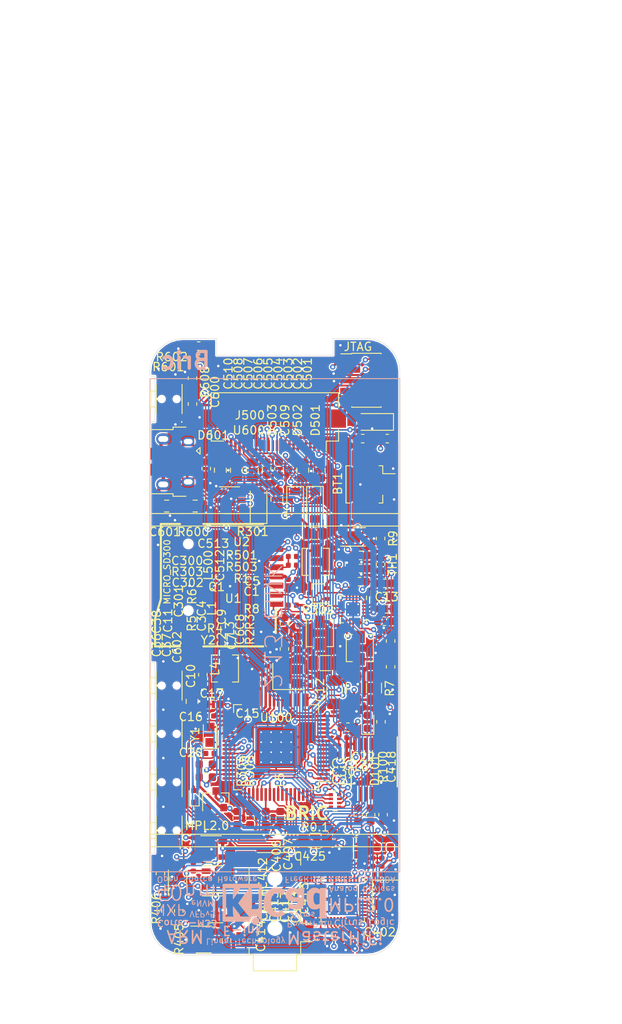
<source format=kicad_pcb>
(kicad_pcb (version 20171130) (host pcbnew "(5.1.5-0)")
  (title_block (title Bric) (rev R0.1) (company ZephRay) (comment 1 zephray@outlook.com))
  (layers (0 F.Cu signal) (1 In1.Cu power) (2 In2.Cu power) (31 B.Cu signal) (34 B.Paste user hide) (35 F.Paste user hide) (36 B.SilkS user hide) (37 F.SilkS user) (38 B.Mask user hide) (39 F.Mask user) (44 Edge.Cuts user))
  (net 0 "")
  (net 1 GND)
  (net 2 +1V8)
  (net 3 "Net-(C3-Pad1)")
  (net 4 "Net-(C4-Pad2)")
  (net 5 "Net-(C6-Pad1)")
  (net 6 +3V3)
  (net 7 "Net-(C12-Pad1)")
  (net 8 "Net-(C300-Pad1)")
  (net 9 "Net-(C301-Pad1)")
  (net 10 "Net-(C403-Pad1)")
  (net 11 "Net-(C406-Pad1)")
  (net 12 "Net-(C407-Pad1)")
  (net 13 "Net-(C410-Pad2)")
  (net 14 "Net-(C411-Pad2)")
  (net 15 "Net-(C412-Pad2)")
  (net 16 "Net-(C412-Pad1)")
  (net 17 "Net-(C413-Pad2)")
  (net 18 "Net-(C413-Pad1)")
  (net 19 "Net-(C414-Pad2)")
  (net 20 "Net-(C415-Pad1)")
  (net 21 "Net-(C416-Pad1)")
  (net 22 "Net-(C417-Pad1)")
  (net 23 "Net-(C510-Pad1)")
  (net 24 "Net-(C600-Pad2)")
  (net 25 VBUS)
  (net 26 POR)
  (net 27 "Net-(D100-Pad1)")
  (net 28 "Net-(D300-Pad1)")
  (net 29 /cpu/MPU_JTAG_TDO)
  (net 30 /cpu/MPU_JTAG_TCK)
  (net 31 /cpu/MPU_JTAG_TMS)
  (net 32 "Net-(L1-Pad2)")
  (net 33 "Net-(L4-Pad1)")
  (net 34 "Net-(R1-Pad1)")
  (net 35 I2C1_SDA)
  (net 36 I2C1_SCL)
  (net 37 SAI1_TXFS)
  (net 38 "Net-(R401-Pad1)")
  (net 39 SAI1_TXD)
  (net 40 "Net-(R402-Pad1)")
  (net 41 SAI1_TXC)
  (net 42 "Net-(R403-Pad1)")
  (net 43 PMIC_ON_REQ)
  (net 44 PB_STAT)
  (net 45 /power/PWR_KEY)
  (net 46 SW_UP)
  (net 47 SW_LE)
  (net 48 SW_RI)
  (net 49 SW_DN)
  (net 50 USB_SUSPEND)
  (net 51 +BATT)
  (net 52 "Net-(C11-Pad1)")
  (net 53 "Net-(C20-Pad1)")
  (net 54 "Net-(C30-Pad1)")
  (net 55 "Net-(C601-Pad1)")
  (net 56 /usb/USB_DP)
  (net 57 /usb/USB_DM)
  (net 58 "Net-(R601-Pad2)")
  (net 59 SD0_D1)
  (net 60 SD0_D0)
  (net 61 ~SD0_PWR_EN)
  (net 62 SD0_CMD)
  (net 63 SD0_D2)
  (net 64 SD0_D3)
  (net 65 ~SD0_CD)
  (net 66 SD0_CLK)
  (net 67 SAI1_MCLK)
  (net 68 "Net-(R400-Pad1)")
  (net 69 /cpu/LED)
  (net 70 "Net-(R401-Pad2)")
  (net 71 "Net-(R402-Pad2)")
  (net 72 "Net-(R403-Pad2)")
  (net 73 "Net-(R405-Pad1)")
  (net 74 "Net-(R406-Pad1)")
  (net 75 "Net-(R407-Pad1)")
  (net 76 "Net-(U400-Pad28)")
  (net 77 CODEC_RST)
  (net 78 "Net-(C421-Pad1)")
  (net 79 "Net-(C422-Pad1)")
  (net 80 +SYS)
  (net 81 +2V0)
  (net 82 "Net-(C8-Pad2)")
  (net 83 "Net-(C10-Pad1)")
  (net 84 "Net-(C501-Pad2)")
  (net 85 "Net-(C502-Pad2)")
  (net 86 "Net-(C504-Pad2)")
  (net 87 "Net-(C505-Pad2)")
  (net 88 "Net-(C506-Pad2)")
  (net 89 /lcd/PREVGH)
  (net 90 "Net-(C508-Pad1)")
  (net 91 /lcd/PREVGL)
  (net 92 "Net-(C513-Pad2)")
  (net 93 "Net-(C513-Pad1)")
  (net 94 "Net-(J1-Pad3)")
  (net 95 "Net-(J1-Pad2)")
  (net 96 /lcd/EPD_SDI)
  (net 97 /lcd/EPD_SCLK)
  (net 98 /lcd/EPD_CS)
  (net 99 EPD_DC)
  (net 100 EPD_BUSY)
  (net 101 "Net-(J500-Pad8)")
  (net 102 /lcd/GDR)
  (net 103 "Net-(L3-Pad1)")
  (net 104 "Net-(Q1-Pad2)")
  (net 105 "Net-(R8-Pad2)")
  (net 106 "Net-(R9-Pad1)")
  (net 107 SPI_MOSI)
  (net 108 SPI_SSEL0)
  (net 109 SPI_SCK)
  (net 110 CHRG)
  (net 111 "Net-(U100-Pad35)")
  (net 112 "Net-(U100-Pad34)")
  (net 113 "Net-(D101-Pad1)")
  (net 114 "Net-(J1-Pad5)")
  (net 115 "Net-(J100-Pad9)")
  (net 116 "Net-(J100-Pad8)")
  (net 117 "Net-(J100-Pad7)")
  (net 118 "Net-(J500-Pad7)")
  (net 119 "Net-(J500-Pad6)")
  (net 120 /lcd/RESE)
  (net 121 "Net-(J500-Pad1)")
  (net 122 "Net-(J600-Pad4)")
  (net 123 STBY)
  (net 124 "Net-(U100-Pad63)")
  (net 125 "Net-(U100-Pad62)")
  (net 126 "Net-(U100-Pad39)")
  (net 127 "Net-(U400-Pad40)")
  (net 128 "Net-(U400-Pad32)")
  (net 129 "Net-(U400-Pad29)")
  (net 130 "Net-(U400-Pad27)")
  (net 131 "Net-(U401-Pad4)")
  (net 132 "Net-(U402-Pad4)")
  (net 133 "Net-(U403-Pad4)")
  (net 134 "Net-(U406-Pad4)")
  (net 135 "Net-(U600-Pad5)")
  (net 136 /lcd/EPD_RS)
  (net 137 "Net-(U100-Pad44)")
  (net 138 "Net-(U100-Pad36)")
  (net 139 "Net-(U100-Pad14)")
  (net 140 "Net-(U100-Pad7)")
  (net 141 "Net-(C13-Pad1)")
  (module Capacitor_SMD:C_1206_3216Metric (layer F.Cu) (at 149.85 140.3)
    (fp_text reference C425 (at -0.65 1.85) (layer F.SilkS))
    (fp_text value 100uF)
    (pad 2 smd roundrect (at 1.4 0) (size 1.25 1.75) (layers F.Cu F.Paste F.Mask) (roundrect_rratio 0.2) (net 1 GND))
    (pad 1 smd roundrect (at -1.4 0) (size 1.25 1.75) (layers F.Cu F.Paste F.Mask) (roundrect_rratio 0.2) (net 80 +SYS))
  )
  (module Capacitor_SMD:C_0603_1608Metric (layer F.Cu) (at 158.43 112.44)
    (fp_text reference C13 (at 0 -1.43) (layer F.SilkS))
    (fp_text value 10uF)
    (pad 2 smd roundrect (at 0.7875 0) (size 0.875 0.95) (layers F.Cu F.Paste F.Mask) (net 1 GND))
    (pad 1 smd roundrect (at -0.7875 0) (size 0.875 0.95) (layers F.Cu F.Paste F.Mask) (net 141 "Net-(C13-Pad1)"))
  )
  (module Symbol:KiCad-Logo_5mm_SilkScreen (layer B.Cu) (at 144.99 147.39)
    (fp_text reference REF** hide)
    (fp_text value KiCad-Logo_5mm_SilkScreen hide)
  )
  (module Symbol:KiCad-Logo_5mm_Copper (layer F.Cu) (at 145.05 85.3)
    (fp_text reference REF** hide)
    (fp_text value KiCad-Logo_5mm_Copper hide)
    (fp_poly (pts (xy -2.273043 -2.973429) (xy -2.176768 -2.949191) (xy -2.090184 -2.906359) (xy -2.015373 -2.846581) (xy -1.954418 -2.771506) (xy -1.909399 -2.68278) (xy -1.883136 -2.58647) (xy -1.877286 -2.489205) (xy -1.89214 -2.395346) (xy -1.92584 -2.307489) (xy -1.976528 -2.22823) (xy -2.042345 -2.160164) (xy -2.121434 -2.105888) (xy -2.211934 -2.067998) (xy -2.2632 -2.055574) (xy -2.307698 -2.048053) (xy -2.341999 -2.045081) (xy -2.37496 -2.046906) (xy -2.415434 -2.053775) (xy -2.448531 -2.06075) (xy -2.541947 -2.092259) (xy -2.625619 -2.143383) (xy -2.697665 -2.212571) (xy -2.7562 -2.298272) (xy -2.770148 -2.325511) (xy -2.786586 -2.361878) (xy -2.796894 -2.392418) (xy -2.80246 -2.42455) (xy -2.804669 -2.465693) (xy -2.804948 -2.511778) (xy -2.800861 -2.596135) (xy -2.787446 -2.665414) (xy -2.762256 -2.726039) (xy -2.722846 -2.784433) (xy -2.684298 -2.828698) (xy -2.612406 -2.894516) (xy -2.537313 -2.939947) (xy -2.454562 -2.96715) (xy -2.376928 -2.977424) (xy -2.273043 -2.973429)) (layer F.Cu) (width 0.01))
    (fp_poly (pts (xy 6.186507 -0.527755) (xy 6.186526 -0.293338) (xy 6.186552 -0.080397) (xy 6.186625 0.112168) (xy 6.186782 0.285459) (xy 6.187064 0.440576) (xy 6.187509 0.57862) (xy 6.188156 0.700692) (xy 6.189045 0.807894) (xy 6.190213 0.901326) (xy 6.191701 0.98209) (xy 6.193546 1.051286) (xy 6.195789 1.110015) (xy 6.198469 1.159379) (xy 6.201623 1.200478) (xy 6.205292 1.234413) (xy 6.209513 1.262286) (xy 6.214327 1.285198) (xy 6.219773 1.304249) (xy 6.225888 1.32054) (xy 6.232712 1.335173) (xy 6.240285 1.349249) (xy 6.248645 1.363868) (xy 6.253839 1.372974) (xy 6.288104 1.433689) (xy 5.429955 1.433689) (xy 5.429955 1.337733) (xy 5.429224 1.29437) (xy 5.427272 1.261205) (xy 5.424463 1.243424) (xy 5.423221 1.241778) (xy 5.411799 1.248662) (xy 5.389084 1.266505) (xy 5.366385 1.285879) (xy 5.3118 1.326614) (xy 5.242321 1.367617) (xy 5.16527 1.405123) (xy 5.087965 1.435364) (xy 5.057113 1.445012) (xy 4.988616 1.459578) (xy 4.905764 1.469539) (xy 4.816371 1.474583) (xy 4.728248 1.474396) (xy 4.649207 1.468666) (xy 4.611511 1.462858) (xy 4.473414 1.424797) (xy 4.346113 1.367073) (xy 4.230292 1.290211) (xy 4.126637 1.194739) (xy 4.035833 1.081179) (xy 3.969031 0.970381) (xy 3.914164 0.853625) (xy 3.872163 0.734276) (xy 3.842167 0.608283) (xy 3.823311 0.471594) (xy 3.814732 0.320158) (xy 3.814006 0.242711) (xy 3.8161 0.185934) (xy 4.645217 0.185934) (xy 4.645424 0.279002) (xy 4.648337 0.366692) (xy 4.654 0.443772) (xy 4.662455 0.505009) (xy 4.665038 0.51735) (xy 4.69684 0.624633) (xy 4.738498 0.711658) (xy 4.790363 0.778642) (xy 4.852781 0.825805) (xy 4.9261 0.853365) (xy 5.010669 0.861541) (xy 5.106835 0.850551) (xy 5.170311 0.834829) (xy 5.219454 0.816639) (xy 5.273583 0.790791) (xy 5.314244 0.767089) (xy 5.3848 0.720721) (xy 5.3848 -0.42947) (xy 5.317392 -0.473038) (xy 5.238867 -0.51396) (xy 5.154681 -0.540611) (xy 5.069557 -0.552535) (xy 4.988216 -0.549278) (xy 4.91538 -0.530385) (xy 4.883426 -0.514816) (xy 4.825501 -0.471819) (xy 4.776544 -0.415047) (xy 4.73539 -0.342425) (xy 4.700874 -0.251879) (xy 4.671833 -0.141334) (xy 4.670552 -0.135467) (xy 4.660381 -0.073212) (xy 4.652739 0.004594) (xy 4.64767 0.09272) (xy 4.645217 0.185934) (xy 3.8161 0.185934) (xy 3.821857 0.029895) (xy 3.843802 -0.165941) (xy 3.879786 -0.344668) (xy 3.929759 -0.506155) (xy 3.993668 -0.650274) (xy 4.071462 -0.776894) (xy 4.163089 -0.885885) (xy 4.268497 -0.977117) (xy 4.313662 -1.008068) (xy 4.414611 -1.064215) (xy 4.517901 -1.103826) (xy 4.627989 -1.127986) (xy 4.74933 -1.137781) (xy 4.841836 -1.136735) (xy 4.97149 -1.125769) (xy 5.084084 -1.103954) (xy 5.182875 -1.070286) (xy 5.271121 -1.023764) (xy 5.319986 -0.989552) (xy 5.349353 -0.967638) (xy 5.371043 -0.952667) (xy 5.379253 -0.948267) (xy 5.380868 -0.959096) (xy 5.382159 -0.989749) (xy 5.383138 -1.037474) (xy 5.383817 -1.099521) (xy 5.38421 -1.173138) (xy 5.38433 -1.255573) (xy 5.384188 -1.344075) (xy 5.383797 -1.435893) (xy 5.383171 -1.528276) (xy 5.38232 -1.618472) (xy 5.38126 -1.703729) (xy 5.380001 -1.781297) (xy 5.378556 -1.848424) (xy 5.376938 -1.902359) (xy 5.375161 -1.94035) (xy 5.374669 -1.947333) (xy 5.367092 -2.017749) (xy 5.355531 -2.072898) (xy 5.337792 -2.120019) (xy 5.311682 -2.166353) (xy 5.305415 -2.175933) (xy 5.280983 -2.212622) (xy 6.186311 -2.212622) (xy 6.186507 -0.527755)) (layer F.Cu) (width 0.01))
    (fp_poly (pts (xy 2.673574 -1.133448) (xy 2.825492 -1.113433) (xy 2.960756 -1.079798) (xy 3.080239 -1.032275) (xy 3.184815 -0.970595) (xy 3.262424 -0.907035) (xy 3.331265 -0.832901) (xy 3.385006 -0.753129) (xy 3.42791 -0.660909) (xy 3.443384 -0.617839) (xy 3.456244 -0.578858) (xy 3.467446 -0.542711) (xy 3.47712 -0.507566) (xy 3.485396 -0.47159) (xy 3.492403 -0.43295) (xy 3.498272 -0.389815) (xy 3.503131 -0.340351) (xy 3.50711 -0.282727) (xy 3.51034 -0.215109) (xy 3.512949 -0.135666) (xy 3.515067 -0.042564) (xy 3.516824 0.066027) (xy 3.518349 0.191942) (xy 3.519772 0.337012) (xy 3.521025 0.479778) (xy 3.522351 0.635968) (xy 3.523556 0.771239) (xy 3.524766 0.887246) (xy 3.526106 0.985645) (xy 3.5277 1.068093) (xy 3.529675 1.136246) (xy 3.532156 1.19176) (xy 3.535269 1.236292) (xy 3.539138 1.271498) (xy 3.543889 1.299034) (xy 3.549648 1.320556) (xy 3.556539 1.337722) (xy 3.564689 1.352186) (xy 3.574223 1.365606) (xy 3.585266 1.379638) (xy 3.589566 1.385071) (xy 3.605386 1.40791) (xy 3.612422 1.423463) (xy 3.612444 1.423922) (xy 3.601567 1.426121) (xy 3.570582 1.428147) (xy 3.521957 1.429942) (xy 3.458163 1.431451) (xy 3.381669 1.432616) (xy 3.294944 1.43338) (xy 3.200457 1.433686) (xy 3.18955 1.433689) (xy 2.766657 1.433689) (xy 2.763395 1.337622) (xy 2.760133 1.241556) (xy 2.698044 1.292543) (xy 2.600714 1.360057) (xy 2.490813 1.414749) (xy 2.404349 1.444978) (xy 2.335278 1.459666) (xy 2.251925 1.469659) (xy 2.162159 1.474646) (xy 2.073845 1.474313) (xy 1.994851 1.468351) (xy 1.958622 1.462638) (xy 1.818603 1.424776) (xy 1.692178 1.369932) (xy 1.58026 1.298924) (xy 1.483762 1.212568) (xy 1.4036 1.111679) (xy 1.340687 0.997076) (xy 1.296312 0.870984) (xy 1.283978 0.814401) (xy 1.276368 0.752202) (xy 1.272739 0.677363) (xy 1.272245 0.643467) (xy 1.27231 0.640282) (xy 2.032248 0.640282) (xy 2.041541 0.715333) (xy 2.069728 0.77916) (xy 2.118197 0.834798) (xy 2.123254 0.839211) (xy 2.171548 0.874037) (xy 2.223257 0.89662) (xy 2.283989 0.90854) (xy 2.359352 0.911383) (xy 2.377459 0.910978) (xy 2.431278 0.908325) (xy 2.471308 0.902909) (xy 2.506324 0.892745) (xy 2.545103 0.87585) (xy 2.555745 0.870672) (xy 2.616396 0.834844) (xy 2.663215 0.792212) (xy 2.675952 0.776973) (xy 2.720622 0.720462) (xy 2.720622 0.524586) (xy 2.720086 0.445939) (xy 2.718396 0.387988) (xy 2.715428 0.348875) (xy 2.711057 0.326741) (xy 2.706972 0.320274) (xy 2.691047 0.317111) (xy 2.657264 0.314488) (xy 2.61034 0.312655) (xy 2.554993 0.311857) (xy 2.546106 0.311842) (xy 2.42533 0.317096) (xy 2.32266 0.333263) (xy 2.236106 0.360961) (xy 2.163681 0.400808) (xy 2.108751 0.447758) (xy 2.064204 0.505645) (xy 2.03948 0.568693) (xy 2.032248 0.640282) (xy 1.27231 0.640282) (xy 1.274178 0.549712) (xy 1.282522 0.470812) (xy 1.298768 0.39959) (xy 1.324405 0.328864) (xy 1.348401 0.276493) (xy 1.40702 0.181196) (xy 1.485117 0.09317) (xy 1.580315 0.014017) (xy 1.690238 -0.05466) (xy 1.81251 -0.111259) (xy 1.944755 -0.154179) (xy 2.009422 -0.169118) (xy 2.145604 -0.191223) (xy 2.294049 -0.205806) (xy 2.445505 -0.212187) (xy 2.572064 -0.210555) (xy 2.73395 -0.203776) (xy 2.72653 -0.262755) (xy 2.707238 -0.361908) (xy 2.676104 -0.442628) (xy 2.632269 -0.505534) (xy 2.574871 -0.551244) (xy 2.503048 -0.580378) (xy 2.415941 -0.593553) (xy 2.312686 -0.591389) (xy 2.274711 -0.587388) (xy 2.13352 -0.56222) (xy 1.996707 -0.521186) (xy 1.902178 -0.483185) (xy 1.857018 -0.46381) (xy 1.818585 -0.44824) (xy 1.792234 -0.438595) (xy 1.784546 -0.436548) (xy 1.774802 -0.445626) (xy 1.758083 -0.474595) (xy 1.734232 -0.523783) (xy 1.703093 -0.593516) (xy 1.664507 -0.684121) (xy 1.65791 -0.699911) (xy 1.627853 -0.772228) (xy 1.600874 -0.837575) (xy 1.578136 -0.893094) (xy 1.560806 -0.935928) (xy 1.550048 -0.963219) (xy 1.546941 -0.972058) (xy 1.55694 -0.976813) (xy 1.583217 -0.98209) (xy 1.611489 -0.985769) (xy 1.641646 -0.990526) (xy 1.689433 -0.999972) (xy 1.750612 -1.01318) (xy 1.820946 -1.029224) (xy 1.896194 -1.04718) (xy 1.924755 -1.054203) (xy 2.029816 -1.079791) (xy 2.11748 -1.099853) (xy 2.192068 -1.115031) (xy 2.257903 -1.125965) (xy 2.319307 -1.133296) (xy 2.380602 -1.137665) (xy 2.44611 -1.139713) (xy 2.504128 -1.140111) (xy 2.673574 -1.133448)) (layer F.Cu) (width 0.01))
    (fp_poly (pts (xy 0.328429 -2.050929) (xy 0.48857 -2.029755) (xy 0.65251 -1.989615) (xy 0.822313 -1.930111) (xy 1.000043 -1.850846) (xy 1.01131 -1.845301) (xy 1.069005 -1.817275) (xy 1.120552 -1.793198) (xy 1.162191 -1.774751) (xy 1.190162 -1.763614) (xy 1.199733 -1.761067) (xy 1.21895 -1.756059) (xy 1.223561 -1.751853) (xy 1.218458 -1.74142) (xy 1.202418 -1.715132) (xy 1.177288 -1.675743) (xy 1.144914 -1.626009) (xy 1.107143 -1.568685) (xy 1.065822 -1.506524) (xy 1.022798 -1.442282) (xy 0.979917 -1.378715) (xy 0.939026 -1.318575) (xy 0.901971 -1.26462) (xy 0.8706 -1.219603) (xy 0.846759 -1.186279) (xy 0.832294 -1.167403) (xy 0.830309 -1.165213) (xy 0.820191 -1.169862) (xy 0.79785 -1.187038) (xy 0.76728 -1.21356) (xy 0.751536 -1.228036) (xy 0.655047 -1.303318) (xy 0.548336 -1.358759) (xy 0.432832 -1.393859) (xy 0.309962 -1.40812) (xy 0.240561 -1.406949) (xy 0.119423 -1.389788) (xy 0.010205 -1.353906) (xy -0.087418 -1.299041) (xy -0.173772 -1.22493) (xy -0.249185 -1.131312) (xy -0.313982 -1.017924) (xy -0.351399 -0.931333) (xy -0.395252 -0.795634) (xy -0.427572 -0.64815) (xy -0.448443 -0.492686) (xy -0.457949 -0.333044) (xy -0.456173 -0.173027) (xy -0.443197 -0.016439) (xy -0.419106 0.132918) (xy -0.383982 0.27124) (xy -0.337908 0.394724) (xy -0.321627 0.428978) (xy -0.25338 0.543064) (xy -0.172921 0.639557) (xy -0.08143 0.71767) (xy 0.019911 0.776617) (xy 0.12992 0.815612) (xy 0.247415 0.833868) (xy 0.288883 0.835211) (xy 0.410441 0.82429) (xy 0.530878 0.791474) (xy 0.648666 0.737439) (xy 0.762277 0.662865) (xy 0.853685 0.584539) (xy 0.900215 0.540008) (xy 1.081483 0.837271) (xy 1.12658 0.911433) (xy 1.167819 0.979646) (xy 1.203735 1.039459) (xy 1.232866 1.08842) (xy 1.25375 1.124079) (xy 1.264924 1.143984) (xy 1.266375 1.147079) (xy 1.258146 1.156718) (xy 1.232567 1.173999) (xy 1.192873 1.197283) (xy 1.142297 1.224934) (xy 1.084074 1.255315) (xy 1.021437 1.28679) (xy 0.957621 1.317722) (xy 0.89586 1.346473) (xy 0.839388 1.371408) (xy 0.791438 1.390889) (xy 0.767986 1.399318) (xy 0.634221 1.437133) (xy 0.496327 1.462136) (xy 0.348622 1.47514) (xy 0.221833 1.477468) (xy 0.153878 1.476373) (xy 0.088277 1.474275) (xy 0.030847 1.471434) (xy -0.012597 1.468106) (xy -0.026702 1.466422) (xy -0.165716 1.437587) (xy -0.307243 1.392468) (xy -0.444725 1.33375) (xy -0.571606 1.26412) (xy -0.649111 1.211441) (xy -0.776519 1.103239) (xy -0.894822 0.976671) (xy -1.001828 0.834866) (xy -1.095348 0.680951) (xy -1.17319 0.518053) (xy -1.217044 0.400756) (xy -1.267292 0.217128) (xy -1.300791 0.022581) (xy -1.317551 -0.178675) (xy -1.317584 -0.382432) (xy -1.300899 -0.584479) (xy -1.267507 -0.780608) (xy -1.21742 -0.966609) (xy -1.213603 -0.978197) (xy -1.150719 -1.14025) (xy -1.073972 -1.288168) (xy -0.980758 -1.426135) (xy -0.868473 -1.558339) (xy -0.824608 -1.603601) (xy -0.688466 -1.727543) (xy -0.548509 -1.830085) (xy -0.402589 -1.912344) (xy -0.248558 -1.975436) (xy -0.084268 -2.020477) (xy 0.011289 -2.037967) (xy 0.170023 -2.053534) (xy 0.328429 -2.050929)) (layer F.Cu) (width 0.01))
    (fp_poly (pts (xy -2.9464 -2.510946) (xy -2.935535 -2.397007) (xy -2.903918 -2.289384) (xy -2.853015 -2.190385) (xy -2.784293 -2.102316) (xy -2.699219 -2.027484) (xy -2.602232 -1.969616) (xy -2.495964 -1.929995) (xy -2.38895 -1.911427) (xy -2.2833 -1.912566) (xy -2.181125 -1.93207) (xy -2.084534 -1.968594) (xy -1.995638 -2.020795) (xy -1.916546 -2.087327) (xy -1.849369 -2.166848) (xy -1.796217 -2.258013) (xy -1.759199 -2.359477) (xy -1.740427 -2.469898) (xy -1.738489 -2.519794) (xy -1.738489 -2.607733) (xy -1.68656 -2.607733) (xy -1.650253 -2.604889) (xy -1.623355 -2.593089) (xy -1.596249 -2.569351) (xy -1.557867 -2.530969) (xy -1.557867 -0.339398) (xy -1.557876 -0.077261) (xy -1.557908 0.163241) (xy -1.557972 0.383048) (xy -1.558076 0.583101) (xy -1.558227 0.764344) (xy -1.558434 0.927716) (xy -1.558706 1.07416) (xy -1.55905 1.204617) (xy -1.559474 1.320029) (xy -1.559987 1.421338) (xy -1.560597 1.509484) (xy -1.561312 1.58541) (xy -1.56214 1.650057) (xy -1.563089 1.704367) (xy -1.564167 1.74928) (xy -1.565383 1.78574) (xy -1.566745 1.814687) (xy -1.568261 1.837063) (xy -1.569938 1.853809) (xy -1.571786 1.865868) (xy -1.573813 1.87418) (xy -1.576025 1.879687) (xy -1.577108 1.881537) (xy -1.581271 1.888549) (xy -1.584805 1.894996) (xy -1.588635 1.9009) (xy -1.593682 1.906286) (xy -1.600871 1.911178) (xy -1.611123 1.915598) (xy -1.625364 1.919572) (xy -1.644514 1.923121) (xy -1.669499 1.92627) (xy -1.70124 1.929042) (xy -1.740662 1.931461) (xy -1.788686 1.933551) (xy -1.846237 1.935335) (xy -1.914237 1.936837) (xy -1.99361 1.93808) (xy -2.085279 1.939089) (xy -2.190166 1.939885) (xy -2.309196 1.940494) (xy -2.44329 1.940939) (xy -2.593373 1.941243) (xy -2.760367 1.94143) (xy -2.945196 1.941524) (xy -3.148783 1.941548) (xy -3.37205 1.941525) (xy -3.615922 1.94148) (xy -3.881321 1.941437) (xy -3.919704 1.941432) (xy -4.186682 1.941389) (xy -4.432002 1.941318) (xy -4.656583 1.941213) (xy -4.861345 1.941066) (xy -5.047206 1.940869) (xy -5.215088 1.940616) (xy -5.365908 1.9403) (xy -5.500587 1.939913) (xy -5.620044 1.939447) (xy -5.725199 1.938897) (xy -5.816971 1.938253) (xy -5.896279 1.937511) (xy -5.964043 1.936661) (xy -6.021182 1.935697) (xy -6.068617 1.934611) (xy -6.107266 1.933397) (xy -6.138049 1.932047) (xy -6.161885 1.930555) (xy -6.179694 1.928911) (xy -6.192395 1.927111) (xy -6.200908 1.925145) (xy -6.205266 1.923477) (xy -6.213728 1.919906) (xy -6.221497 1.91727) (xy -6.228602 1.914634) (xy -6.235073 1.911062) (xy -6.240939 1.905621) (xy -6.246229 1.897375) (xy -6.250974 1.88539) (xy -6.255202 1.868731) (xy -6.258943 1.846463) (xy -6.262227 1.817652) (xy -6.265083 1.781363) (xy -6.26754 1.736661) (xy -6.269629 1.682611) (xy -6.271378 1.618279) (xy -6.272817 1.54273) (xy -6.273976 1.45503) (xy -6.274883 1.354243) (xy -6.275569 1.239434) (xy -6.276063 1.10967) (xy -6.276395 0.964015) (xy -6.276593 0.801535) (xy -6.276687 0.621295) (xy -6.276708 0.42236) (xy -6.276685 0.203796) (xy -6.276646 -0.035332) (xy -6.276622 -0.29596) (xy -6.276622 -0.338111) (xy -6.276636 -0.601008) (xy -6.276661 -0.842268) (xy -6.276671 -1.062835) (xy -6.276642 -1.263648) (xy -6.276548 -1.445651) (xy -6.276362 -1.609784) (xy -6.276059 -1.756989) (xy -6.275614 -1.888208) (xy -6.275034 -1.998133) (xy -5.972197 -1.998133) (xy -5.932407 -1.940289) (xy -5.921236 -1.924521) (xy -5.911166 -1.910559) (xy -5.902138 -1.897216) (xy -5.894097 -1.883307) (xy -5.886986 -1.867644) (xy -5.880747 -1.849042) (xy -5.875325 -1.826314) (xy -5.870662 -1.798273) (xy -5.866701 -1.763733) (xy -5.863385 -1.721508) (xy -5.860659 -1.670411) (xy -5.858464 -1.609256) (xy -5.856745 -1.536856) (xy -5.855444 -1.452025) (xy -5.854505 -1.353578) (xy -5.85387 -1.240326) (xy -5.853484 -1.111084) (xy -5.853288 -0.964666) (xy -5.853227 -0.799884) (xy -5.853243 -0.615553) (xy -5.85328 -0.410487) (xy -5.853289 -0.287867) (xy -5.853265 -0.070918) (xy -5.853231 0.124642) (xy -5.853243 0.299999) (xy -5.853358 0.456341) (xy -5.85363 0.594857) (xy -5.854118 0.716734) (xy -5.854876 0.82316) (xy -5.855962 0.915322) (xy -5.857431 0.994409) (xy -5.85934 1.061608) (xy -5.861744 1.118107) (xy -5.864701 1.165093) (xy -5.868266 1.203755) (xy -5.872495 1.23528) (xy -5.877446 1.260855) (xy -5.883173 1.28167) (xy -5.889733 1.298911) (xy -5.897183 1.313765) (xy -5.905579 1.327422) (xy -5.914976 1.341069) (xy -5.925432 1.355893) (xy -5.931523 1.364783) (xy -5.970296 1.4224) (xy -5.438732 1.4224) (xy -5.315483 1.422365) (xy -5.212987 1.422215) (xy -5.12942 1.421878) (xy -5.062956 1.421286) (xy -5.011771 1.420367) (xy -4.974041 1.419051) (xy -4.94794 1.417269) (xy -4.931644 1.414951) (xy -4.923328 1.412026) (xy -4.921168 1.408424) (xy -4.923339 1.404075) (xy -4.924535 1.402645) (xy -4.949685 1.365573) (xy -4.975583 1.312772) (xy -4.999192 1.25077) (xy -5.007461 1.224357) (xy -5.012078 1.206416) (xy -5.015979 1.185355) (xy -5.019248 1.159089) (xy -5.021966 1.125532) (xy -5.024215 1.082599) (xy -5.026077 1.028204) (xy -5.027636 0.960262) (xy -5.028972 0.876688) (xy -5.030169 0.775395) (xy -5.031308 0.6543) (xy -5.031685 0.6096) (xy -5.032702 0.484449) (xy -5.03346 0.380082) (xy -5.033903 0.294707) (xy -5.03397 0.226533) (xy -5.033605 0.173765) (xy -5.032748 0.134614) (xy -5.031341 0.107285) (xy -5.029325 0.089986) (xy -5.026643 0.080926) (xy -5.023236 0.078312) (xy -5.019044 0.080351) (xy -5.014571 0.084667) (xy -5.004216 0.097602) (xy -4.982158 0.126676) (xy -4.949957 0.169759) (xy -4.909174 0.224718) (xy -4.86137 0.289423) (xy -4.808105 0.361742) (xy -4.75094 0.439544) (xy -4.691437 0.520698) (xy -4.631155 0.603072) (xy -4.571655 0.684536) (xy -4.514498 0.762957) (xy -4.461245 0.836204) (xy -4.413457 0.902147) (xy -4.372693 0.958654) (xy -4.340516 1.003593) (xy -4.318485 1.034834) (xy -4.313917 1.041466) (xy -4.290996 1.078369) (xy -4.264188 1.126359) (xy -4.238789 1.175897) (xy -4.235568 1.182577) (xy -4.21389 1.230772) (xy -4.201304 1.268334) (xy -4.195574 1.30416) (xy -4.194456 1.3462) (xy -4.19509 1.4224) (xy -3.040651 1.4224) (xy -3.131815 1.328669) (xy -3.178612 1.278775) (xy -3.228899 1.222295) (xy -3.274944 1.168026) (xy -3.295369 1.142673) (xy -3.325807 1.103128) (xy -3.365862 1.049916) (xy -3.414361 0.984667) (xy -3.470135 0.909011) (xy -3.532011 0.824577) (xy -3.598819 0.732994) (xy -3.669387 0.635892) (xy -3.742545 0.534901) (xy -3.817121 0.43165) (xy -3.891944 0.327768) (xy -3.965843 0.224885) (xy -4.037646 0.124631) (xy -4.106184 0.028636) (xy -4.170284 -0.061473) (xy -4.228775 -0.144064) (xy -4.280486 -0.217508) (xy -4.324247 -0.280176) (xy -4.358885 -0.330439) (xy -4.38323 -0.366666) (xy -4.396111 -0.387229) (xy -4.397869 -0.391332) (xy -4.38991 -0.402658) (xy -4.369115 -0.429838) (xy -4.336847 -0.471171) (xy -4.29447 -0.524956) (xy -4.243347 -0.589494) (xy -4.184841 -0.663082) (xy -4.120314 -0.744022) (xy -4.051131 -0.830612) (xy -3.978653 -0.921152) (xy -3.904246 -1.01394) (xy -3.844517 -1.088298) (xy -2.833511 -1.088298) (xy -2.827602 -1.075341) (xy -2.813272 -1.053092) (xy -2.812225 -1.051609) (xy -2.793438 -1.021456) (xy -2.773791 -0.984625) (xy -2.769892 -0.976489) (xy -2.766356 -0.96806) (xy -2.76323 -0.957941) (xy -2.760486 -0.94474) (xy -2.758092 -0.927062) (xy -2.756019 -0.903516) (xy -2.754235 -0.872707) (xy -2.752712 -0.833243) (xy -2.751419 -0.783731) (xy -2.750326 -0.722777) (xy -2.749403 -0.648989) (xy -2.748619 -0.560972) (xy -2.747945 -0.457335) (xy -2.74735 -0.336684) (xy -2.746805 -0.197626) (xy -2.746279 -0.038768) (xy -2.745745 0.140089) (xy -2.745206 0.325207) (xy -2.744772 0.489145) (xy -2.744509 0.633303) (xy -2.744484 0.759079) (xy -2.744765 0.867871) (xy -2.745419 0.961077) (xy -2.746514 1.040097) (xy -2.748118 1.106328) (xy -2.750297 1.16117) (xy -2.753119 1.206021) (xy -2.756651 1.242278) (xy -2.760961 1.271341) (xy -2.766117 1.294609) (xy -2.772185 1.313479) (xy -2.779233 1.329351) (xy -2.787329 1.343622) (xy -2.79654 1.357691) (xy -2.80504 1.370158) (xy -2.822176 1.396452) (xy -2.832322 1.414037) (xy -2.833511 1.417257) (xy -2.822604 1.418334) (xy -2.791411 1.419335) (xy -2.742223 1.420235) (xy -2.677333 1.42101) (xy -2.59903 1.421637) (xy -2.509607 1.422091) (xy -2.411356 1.422349) (xy -2.342445 1.4224) (xy -2.237452 1.42218) (xy -2.14061 1.421548) (xy -2.054107 1.420549) (xy -1.980132 1.419227) (xy -1.920874 1.417626) (xy -1.87852 1.415791) (xy -1.85526 1.413765) (xy -1.851378 1.412493) (xy -1.859076 1.397591) (xy -1.867074 1.38956) (xy -1.880246 1.372434) (xy -1.897485 1.342183) (xy -1.909407 1.317622) (xy -1.936045 1.258711) (xy -1.93912 0.081845) (xy -1.942195 -1.095022) (xy -2.387853 -1.095022) (xy -2.48567 -1.094858) (xy -2.576064 -1.094389) (xy -2.65663 -1.093653) (xy -2.724962 -1.092684) (xy -2.778656 -1.09152) (xy -2.815305 -1.090197) (xy -2.832504 -1.088751) (xy -2.833511 -1.088298) (xy -3.844517 -1.088298) (xy -3.82927 -1.107278) (xy -3.75509 -1.199463) (xy -3.683069 -1.288796) (xy -3.614569 -1.373576) (xy -3.550955 -1.452102) (xy -3.493588 -1.522674) (xy -3.443833 -1.583591) (xy -3.403052 -1.633153) (xy -3.385888 -1.653822) (xy -3.299596 -1.754484) (xy -3.222997 -1.837741) (xy -3.154183 -1.905562) (xy -3.091248 -1.959911) (xy -3.081867 -1.967278) (xy -3.042356 -1.997883) (xy -4.174116 -1.998133) (xy -4.168827 -1.950156) (xy -4.17213 -1.892812) (xy -4.193661 -1.824537) (xy -4.233635 -1.744788) (xy -4.278943 -1.672505) (xy -4.295161 -1.64986) (xy -4.323214 -1.612304) (xy -4.36143 -1.561979) (xy -4.408137 -1.501027) (xy -4.461661 -1.431589) (xy -4.520331 -1.355806) (xy -4.582475 -1.27582) (xy -4.646421 -1.193772) (xy -4.710495 -1.111804) (xy -4.773027 -1.032057) (xy -4.832343 -0.956673) (xy -4.886771 -0.887793) (xy -4.934639 -0.827558) (xy -4.974275 -0.778111) (xy -5.004006 -0.741592) (xy -5.022161 -0.720142) (xy -5.02522 -0.716844) (xy -5.028079 -0.724851) (xy -5.030293 -0.755145) (xy -5.031857 -0.807444) (xy -5.032767 -0.881469) (xy -5.03302 -0.976937) (xy -5.032613 -1.093566) (xy -5.031704 -1.213555) (xy -5.030382 -1.345667) (xy -5.028857 -1.457406) (xy -5.026881 -1.550975) (xy -5.024206 -1.628581) (xy -5.020582 -1.692426) (xy -5.015761 -1.744717) (xy -5.009494 -1.787656) (xy -5.001532 -1.823449) (xy -4.991627 -1.8543) (xy -4.979531 -1.882414) (xy -4.964993 -1.909995) (xy -4.950311 -1.935034) (xy -4.912314 -1.998133) (xy -5.972197 -1.998133) (xy -6.275034 -1.998133) (xy -6.275001 -2.004383) (xy -6.274195 -2.106456) (xy -6.27317 -2.195367) (xy -6.2719 -2.272059) (xy -6.27036 -2.337473) (xy -6.268524 -2.392551) (xy -6.266367 -2.438235) (xy -6.263863 -2.475466) (xy -6.260987 -2.505187) (xy -6.257713 -2.528338) (xy -6.254015 -2.545861) (xy -6.249869 -2.558699) (xy -6.245247 -2.567792) (xy -6.240126 -2.574082) (xy -6.234478 -2.578512) (xy -6.228279 -2.582022) (xy -6.221504 -2.585555) (xy -6.215508 -2.589124) (xy -6.210275 -2.5917) (xy -6.202099 -2.594028) (xy -6.189886 -2.596122) (xy -6.172541 -2.597993) (xy -6.148969 -2.599653) (xy -6.118077 -2.601116) (xy -6.078768 -2.602392) (xy -6.02995 -2.603496) (xy -5.970527 -2.604439) (xy -5.899404 -2.605233) (xy -5.815488 -2.605891) (xy -5.717683 -2.606425) (xy -5.604894 -2.606847) (xy -5.476029 -2.607171) (xy -5.329991 -2.607408) (xy -5.165686 -2.60757) (xy -4.98202 -2.60767) (xy -4.777897 -2.60772) (xy -4.566753 -2.607733) (xy -2.9464 -2.607733) (xy -2.9464 -2.510946)) (layer F.Cu) (width 0.01))
  )
  (module Connector_Molex:Molex_PicoBlade_53261-0271_1x02-1MP_P1.25mm_Horizontal (layer F.Cu) (at 156.25 97.5 270)
    (fp_text reference BT1 (at -0.1 3.7 90) (layer F.SilkS))
    (fp_text value Molex1.25)
    (pad MP smd roundrect (at 3.175 0.5 270) (size 2.1 3) (layers F.Cu F.Paste F.Mask) (roundrect_rratio 0.119048))
    (pad MP smd roundrect (at -3.175 0.5 270) (size 2.1 3) (layers F.Cu F.Paste F.Mask) (roundrect_rratio 0.119048))
    (pad 2 smd roundrect (at 0.625 -2.4 270) (size 0.8 1.6) (layers F.Cu F.Paste F.Mask) (net 1 GND))
    (pad 1 smd roundrect (at -0.625 -2.4 270) (size 0.8 1.6) (layers F.Cu F.Paste F.Mask) (net 51 +BATT))
  )
  (module footprints:TFC-WPAPR-08 (layer F.Cu) (at 137.85 109.6 180)
    (fp_text reference MICRO_SD300 (at 5.8 1.6 90) (layer F.SilkS) (effects (font (size 0.762 0.762) (thickness 0.127))))
    (fp_text value "MICRO_SD(TFC-WPAPR-08)")
    (pad 1 smd rect (at -7.37362 -2.2479 90) (size 0.6985 1.59766) (layers F.Cu F.Paste F.Mask) (net 63 SD0_D2) (clearance 0.0508))
    (pad 2 smd rect (at -7.37362 -1.14808 90) (size 0.6985 1.59766) (layers F.Cu F.Paste F.Mask) (net 64 SD0_D3) (clearance 0.0508))
    (pad 3 smd rect (at -7.37362 -0.04826 90) (size 0.6985 1.59766) (layers F.Cu F.Paste F.Mask) (net 62 SD0_CMD) (clearance 0.0508))
    (pad 4 smd rect (at -7.37362 1.04902 90) (size 0.6985 1.59766) (layers F.Cu F.Paste F.Mask) (net 9 "Net-(C301-Pad1)") (clearance 0.0508))
    (pad 5 smd rect (at -7.37362 2.14884 90) (size 0.6985 1.59766) (layers F.Cu F.Paste F.Mask) (net 8 "Net-(C300-Pad1)") (clearance 0.0508))
    (pad 6 smd rect (at -7.37362 3.24866 90) (size 0.6985 1.59766) (layers F.Cu F.Paste F.Mask) (net 1 GND) (clearance 0.0508))
    (pad 7 smd rect (at -7.37362 4.34848 90) (size 0.6985 1.59766) (layers F.Cu F.Paste F.Mask) (net 60 SD0_D0) (clearance 0.0508))
    (pad 8 smd rect (at -7.37362 5.4483 90) (size 0.6985 1.59766) (layers F.Cu F.Paste F.Mask) (net 59 SD0_D1) (clearance 0.0508))
    (pad 9 smd rect (at -7.37362 6.54812 90) (size 0.6985 1.59766) (layers F.Cu F.Paste F.Mask) (net 65 ~SD0_CD) (clearance 0.0508))
    (pad 10 smd rect (at -6.74878 7.74954 90) (size 1.19888 1.39954) (layers F.Cu F.Paste F.Mask) (net 1 GND) (clearance 0.0508))
    (pad 11 smd rect (at -6.74878 -6.84784 90) (size 1.59766 1.39954) (layers F.Cu F.Paste F.Mask) (net 1 GND) (clearance 0.0508))
    (pad 12 smd rect (at 2.84988 7.74954 90) (size 1.19888 2.19964) (layers F.Cu F.Paste F.Mask) (net 1 GND) (clearance 0.0508))
    (pad 13 smd rect (at 2.84988 -7.74954 90) (size 1.19888 2.19964) (layers F.Cu F.Paste F.Mask) (net 1 GND) (clearance 0.0508))
    (pad "" np_thru_hole circle (at 3.2512 -3.048 180) (size 1 1) (drill 1) (layers *.Cu *.Mask F.SilkS))
    (pad "" np_thru_hole circle (at 3.2512 4.953 180) (size 1 1) (drill 1) (layers *.Cu *.Mask F.SilkS))
  )
  (module Resistor_SMD:R_0402_1005Metric (layer F.Cu) (at 147.1 107.2)
    (fp_text reference R303 (at -12.63 0.79) (layer F.SilkS))
    (fp_text value 33R)
    (pad 2 smd roundrect (at 0.485 0) (size 0.59 0.64) (layers F.Cu F.Paste F.Mask) (net 66 SD0_CLK))
    (pad 1 smd roundrect (at -0.485 0) (size 0.59 0.64) (layers F.Cu F.Paste F.Mask) (net 8 "Net-(C300-Pad1)"))
  )
  (module Resistor_SMD:R_0402_1005Metric (layer F.Cu) (at 147.1 112 180)
    (fp_text reference R302 (at -3.05 -0.57) (layer F.SilkS))
    (fp_text value 10K)
    (pad 2 smd roundrect (at 0.485 0 180) (size 0.59 0.64) (layers F.Cu F.Paste F.Mask) (net 62 SD0_CMD))
    (pad 1 smd roundrect (at -0.485 0 180) (size 0.59 0.64) (layers F.Cu F.Paste F.Mask) (net 6 +3V3))
  )
  (module Resistor_SMD:R_0402_1005Metric (layer F.Cu) (at 147.1 103.05 180)
    (fp_text reference R301 (at 4.77 -0.13) (layer F.SilkS))
    (fp_text value 10K)
    (pad 2 smd roundrect (at 0.485 0 180) (size 0.59 0.64) (layers F.Cu F.Paste F.Mask) (net 65 ~SD0_CD))
    (pad 1 smd roundrect (at -0.485 0 180) (size 0.59 0.64) (layers F.Cu F.Paste F.Mask) (net 6 +3V3))
  )
  (module Package_QFP:LQFP-64-1EP_10x10mm_P0.5mm_EP5x5mm_ThermalVias (layer F.Cu) (at 145.15 129.05 180)
    (fp_text reference U100 (at 0 3.55) (layer F.SilkS))
    (fp_text value LPC5500_FBD64)
    (pad 65 smd rect (at 0 0 180) (size 4.1 4.1) (layers B.Cu) (net 1 GND))
    (pad 65 thru_hole circle (at 1.8 1.8 180) (size 0.5 0.5) (drill 0.2) (layers *.Cu) (net 1 GND))
    (pad 65 thru_hole circle (at 0.6 1.8 180) (size 0.5 0.5) (drill 0.2) (layers *.Cu) (net 1 GND))
    (pad 65 thru_hole circle (at -0.6 1.8 180) (size 0.5 0.5) (drill 0.2) (layers *.Cu) (net 1 GND))
    (pad 65 thru_hole circle (at -1.8 1.8 180) (size 0.5 0.5) (drill 0.2) (layers *.Cu) (net 1 GND))
    (pad 65 thru_hole circle (at 1.8 0.6 180) (size 0.5 0.5) (drill 0.2) (layers *.Cu) (net 1 GND))
    (pad 65 thru_hole circle (at 0.6 0.6 180) (size 0.5 0.5) (drill 0.2) (layers *.Cu) (net 1 GND))
    (pad 65 thru_hole circle (at -0.6 0.6 180) (size 0.5 0.5) (drill 0.2) (layers *.Cu) (net 1 GND))
    (pad 65 thru_hole circle (at -1.8 0.6 180) (size 0.5 0.5) (drill 0.2) (layers *.Cu) (net 1 GND))
    (pad 65 thru_hole circle (at 1.8 -0.6 180) (size 0.5 0.5) (drill 0.2) (layers *.Cu) (net 1 GND))
    (pad 65 thru_hole circle (at 0.6 -0.6 180) (size 0.5 0.5) (drill 0.2) (layers *.Cu) (net 1 GND))
    (pad 65 thru_hole circle (at -0.6 -0.6 180) (size 0.5 0.5) (drill 0.2) (layers *.Cu) (net 1 GND))
    (pad 65 thru_hole circle (at -1.8 -0.6 180) (size 0.5 0.5) (drill 0.2) (layers *.Cu) (net 1 GND))
    (pad 65 thru_hole circle (at 1.8 -1.8 180) (size 0.5 0.5) (drill 0.2) (layers *.Cu) (net 1 GND))
    (pad 65 thru_hole circle (at 0.6 -1.8 180) (size 0.5 0.5) (drill 0.2) (layers *.Cu) (net 1 GND))
    (pad 65 thru_hole circle (at -0.6 -1.8 180) (size 0.5 0.5) (drill 0.2) (layers *.Cu) (net 1 GND))
    (pad 65 thru_hole circle (at -1.8 -1.8 180) (size 0.5 0.5) (drill 0.2) (layers *.Cu) (net 1 GND))
    (pad 65 smd rect (at 0 0 180) (size 5 5) (layers F.Cu F.Mask) (net 1 GND))
    (pad 64 smd roundrect (at -3.75 -5.675 180) (size 0.3 1.55) (layers F.Cu F.Paste F.Mask) (net 1 GND))
    (pad 63 smd roundrect (at -3.25 -5.675 180) (size 0.3 1.55) (layers F.Cu F.Paste F.Mask) (net 124 "Net-(U100-Pad63)"))
    (pad 62 smd roundrect (at -2.75 -5.675 180) (size 0.3 1.55) (layers F.Cu F.Paste F.Mask) (net 125 "Net-(U100-Pad62)"))
    (pad 61 smd roundrect (at -2.25 -5.675 180) (size 0.3 1.55) (layers F.Cu F.Paste F.Mask) (net 6 +3V3))
    (pad 60 smd roundrect (at -1.75 -5.675 180) (size 0.3 1.55) (layers F.Cu F.Paste F.Mask) (net 48 SW_RI))
    (pad 59 smd roundrect (at -1.25 -5.675 180) (size 0.3 1.55) (layers F.Cu F.Paste F.Mask) (net 49 SW_DN))
    (pad 58 smd roundrect (at -0.75 -5.675 180) (size 0.3 1.55) (layers F.Cu F.Paste F.Mask) (net 37 SAI1_TXFS))
    (pad 57 smd roundrect (at -0.25 -5.675 180) (size 0.3 1.55) (layers F.Cu F.Paste F.Mask) (net 109 SPI_SCK))
    (pad 56 smd roundrect (at 0.25 -5.675 180) (size 0.3 1.55) (layers F.Cu F.Paste F.Mask) (net 47 SW_LE))
    (pad 55 smd roundrect (at 0.75 -5.675 180) (size 0.3 1.55) (layers F.Cu F.Paste F.Mask) (net 108 SPI_SSEL0))
    (pad 54 smd roundrect (at 1.25 -5.675 180) (size 0.3 1.55) (layers F.Cu F.Paste F.Mask) (net 53 "Net-(C20-Pad1)"))
    (pad 53 smd roundrect (at 1.75 -5.675 180) (size 0.3 1.55) (layers F.Cu F.Paste F.Mask) (net 107 SPI_MOSI))
    (pad 52 smd roundrect (at 2.25 -5.675 180) (size 0.3 1.55) (layers F.Cu F.Paste F.Mask) (net 100 EPD_BUSY))
    (pad 51 smd roundrect (at 2.75 -5.675 180) (size 0.3 1.55) (layers F.Cu F.Paste F.Mask) (net 59 SD0_D1))
    (pad 50 smd roundrect (at 3.25 -5.675 180) (size 0.3 1.55) (layers F.Cu F.Paste F.Mask) (net 46 SW_UP))
    (pad 49 smd roundrect (at 3.75 -5.675 180) (size 0.3 1.55) (layers F.Cu F.Paste F.Mask) (net 41 SAI1_TXC))
    (pad 48 smd roundrect (at 5.675 -3.75 180) (size 1.55 0.3) (layers F.Cu F.Paste F.Mask) (net 39 SAI1_TXD))
    (pad 47 smd roundrect (at 5.675 -3.25 180) (size 1.55 0.3) (layers F.Cu F.Paste F.Mask) (net 36 I2C1_SCL))
    (pad 46 smd roundrect (at 5.675 -2.75 180) (size 1.55 0.3) (layers F.Cu F.Paste F.Mask) (net 35 I2C1_SDA))
    (pad 45 smd roundrect (at 5.675 -2.25 180) (size 1.55 0.3) (layers F.Cu F.Paste F.Mask) (net 60 SD0_D0))
    (pad 44 smd roundrect (at 5.675 -1.75 180) (size 1.55 0.3) (layers F.Cu F.Paste F.Mask) (net 137 "Net-(U100-Pad44)"))
    (pad 43 smd roundrect (at 5.675 -1.25 180) (size 1.55 0.3) (layers F.Cu F.Paste F.Mask) (net 53 "Net-(C20-Pad1)"))
    (pad 42 smd roundrect (at 5.675 -0.75 180) (size 1.55 0.3) (layers F.Cu F.Paste F.Mask) (net 44 PB_STAT))
    (pad 41 smd roundrect (at 5.675 -0.25 180) (size 1.55 0.3) (layers F.Cu F.Paste F.Mask) (net 110 CHRG))
    (pad 40 smd roundrect (at 5.675 0.25 180) (size 1.55 0.3) (layers F.Cu F.Paste F.Mask) (net 50 USB_SUSPEND))
    (pad 39 smd roundrect (at 5.675 0.75 180) (size 1.55 0.3) (layers F.Cu F.Paste F.Mask) (net 126 "Net-(U100-Pad39)"))
    (pad 38 smd roundrect (at 5.675 1.25 180) (size 1.55 0.3) (layers F.Cu F.Paste F.Mask) (net 77 CODEC_RST))
    (pad 37 smd roundrect (at 5.675 1.75 180) (size 1.55 0.3) (layers F.Cu F.Paste F.Mask) (net 61 ~SD0_PWR_EN))
    (pad 36 smd roundrect (at 5.675 2.25 180) (size 1.55 0.3) (layers F.Cu F.Paste F.Mask) (net 138 "Net-(U100-Pad36)"))
    (pad 35 smd roundrect (at 5.675 2.75 180) (size 1.55 0.3) (layers F.Cu F.Paste F.Mask) (net 111 "Net-(U100-Pad35)"))
    (pad 34 smd roundrect (at 5.675 3.25 180) (size 1.55 0.3) (layers F.Cu F.Paste F.Mask) (net 112 "Net-(U100-Pad34)"))
    (pad 33 smd roundrect (at 5.675 3.75 180) (size 1.55 0.3) (layers F.Cu F.Paste F.Mask) (net 6 +3V3))
    (pad 32 smd roundrect (at 3.75 5.675 180) (size 0.3 1.55) (layers F.Cu F.Paste F.Mask) (net 6 +3V3))
    (pad 31 smd roundrect (at 3.25 5.675 180) (size 0.3 1.55) (layers F.Cu F.Paste F.Mask) (net 33 "Net-(L4-Pad1)"))
    (pad 30 smd roundrect (at 2.75 5.675 180) (size 0.3 1.55) (layers F.Cu F.Paste F.Mask) (net 1 GND))
    (pad 29 smd roundrect (at 2.25 5.675 180) (size 0.3 1.55) (layers F.Cu F.Paste F.Mask) (net 83 "Net-(C10-Pad1)"))
    (pad 28 smd roundrect (at 1.75 5.675 180) (size 0.3 1.55) (layers F.Cu F.Paste F.Mask) (net 83 "Net-(C10-Pad1)"))
    (pad 27 smd roundrect (at 1.25 5.675 180) (size 0.3 1.55) (layers F.Cu F.Paste F.Mask) (net 6 +3V3))
    (pad 26 smd roundrect (at 0.75 5.675 180) (size 0.3 1.55) (layers F.Cu F.Paste F.Mask) (net 1 GND))
    (pad 25 smd roundrect (at 0.25 5.675 180) (size 0.3 1.55) (layers F.Cu F.Paste F.Mask) (net 58 "Net-(R601-Pad2)"))
    (pad 24 smd roundrect (at -0.25 5.675 180) (size 0.3 1.55) (layers F.Cu F.Paste F.Mask) (net 57 /usb/USB_DM))
    (pad 23 smd roundrect (at -0.75 5.675 180) (size 0.3 1.55) (layers F.Cu F.Paste F.Mask) (net 56 /usb/USB_DP))
    (pad 22 smd roundrect (at -1.25 5.675 180) (size 0.3 1.55) (layers F.Cu F.Paste F.Mask) (net 1 GND))
    (pad 21 smd roundrect (at -1.75 5.675 180) (size 0.3 1.55) (layers F.Cu F.Paste F.Mask) (net 26 POR))
    (pad 20 smd roundrect (at -2.25 5.675 180) (size 0.3 1.55) (layers F.Cu F.Paste F.Mask) (net 52 "Net-(C11-Pad1)"))
    (pad 19 smd roundrect (at -2.75 5.675 180) (size 0.3 1.55) (layers F.Cu F.Paste F.Mask) (net 7 "Net-(C12-Pad1)"))
    (pad 18 smd roundrect (at -3.25 5.675 180) (size 0.3 1.55) (layers F.Cu F.Paste F.Mask) (net 43 PMIC_ON_REQ))
    (pad 17 smd roundrect (at -3.75 5.675 180) (size 0.3 1.55) (layers F.Cu F.Paste F.Mask) (net 62 SD0_CMD))
    (pad 16 smd roundrect (at -5.675 3.75 180) (size 1.55 0.3) (layers F.Cu F.Paste F.Mask) (net 53 "Net-(C20-Pad1)"))
    (pad 15 smd roundrect (at -5.675 3.25 180) (size 1.55 0.3) (layers F.Cu F.Paste F.Mask) (net 63 SD0_D2))
    (pad 14 smd roundrect (at -5.675 2.75 180) (size 1.55 0.3) (layers F.Cu F.Paste F.Mask) (net 139 "Net-(U100-Pad14)"))
    (pad 13 smd roundrect (at -5.675 2.25 180) (size 1.55 0.3) (layers F.Cu F.Paste F.Mask) (net 69 /cpu/LED))
    (pad 12 smd roundrect (at -5.675 1.75 180) (size 1.55 0.3) (layers F.Cu F.Paste F.Mask) (net 67 SAI1_MCLK))
    (pad 11 smd roundrect (at -5.675 1.25 180) (size 1.55 0.3) (layers F.Cu F.Paste F.Mask) (net 1 GND))
    (pad 10 smd roundrect (at -5.675 0.75 180) (size 1.55 0.3) (layers F.Cu F.Paste F.Mask) (net 54 "Net-(C30-Pad1)"))
    (pad 9 smd roundrect (at -5.675 0.25 180) (size 1.55 0.3) (layers F.Cu F.Paste F.Mask) (net 54 "Net-(C30-Pad1)"))
    (pad 8 smd roundrect (at -5.675 -0.25 180) (size 1.55 0.3) (layers F.Cu F.Paste F.Mask) (net 53 "Net-(C20-Pad1)"))
    (pad 7 smd roundrect (at -5.675 -0.75 180) (size 1.55 0.3) (layers F.Cu F.Paste F.Mask) (net 140 "Net-(U100-Pad7)"))
    (pad 6 smd roundrect (at -5.675 -1.25 180) (size 1.55 0.3) (layers F.Cu F.Paste F.Mask) (net 30 /cpu/MPU_JTAG_TCK))
    (pad 5 smd roundrect (at -5.675 -1.75 180) (size 1.55 0.3) (layers F.Cu F.Paste F.Mask) (net 31 /cpu/MPU_JTAG_TMS))
    (pad 4 smd roundrect (at -5.675 -2.25 180) (size 1.55 0.3) (layers F.Cu F.Paste F.Mask) (net 64 SD0_D3))
    (pad 3 smd roundrect (at -5.675 -2.75 180) (size 1.55 0.3) (layers F.Cu F.Paste F.Mask) (net 65 ~SD0_CD))
    (pad 2 smd roundrect (at -5.675 -3.25 180) (size 1.55 0.3) (layers F.Cu F.Paste F.Mask) (net 99 EPD_DC))
    (pad 1 smd roundrect (at -5.675 -3.75 180) (size 1.55 0.3) (layers F.Cu F.Paste F.Mask) (net 66 SD0_CLK))
  )
  (module Resistor_SMD:R_0603_1608Metric (layer F.Cu) (at 158.0875 141.05 180)
    (fp_text reference R400 hide)
    (fp_text value 33)
    (pad 2 smd roundrect (at 0.7875 0 180) (size 0.875 0.95) (layers F.Cu F.Paste F.Mask) (net 67 SAI1_MCLK))
    (pad 1 smd roundrect (at -0.7875 0 180) (size 0.875 0.95) (layers F.Cu F.Paste F.Mask) (net 68 "Net-(R400-Pad1)"))
  )
  (module Capacitor_SMD:C_0603_1608Metric (layer F.Cu) (at 158.15 110.96 180)
    (fp_text reference C1 (at 15.95 0.6) (layer F.SilkS))
    (fp_text value 10uF)
    (pad 2 smd roundrect (at 0.7875 0 180) (size 0.875 0.95) (layers F.Cu F.Paste F.Mask) (net 80 +SYS))
    (pad 1 smd roundrect (at -0.7875 0 180) (size 0.875 0.95) (layers F.Cu F.Paste F.Mask) (net 1 GND))
  )
  (module footprints:Jack_3.5mm_PJ327E_5A (layer F.Cu) (at 145 147 180)
    (fp_text reference J1 hide)
    (fp_text value AudioJack3_SwitchDualS)
    (pad 1 smd rect (at 3.5 -5.15 180) (size 2.25 1.8) (layers F.Cu F.Paste F.Mask) (net 1 GND))
    (pad "" np_thru_hole circle (at 0 2.2 180) (size 1.5 1.5) (drill 1.5) (layers *.Cu *.Mask))
    (pad "" np_thru_hole circle (at 0 -3.8 180) (size 1.5 1.5) (drill 1.5) (layers *.Cu *.Mask))
    (pad 5 smd rect (at 3.5 4.6 180) (size 2.25 1.8) (layers F.Cu F.Paste F.Mask) (net 114 "Net-(J1-Pad5)"))
    (pad 4 smd rect (at -3.5 -4.3 180) (size 2.25 1.8) (layers F.Cu F.Paste F.Mask) (net 1 GND))
    (pad 3 smd rect (at 3.5 -1.45 180) (size 2.25 1.8) (layers F.Cu F.Paste F.Mask) (net 94 "Net-(J1-Pad3)"))
    (pad 2 smd rect (at -3.5 2.7 180) (size 2.25 1.8) (layers F.Cu F.Paste F.Mask) (net 95 "Net-(J1-Pad2)"))
  )
  (module Button_Switch_SMD:SW_SPST_EVQP7C (layer F.Cu) (at 132.3 139.05 270)
    (fp_text reference SW704 hide)
    (fp_text value SW_Push)
    (pad "" np_thru_hole circle (at 0 0.9 270) (size 0.7 0.7) (drill 0.7) (layers *.Cu *.Mask))
    (pad "" np_thru_hole circle (at 0 -0.9 270) (size 0.7 0.7) (drill 0.7) (layers *.Cu *.Mask))
    (pad 2 smd rect (at -1.8 0.72 270) (size 1.4 1.05) (layers F.Cu F.Paste F.Mask) (net 1 GND))
    (pad 2 smd rect (at 1.8 0.72 270) (size 1.4 1.05) (layers F.Cu F.Paste F.Mask) (net 1 GND))
    (pad 1 smd rect (at -1.8 -0.72 270) (size 1.4 1.05) (layers F.Cu F.Paste F.Mask) (net 48 SW_RI))
    (pad 1 smd rect (at 1.8 -0.72 270) (size 1.4 1.05) (layers F.Cu F.Paste F.Mask) (net 48 SW_RI))
  )
  (module Button_Switch_SMD:SW_SPST_EVQP7C (layer F.Cu) (at 132.3 133.25 270)
    (fp_text reference SW703 hide)
    (fp_text value SW_Push)
    (pad "" np_thru_hole circle (at 0 0.9 270) (size 0.7 0.7) (drill 0.7) (layers *.Cu *.Mask))
    (pad "" np_thru_hole circle (at 0 -0.9 270) (size 0.7 0.7) (drill 0.7) (layers *.Cu *.Mask))
    (pad 2 smd rect (at -1.8 0.72 270) (size 1.4 1.05) (layers F.Cu F.Paste F.Mask) (net 1 GND))
    (pad 2 smd rect (at 1.8 0.72 270) (size 1.4 1.05) (layers F.Cu F.Paste F.Mask) (net 1 GND))
    (pad 1 smd rect (at -1.8 -0.72 270) (size 1.4 1.05) (layers F.Cu F.Paste F.Mask) (net 49 SW_DN))
    (pad 1 smd rect (at 1.8 -0.72 270) (size 1.4 1.05) (layers F.Cu F.Paste F.Mask) (net 49 SW_DN))
  )
  (module Button_Switch_SMD:SW_SPST_EVQP7C (layer F.Cu) (at 132.3 127.45 270)
    (fp_text reference SW702 hide)
    (fp_text value SW_Push)
    (pad "" np_thru_hole circle (at 0 0.9 270) (size 0.7 0.7) (drill 0.7) (layers *.Cu *.Mask))
    (pad "" np_thru_hole circle (at 0 -0.9 270) (size 0.7 0.7) (drill 0.7) (layers *.Cu *.Mask))
    (pad 2 smd rect (at -1.8 0.72 270) (size 1.4 1.05) (layers F.Cu F.Paste F.Mask) (net 1 GND))
    (pad 2 smd rect (at 1.8 0.72 270) (size 1.4 1.05) (layers F.Cu F.Paste F.Mask) (net 1 GND))
    (pad 1 smd rect (at -1.8 -0.72 270) (size 1.4 1.05) (layers F.Cu F.Paste F.Mask) (net 47 SW_LE))
    (pad 1 smd rect (at 1.8 -0.72 270) (size 1.4 1.05) (layers F.Cu F.Paste F.Mask) (net 47 SW_LE))
  )
  (module Button_Switch_SMD:SW_SPST_EVQP7C (layer F.Cu) (at 132.3 121.65 270)
    (fp_text reference SW701 hide)
    (fp_text value SW_Push)
    (pad "" np_thru_hole circle (at 0 0.9 270) (size 0.7 0.7) (drill 0.7) (layers *.Cu *.Mask))
    (pad "" np_thru_hole circle (at 0 -0.9 270) (size 0.7 0.7) (drill 0.7) (layers *.Cu *.Mask))
    (pad 2 smd rect (at -1.8 0.72 270) (size 1.4 1.05) (layers F.Cu F.Paste F.Mask) (net 1 GND))
    (pad 2 smd rect (at 1.8 0.72 270) (size 1.4 1.05) (layers F.Cu F.Paste F.Mask) (net 1 GND))
    (pad 1 smd rect (at -1.8 -0.72 270) (size 1.4 1.05) (layers F.Cu F.Paste F.Mask) (net 46 SW_UP))
    (pad 1 smd rect (at 1.8 -0.72 270) (size 1.4 1.05) (layers F.Cu F.Paste F.Mask) (net 46 SW_UP))
  )
  (module Button_Switch_SMD:SW_SPST_EVQP7C (layer F.Cu) (at 132.3 87.25 270)
    (fp_text reference SW1 hide)
    (fp_text value SW_Push)
    (pad "" np_thru_hole circle (at 0 0.9 270) (size 0.7 0.7) (drill 0.7) (layers *.Cu *.Mask))
    (pad "" np_thru_hole circle (at 0 -0.9 270) (size 0.7 0.7) (drill 0.7) (layers *.Cu *.Mask))
    (pad 2 smd rect (at -1.8 0.72 270) (size 1.4 1.05) (layers F.Cu F.Paste F.Mask) (net 45 /power/PWR_KEY))
    (pad 2 smd rect (at 1.8 0.72 270) (size 1.4 1.05) (layers F.Cu F.Paste F.Mask) (net 45 /power/PWR_KEY))
    (pad 1 smd rect (at -1.8 -0.72 270) (size 1.4 1.05) (layers F.Cu F.Paste F.Mask) (net 1 GND))
    (pad 1 smd rect (at 1.8 -0.72 270) (size 1.4 1.05) (layers F.Cu F.Paste F.Mask) (net 1 GND))
  )
  (module Resistor_SMD:R_0603_1608Metric (layer F.Cu) (at 157.75 126 90)
    (fp_text reference R100 (at -5.4 0.25 90) (layer F.SilkS))
    (fp_text value 1K)
    (pad 2 smd roundrect (at 0.7875 0 90) (size 0.875 0.95) (layers F.Cu F.Paste F.Mask) (net 1 GND))
    (pad 1 smd roundrect (at -0.7875 0 90) (size 0.875 0.95) (layers F.Cu F.Paste F.Mask) (net 113 "Net-(D101-Pad1)"))
  )
  (module LED_SMD:LED_0603_1608Metric (layer F.Cu) (at 156.15 126 90)
    (fp_text reference D101 (at -5.8 0.85 90) (layer F.SilkS))
    (fp_text value LED)
    (pad 2 smd roundrect (at 0.7875 0 90) (size 0.875 0.95) (layers F.Cu F.Paste F.Mask) (net 69 /cpu/LED))
    (pad 1 smd roundrect (at -0.7875 0 90) (size 0.875 0.95) (layers F.Cu F.Paste F.Mask) (net 113 "Net-(D101-Pad1)"))
  )
  (module Package_TO_SOT_SMD:SOT-23-5 (layer F.Cu) (at 137.65 141.29)
    (fp_text reference U406 hide)
    (fp_text value ADP150-1.8)
    (pad 5 smd rect (at 1.1 -0.95) (size 1.06 0.65) (layers F.Cu F.Paste F.Mask) (net 2 +1V8))
    (pad 4 smd rect (at 1.1 0.95) (size 1.06 0.65) (layers F.Cu F.Paste F.Mask) (net 134 "Net-(U406-Pad4)"))
    (pad 3 smd rect (at -1.1 0.95) (size 1.06 0.65) (layers F.Cu F.Paste F.Mask) (net 81 +2V0))
    (pad 2 smd rect (at -1.1 0) (size 1.06 0.65) (layers F.Cu F.Paste F.Mask) (net 1 GND))
    (pad 1 smd rect (at -1.1 -0.95) (size 1.06 0.65) (layers F.Cu F.Paste F.Mask) (net 81 +2V0))
  )
  (module Package_DFN_QFN:DFN-6-1EP_3x2mm_P0.5mm_EP1.65x1.35mm (layer F.Cu) (at 154.4 103.8)
    (fp_text reference U2 (at -13.4 0.6) (layer F.SilkS))
    (fp_text value LTC2942-1)
    (pad 7 smd rect (at 0 0) (size 1.65 1.35) (layers F.Cu F.Mask))
    (pad 6 smd roundrect (at 1.4375 -0.5) (size 0.825 0.25) (layers F.Cu F.Paste F.Mask) (net 51 +BATT))
    (pad 5 smd roundrect (at 1.4375 0) (size 0.825 0.25) (layers F.Cu F.Paste F.Mask) (net 1 GND))
    (pad 4 smd roundrect (at 1.4375 0.5) (size 0.825 0.25) (layers F.Cu F.Paste F.Mask) (net 35 I2C1_SDA))
    (pad 3 smd roundrect (at -1.4375 0.5) (size 0.825 0.25) (layers F.Cu F.Paste F.Mask) (net 36 I2C1_SCL))
    (pad 2 smd roundrect (at -1.4375 0) (size 0.825 0.25) (layers F.Cu F.Paste F.Mask) (net 1 GND))
    (pad 1 smd roundrect (at -1.4375 -0.5) (size 0.825 0.25) (layers F.Cu F.Paste F.Mask) (net 141 "Net-(C13-Pad1)"))
  )
  (module Package_DFN_QFN:VQFN-20-1EP_3x3mm_P0.4mm_EP1.7x1.7mm_ThermalVias (layer F.Cu) (at 154.4 112.5 270)
    (fp_text reference U1 (at -1.3 14.4 180) (layer F.SilkS))
    (fp_text value LTC3554)
    (pad 20 smd custom (at -0.8 -1.45 270) (size 0.143431 0.143431) (layers F.Cu F.Paste F.Mask) (net 25 VBUS) (options (clearance outline) (anchor circle)) (primitives (gr_poly (pts (xy -0.05 -0.35) (xy 0.05 -0.35) (xy 0.05 0.35) (xy 0.000711 0.35) (xy -0.05 0.299289)) (width 0.1))))
    (pad 19 smd roundrect (at -0.4 -1.45 270) (size 0.2 0.8) (layers F.Cu F.Paste F.Mask) (net 50 USB_SUSPEND))
    (pad 18 smd roundrect (at 0 -1.45 270) (size 0.2 0.8) (layers F.Cu F.Paste F.Mask) (net 80 +SYS))
    (pad 17 smd roundrect (at 0.4 -1.45 270) (size 0.2 0.8) (layers F.Cu F.Paste F.Mask) (net 141 "Net-(C13-Pad1)"))
    (pad 16 smd custom (at 0.8 -1.45 270) (size 0.143431 0.143431) (layers F.Cu F.Paste F.Mask) (net 105 "Net-(R8-Pad2)") (options (clearance outline) (anchor circle)) (primitives (gr_poly (pts (xy -0.05 -0.35) (xy 0.05 -0.35) (xy 0.05 0.299289) (xy -0.000711 0.35) (xy -0.05 0.35)) (width 0.1))))
    (pad 15 smd custom (at 1.45 -0.8 270) (size 0.143431 0.143431) (layers F.Cu F.Paste F.Mask) (net 106 "Net-(R9-Pad1)") (options (clearance outline) (anchor circle)) (primitives (gr_poly (pts (xy -0.35 0.000711) (xy -0.299289 -0.05) (xy 0.35 -0.05) (xy 0.35 0.05) (xy -0.35 0.05)) (width 0.1))))
    (pad 14 smd roundrect (at 1.45 -0.4 270) (size 0.8 0.2) (layers F.Cu F.Paste F.Mask) (net 110 CHRG))
    (pad 13 smd roundrect (at 1.45 0 270) (size 0.8 0.2) (layers F.Cu F.Paste F.Mask) (net 103 "Net-(L3-Pad1)"))
    (pad 12 smd roundrect (at 1.45 0.4 270) (size 0.8 0.2) (layers F.Cu F.Paste F.Mask) (net 80 +SYS))
    (pad 11 smd custom (at 1.45 0.8 270) (size 0.143431 0.143431) (layers F.Cu F.Paste F.Mask) (net 32 "Net-(L1-Pad2)") (options (clearance outline) (anchor circle)) (primitives (gr_poly (pts (xy -0.35 -0.05) (xy 0.35 -0.05) (xy 0.35 0.05) (xy -0.299289 0.05) (xy -0.35 -0.000711)) (width 0.1))))
    (pad 10 smd custom (at 0.8 1.45 270) (size 0.143431 0.143431) (layers F.Cu F.Paste F.Mask) (net 123 STBY) (options (clearance outline) (anchor circle)) (primitives (gr_poly (pts (xy -0.05 -0.35) (xy -0.000711 -0.35) (xy 0.05 -0.299289) (xy 0.05 0.35) (xy -0.05 0.35)) (width 0.1))))
    (pad 9 smd roundrect (at 0.4 1.45 270) (size 0.2 0.8) (layers F.Cu F.Paste F.Mask) (net 43 PMIC_ON_REQ))
    (pad 8 smd roundrect (at 0 1.45 270) (size 0.2 0.8) (layers F.Cu F.Paste F.Mask) (net 43 PMIC_ON_REQ))
    (pad 7 smd roundrect (at -0.4 1.45 270) (size 0.2 0.8) (layers F.Cu F.Paste F.Mask) (net 4 "Net-(C4-Pad2)"))
    (pad 6 smd custom (at -0.8 1.45 270) (size 0.143431 0.143431) (layers F.Cu F.Paste F.Mask) (net 82 "Net-(C8-Pad2)") (options (clearance outline) (anchor circle)) (primitives (gr_poly (pts (xy -0.05 -0.299289) (xy 0.000711 -0.35) (xy 0.05 -0.35) (xy 0.05 0.35) (xy -0.05 0.35)) (width 0.1))))
    (pad 5 smd custom (at -1.45 0.8 270) (size 0.143431 0.143431) (layers F.Cu F.Paste F.Mask) (net 45 /power/PWR_KEY) (options (clearance outline) (anchor circle)) (primitives (gr_poly (pts (xy -0.35 -0.05) (xy 0.35 -0.05) (xy 0.35 -0.000711) (xy 0.299289 0.05) (xy -0.35 0.05)) (width 0.1))))
    (pad 4 smd roundrect (at -1.45 0.4 270) (size 0.8 0.2) (layers F.Cu F.Paste F.Mask) (net 26 POR))
    (pad 3 smd roundrect (at -1.45 0 270) (size 0.8 0.2) (layers F.Cu F.Paste F.Mask) (net 44 PB_STAT))
    (pad 2 smd roundrect (at -1.45 -0.4 270) (size 0.8 0.2) (layers F.Cu F.Paste F.Mask) (net 1 GND))
    (pad 1 smd custom (at -1.45 -0.8 270) (size 0.143431 0.143431) (layers F.Cu F.Paste F.Mask) (net 34 "Net-(R1-Pad1)") (options (clearance outline) (anchor circle)) (primitives (gr_poly (pts (xy -0.35 -0.05) (xy 0.299289 -0.05) (xy 0.35 0.000711) (xy 0.35 0.05) (xy -0.35 0.05)) (width 0.1))))
    (pad 21 smd roundrect (at 0 0 270) (size 1.7 1.7) (layers B.Cu) (roundrect_rratio 0.147059) (net 1 GND))
    (pad 21 thru_hole circle (at 0.6 0.6 270) (size 0.5 0.5) (drill 0.2) (layers *.Cu) (net 1 GND))
    (pad 21 thru_hole circle (at -0.6 0.6 270) (size 0.5 0.5) (drill 0.2) (layers *.Cu) (net 1 GND))
    (pad 21 thru_hole circle (at 0.6 -0.6 270) (size 0.5 0.5) (drill 0.2) (layers *.Cu) (net 1 GND))
    (pad 21 thru_hole circle (at -0.6 -0.6 270) (size 0.5 0.5) (drill 0.2) (layers *.Cu) (net 1 GND))
    (pad 21 smd roundrect (at 0 0 270) (size 1.7 1.7) (layers F.Cu F.Mask) (roundrect_rratio 0.147059) (net 1 GND))
  )
  (module Resistor_SMD:R_0603_1608Metric (layer F.Cu) (at 157.7 107.1 270)
    (fp_text reference TH1 (at 0 -1.43 90) (layer F.SilkS))
    (fp_text value 100K)
    (pad 2 smd roundrect (at 0.7875 0 270) (size 0.875 0.95) (layers F.Cu F.Paste F.Mask) (net 1 GND))
    (pad 1 smd roundrect (at -0.7875 0 270) (size 0.875 0.95) (layers F.Cu F.Paste F.Mask) (net 106 "Net-(R9-Pad1)"))
  )
  (module Resistor_SMD:R_0603_1608Metric (layer F.Cu) (at 155.55 92 180)
    (fp_text reference R502 hide)
    (fp_text value 10K)
    (pad 2 smd roundrect (at 0.7875 0 180) (size 0.875 0.95) (layers F.Cu F.Paste F.Mask) (net 101 "Net-(J500-Pad8)"))
    (pad 1 smd roundrect (at -0.7875 0 180) (size 0.875 0.95) (layers F.Cu F.Paste F.Mask) (net 1 GND))
  )
  (module Resistor_SMD:R_0603_1608Metric (layer F.Cu) (at 157.7 104 90)
    (fp_text reference R9 (at 0 1.5 90) (layer F.SilkS))
    (fp_text value 100K)
    (pad 2 smd roundrect (at 0.7875 0 90) (size 0.875 0.95) (layers F.Cu F.Paste F.Mask) (net 51 +BATT))
    (pad 1 smd roundrect (at -0.7875 0 90) (size 0.875 0.95) (layers F.Cu F.Paste F.Mask) (net 106 "Net-(R9-Pad1)"))
  )
  (module Resistor_SMD:R_0603_1608Metric (layer F.Cu) (at 158.15 113.93 180)
    (fp_text reference R8 (at 15.95 1.475) (layer F.SilkS))
    (fp_text value 1.87K)
    (pad 2 smd roundrect (at 0.7875 0 180) (size 0.875 0.95) (layers F.Cu F.Paste F.Mask) (net 105 "Net-(R8-Pad2)"))
    (pad 1 smd roundrect (at -0.7875 0 180) (size 0.875 0.95) (layers F.Cu F.Paste F.Mask) (net 1 GND))
  )
  (module Package_TO_SOT_SMD:SOT-323_SC-70 (layer F.Cu) (at 150.2 110.6 180)
    (fp_text reference Q1 (at 12.2 0.8) (layer F.SilkS))
    (fp_text value Q_NMOS_GSD)
    (pad 3 smd rect (at 1 0 90) (size 0.45 0.7) (layers F.Cu F.Paste F.Mask) (net 93 "Net-(C513-Pad1)"))
    (pad 2 smd rect (at -1 0.65 90) (size 0.45 0.7) (layers F.Cu F.Paste F.Mask) (net 104 "Net-(Q1-Pad2)"))
    (pad 1 smd rect (at -1 -0.65 90) (size 0.45 0.7) (layers F.Cu F.Paste F.Mask) (net 102 /lcd/GDR))
  )
  (module Connector_FFC-FPC:Hirose_FH12-24S-0.5SH_1x24-1MP_P0.50mm_Horizontal (layer F.Cu) (at 145 91 180)
    (fp_text reference J500 (at 3 1.8) (layer F.SilkS))
    (fp_text value FH12A-24S-0.5SH)
    (pad 24 smd rect (at 5.75 -1.85 180) (size 0.3 1.3) (layers F.Cu F.Paste F.Mask) (net 23 "Net-(C510-Pad1)"))
    (pad 23 smd rect (at 5.25 -1.85 180) (size 0.3 1.3) (layers F.Cu F.Paste F.Mask) (net 91 /lcd/PREVGL))
    (pad 22 smd rect (at 4.75 -1.85 180) (size 0.3 1.3) (layers F.Cu F.Paste F.Mask) (net 90 "Net-(C508-Pad1)"))
    (pad 21 smd rect (at 4.25 -1.85 180) (size 0.3 1.3) (layers F.Cu F.Paste F.Mask) (net 89 /lcd/PREVGH))
    (pad 20 smd rect (at 3.75 -1.85 180) (size 0.3 1.3) (layers F.Cu F.Paste F.Mask) (net 88 "Net-(C506-Pad2)"))
    (pad 19 smd rect (at 3.25 -1.85 180) (size 0.3 1.3) (layers F.Cu F.Paste F.Mask) (net 87 "Net-(C505-Pad2)"))
    (pad 18 smd rect (at 2.75 -1.85 180) (size 0.3 1.3) (layers F.Cu F.Paste F.Mask) (net 86 "Net-(C504-Pad2)"))
    (pad 17 smd rect (at 2.25 -1.85 180) (size 0.3 1.3) (layers F.Cu F.Paste F.Mask) (net 1 GND))
    (pad 16 smd rect (at 1.75 -1.85 180) (size 0.3 1.3) (layers F.Cu F.Paste F.Mask) (net 6 +3V3))
    (pad 15 smd rect (at 1.25 -1.85 180) (size 0.3 1.3) (layers F.Cu F.Paste F.Mask) (net 6 +3V3))
    (pad 14 smd rect (at 0.75 -1.85 180) (size 0.3 1.3) (layers F.Cu F.Paste F.Mask) (net 96 /lcd/EPD_SDI))
    (pad 13 smd rect (at 0.25 -1.85 180) (size 0.3 1.3) (layers F.Cu F.Paste F.Mask) (net 97 /lcd/EPD_SCLK))
    (pad 12 smd rect (at -0.25 -1.85 180) (size 0.3 1.3) (layers F.Cu F.Paste F.Mask) (net 98 /lcd/EPD_CS))
    (pad 11 smd rect (at -0.75 -1.85 180) (size 0.3 1.3) (layers F.Cu F.Paste F.Mask) (net 136 /lcd/EPD_RS))
    (pad 10 smd rect (at -1.25 -1.85 180) (size 0.3 1.3) (layers F.Cu F.Paste F.Mask) (net 26 POR))
    (pad 9 smd rect (at -1.75 -1.85 180) (size 0.3 1.3) (layers F.Cu F.Paste F.Mask) (net 100 EPD_BUSY))
    (pad 8 smd rect (at -2.25 -1.85 180) (size 0.3 1.3) (layers F.Cu F.Paste F.Mask) (net 101 "Net-(J500-Pad8)"))
    (pad 7 smd rect (at -2.75 -1.85 180) (size 0.3 1.3) (layers F.Cu F.Paste F.Mask) (net 118 "Net-(J500-Pad7)"))
    (pad 6 smd rect (at -3.25 -1.85 180) (size 0.3 1.3) (layers F.Cu F.Paste F.Mask) (net 119 "Net-(J500-Pad6)"))
    (pad 5 smd rect (at -3.75 -1.85 180) (size 0.3 1.3) (layers F.Cu F.Paste F.Mask) (net 85 "Net-(C502-Pad2)"))
    (pad 4 smd rect (at -4.25 -1.85 180) (size 0.3 1.3) (layers F.Cu F.Paste F.Mask) (net 84 "Net-(C501-Pad2)"))
    (pad 3 smd rect (at -4.75 -1.85 180) (size 0.3 1.3) (layers F.Cu F.Paste F.Mask) (net 120 /lcd/RESE))
    (pad 2 smd rect (at -5.25 -1.85 180) (size 0.3 1.3) (layers F.Cu F.Paste F.Mask) (net 102 /lcd/GDR))
    (pad 1 smd rect (at -5.75 -1.85 180) (size 0.3 1.3) (layers F.Cu F.Paste F.Mask) (net 121 "Net-(J500-Pad1)"))
    (pad MP smd rect (at -7.65 1.4 180) (size 1.8 2.2) (layers F.Cu F.Paste F.Mask))
    (pad MP smd rect (at 7.65 1.4 180) (size 1.8 2.2) (layers F.Cu F.Paste F.Mask))
  )
  (module Diode_SMD:D_SOD-123 (layer F.Cu) (at 143.04 99.94 90)
    (fp_text reference D503 (at 10.165 1.635 90) (layer F.SilkS))
    (fp_text value MBR0530)
    (pad 2 smd rect (at 1.65 0 90) (size 0.9 1.2) (layers F.Cu F.Paste F.Mask) (net 91 /lcd/PREVGL))
    (pad 1 smd rect (at -1.65 0 90) (size 0.9 1.2) (layers F.Cu F.Paste F.Mask) (net 92 "Net-(C513-Pad2)"))
  )
  (module Diode_SMD:D_SOD-123 (layer F.Cu) (at 147.43 100 270)
    (fp_text reference D502 (at -10.2 -0.3 90) (layer F.SilkS))
    (fp_text value MBR0530)
    (pad 2 smd rect (at 1.65 0 270) (size 0.9 1.2) (layers F.Cu F.Paste F.Mask) (net 92 "Net-(C513-Pad2)"))
    (pad 1 smd rect (at -1.65 0 270) (size 0.9 1.2) (layers F.Cu F.Paste F.Mask) (net 1 GND))
  )
  (module Capacitor_SMD:C_0805_2012Metric (layer F.Cu) (at 149.8 103.4 180)
    (fp_text reference C513 (at 12.2 -1.2) (layer F.SilkS))
    (fp_text value 4.7uF/25V)
    (pad 2 smd roundrect (at 0.9375 0 180) (size 0.975 1.4) (layers F.Cu F.Paste F.Mask) (net 92 "Net-(C513-Pad2)"))
    (pad 1 smd roundrect (at -0.9375 0 180) (size 0.975 1.4) (layers F.Cu F.Paste F.Mask) (net 93 "Net-(C513-Pad1)"))
  )
  (module Capacitor_SMD:C_0805_2012Metric (layer F.Cu) (at 152.75 107.05 270)
    (fp_text reference C512 (at 0.15 14.35 90) (layer F.SilkS))
    (fp_text value 4.7uF/25V)
    (pad 2 smd roundrect (at 0.9375 0 270) (size 0.975 1.4) (layers F.Cu F.Paste F.Mask) (net 6 +3V3))
    (pad 1 smd roundrect (at -0.9375 0 270) (size 0.975 1.4) (layers F.Cu F.Paste F.Mask) (net 1 GND))
  )
  (module Capacitor_SMD:C_0805_2012Metric (layer F.Cu) (at 145.24 99.27 270)
    (fp_text reference C509 (at -9.47 -0.985 90) (layer F.SilkS))
    (fp_text value 4.7uF/25V)
    (pad 2 smd roundrect (at 0.9375 0 270) (size 0.975 1.4) (layers F.Cu F.Paste F.Mask) (net 1 GND))
    (pad 1 smd roundrect (at -0.9375 0 270) (size 0.975 1.4) (layers F.Cu F.Paste F.Mask) (net 91 /lcd/PREVGL))
  )
  (module Capacitor_SMD:C_0805_2012Metric (layer F.Cu) (at 138.45 95.8 270)
    (fp_text reference C508 (at -11.6 -2.15 90) (layer F.SilkS))
    (fp_text value 4.7uF/25V)
    (pad 2 smd roundrect (at 0.9375 0 270) (size 0.975 1.4) (layers F.Cu F.Paste F.Mask) (net 1 GND))
    (pad 1 smd roundrect (at -0.9375 0 270) (size 0.975 1.4) (layers F.Cu F.Paste F.Mask) (net 90 "Net-(C508-Pad1)"))
  )
  (module Capacitor_SMD:C_0805_2012Metric (layer F.Cu) (at 140.375 95.8 90)
    (fp_text reference C507 (at 11.6 1.425 90) (layer F.SilkS))
    (fp_text value 4.7uF/25V)
    (pad 2 smd roundrect (at 0.9375 0 90) (size 0.975 1.4) (layers F.Cu F.Paste F.Mask) (net 89 /lcd/PREVGH))
    (pad 1 smd roundrect (at -0.9375 0 90) (size 0.975 1.4) (layers F.Cu F.Paste F.Mask) (net 1 GND))
  )
  (module Capacitor_SMD:C_0805_2012Metric (layer F.Cu) (at 142.3 95.8 90)
    (fp_text reference C506 (at 11.6 0.7 90) (layer F.SilkS))
    (fp_text value 4.7uF/25V)
    (pad 2 smd roundrect (at 0.9375 0 90) (size 0.975 1.4) (layers F.Cu F.Paste F.Mask) (net 88 "Net-(C506-Pad2)"))
    (pad 1 smd roundrect (at -0.9375 0 90) (size 0.975 1.4) (layers F.Cu F.Paste F.Mask) (net 1 GND))
  )
  (module Capacitor_SMD:C_0805_2012Metric (layer F.Cu) (at 148.35 95.8 90)
    (fp_text reference C502 (at 11.6 -0.6 90) (layer F.SilkS))
    (fp_text value 4.7uF/25V)
    (pad 2 smd roundrect (at 0.9375 0 90) (size 0.975 1.4) (layers F.Cu F.Paste F.Mask) (net 85 "Net-(C502-Pad2)"))
    (pad 1 smd roundrect (at -0.9375 0 90) (size 0.975 1.4) (layers F.Cu F.Paste F.Mask) (net 1 GND))
  )
  (module Capacitor_SMD:C_0805_2012Metric (layer F.Cu) (at 150.325 95.8 90)
    (fp_text reference C501 (at 11.6 -1.4 90) (layer F.SilkS))
    (fp_text value 4.7uF/25V)
    (pad 2 smd roundrect (at 0.9375 0 90) (size 0.975 1.4) (layers F.Cu F.Paste F.Mask) (net 84 "Net-(C501-Pad2)"))
    (pad 1 smd roundrect (at -0.9375 0 90) (size 0.975 1.4) (layers F.Cu F.Paste F.Mask) (net 1 GND))
  )
  (module Capacitor_SMD:C_0402_1005Metric (layer F.Cu) (at 135.2 140.4 270)
    (fp_text reference C424 hide)
    (fp_text value 1uF)
    (pad 2 smd roundrect (at 0.485 0 270) (size 0.59 0.64) (layers F.Cu F.Paste F.Mask) (net 1 GND))
    (pad 1 smd roundrect (at -0.485 0 270) (size 0.59 0.64) (layers F.Cu F.Paste F.Mask) (net 81 +2V0))
  )
  (module Capacitor_SMD:C_0603_1608Metric (layer F.Cu) (at 136.35 120.35 270)
    (fp_text reference C10 (at 0.15 1.45 90) (layer F.SilkS))
    (fp_text value 22uF)
    (pad 2 smd roundrect (at 0.7875 0 270) (size 0.875 0.95) (layers F.Cu F.Paste F.Mask) (net 1 GND))
    (pad 1 smd roundrect (at -0.7875 0 270) (size 0.875 0.95) (layers F.Cu F.Paste F.Mask) (net 83 "Net-(C10-Pad1)"))
  )
  (module Capacitor_SMD:C_0402_1005Metric (layer F.Cu) (at 152.85 115.715 90)
    (fp_text reference C9 (at 2.315 -14.25 90) (layer F.SilkS))
    (fp_text value 2.2uF)
    (pad 2 smd roundrect (at 0.485 0 90) (size 0.59 0.64) (layers F.Cu F.Paste F.Mask) (net 80 +SYS))
    (pad 1 smd roundrect (at -0.485 0 90) (size 0.59 0.64) (layers F.Cu F.Paste F.Mask) (net 1 GND))
  )
  (module Capacitor_SMD:C_0402_1005Metric (layer F.Cu) (at 157.6 116.25 90)
    (fp_text reference C8 (at 2.25 -16.8 90) (layer F.SilkS))
    (fp_text value 220pF)
    (pad 2 smd roundrect (at 0.485 0 90) (size 0.59 0.64) (layers F.Cu F.Paste F.Mask) (net 82 "Net-(C8-Pad2)"))
    (pad 1 smd roundrect (at -0.485 0 90) (size 0.59 0.64) (layers F.Cu F.Paste F.Mask) (net 5 "Net-(C6-Pad1)"))
  )
  (module Oscillator:Oscillator_SMD_Abracon_ASE-4Pin_3.2x2.5mm (layer F.Cu) (at 158.3 146.9 270)
    (fp_text reference Y400 hide)
    (fp_text value 22.5792MHz)
    (pad 4 smd rect (at -1.05 -0.825 270) (size 1.3 1.1) (layers F.Cu F.Paste F.Mask) (net 1 GND))
    (pad 3 smd rect (at 1.05 -0.825 270) (size 1.3 1.1) (layers F.Cu F.Paste F.Mask) (net 78 "Net-(C421-Pad1)"))
    (pad 2 smd rect (at 1.05 0.825 270) (size 1.3 1.1) (layers F.Cu F.Paste F.Mask) (net 1 GND))
    (pad 1 smd rect (at -1.05 0.825 270) (size 1.3 1.1) (layers F.Cu F.Paste F.Mask) (net 79 "Net-(C422-Pad1)"))
  )
  (module Capacitor_SMD:C_0402_1005Metric (layer F.Cu) (at 157.45 144.35)
    (fp_text reference C422 hide)
    (fp_text value 18pF)
    (pad 2 smd roundrect (at 0.485 0) (size 0.59 0.64) (layers F.Cu F.Paste F.Mask) (net 1 GND))
    (pad 1 smd roundrect (at -0.485 0) (size 0.59 0.64) (layers F.Cu F.Paste F.Mask) (net 79 "Net-(C422-Pad1)"))
  )
  (module Capacitor_SMD:C_0402_1005Metric (layer F.Cu) (at 158.9 143.9 90)
    (fp_text reference C421 hide)
    (fp_text value 18pF)
    (pad 2 smd roundrect (at 0.485 0 90) (size 0.59 0.64) (layers F.Cu F.Paste F.Mask) (net 1 GND))
    (pad 1 smd roundrect (at -0.485 0 90) (size 0.59 0.64) (layers F.Cu F.Paste F.Mask) (net 78 "Net-(C421-Pad1)"))
  )
  (module Capacitor_SMD:C_0402_1005Metric (layer F.Cu) (at 157.85 142.85 90)
    (fp_text reference C400 hide)
    (fp_text value 10uF)
    (pad 2 smd roundrect (at 0.485 0 90) (size 0.59 0.64) (layers F.Cu F.Paste F.Mask) (net 1 GND))
    (pad 1 smd roundrect (at -0.485 0 90) (size 0.59 0.64) (layers F.Cu F.Paste F.Mask) (net 2 +1V8))
  )
  (module Package_SO:VSSOP-8_2.3x2mm_P0.5mm (layer F.Cu) (at 133.3 144.9 90)
    (fp_text reference U405 hide)
    (fp_text value PCA9306)
    (pad 8 smd rect (at 1.55 -0.75) (size 0.3 0.8) (layers F.Cu F.Paste F.Mask) (net 75 "Net-(R407-Pad1)"))
    (pad 7 smd rect (at 1.55 -0.25) (size 0.3 0.8) (layers F.Cu F.Paste F.Mask) (net 6 +3V3))
    (pad 6 smd rect (at 1.55 0.25) (size 0.3 0.8) (layers F.Cu F.Paste F.Mask) (net 36 I2C1_SCL))
    (pad 5 smd rect (at 1.55 0.75) (size 0.3 0.8) (layers F.Cu F.Paste F.Mask) (net 35 I2C1_SDA))
    (pad 4 smd rect (at -1.55 0.75) (size 0.3 0.8) (layers F.Cu F.Paste F.Mask) (net 73 "Net-(R405-Pad1)"))
    (pad 3 smd rect (at -1.55 0.25) (size 0.3 0.8) (layers F.Cu F.Paste F.Mask) (net 74 "Net-(R406-Pad1)"))
    (pad 2 smd rect (at -1.55 -0.25) (size 0.3 0.8) (layers F.Cu F.Paste F.Mask) (net 2 +1V8))
    (pad 1 smd rect (at -1.55 -0.75) (size 0.3 0.8) (layers F.Cu F.Paste F.Mask) (net 1 GND))
  )
  (module Package_SO:TSSOP-16_4.4x5mm_P0.65mm (layer F.Cu) (at 156.9 131.6 270)
    (fp_text reference U404 hide)
    (fp_text value SN74AVC4T245PW)
    (pad 16 smd rect (at 2.95 -2.275 270) (size 1.5 0.45) (layers F.Cu F.Paste F.Mask) (net 2 +1V8))
    (pad 15 smd rect (at 2.95 -1.625 270) (size 1.5 0.45) (layers F.Cu F.Paste F.Mask) (net 1 GND))
    (pad 14 smd rect (at 2.95 -0.975 270) (size 1.5 0.45) (layers F.Cu F.Paste F.Mask) (net 1 GND))
    (pad 13 smd rect (at 2.95 -0.325 270) (size 1.5 0.45) (layers F.Cu F.Paste F.Mask) (net 70 "Net-(R401-Pad2)"))
    (pad 12 smd rect (at 2.95 0.325 270) (size 1.5 0.45) (layers F.Cu F.Paste F.Mask) (net 71 "Net-(R402-Pad2)"))
    (pad 11 smd rect (at 2.95 0.975 270) (size 1.5 0.45) (layers F.Cu F.Paste F.Mask) (net 72 "Net-(R403-Pad2)"))
    (pad 10 smd rect (at 2.95 1.625 270) (size 1.5 0.45) (layers F.Cu F.Paste F.Mask) (net 76 "Net-(U400-Pad28)"))
    (pad 9 smd rect (at 2.95 2.275 270) (size 1.5 0.45) (layers F.Cu F.Paste F.Mask) (net 1 GND))
    (pad 8 smd rect (at -2.95 2.275 270) (size 1.5 0.45) (layers F.Cu F.Paste F.Mask) (net 1 GND))
    (pad 7 smd rect (at -2.95 1.625 270) (size 1.5 0.45) (layers F.Cu F.Paste F.Mask) (net 77 CODEC_RST))
    (pad 6 smd rect (at -2.95 0.975 270) (size 1.5 0.45) (layers F.Cu F.Paste F.Mask) (net 41 SAI1_TXC))
    (pad 5 smd rect (at -2.95 0.325 270) (size 1.5 0.45) (layers F.Cu F.Paste F.Mask) (net 37 SAI1_TXFS))
    (pad 4 smd rect (at -2.95 -0.325 270) (size 1.5 0.45) (layers F.Cu F.Paste F.Mask) (net 39 SAI1_TXD))
    (pad 3 smd rect (at -2.95 -0.975 270) (size 1.5 0.45) (layers F.Cu F.Paste F.Mask) (net 6 +3V3))
    (pad 2 smd rect (at -2.95 -1.625 270) (size 1.5 0.45) (layers F.Cu F.Paste F.Mask) (net 6 +3V3))
    (pad 1 smd rect (at -2.95 -2.275 270) (size 1.5 0.45) (layers F.Cu F.Paste F.Mask) (net 6 +3V3))
  )
  (module Resistor_SMD:R_0603_1608Metric (layer F.Cu) (at 131.25 144.2 270)
    (fp_text reference R407 hide)
    (fp_text value 200K)
    (pad 2 smd roundrect (at 0.7875 0 270) (size 0.875 0.95) (layers F.Cu F.Paste F.Mask) (net 6 +3V3))
    (pad 1 smd roundrect (at -0.7875 0 270) (size 0.875 0.95) (layers F.Cu F.Paste F.Mask) (net 75 "Net-(R407-Pad1)"))
  )
  (module Resistor_SMD:R_0603_1608Metric (layer F.Cu) (at 131.9 148.7 270)
    (fp_text reference R406 (at -0.3 1.15 90) (layer F.SilkS))
    (fp_text value 10K)
    (pad 2 smd roundrect (at 0.7875 0 270) (size 0.875 0.95) (layers F.Cu F.Paste F.Mask) (net 2 +1V8))
    (pad 1 smd roundrect (at -0.7875 0 270) (size 0.875 0.95) (layers F.Cu F.Paste F.Mask) (net 74 "Net-(R406-Pad1)"))
  )
  (module Resistor_SMD:R_0603_1608Metric (layer F.Cu) (at 133.45 148.7 270)
    (fp_text reference R405 (at 3.4 -0.05 90) (layer F.SilkS))
    (fp_text value 10K)
    (pad 2 smd roundrect (at 0.7875 0 270) (size 0.875 0.95) (layers F.Cu F.Paste F.Mask) (net 2 +1V8))
    (pad 1 smd roundrect (at -0.7875 0 270) (size 0.875 0.95) (layers F.Cu F.Paste F.Mask) (net 73 "Net-(R405-Pad1)"))
  )
  (module Capacitor_SMD:C_0603_1608Metric (layer F.Cu) (at 144 95.6 90)
    (fp_text reference C505 (at 11.4 0.2 90) (layer F.SilkS))
    (fp_text value 1uF)
    (pad 2 smd roundrect (at 0.7875 0 90) (size 0.875 0.95) (layers F.Cu F.Paste F.Mask) (net 87 "Net-(C505-Pad2)"))
    (pad 1 smd roundrect (at -0.7875 0 90) (size 0.875 0.95) (layers F.Cu F.Paste F.Mask) (net 1 GND))
  )
  (module Capacitor_SMD:C_0603_1608Metric (layer F.Cu) (at 145.5 95.6 90)
    (fp_text reference C504 (at 11.4 -0.1 90) (layer F.SilkS))
    (fp_text value 1uF)
    (pad 2 smd roundrect (at 0.7875 0 90) (size 0.875 0.95) (layers F.Cu F.Paste F.Mask) (net 86 "Net-(C504-Pad2)"))
    (pad 1 smd roundrect (at -0.7875 0 90) (size 0.875 0.95) (layers F.Cu F.Paste F.Mask) (net 1 GND))
  )
  (module Capacitor_SMD:C_0402_1005Metric (layer F.Cu) (at 135.2 142.4 90)
    (fp_text reference C420 hide)
    (fp_text value 100nF)
    (pad 2 smd roundrect (at 0.485 0 90) (size 0.59 0.64) (layers F.Cu F.Paste F.Mask) (net 1 GND))
    (pad 1 smd roundrect (at -0.485 0 90) (size 0.59 0.64) (layers F.Cu F.Paste F.Mask) (net 6 +3V3))
  )
  (module Capacitor_SMD:C_0402_1005Metric (layer F.Cu) (at 159.3 136.585 270)
    (fp_text reference C419 hide)
    (fp_text value 100nF)
    (pad 2 smd roundrect (at 0.485 0 270) (size 0.59 0.64) (layers F.Cu F.Paste F.Mask) (net 1 GND))
    (pad 1 smd roundrect (at -0.485 0 270) (size 0.59 0.64) (layers F.Cu F.Paste F.Mask) (net 2 +1V8))
  )
  (module Capacitor_SMD:C_0402_1005Metric (layer F.Cu) (at 159.15 126.55 90)
    (fp_text reference C418 (at -4.85 -0.15 90) (layer F.SilkS))
    (fp_text value 100nF)
    (pad 2 smd roundrect (at 0.485 0 90) (size 0.59 0.64) (layers F.Cu F.Paste F.Mask) (net 1 GND))
    (pad 1 smd roundrect (at -0.485 0 90) (size 0.59 0.64) (layers F.Cu F.Paste F.Mask) (net 6 +3V3))
  )
  (module Capacitor_SMD:C_0402_1005Metric (layer F.Cu) (at 146.8 95.1 90)
    (fp_text reference C503 (at 10.9 -0.2 90) (layer F.SilkS))
    (fp_text value 100nF)
    (pad 2 smd roundrect (at 0.485 0 90) (size 0.59 0.64) (layers F.Cu F.Paste F.Mask) (net 6 +3V3))
    (pad 1 smd roundrect (at -0.485 0 90) (size 0.59 0.64) (layers F.Cu F.Paste F.Mask) (net 1 GND))
  )
  (module Inductor_SMD:L_0603_1608Metric (layer F.Cu) (at 153.775 126.65 180)
    (fp_text reference L6 (at -1.625 -4.75) (layer F.SilkS))
    (fp_text value MI0603J601R-10)
    (pad 2 smd roundrect (at 0.7875 0 180) (size 0.875 0.95) (layers F.Cu F.Paste F.Mask) (net 54 "Net-(C30-Pad1)"))
    (pad 1 smd roundrect (at -0.7875 0 180) (size 0.875 0.95) (layers F.Cu F.Paste F.Mask) (net 6 +3V3))
  )
  (module Inductor_SMD:L_0603_1608Metric (layer F.Cu) (at 145.65 137.55 90)
    (fp_text reference L5 (at 4.55 -0.05 270) (layer F.SilkS))
    (fp_text value MI0603J601R-10)
    (pad 2 smd roundrect (at 0.7875 0 90) (size 0.875 0.95) (layers F.Cu F.Paste F.Mask) (net 53 "Net-(C20-Pad1)"))
    (pad 1 smd roundrect (at -0.7875 0 90) (size 0.875 0.95) (layers F.Cu F.Paste F.Mask) (net 6 +3V3))
  )
  (module Inductor_SMD:L_Vishay_IHLP-1212 (layer F.Cu) (at 150.4 115.35 90)
    (fp_text reference L1 (at 2.95 -13 90) (layer F.SilkS))
    (fp_text value 10uH)
    (pad 2 smd rect (at 1.35 0 90) (size 1.5 1.2) (layers F.Cu F.Paste F.Mask) (net 32 "Net-(L1-Pad2)"))
    (pad 1 smd rect (at -1.35 0 90) (size 1.5 1.2) (layers F.Cu F.Paste F.Mask) (net 3 "Net-(C3-Pad1)"))
  )
  (module Resistor_SMD:R_1206_3216Metric (layer F.Cu) (at 156.9 121.95 90)
    (fp_text reference R7 (at -0.05 1.9 90) (layer F.SilkS))
    (fp_text value 0R05)
    (pad 2 smd roundrect (at 1.4 0 90) (size 1.25 1.75) (layers F.Cu F.Paste F.Mask) (roundrect_rratio 0.2) (net 5 "Net-(C6-Pad1)"))
    (pad 1 smd roundrect (at -1.4 0 90) (size 1.25 1.75) (layers F.Cu F.Paste F.Mask) (roundrect_rratio 0.2) (net 6 +3V3))
  )
  (module Capacitor_SMD:C_1206_3216Metric (layer F.Cu) (at 154.5 121.95 90)
    (fp_text reference C7 (at 5.55 -14.7 90) (layer F.SilkS))
    (fp_text value 100uF)
    (pad 2 smd roundrect (at 1.4 0 90) (size 1.25 1.75) (layers F.Cu F.Paste F.Mask) (roundrect_rratio 0.2) (net 1 GND))
    (pad 1 smd roundrect (at -1.4 0 90) (size 1.25 1.75) (layers F.Cu F.Paste F.Mask) (roundrect_rratio 0.2) (net 6 +3V3))
  )
  (module Capacitor_SMD:C_1206_3216Metric (layer F.Cu) (at 152.15 122.45 270)
    (fp_text reference C2 (at -6.25 13.55 90) (layer F.SilkS))
    (fp_text value 100uF)
    (pad 2 smd roundrect (at 1.4 0 270) (size 1.25 1.75) (layers F.Cu F.Paste F.Mask) (roundrect_rratio 0.2) (net 1 GND))
    (pad 1 smd roundrect (at -1.4 0 270) (size 1.25 1.75) (layers F.Cu F.Paste F.Mask) (roundrect_rratio 0.2) (net 81 +2V0))
  )
  (module Resistor_SMD:R_0603_1608Metric (layer F.Cu) (at 158.9 116.3 270)
    (fp_text reference R3 (at -2.3 16.9 90) (layer F.SilkS))
    (fp_text value 649K)
    (pad 2 smd roundrect (at 0.7875 0 270) (size 0.875 0.95) (layers F.Cu F.Paste F.Mask) (net 82 "Net-(C8-Pad2)"))
    (pad 1 smd roundrect (at -0.7875 0 270) (size 0.875 0.95) (layers F.Cu F.Paste F.Mask) (net 1 GND))
  )
  (module Inductor_SMD:L_Vishay_IHLP-1212 (layer F.Cu) (at 155.2 117.15 270)
    (fp_text reference L3 (at -2.35 15.6 90) (layer F.SilkS))
    (fp_text value 4.7uH)
    (pad 2 smd rect (at 1.35 0 270) (size 1.5 1.2) (layers F.Cu F.Paste F.Mask) (net 5 "Net-(C6-Pad1)"))
    (pad 1 smd rect (at -1.35 0 270) (size 1.5 1.2) (layers F.Cu F.Paste F.Mask) (net 103 "Net-(L3-Pad1)"))
  )
  (module Resistor_SMD:R_0603_1608Metric (layer F.Cu) (at 146.15 114.25 90)
    (fp_text reference R6 (at 3.3 -11.1 90) (layer F.SilkS))
    (fp_text value 80.6K)
    (pad 2 smd roundrect (at 0.7875 0 90) (size 0.875 0.95) (layers F.Cu F.Paste F.Mask) (net 1 GND))
    (pad 1 smd roundrect (at -0.7875 0 90) (size 0.875 0.95) (layers F.Cu F.Paste F.Mask) (net 4 "Net-(C4-Pad2)"))
  )
  (module Resistor_SMD:R_0603_1608Metric (layer F.Cu) (at 146.15 117.25 90)
    (fp_text reference R5 (at 3.05 -11.15 90) (layer F.SilkS))
    (fp_text value 1M)
    (pad 2 smd roundrect (at 0.7875 0 90) (size 0.875 0.95) (layers F.Cu F.Paste F.Mask) (net 4 "Net-(C4-Pad2)"))
    (pad 1 smd roundrect (at -0.7875 0 90) (size 0.875 0.95) (layers F.Cu F.Paste F.Mask) (net 3 "Net-(C3-Pad1)"))
  )
  (module Resistor_SMD:R_0603_1608Metric (layer F.Cu) (at 158.9 119.4 270)
    (fp_text reference R2 (at -3.6 16.9 90) (layer F.SilkS))
    (fp_text value 2.05M)
    (pad 2 smd roundrect (at 0.7875 0 270) (size 0.875 0.95) (layers F.Cu F.Paste F.Mask) (net 5 "Net-(C6-Pad1)"))
    (pad 1 smd roundrect (at -0.7875 0 270) (size 0.875 0.95) (layers F.Cu F.Paste F.Mask) (net 82 "Net-(C8-Pad2)"))
  )
  (module Resistor_SMD:R_0603_1608Metric (layer F.Cu) (at 155.175 109.175)
    (fp_text reference R1 (at -14.175 -0.375) (layer F.SilkS))
    (fp_text value 1K)
    (pad 2 smd roundrect (at 0.7875 0) (size 0.875 0.95) (layers F.Cu F.Paste F.Mask) (net 25 VBUS))
    (pad 1 smd roundrect (at -0.7875 0) (size 0.875 0.95) (layers F.Cu F.Paste F.Mask) (net 34 "Net-(R1-Pad1)"))
  )
  (module Capacitor_SMD:C_0402_1005Metric (layer F.Cu) (at 157.6 118.25 90)
    (fp_text reference C6 (at 2.45 -16.8 90) (layer F.SilkS))
    (fp_text value 1uF)
    (pad 2 smd roundrect (at 0.485 0 90) (size 0.59 0.64) (layers F.Cu F.Paste F.Mask) (net 1 GND))
    (pad 1 smd roundrect (at -0.485 0 90) (size 0.59 0.64) (layers F.Cu F.Paste F.Mask) (net 5 "Net-(C6-Pad1)"))
  )
  (module Capacitor_SMD:C_0603_1608Metric (layer F.Cu) (at 158.21 109.38)
    (fp_text reference C5 (at -15.95 -0.25) (layer F.SilkS))
    (fp_text value 10uF)
    (pad 2 smd roundrect (at 0.7875 0) (size 0.875 0.95) (layers F.Cu F.Paste F.Mask) (net 1 GND))
    (pad 1 smd roundrect (at -0.7875 0) (size 0.875 0.95) (layers F.Cu F.Paste F.Mask) (net 25 VBUS))
  )
  (module Capacitor_SMD:C_0402_1005Metric (layer F.Cu) (at 147.9 113.9 90)
    (fp_text reference C4 (at 1.5 -11.7 90) (layer F.SilkS))
    (fp_text value 220pF)
    (pad 2 smd roundrect (at 0.485 0 90) (size 0.59 0.64) (layers F.Cu F.Paste F.Mask) (net 4 "Net-(C4-Pad2)"))
    (pad 1 smd roundrect (at -0.485 0 90) (size 0.59 0.64) (layers F.Cu F.Paste F.Mask) (net 3 "Net-(C3-Pad1)"))
  )
  (module Capacitor_SMD:C_0603_1608Metric (layer F.Cu) (at 147.75 116.55 90)
    (fp_text reference C3 (at 2.35 -11.55 90) (layer F.SilkS))
    (fp_text value 10uF)
    (pad 2 smd roundrect (at 0.7875 0 90) (size 0.875 0.95) (layers F.Cu F.Paste F.Mask) (net 1 GND))
    (pad 1 smd roundrect (at -0.7875 0 90) (size 0.875 0.95) (layers F.Cu F.Paste F.Mask) (net 3 "Net-(C3-Pad1)"))
  )
  (module Oscillator:Oscillator_SMD_Abracon_ASE-4Pin_3.2x2.5mm (layer F.Cu) (at 146.65 120.55)
    (fp_text reference Y2 (at -9.65 -4.35) (layer F.SilkS))
    (fp_text value 24MHz)
    (pad 4 smd rect (at -1.05 -0.825) (size 1.3 1.1) (layers F.Cu F.Paste F.Mask) (net 1 GND))
    (pad 3 smd rect (at 1.05 -0.825) (size 1.3 1.1) (layers F.Cu F.Paste F.Mask) (net 7 "Net-(C12-Pad1)"))
    (pad 2 smd rect (at 1.05 0.825) (size 1.3 1.1) (layers F.Cu F.Paste F.Mask) (net 1 GND))
    (pad 1 smd rect (at -1.05 0.825) (size 1.3 1.1) (layers F.Cu F.Paste F.Mask) (net 52 "Net-(C11-Pad1)"))
  )
  (module Crystal:Crystal_SMD_TXC_9HT11-2Pin_2.0x1.2mm_HandSoldering (layer F.Cu) (at 137.2 127.55 90)
    (fp_text reference Y1 (at 0 -1.8 90) (layer F.SilkS))
    (fp_text value DNP/32.768kHz)
    (pad 2 smd rect (at 0.925 0 90) (size 1.05 1.1) (layers F.Cu F.Paste F.Mask) (net 112 "Net-(U100-Pad34)"))
    (pad 1 smd rect (at -0.925 0 90) (size 1.05 1.1) (layers F.Cu F.Paste F.Mask) (net 111 "Net-(U100-Pad35)"))
  )
  (module Resistor_SMD:R_0603_1608Metric (layer F.Cu) (at 135.85 80.9 180)
    (fp_text reference R602 (at 3.25 -1.3) (layer F.SilkS))
    (fp_text value 10K)
    (pad 2 smd roundrect (at 0.7875 0 180) (size 0.875 0.95) (layers F.Cu F.Paste F.Mask) (net 58 "Net-(R601-Pad2)"))
    (pad 1 smd roundrect (at -0.7875 0 180) (size 0.875 0.95) (layers F.Cu F.Paste F.Mask) (net 25 VBUS))
  )
  (module Resistor_SMD:R_0603_1608Metric (layer F.Cu) (at 135.8375 82.45 180)
    (fp_text reference R601 (at 3.6375 -0.95) (layer F.SilkS))
    (fp_text value 20K)
    (pad 2 smd roundrect (at 0.7875 0 180) (size 0.875 0.95) (layers F.Cu F.Paste F.Mask) (net 58 "Net-(R601-Pad2)"))
    (pad 1 smd roundrect (at -0.7875 0 180) (size 0.875 0.95) (layers F.Cu F.Paste F.Mask) (net 1 GND))
  )
  (module Inductor_SMD:L_Vishay_IHLP-1212 (layer F.Cu) (at 139 119.6 90)
    (fp_text reference L4 (at 0 -1.2 90) (layer F.SilkS))
    (fp_text value 4.7uH)
    (pad 2 smd rect (at 1.35 0 90) (size 1.5 1.2) (layers F.Cu F.Paste F.Mask) (net 83 "Net-(C10-Pad1)"))
    (pad 1 smd rect (at -1.35 0 90) (size 1.5 1.2) (layers F.Cu F.Paste F.Mask) (net 33 "Net-(L4-Pad1)"))
  )
  (module Capacitor_SMD:C_0402_1005Metric (layer F.Cu) (at 143.6 120.85 90)
    (fp_text reference C602 (at 3.8 -10.35 90) (layer F.SilkS))
    (fp_text value 100nF)
    (pad 2 smd roundrect (at 0.485 0 90) (size 0.59 0.64) (layers F.Cu F.Paste F.Mask) (net 1 GND))
    (pad 1 smd roundrect (at -0.485 0 90) (size 0.59 0.64) (layers F.Cu F.Paste F.Mask) (net 6 +3V3))
  )
  (module Capacitor_SMD:C_0402_1005Metric (layer F.Cu) (at 153.15 128.9)
    (fp_text reference C30 (at 0.05 3.1 180) (layer F.SilkS))
    (fp_text value 100nF)
    (pad 2 smd roundrect (at 0.485 0) (size 0.59 0.64) (layers F.Cu F.Paste F.Mask) (net 1 GND))
    (pad 1 smd roundrect (at -0.485 0) (size 0.59 0.64) (layers F.Cu F.Paste F.Mask) (net 54 "Net-(C30-Pad1)"))
  )
  (module Capacitor_SMD:C_0603_1608Metric (layer F.Cu) (at 137.6 123.9 180)
    (fp_text reference C15 (at -4.1 -1.1 180) (layer F.SilkS))
    (fp_text value 22uF)
    (pad 2 smd roundrect (at 0.7875 0 180) (size 0.875 0.95) (layers F.Cu F.Paste F.Mask) (net 1 GND))
    (pad 1 smd roundrect (at -0.7875 0 180) (size 0.875 0.95) (layers F.Cu F.Paste F.Mask) (net 6 +3V3))
  )
  (module Capacitor_SMD:C_0402_1005Metric (layer F.Cu) (at 149.25 121.15 270)
    (fp_text reference C12 (at 1.05 -1.15 90) (layer F.SilkS))
    (fp_text value 18pF)
    (pad 2 smd roundrect (at 0.485 0 270) (size 0.59 0.64) (layers F.Cu F.Paste F.Mask) (net 1 GND))
    (pad 1 smd roundrect (at -0.485 0 270) (size 0.59 0.64) (layers F.Cu F.Paste F.Mask) (net 7 "Net-(C12-Pad1)"))
  )
  (module Capacitor_SMD:C_0402_1005Metric (layer F.Cu) (at 144.1 118.85 90)
    (fp_text reference C11 (at 5 -11.95 90) (layer F.SilkS))
    (fp_text value 18pF)
    (pad 2 smd roundrect (at 0.485 0 90) (size 0.59 0.64) (layers F.Cu F.Paste F.Mask) (net 1 GND))
    (pad 1 smd roundrect (at -0.485 0 90) (size 0.59 0.64) (layers F.Cu F.Paste F.Mask) (net 52 "Net-(C11-Pad1)"))
  )
  (module Resistor_SMD:R_0603_1608Metric (layer F.Cu) (at 155.3 106.025)
    (fp_text reference R501 (at -14.3 -0.025) (layer F.SilkS))
    (fp_text value 10K)
    (pad 2 smd roundrect (at 0.7875 0) (size 0.875 0.95) (layers F.Cu F.Paste F.Mask) (net 1 GND))
    (pad 1 smd roundrect (at -0.7875 0) (size 0.875 0.95) (layers F.Cu F.Paste F.Mask) (net 102 /lcd/GDR))
  )
  (module Resistor_SMD:R_0603_1608Metric (layer F.Cu) (at 155.3 107.6)
    (fp_text reference R503 (at -14.3 -0.2) (layer F.SilkS))
    (fp_text value 3R)
    (pad 2 smd roundrect (at 0.7875 0) (size 0.875 0.95) (layers F.Cu F.Paste F.Mask) (net 1 GND))
    (pad 1 smd roundrect (at -0.7875 0) (size 0.875 0.95) (layers F.Cu F.Paste F.Mask) (net 104 "Net-(Q1-Pad2)"))
  )
  (module Inductor_SMD:L_Vishay_IHLP-1212 (layer F.Cu) (at 149.9 106.8 90)
    (fp_text reference L500 (at -0.4 -12.9 90) (layer F.SilkS))
    (fp_text value 10uH)
    (pad 2 smd rect (at 1.35 0 90) (size 1.5 1.2) (layers F.Cu F.Paste F.Mask) (net 93 "Net-(C513-Pad1)"))
    (pad 1 smd rect (at -1.35 0 90) (size 1.5 1.2) (layers F.Cu F.Paste F.Mask) (net 6 +3V3))
  )
  (module Diode_SMD:D_SOD-123 (layer F.Cu) (at 149.82 100 270)
    (fp_text reference D501 (at -10.2 -0.05 90) (layer F.SilkS))
    (fp_text value MBR0530)
    (pad 2 smd rect (at 1.65 0 270) (size 0.9 1.2) (layers F.Cu F.Paste F.Mask) (net 93 "Net-(C513-Pad1)"))
    (pad 1 smd rect (at -1.65 0 270) (size 0.9 1.2) (layers F.Cu F.Paste F.Mask) (net 89 /lcd/PREVGH))
  )
  (module Capacitor_SMD:C_0603_1608Metric (layer F.Cu) (at 136.75 95.6 270)
    (fp_text reference C510 (at -11.4 -2.65 90) (layer F.SilkS))
    (fp_text value 1uF)
    (pad 2 smd roundrect (at 0.7875 0 270) (size 0.875 0.95) (layers F.Cu F.Paste F.Mask) (net 1 GND))
    (pad 1 smd roundrect (at -0.7875 0 270) (size 0.875 0.95) (layers F.Cu F.Paste F.Mask) (net 23 "Net-(C510-Pad1)"))
  )
  (module Resistor_SMD:R_1206_3216Metric (layer F.Cu) (at 151.05 118.95)
    (fp_text reference R4 (at -13.25 -4.15) (layer F.SilkS))
    (fp_text value 0R05)
    (pad 2 smd roundrect (at 1.4 0) (size 1.25 1.75) (layers F.Cu F.Paste F.Mask) (roundrect_rratio 0.2) (net 81 +2V0))
    (pad 1 smd roundrect (at -1.4 0) (size 1.25 1.75) (layers F.Cu F.Paste F.Mask) (roundrect_rratio 0.2) (net 3 "Net-(C3-Pad1)"))
  )
  (module Capacitor_SMD:C_0402_1005Metric (layer F.Cu) (at 142.45 120.85 90)
    (fp_text reference C37 (at 4.05 -10.45 90) (layer F.SilkS))
    (fp_text value 100nF)
    (pad 2 smd roundrect (at 0.485 0 90) (size 0.59 0.64) (layers F.Cu F.Paste F.Mask) (net 1 GND))
    (pad 1 smd roundrect (at -0.485 0 90) (size 0.59 0.64) (layers F.Cu F.Paste F.Mask) (net 83 "Net-(C10-Pad1)"))
  )
  (module Resistor_SMD:R_0603_1608Metric (layer F.Cu) (at 135.1 84.75 90)
    (fp_text reference R608 (at -0.45 1.5 90) (layer F.SilkS))
    (fp_text value 1R)
    (pad 2 smd roundrect (at 0.7875 0 90) (size 0.875 0.95) (layers F.Cu F.Paste F.Mask) (net 1 GND))
    (pad 1 smd roundrect (at -0.7875 0 90) (size 0.875 0.95) (layers F.Cu F.Paste F.Mask) (net 24 "Net-(C600-Pad2)"))
  )
  (module Capacitor_SMD:C_0603_1608Metric (layer F.Cu) (at 135.1 87.85 90)
    (fp_text reference C600 (at 1.45 2.7 90) (layer F.SilkS))
    (fp_text value 10uF)
    (pad 2 smd roundrect (at 0.7875 0 90) (size 0.875 0.95) (layers F.Cu F.Paste F.Mask) (net 24 "Net-(C600-Pad2)"))
    (pad 1 smd roundrect (at -0.7875 0 90) (size 0.875 0.95) (layers F.Cu F.Paste F.Mask) (net 25 VBUS))
  )
  (module Package_TO_SOT_SMD:SOT-23-6 (layer F.Cu) (at 139.86 99.4)
    (fp_text reference U600 (at 2.025 -8.4) (layer F.SilkS))
    (fp_text value USBLC6-2SC6)
    (pad 5 smd rect (at 1.1 0) (size 1.06 0.65) (layers F.Cu F.Paste F.Mask) (net 135 "Net-(U600-Pad5)"))
    (pad 6 smd rect (at 1.1 -0.95) (size 1.06 0.65) (layers F.Cu F.Paste F.Mask) (net 57 /usb/USB_DM))
    (pad 4 smd rect (at 1.1 0.95) (size 1.06 0.65) (layers F.Cu F.Paste F.Mask) (net 56 /usb/USB_DP))
    (pad 3 smd rect (at -1.1 0.95) (size 1.06 0.65) (layers F.Cu F.Paste F.Mask) (net 56 /usb/USB_DP))
    (pad 2 smd rect (at -1.1 0) (size 1.06 0.65) (layers F.Cu F.Paste F.Mask) (net 1 GND))
    (pad 1 smd rect (at -1.1 -0.95) (size 1.06 0.65) (layers F.Cu F.Paste F.Mask) (net 57 /usb/USB_DM))
  )
  (module Package_TO_SOT_SMD:SOT-23-5 (layer F.Cu) (at 137.84 148.515)
    (fp_text reference U403 hide)
    (fp_text value ADP150-1.8)
    (pad 5 smd rect (at 1.1 -0.95) (size 1.06 0.65) (layers F.Cu F.Paste F.Mask) (net 22 "Net-(C417-Pad1)"))
    (pad 4 smd rect (at 1.1 0.95) (size 1.06 0.65) (layers F.Cu F.Paste F.Mask) (net 133 "Net-(U403-Pad4)"))
    (pad 3 smd rect (at -1.1 0.95) (size 1.06 0.65) (layers F.Cu F.Paste F.Mask) (net 81 +2V0))
    (pad 2 smd rect (at -1.1 0) (size 1.06 0.65) (layers F.Cu F.Paste F.Mask) (net 1 GND))
    (pad 1 smd rect (at -1.1 -0.95) (size 1.06 0.65) (layers F.Cu F.Paste F.Mask) (net 81 +2V0))
  )
  (module Package_TO_SOT_SMD:SOT-23-5 (layer F.Cu) (at 137.84 144.88)
    (fp_text reference U402 hide)
    (fp_text value ADP150-1.8)
    (pad 5 smd rect (at 1.1 -0.95) (size 1.06 0.65) (layers F.Cu F.Paste F.Mask) (net 12 "Net-(C407-Pad1)"))
    (pad 4 smd rect (at 1.1 0.95) (size 1.06 0.65) (layers F.Cu F.Paste F.Mask) (net 132 "Net-(U402-Pad4)"))
    (pad 3 smd rect (at -1.1 0.95) (size 1.06 0.65) (layers F.Cu F.Paste F.Mask) (net 81 +2V0))
    (pad 2 smd rect (at -1.1 0) (size 1.06 0.65) (layers F.Cu F.Paste F.Mask) (net 1 GND))
    (pad 1 smd rect (at -1.1 -0.95) (size 1.06 0.65) (layers F.Cu F.Paste F.Mask) (net 81 +2V0))
  )
  (module Package_TO_SOT_SMD:SOT-23-5 (layer F.Cu) (at 136.445 152.14)
    (fp_text reference U401 hide)
    (fp_text value ADP150-3.3)
    (pad 5 smd rect (at 1.1 -0.95) (size 1.06 0.65) (layers F.Cu F.Paste F.Mask) (net 10 "Net-(C403-Pad1)"))
    (pad 4 smd rect (at 1.1 0.95) (size 1.06 0.65) (layers F.Cu F.Paste F.Mask) (net 131 "Net-(U401-Pad4)"))
    (pad 3 smd rect (at -1.1 0.95) (size 1.06 0.65) (layers F.Cu F.Paste F.Mask) (net 80 +SYS))
    (pad 2 smd rect (at -1.1 0) (size 1.06 0.65) (layers F.Cu F.Paste F.Mask) (net 1 GND))
    (pad 1 smd rect (at -1.1 -0.95) (size 1.06 0.65) (layers F.Cu F.Paste F.Mask) (net 80 +SYS))
  )
  (module Package_DFN_QFN:QFN-40-1EP_5x5mm_P0.4mm_EP3.6x3.6mm_ThermalVias (layer F.Cu) (at 153.15 147.4 270)
    (fp_text reference U400 hide)
    (fp_text value CS43130)
    (pad 40 smd roundrect (at -1.8 -2.4375 270) (size 0.25 0.825) (layers F.Cu F.Paste F.Mask) (net 127 "Net-(U400-Pad40)"))
    (pad 39 smd roundrect (at -1.4 -2.4375 270) (size 0.25 0.825) (layers F.Cu F.Paste F.Mask) (net 73 "Net-(R405-Pad1)"))
    (pad 38 smd roundrect (at -1 -2.4375 270) (size 0.25 0.825) (layers F.Cu F.Paste F.Mask) (net 40 "Net-(R402-Pad1)"))
    (pad 37 smd roundrect (at -0.6 -2.4375 270) (size 0.25 0.825) (layers F.Cu F.Paste F.Mask) (net 79 "Net-(C422-Pad1)"))
    (pad 36 smd roundrect (at -0.2 -2.4375 270) (size 0.25 0.825) (layers F.Cu F.Paste F.Mask) (net 78 "Net-(C421-Pad1)"))
    (pad 35 smd roundrect (at 0.2 -2.4375 270) (size 0.25 0.825) (layers F.Cu F.Paste F.Mask) (net 1 GND))
    (pad 34 smd roundrect (at 0.6 -2.4375 270) (size 0.25 0.825) (layers F.Cu F.Paste F.Mask) (net 42 "Net-(R403-Pad1)"))
    (pad 33 smd roundrect (at 1 -2.4375 270) (size 0.25 0.825) (layers F.Cu F.Paste F.Mask) (net 68 "Net-(R400-Pad1)"))
    (pad 32 smd roundrect (at 1.4 -2.4375 270) (size 0.25 0.825) (layers F.Cu F.Paste F.Mask) (net 128 "Net-(U400-Pad32)"))
    (pad 31 smd roundrect (at 1.8 -2.4375 270) (size 0.25 0.825) (layers F.Cu F.Paste F.Mask) (net 2 +1V8))
    (pad 30 smd roundrect (at 2.4375 -1.8 270) (size 0.825 0.25) (layers F.Cu F.Paste F.Mask) (net 1 GND))
    (pad 29 smd roundrect (at 2.4375 -1.4 270) (size 0.825 0.25) (layers F.Cu F.Paste F.Mask) (net 129 "Net-(U400-Pad29)"))
    (pad 28 smd roundrect (at 2.4375 -1 270) (size 0.825 0.25) (layers F.Cu F.Paste F.Mask) (net 76 "Net-(U400-Pad28)"))
    (pad 27 smd roundrect (at 2.4375 -0.6 270) (size 0.825 0.25) (layers F.Cu F.Paste F.Mask) (net 130 "Net-(U400-Pad27)"))
    (pad 26 smd roundrect (at 2.4375 -0.2 270) (size 0.825 0.25) (layers F.Cu F.Paste F.Mask) (net 10 "Net-(C403-Pad1)"))
    (pad 25 smd roundrect (at 2.4375 0.2 270) (size 0.825 0.25) (layers F.Cu F.Paste F.Mask) (net 22 "Net-(C417-Pad1)"))
    (pad 24 smd roundrect (at 2.4375 0.6 270) (size 0.825 0.25) (layers F.Cu F.Paste F.Mask) (net 17 "Net-(C413-Pad2)"))
    (pad 23 smd roundrect (at 2.4375 1 270) (size 0.825 0.25) (layers F.Cu F.Paste F.Mask) (net 18 "Net-(C413-Pad1)"))
    (pad 22 smd roundrect (at 2.4375 1.4 270) (size 0.825 0.25) (layers F.Cu F.Paste F.Mask) (net 114 "Net-(J1-Pad5)"))
    (pad 21 smd roundrect (at 2.4375 1.8 270) (size 0.825 0.25) (layers F.Cu F.Paste F.Mask) (net 21 "Net-(C416-Pad1)"))
    (pad 20 smd roundrect (at 1.8 2.4375 270) (size 0.25 0.825) (layers F.Cu F.Paste F.Mask) (net 19 "Net-(C414-Pad2)"))
    (pad 19 smd roundrect (at 1.4 2.4375 270) (size 0.25 0.825) (layers F.Cu F.Paste F.Mask) (net 1 GND))
    (pad 18 smd roundrect (at 1 2.4375 270) (size 0.25 0.825) (layers F.Cu F.Paste F.Mask) (net 20 "Net-(C415-Pad1)"))
    (pad 17 smd roundrect (at 0.6 2.4375 270) (size 0.25 0.825) (layers F.Cu F.Paste F.Mask) (net 1 GND))
    (pad 16 smd roundrect (at 0.2 2.4375 270) (size 0.25 0.825) (layers F.Cu F.Paste F.Mask) (net 94 "Net-(J1-Pad3)"))
    (pad 15 smd roundrect (at -0.2 2.4375 270) (size 0.25 0.825) (layers F.Cu F.Paste F.Mask) (net 1 GND))
    (pad 14 smd roundrect (at -0.6 2.4375 270) (size 0.25 0.825) (layers F.Cu F.Paste F.Mask) (net 95 "Net-(J1-Pad2)"))
    (pad 13 smd roundrect (at -1 2.4375 270) (size 0.25 0.825) (layers F.Cu F.Paste F.Mask) (net 1 GND))
    (pad 12 smd roundrect (at -1.4 2.4375 270) (size 0.25 0.825) (layers F.Cu F.Paste F.Mask) (net 1 GND))
    (pad 11 smd roundrect (at -1.8 2.4375 270) (size 0.25 0.825) (layers F.Cu F.Paste F.Mask) (net 15 "Net-(C412-Pad2)"))
    (pad 10 smd roundrect (at -2.4375 1.8 270) (size 0.825 0.25) (layers F.Cu F.Paste F.Mask) (net 16 "Net-(C412-Pad1)"))
    (pad 9 smd roundrect (at -2.4375 1.4 270) (size 0.825 0.25) (layers F.Cu F.Paste F.Mask) (net 11 "Net-(C406-Pad1)"))
    (pad 8 smd roundrect (at -2.4375 1 270) (size 0.825 0.25) (layers F.Cu F.Paste F.Mask) (net 1 GND))
    (pad 7 smd roundrect (at -2.4375 0.6 270) (size 0.825 0.25) (layers F.Cu F.Paste F.Mask) (net 12 "Net-(C407-Pad1)"))
    (pad 6 smd roundrect (at -2.4375 0.2 270) (size 0.825 0.25) (layers F.Cu F.Paste F.Mask) (net 14 "Net-(C411-Pad2)"))
    (pad 5 smd roundrect (at -2.4375 -0.2 270) (size 0.825 0.25) (layers F.Cu F.Paste F.Mask) (net 13 "Net-(C410-Pad2)"))
    (pad 4 smd roundrect (at -2.4375 -0.6 270) (size 0.825 0.25) (layers F.Cu F.Paste F.Mask) (net 2 +1V8))
    (pad 3 smd roundrect (at -2.4375 -1 270) (size 0.825 0.25) (layers F.Cu F.Paste F.Mask))
    (pad 2 smd roundrect (at -2.4375 -1.4 270) (size 0.825 0.25) (layers F.Cu F.Paste F.Mask) (net 38 "Net-(R401-Pad1)"))
    (pad 1 smd roundrect (at -2.4375 -1.8 270) (size 0.825 0.25) (layers F.Cu F.Paste F.Mask) (net 74 "Net-(R406-Pad1)"))
    (pad 41 smd roundrect (at 0 0 270) (size 3.6 3.6) (layers B.Cu) (roundrect_rratio 0.06944400000000001) (net 1 GND))
    (pad 41 thru_hole circle (at 1.55 1.55 270) (size 0.5 0.5) (drill 0.2) (layers *.Cu) (net 1 GND))
    (pad 41 thru_hole circle (at 0.516667 1.55 270) (size 0.5 0.5) (drill 0.2) (layers *.Cu) (net 1 GND))
    (pad 41 thru_hole circle (at -0.516667 1.55 270) (size 0.5 0.5) (drill 0.2) (layers *.Cu) (net 1 GND))
    (pad 41 thru_hole circle (at -1.55 1.55 270) (size 0.5 0.5) (drill 0.2) (layers *.Cu) (net 1 GND))
    (pad 41 thru_hole circle (at 1.55 0.516667 270) (size 0.5 0.5) (drill 0.2) (layers *.Cu) (net 1 GND))
    (pad 41 thru_hole circle (at 0.516667 0.516667 270) (size 0.5 0.5) (drill 0.2) (layers *.Cu) (net 1 GND))
    (pad 41 thru_hole circle (at -0.516667 0.516667 270) (size 0.5 0.5) (drill 0.2) (layers *.Cu) (net 1 GND))
    (pad 41 thru_hole circle (at -1.55 0.516667 270) (size 0.5 0.5) (drill 0.2) (layers *.Cu) (net 1 GND))
    (pad 41 thru_hole circle (at 1.55 -0.516667 270) (size 0.5 0.5) (drill 0.2) (layers *.Cu) (net 1 GND))
    (pad 41 thru_hole circle (at 0.516667 -0.516667 270) (size 0.5 0.5) (drill 0.2) (layers *.Cu) (net 1 GND))
    (pad 41 thru_hole circle (at -0.516667 -0.516667 270) (size 0.5 0.5) (drill 0.2) (layers *.Cu) (net 1 GND))
    (pad 41 thru_hole circle (at -1.55 -0.516667 270) (size 0.5 0.5) (drill 0.2) (layers *.Cu) (net 1 GND))
    (pad 41 thru_hole circle (at 1.55 -1.55 270) (size 0.5 0.5) (drill 0.2) (layers *.Cu) (net 1 GND))
    (pad 41 thru_hole circle (at 0.516667 -1.55 270) (size 0.5 0.5) (drill 0.2) (layers *.Cu) (net 1 GND))
    (pad 41 thru_hole circle (at -0.516667 -1.55 270) (size 0.5 0.5) (drill 0.2) (layers *.Cu) (net 1 GND))
    (pad 41 thru_hole circle (at -1.55 -1.55 270) (size 0.5 0.5) (drill 0.2) (layers *.Cu) (net 1 GND))
    (pad 41 smd roundrect (at 0 0 270) (size 3.6 3.6) (layers F.Cu F.Mask) (roundrect_rratio 0.06944400000000001) (net 1 GND))
  )
  (module Resistor_SMD:R_Array_Convex_4x0402 (layer F.Cu) (at 152.225 135.5)
    (fp_text reference RN503 hide)
    (fp_text value 33R)
    (pad 5 smd rect (at 0.5 0.75) (size 0.5 0.4) (layers F.Cu F.Paste F.Mask) (net 96 /lcd/EPD_SDI))
    (pad 6 smd rect (at 0.5 0.25) (size 0.5 0.3) (layers F.Cu F.Paste F.Mask) (net 97 /lcd/EPD_SCLK))
    (pad 8 smd rect (at 0.5 -0.75) (size 0.5 0.4) (layers F.Cu F.Paste F.Mask) (net 136 /lcd/EPD_RS))
    (pad 7 smd rect (at 0.5 -0.25) (size 0.5 0.3) (layers F.Cu F.Paste F.Mask) (net 98 /lcd/EPD_CS))
    (pad 4 smd rect (at -0.5 0.75) (size 0.5 0.4) (layers F.Cu F.Paste F.Mask) (net 107 SPI_MOSI))
    (pad 2 smd rect (at -0.5 -0.25) (size 0.5 0.3) (layers F.Cu F.Paste F.Mask) (net 108 SPI_SSEL0))
    (pad 3 smd rect (at -0.5 0.25) (size 0.5 0.3) (layers F.Cu F.Paste F.Mask) (net 109 SPI_SCK))
    (pad 1 smd rect (at -0.5 -0.75) (size 0.5 0.4) (layers F.Cu F.Paste F.Mask) (net 99 EPD_DC))
  )
  (module Resistor_SMD:R_0805_2012Metric (layer F.Cu) (at 135.425 100.1)
    (fp_text reference R600 (at -0.225 3.1) (layer F.SilkS))
    (fp_text value 0)
    (pad 2 smd roundrect (at 0.9375 0) (size 0.975 1.4) (layers F.Cu F.Paste F.Mask) (net 1 GND))
    (pad 1 smd roundrect (at -0.9375 0) (size 0.975 1.4) (layers F.Cu F.Paste F.Mask) (net 55 "Net-(C601-Pad1)"))
  )
  (module Resistor_SMD:R_0603_1608Metric (layer F.Cu) (at 155 137.15 90)
    (fp_text reference R403 hide)
    (fp_text value 33)
    (pad 2 smd roundrect (at 0.7875 0 90) (size 0.875 0.95) (layers F.Cu F.Paste F.Mask) (net 72 "Net-(R403-Pad2)"))
    (pad 1 smd roundrect (at -0.7875 0 90) (size 0.875 0.95) (layers F.Cu F.Paste F.Mask) (net 42 "Net-(R403-Pad1)"))
  )
  (module Resistor_SMD:R_0603_1608Metric (layer F.Cu) (at 156.5 137.15 90)
    (fp_text reference R402 hide)
    (fp_text value 33)
    (pad 2 smd roundrect (at 0.7875 0 90) (size 0.875 0.95) (layers F.Cu F.Paste F.Mask) (net 71 "Net-(R402-Pad2)"))
    (pad 1 smd roundrect (at -0.7875 0 90) (size 0.875 0.95) (layers F.Cu F.Paste F.Mask) (net 40 "Net-(R402-Pad1)"))
  )
  (module Resistor_SMD:R_0603_1608Metric (layer F.Cu) (at 158 137.15 90)
    (fp_text reference R401 hide)
    (fp_text value 33)
    (pad 2 smd roundrect (at 0.7875 0 90) (size 0.875 0.95) (layers F.Cu F.Paste F.Mask) (net 70 "Net-(R401-Pad2)"))
    (pad 1 smd roundrect (at -0.7875 0 90) (size 0.875 0.95) (layers F.Cu F.Paste F.Mask) (net 38 "Net-(R401-Pad1)"))
  )
  (module Resistor_SMD:R_0603_1608Metric (layer F.Cu) (at 142.03 137.555 90)
    (fp_text reference R305 (at 5.655 -0.03 90) (layer F.SilkS))
    (fp_text value 10K)
    (pad 2 smd roundrect (at 0.7875 0 90) (size 0.875 0.95) (layers F.Cu F.Paste F.Mask) (net 1 GND))
    (pad 1 smd roundrect (at -0.7875 0 90) (size 0.875 0.95) (layers F.Cu F.Paste F.Mask) (net 28 "Net-(D300-Pad1)"))
  )
  (module Resistor_SMD:R_0603_1608Metric (layer F.Cu) (at 140.48 137.555 270)
    (fp_text reference R304 (at -5.655 -0.52 90) (layer F.SilkS))
    (fp_text value 100K)
    (pad 2 smd roundrect (at 0.7875 0 270) (size 0.875 0.95) (layers F.Cu F.Paste F.Mask) (net 28 "Net-(D300-Pad1)"))
    (pad 1 smd roundrect (at -0.7875 0 270) (size 0.875 0.95) (layers F.Cu F.Paste F.Mask) (net 6 +3V3))
  )
  (module Resistor_SMD:R_0603_1608Metric (layer F.Cu) (at 136.7 132.65)
    (fp_text reference R111 hide)
    (fp_text value 10K)
    (pad 2 smd roundrect (at 0.7875 0) (size 0.875 0.95) (layers F.Cu F.Paste F.Mask) (net 36 I2C1_SCL))
    (pad 1 smd roundrect (at -0.7875 0) (size 0.875 0.95) (layers F.Cu F.Paste F.Mask) (net 6 +3V3))
  )
  (module Resistor_SMD:R_0603_1608Metric (layer F.Cu) (at 136.7 131.1)
    (fp_text reference R110 hide)
    (fp_text value 10K)
    (pad 2 smd roundrect (at 0.7875 0) (size 0.875 0.95) (layers F.Cu F.Paste F.Mask) (net 35 I2C1_SDA))
    (pad 1 smd roundrect (at -0.7875 0) (size 0.875 0.95) (layers F.Cu F.Paste F.Mask) (net 6 +3V3))
  )
  (module Resistor_SMD:R_0603_1608Metric (layer F.Cu) (at 158.5 92)
    (fp_text reference R108 hide)
    (fp_text value 10K)
    (pad 2 smd roundrect (at 0.7875 0) (size 0.875 0.95) (layers F.Cu F.Paste F.Mask) (net 31 /cpu/MPU_JTAG_TMS))
    (pad 1 smd roundrect (at -0.7875 0) (size 0.875 0.95) (layers F.Cu F.Paste F.Mask) (net 6 +3V3))
  )
  (module Package_TO_SOT_SMD:SOT-23 (layer F.Cu) (at 137.9 135.3 90)
    (fp_text reference Q300 hide)
    (fp_text value IRLML6402)
    (pad 3 smd rect (at 1 0 90) (size 0.9 0.8) (layers F.Cu F.Paste F.Mask) (net 9 "Net-(C301-Pad1)"))
    (pad 2 smd rect (at -1 0.95 90) (size 0.9 0.8) (layers F.Cu F.Paste F.Mask) (net 6 +3V3))
    (pad 1 smd rect (at -1 -0.95 90) (size 0.9 0.8) (layers F.Cu F.Paste F.Mask) (net 28 "Net-(D300-Pad1)"))
  )
  (module Connector_USB:USB_Micro-B_Amphenol_10103594-0001LF_Horizontal (layer F.Cu) (at 132.7 94.8 270)
    (fp_text reference J600 hide)
    (fp_text value USB_B_Micro)
    (pad 6 smd rect (at 0.935 1.385) (size 2.5 1.43) (layers F.Cu F.Paste F.Mask) (net 55 "Net-(C601-Pad1)"))
    (pad 6 smd rect (at -0.985 1.385) (size 2.5 1.43) (layers F.Cu F.Paste F.Mask) (net 55 "Net-(C601-Pad1)"))
    (pad 6 thru_hole oval (at 2.705 1.115) (size 1.7 1.35) (drill oval 1.2 0.7) (layers *.Cu *.Mask) (net 55 "Net-(C601-Pad1)"))
    (pad 6 thru_hole oval (at -2.755 1.115) (size 1.7 1.35) (drill oval 1.2 0.7) (layers *.Cu *.Mask) (net 55 "Net-(C601-Pad1)"))
    (pad 6 thru_hole oval (at 2.395 -1.885) (size 1.5 1.1) (drill oval 1.05 0.65) (layers *.Cu *.Mask) (net 55 "Net-(C601-Pad1)"))
    (pad 6 thru_hole oval (at -2.445 -1.885) (size 1.5 1.1) (drill oval 1.05 0.65) (layers *.Cu *.Mask) (net 55 "Net-(C601-Pad1)"))
    (pad 5 smd rect (at 1.275 -1.765) (size 1.65 0.4) (layers F.Cu F.Paste F.Mask) (net 55 "Net-(C601-Pad1)"))
    (pad 4 smd rect (at 0.625 -1.765) (size 1.65 0.4) (layers F.Cu F.Paste F.Mask) (net 122 "Net-(J600-Pad4)"))
    (pad 3 smd rect (at -0.025 -1.765) (size 1.65 0.4) (layers F.Cu F.Paste F.Mask) (net 56 /usb/USB_DP))
    (pad 2 smd rect (at -0.675 -1.765) (size 1.65 0.4) (layers F.Cu F.Paste F.Mask) (net 57 /usb/USB_DM))
    (pad 1 smd rect (at -1.325 -1.765) (size 1.65 0.4) (layers F.Cu F.Paste F.Mask) (net 25 VBUS))
    (pad 6 smd rect (at 2.875 -1.885 270) (size 2 1.5) (layers F.Cu F.Paste F.Mask) (net 55 "Net-(C601-Pad1)"))
    (pad 6 smd rect (at -2.875 -1.865 270) (size 2 1.5) (layers F.Cu F.Paste F.Mask) (net 55 "Net-(C601-Pad1)"))
    (pad 6 smd rect (at 2.975 -0.565 270) (size 1.825 0.7) (layers F.Cu F.Paste F.Mask) (net 55 "Net-(C601-Pad1)"))
    (pad 6 smd rect (at -2.975 -0.565 270) (size 1.825 0.7) (layers F.Cu F.Paste F.Mask) (net 55 "Net-(C601-Pad1)"))
    (pad 6 smd rect (at -2.755 0.185 270) (size 1.35 2) (layers F.Cu F.Paste F.Mask) (net 55 "Net-(C601-Pad1)"))
    (pad 6 smd rect (at 2.725 0.185 270) (size 1.35 2) (layers F.Cu F.Paste F.Mask) (net 55 "Net-(C601-Pad1)"))
  )
  (module Connector_PinHeader_1.27mm:PinHeader_2x05_P1.27mm_Vertical_SMD (layer F.Cu) (at 156 85)
    (fp_text reference J100 hide)
    (fp_text value Conn_02x05_Odd_Even)
    (pad 10 smd rect (at 1.95 2.54) (size 2.4 0.74) (layers F.Cu F.Paste F.Mask) (net 27 "Net-(D100-Pad1)"))
    (pad 9 smd rect (at -1.95 2.54) (size 2.4 0.74) (layers F.Cu F.Paste F.Mask) (net 115 "Net-(J100-Pad9)"))
    (pad 8 smd rect (at 1.95 1.27) (size 2.4 0.74) (layers F.Cu F.Paste F.Mask) (net 116 "Net-(J100-Pad8)"))
    (pad 7 smd rect (at -1.95 1.27) (size 2.4 0.74) (layers F.Cu F.Paste F.Mask) (net 117 "Net-(J100-Pad7)"))
    (pad 6 smd rect (at 1.95 0) (size 2.4 0.74) (layers F.Cu F.Paste F.Mask) (net 29 /cpu/MPU_JTAG_TDO))
    (pad 5 smd rect (at -1.95 0) (size 2.4 0.74) (layers F.Cu F.Paste F.Mask) (net 1 GND))
    (pad 4 smd rect (at 1.95 -1.27) (size 2.4 0.74) (layers F.Cu F.Paste F.Mask) (net 30 /cpu/MPU_JTAG_TCK))
    (pad 3 smd rect (at -1.95 -1.27) (size 2.4 0.74) (layers F.Cu F.Paste F.Mask) (net 1 GND))
    (pad 2 smd rect (at 1.95 -2.54) (size 2.4 0.74) (layers F.Cu F.Paste F.Mask) (net 31 /cpu/MPU_JTAG_TMS))
    (pad 1 smd rect (at -1.95 -2.54) (size 2.4 0.74) (layers F.Cu F.Paste F.Mask) (net 6 +3V3))
  )
  (module Diode_SMD:D_0402_1005Metric (layer F.Cu) (at 134.9 90)
    (fp_text reference D601 (at 2.7 1.6) (layer F.SilkS))
    (fp_text value B72590D0050H160)
    (pad 2 smd roundrect (at 0.485 0) (size 0.59 0.64) (layers F.Cu F.Paste F.Mask) (net 1 GND))
    (pad 1 smd roundrect (at -0.485 0) (size 0.59 0.64) (layers F.Cu F.Paste F.Mask) (net 25 VBUS))
  )
  (module Diode_SMD:D_SOD-523 (layer F.Cu) (at 135.3 134.95 90)
    (fp_text reference D300 hide)
    (fp_text value RB521S30T1G)
    (pad 1 smd rect (at -0.7 0 270) (size 0.6 0.7) (layers F.Cu F.Paste F.Mask) (net 28 "Net-(D300-Pad1)"))
    (pad 2 smd rect (at 0.7 0 270) (size 0.6 0.7) (layers F.Cu F.Paste F.Mask) (net 61 ~SD0_PWR_EN))
  )
  (module Diode_SMD:D_SOD-123 (layer F.Cu) (at 157 90 180)
    (fp_text reference D100 hide)
    (fp_text value 1N5819)
    (pad 2 smd rect (at 1.65 0 180) (size 0.9 1.2) (layers F.Cu F.Paste F.Mask) (net 26 POR))
    (pad 1 smd rect (at -1.65 0 180) (size 0.9 1.2) (layers F.Cu F.Paste F.Mask) (net 27 "Net-(D100-Pad1)"))
  )
  (module Capacitor_SMD:C_0805_2012Metric (layer F.Cu) (at 132 100.1)
    (fp_text reference C601 (at -0.2 3.1) (layer F.SilkS))
    (fp_text value 100nF)
    (pad 2 smd roundrect (at 0.9375 0) (size 0.975 1.4) (layers F.Cu F.Paste F.Mask) (net 1 GND))
    (pad 1 smd roundrect (at -0.9375 0) (size 0.975 1.4) (layers F.Cu F.Paste F.Mask) (net 55 "Net-(C601-Pad1)"))
  )
  (module Capacitor_SMD:C_0402_1005Metric (layer F.Cu) (at 154.04 151.9 270)
    (fp_text reference C417 (at -3.67 7.84 90) (layer F.SilkS))
    (fp_text value 2.2uF)
    (pad 2 smd roundrect (at 0.485 0 270) (size 0.59 0.64) (layers F.Cu F.Paste F.Mask) (net 1 GND))
    (pad 1 smd roundrect (at -0.485 0 270) (size 0.59 0.64) (layers F.Cu F.Paste F.Mask) (net 22 "Net-(C417-Pad1)"))
  )
  (module Capacitor_SMD:C_0402_1005Metric (layer F.Cu) (at 151.55 151.715 270)
    (fp_text reference C416 (at -3.745 7.94 90) (layer F.SilkS))
    (fp_text value 2.2uF)
    (pad 2 smd roundrect (at 0.485 0 270) (size 0.59 0.64) (layers F.Cu F.Paste F.Mask) (net 1 GND))
    (pad 1 smd roundrect (at -0.485 0 270) (size 0.59 0.64) (layers F.Cu F.Paste F.Mask) (net 21 "Net-(C416-Pad1)"))
  )
  (module Capacitor_SMD:C_0402_1005Metric (layer F.Cu) (at 149.45 149.05 270)
    (fp_text reference C415 (at -1.85 0.95 90) (layer F.SilkS))
    (fp_text value 2.2uF)
    (pad 2 smd roundrect (at 0.485 0 270) (size 0.59 0.64) (layers F.Cu F.Paste F.Mask) (net 1 GND))
    (pad 1 smd roundrect (at -0.485 0 270) (size 0.59 0.64) (layers F.Cu F.Paste F.Mask) (net 20 "Net-(C415-Pad1)"))
  )
  (module Capacitor_SMD:C_0402_1005Metric (layer F.Cu) (at 150.5 151.5 90)
    (fp_text reference C414 (at -0.22 -7.18 90) (layer F.SilkS))
    (fp_text value 2.2uF)
    (pad 2 smd roundrect (at 0.485 0 90) (size 0.59 0.64) (layers F.Cu F.Paste F.Mask) (net 19 "Net-(C414-Pad2)"))
    (pad 1 smd roundrect (at -0.485 0 90) (size 0.59 0.64) (layers F.Cu F.Paste F.Mask) (net 18 "Net-(C413-Pad1)"))
  )
  (module Capacitor_SMD:C_0402_1005Metric (layer F.Cu) (at 153 151.8 90)
    (fp_text reference C413 (at 3.63 -8.09 90) (layer F.SilkS))
    (fp_text value 2.2uF)
    (pad 2 smd roundrect (at 0.485 0 90) (size 0.59 0.64) (layers F.Cu F.Paste F.Mask) (net 17 "Net-(C413-Pad2)"))
    (pad 1 smd roundrect (at -0.485 0 90) (size 0.59 0.64) (layers F.Cu F.Paste F.Mask) (net 18 "Net-(C413-Pad1)"))
  )
  (module Capacitor_SMD:C_0402_1005Metric (layer F.Cu) (at 150.525 143.765 270)
    (fp_text reference C412 (at 0.435 6.975 90) (layer F.SilkS))
    (fp_text value 2.2uF)
    (pad 2 smd roundrect (at 0.485 0 270) (size 0.59 0.64) (layers F.Cu F.Paste F.Mask) (net 15 "Net-(C412-Pad2)"))
    (pad 1 smd roundrect (at -0.485 0 270) (size 0.59 0.64) (layers F.Cu F.Paste F.Mask) (net 16 "Net-(C412-Pad1)"))
  )
  (module Capacitor_SMD:C_0603_1608Metric (layer F.Cu) (at 154.725 140.375)
    (fp_text reference C411 hide)
    (fp_text value 15uF)
    (pad 2 smd roundrect (at 0.7875 0) (size 0.875 0.95) (layers F.Cu F.Paste F.Mask) (net 14 "Net-(C411-Pad2)"))
    (pad 1 smd roundrect (at -0.7875 0) (size 0.875 0.95) (layers F.Cu F.Paste F.Mask) (net 11 "Net-(C406-Pad1)"))
  )
  (module Capacitor_SMD:C_0603_1608Metric (layer F.Cu) (at 154.725 141.975)
    (fp_text reference C410 hide)
    (fp_text value 15uF)
    (pad 2 smd roundrect (at 0.7875 0) (size 0.875 0.95) (layers F.Cu F.Paste F.Mask) (net 13 "Net-(C410-Pad2)"))
    (pad 1 smd roundrect (at -0.7875 0) (size 0.875 0.95) (layers F.Cu F.Paste F.Mask) (net 12 "Net-(C407-Pad1)"))
  )
  (module Capacitor_SMD:C_0402_1005Metric (layer F.Cu) (at 135.2 147.3 270)
    (fp_text reference C409 hide)
    (fp_text value 1uF)
    (pad 2 smd roundrect (at 0.485 0 270) (size 0.59 0.64) (layers F.Cu F.Paste F.Mask) (net 1 GND))
    (pad 1 smd roundrect (at -0.485 0 270) (size 0.59 0.64) (layers F.Cu F.Paste F.Mask) (net 81 +2V0))
  )
  (module Capacitor_SMD:C_0402_1005Metric (layer F.Cu) (at 135.2 144.4 270)
    (fp_text reference C408 hide)
    (fp_text value 1uF)
    (pad 2 smd roundrect (at 0.485 0 270) (size 0.59 0.64) (layers F.Cu F.Paste F.Mask) (net 1 GND))
    (pad 1 smd roundrect (at -0.485 0 270) (size 0.59 0.64) (layers F.Cu F.Paste F.Mask) (net 81 +2V0))
  )
  (module Capacitor_SMD:C_0402_1005Metric (layer F.Cu) (at 152.725 142.525 90)
    (fp_text reference C407 (at 0.625 -6.125 90) (layer F.SilkS))
    (fp_text value 2.2uF)
    (pad 2 smd roundrect (at 0.485 0 90) (size 0.59 0.64) (layers F.Cu F.Paste F.Mask) (net 1 GND))
    (pad 1 smd roundrect (at -0.485 0 90) (size 0.59 0.64) (layers F.Cu F.Paste F.Mask) (net 12 "Net-(C407-Pad1)"))
  )
  (module Capacitor_SMD:C_0402_1005Metric (layer F.Cu) (at 151.575 143.025 90)
    (fp_text reference C406 (at 0.925 -6.375 90) (layer F.SilkS))
    (fp_text value 2.2uF)
    (pad 2 smd roundrect (at 0.485 0 90) (size 0.59 0.64) (layers F.Cu F.Paste F.Mask) (net 1 GND))
    (pad 1 smd roundrect (at -0.485 0 90) (size 0.59 0.64) (layers F.Cu F.Paste F.Mask) (net 11 "Net-(C406-Pad1)"))
  )
  (module Capacitor_SMD:C_0402_1005Metric (layer F.Cu) (at 135.2 149.3 90)
    (fp_text reference C405 hide)
    (fp_text value 1uF)
    (pad 2 smd roundrect (at 0.485 0 90) (size 0.59 0.64) (layers F.Cu F.Paste F.Mask) (net 1 GND))
    (pad 1 smd roundrect (at -0.485 0 90) (size 0.59 0.64) (layers F.Cu F.Paste F.Mask) (net 80 +SYS))
  )
  (module Capacitor_SMD:C_0603_1608Metric (layer F.Cu) (at 139.2 152.2 270)
    (fp_text reference C404 hide)
    (fp_text value 4.7uF)
    (pad 2 smd roundrect (at 0.7875 0 270) (size 0.875 0.95) (layers F.Cu F.Paste F.Mask) (net 1 GND))
    (pad 1 smd roundrect (at -0.7875 0 270) (size 0.875 0.95) (layers F.Cu F.Paste F.Mask) (net 10 "Net-(C403-Pad1)"))
  )
  (module Capacitor_SMD:C_0402_1005Metric (layer F.Cu) (at 155.2 151.65 270)
    (fp_text reference C403 (at -3.36 7.7 90) (layer F.SilkS))
    (fp_text value 100nF)
    (pad 2 smd roundrect (at 0.485 0 270) (size 0.59 0.64) (layers F.Cu F.Paste F.Mask) (net 1 GND))
    (pad 1 smd roundrect (at -0.485 0 270) (size 0.59 0.64) (layers F.Cu F.Paste F.Mask) (net 10 "Net-(C403-Pad1)"))
  )
  (module Capacitor_SMD:C_0402_1005Metric (layer F.Cu) (at 157.25 149.975)
    (fp_text reference C402 (at 0.34 1.275) (layer F.SilkS))
    (fp_text value 100nF)
    (pad 2 smd roundrect (at 0.485 0) (size 0.59 0.64) (layers F.Cu F.Paste F.Mask) (net 1 GND))
    (pad 1 smd roundrect (at -0.485 0) (size 0.59 0.64) (layers F.Cu F.Paste F.Mask) (net 2 +1V8))
  )
  (module Capacitor_SMD:C_0402_1005Metric (layer F.Cu) (at 156.75 142.85 90)
    (fp_text reference C401 hide)
    (fp_text value 100nF)
    (pad 2 smd roundrect (at 0.485 0 90) (size 0.59 0.64) (layers F.Cu F.Paste F.Mask) (net 1 GND))
    (pad 1 smd roundrect (at -0.485 0 90) (size 0.59 0.64) (layers F.Cu F.Paste F.Mask) (net 2 +1V8))
  )
  (module Capacitor_SMD:C_0402_1005Metric (layer F.Cu) (at 147.1 108.9)
    (fp_text reference C302 (at -12.58 0.4) (layer F.SilkS))
    (fp_text value 100nF)
    (pad 2 smd roundrect (at 0.485 0) (size 0.59 0.64) (layers F.Cu F.Paste F.Mask) (net 1 GND))
    (pad 1 smd roundrect (at -0.485 0) (size 0.59 0.64) (layers F.Cu F.Paste F.Mask) (net 9 "Net-(C301-Pad1)"))
  )
  (module Capacitor_SMD:C_0805_2012Metric (layer F.Cu) (at 135.05 123.55 270)
    (fp_text reference C301 (at -12 1.61 90) (layer F.SilkS))
    (fp_text value 47uF)
    (pad 2 smd roundrect (at 0.9375 0 270) (size 0.975 1.4) (layers F.Cu F.Paste F.Mask) (net 1 GND))
    (pad 1 smd roundrect (at -0.9375 0 270) (size 0.975 1.4) (layers F.Cu F.Paste F.Mask) (net 9 "Net-(C301-Pad1)"))
  )
  (module Capacitor_SMD:C_0402_1005Metric (layer F.Cu) (at 147.1 106.15)
    (fp_text reference C300 (at -12.64 0.52) (layer F.SilkS))
    (fp_text value 18pF)
    (pad 2 smd roundrect (at 0.485 0) (size 0.59 0.64) (layers F.Cu F.Paste F.Mask) (net 1 GND))
    (pad 1 smd roundrect (at -0.485 0) (size 0.59 0.64) (layers F.Cu F.Paste F.Mask) (net 8 "Net-(C300-Pad1)"))
  )
  (module Capacitor_SMD:C_0402_1005Metric (layer F.Cu) (at 141.4 118.8 90)
    (fp_text reference C38 (at 4.8 -10.6 90) (layer F.SilkS))
    (fp_text value 2.2uF)
    (pad 2 smd roundrect (at 0.485 0 90) (size 0.59 0.64) (layers F.Cu F.Paste F.Mask) (net 1 GND))
    (pad 1 smd roundrect (at -0.485 0 90) (size 0.59 0.64) (layers F.Cu F.Paste F.Mask) (net 83 "Net-(C10-Pad1)"))
  )
  (module Capacitor_SMD:C_0402_1005Metric (layer F.Cu) (at 141.4 120.85 90)
    (fp_text reference C36 (at 4.05 -10.6 90) (layer F.SilkS))
    (fp_text value 47pF)
    (pad 2 smd roundrect (at 0.485 0 90) (size 0.59 0.64) (layers F.Cu F.Paste F.Mask) (net 1 GND))
    (pad 1 smd roundrect (at -0.485 0 90) (size 0.59 0.64) (layers F.Cu F.Paste F.Mask) (net 83 "Net-(C10-Pad1)"))
  )
  (module Capacitor_SMD:C_0402_1005Metric (layer F.Cu) (at 153.15 127.9)
    (fp_text reference C31 (at 0.05 3.1 180) (layer F.SilkS))
    (fp_text value 2.2uF)
    (pad 2 smd roundrect (at 0.485 0) (size 0.59 0.64) (layers F.Cu F.Paste F.Mask) (net 1 GND))
    (pad 1 smd roundrect (at -0.485 0) (size 0.59 0.64) (layers F.Cu F.Paste F.Mask) (net 54 "Net-(C30-Pad1)"))
  )
  (module Capacitor_SMD:C_0603_1608Metric (layer F.Cu) (at 143.9 137.55 270)
    (fp_text reference C24 hide)
    (fp_text value 10uF)
    (pad 2 smd roundrect (at 0.7875 0 270) (size 0.875 0.95) (layers F.Cu F.Paste F.Mask) (net 1 GND))
    (pad 1 smd roundrect (at -0.7875 0 270) (size 0.875 0.95) (layers F.Cu F.Paste F.Mask) (net 53 "Net-(C20-Pad1)"))
  )
  (module Capacitor_SMD:C_0402_1005Metric (layer F.Cu) (at 153.225 125.325)
    (fp_text reference C22 (at 2.375 4.875) (layer F.SilkS))
    (fp_text value 100nF)
    (pad 2 smd roundrect (at 0.485 0) (size 0.59 0.64) (layers F.Cu F.Paste F.Mask) (net 1 GND))
    (pad 1 smd roundrect (at -0.485 0) (size 0.59 0.64) (layers F.Cu F.Paste F.Mask) (net 53 "Net-(C20-Pad1)"))
  )
  (module Capacitor_SMD:C_0402_1005Metric (layer F.Cu) (at 153.15 129.9)
    (fp_text reference C21 (at 0.05 3.1 180) (layer F.SilkS))
    (fp_text value 100nF)
    (pad 2 smd roundrect (at 0.485 0) (size 0.59 0.64) (layers F.Cu F.Paste F.Mask) (net 1 GND))
    (pad 1 smd roundrect (at -0.485 0) (size 0.59 0.64) (layers F.Cu F.Paste F.Mask) (net 53 "Net-(C20-Pad1)"))
  )
  (module Capacitor_SMD:C_0402_1005Metric (layer F.Cu) (at 137.2 129.8 180)
    (fp_text reference C20 (at 2.3 0.1 180) (layer F.SilkS))
    (fp_text value 100nF)
    (pad 2 smd roundrect (at 0.485 0 180) (size 0.59 0.64) (layers F.Cu F.Paste F.Mask) (net 1 GND))
    (pad 1 smd roundrect (at -0.485 0 180) (size 0.59 0.64) (layers F.Cu F.Paste F.Mask) (net 53 "Net-(C20-Pad1)"))
  )
  (module Capacitor_SMD:C_0402_1005Metric (layer F.Cu) (at 139.9 122.5 180)
    (fp_text reference C17 (at 2.5 -0.1 180) (layer F.SilkS))
    (fp_text value 47pF)
    (pad 2 smd roundrect (at 0.485 0 180) (size 0.59 0.64) (layers F.Cu F.Paste F.Mask) (net 1 GND))
    (pad 1 smd roundrect (at -0.485 0 180) (size 0.59 0.64) (layers F.Cu F.Paste F.Mask) (net 6 +3V3))
  )
  (module Capacitor_SMD:C_0402_1005Metric (layer F.Cu) (at 137.15 125.3 180)
    (fp_text reference C16 (at 2.25 -0.1) (layer F.SilkS))
    (fp_text value 100nF)
    (pad 2 smd roundrect (at 0.485 0 180) (size 0.59 0.64) (layers F.Cu F.Paste F.Mask) (net 1 GND))
    (pad 1 smd roundrect (at -0.485 0 180) (size 0.59 0.64) (layers F.Cu F.Paste F.Mask) (net 6 +3V3))
  )
  (gr_text "FreeRTOS FatFs OpenSDA" (at 152.82 144.92 180) (layer B.SilkS) (effects (font (size 0.7 0.7) (thickness 0.1)) (justify mirror)))
  (gr_text "Open Source Hardware" (at 136.86 144.92 180) (layer B.SilkS) (effects (font (size 0.7 0.7) (thickness 0.1)) (justify mirror)))
  (gr_text MPL2.0 (at 155.4 147.91 180) (layer B.SilkS) (effects (font (size 1.5 1.5) (thickness 0.2)) (justify mirror)))
  (gr_text 2Vrms (at 148.26 149.18 180) (layer B.SilkS) (effects (font (size 0.7 0.7) (thickness 0.1)) (justify mirror)))
  (gr_text "Cirrus Logic" (at 155.74 150.15 180) (layer B.SilkS) (effects (font (size 0.8 0.8) (thickness 0.13)) (justify mirror)))
  (gr_text "Analog Devices" (at 155.47 146.1 180) (layer B.SilkS) (effects (font (size 0.7 0.7) (thickness 0.1)) (justify mirror)))
  (gr_text MasterHiFi (at 152.22 151.9 180) (layer B.SilkS) (effects (font (size 1.5 1.5) (thickness 0.2)) (justify mirror)))
  (gr_text E-ink (at 141.12 151.06 180) (layer B.SilkS) (effects (font (size 1.1 1.1) (thickness 0.18)) (justify mirror)))
  (gr_text PowerPath (at 149.16 150.25 180) (layer B.SilkS) (effects (font (size 0.7 0.7) (thickness 0.1)) (justify mirror)))
  (gr_text "Linear Technology" (at 141.49 152.37 180) (layer B.SilkS) (effects (font (size 0.7 0.7) (thickness 0.1)) (justify mirror)))
  (gr_text VFPv5 (at 136.3 149.05 180) (layer B.SilkS) (effects (font (size 0.7 0.7) (thickness 0.1)) (justify mirror)))
  (gr_text eNVM (at 136.3 147.77 180) (layer B.SilkS) (effects (font (size 0.7 0.7) (thickness 0.1)) (justify mirror)))
  (gr_text 40nm (at 134.32 146.43 180) (layer B.SilkS) (effects (font (size 1.8 1.8) (thickness 0.18)) (justify mirror)))
  (gr_text NXP (at 132.51 148.54 180) (layer B.SilkS) (effects (font (size 1.3 1.3)) (justify mirror)))
  (gr_text Cortex-M33 (at 134.46 150.19 180) (layer B.SilkS) (effects (font (size 0.8 0.8)) (justify mirror)))
  (gr_text ARM (at 134.22 151.76 180) (layer B.SilkS) (effects (font (size 1.5 1.5) (thickness 0.2)) (justify mirror)))
  (gr_text Bric (at 134.24 82.64) (layer B.SilkS) (effects (font (size 2 2) (thickness 0.4)) (justify mirror)))
  (gr_text "2.13 EINK" (at 144.73 114.5 270) (layer B.SilkS) (effects (font (size 2 2)) (justify mirror)))
  (gr_text MPL2.0 (at 136.84 138.47) (layer F.SilkS) (effects (font (size 1 1))))
  (gr_text JTAG (at 154.975 80.975) (layer F.SilkS) (effects (font (size 1 1))))
  (gr_line (start 130 102.5) (end 160 102.5) (layer F.SilkS) (width 0.12))
  (gr_line (start 130 139.5) (end 160 139.5) (layer F.SilkS) (width 0.12))
  (gr_text R0.1 (at 149.85 138.65) (layer F.SilkS) (effects (font (size 1 1))))
  (gr_line (start 130 141.8) (end 130 150) (layer Edge.Cuts) (width 0.05))
  (gr_line (start 130.6 141.8) (end 130 141.8) (layer Edge.Cuts) (width 0.05))
  (gr_line (start 130.6 118.9) (end 130.6 141.8) (layer Edge.Cuts) (width 0.05))
  (gr_line (start 130 118.9) (end 130.6 118.9) (layer Edge.Cuts) (width 0.05))
  (gr_line (start 130 90) (end 130 118.9) (layer Edge.Cuts) (width 0.05))
  (gr_line (start 130.6 90) (end 130 90) (layer Edge.Cuts) (width 0.05))
  (gr_line (start 130.6 84.5) (end 130.6 90) (layer Edge.Cuts) (width 0.05))
  (gr_line (start 130 84.5) (end 130.6 84.5) (layer Edge.Cuts) (width 0.05))
  (gr_line (start 130 84) (end 130 84.5) (layer Edge.Cuts) (width 0.05))
  (gr_text BRIC (at 148.8 137) (layer F.SilkS) (effects (font (size 1.5 1.5) (thickness 0.3))))
  (gr_line (start 134 154) (end 156 154) (layer Edge.Cuts) (width 0.05))
  (gr_line (start 130 141) (end 160 141) (layer F.SilkS) (width 0.12))
  (gr_line (start 160 101) (end 130 101) (layer F.SilkS) (width 0.12))
  (gr_line (start 152 80) (end 156 80) (layer Edge.Cuts) (width 0.05))
  (gr_line (start 152 82) (end 152 80) (layer Edge.Cuts) (width 0.05))
  (gr_line (start 138 82) (end 152 82) (layer Edge.Cuts) (width 0.05))
  (gr_line (start 138 80) (end 138 82) (layer Edge.Cuts) (width 0.05))
  (gr_arc (start 156 84) (end 160 84) (angle -90) (layer Edge.Cuts) (width 0.05))
  (gr_arc (start 134 84) (end 134 80) (angle -90) (layer Edge.Cuts) (width 0.05))
  (gr_arc (start 134 150) (end 130 150) (angle -90) (layer Edge.Cuts) (width 0.05))
  (gr_arc (start 156 150) (end 156 154) (angle -90) (layer Edge.Cuts) (width 0.05))
  (gr_line (start 138 80) (end 134 80) (layer Edge.Cuts) (width 0.05))
  (gr_line (start 160 150) (end 160 84) (layer Edge.Cuts) (width 0.05))
  (gr_line (start 130 84.8) (end 130 144) (layer B.SilkS) (width 0.12))
  (gr_line (start 160 84.8) (end 130 84.8) (layer B.SilkS) (width 0.12))
  (gr_line (start 160 144) (end 160 84.8) (layer B.SilkS) (width 0.12))
  (gr_line (start 130 144) (end 160 144) (layer B.SilkS) (width 0.12))
  (segment (start 150.8525 148.005) (end 148.895 148.005) (width 0.2) (layer F.Cu) (net 1))
  (segment (start 148.5 148.4) (end 148.5 151.3) (width 0.2) (layer F.Cu) (net 1))
  (segment (start 148.895 148.005) (end 148.5 148.4) (width 0.2) (layer F.Cu) (net 1))
  (segment (start 140 149.5) (end 141.5 151) (width 0.2) (layer F.Cu) (net 1))
  (segment (start 140 147.470678) (end 140 149.5) (width 0.2) (layer F.Cu) (net 1))
  (segment (start 141.5 151) (end 141.5 152.15) (width 0.2) (layer F.Cu) (net 1))
  (segment (start 140.370678 147.1) (end 140 147.470678) (width 0.2) (layer F.Cu) (net 1))
  (segment (start 146.6 143.720678) (end 146.6 145.4) (width 0.2) (layer F.Cu) (net 1))
  (segment (start 147.173079 143.147599) (end 146.6 143.720678) (width 0.2) (layer F.Cu) (net 1))
  (segment (start 149.9 143.220678) (end 149.826921 143.147599) (width 0.2) (layer F.Cu) (net 1))
  (segment (start 146.6 145.4) (end 144.9 147.1) (width 0.2) (layer F.Cu) (net 1))
  (segment (start 150.79 146.4) (end 150.1 146.4) (width 0.2) (layer F.Cu) (net 1))
  (segment (start 149.9 146.2) (end 149.9 143.220678) (width 0.2) (layer F.Cu) (net 1))
  (segment (start 144.9 147.1) (end 140.370678 147.1) (width 0.2) (layer F.Cu) (net 1))
  (segment (start 150.1 146.4) (end 149.9 146.2) (width 0.2) (layer F.Cu) (net 1))
  (segment (start 149.826921 143.147599) (end 147.173079 143.147599) (width 0.2) (layer F.Cu) (net 1))
  (segment (start 150.795 146.405) (end 150.79 146.4) (width 0.2) (layer F.Cu) (net 1))
  (segment (start 150.8525 146.405) (end 150.795 146.405) (width 0.2) (layer F.Cu) (net 1))
  (segment (start 151.59 146.005) (end 151.74 145.855) (width 0.2) (layer F.Cu) (net 1))
  (segment (start 150.8525 146.005) (end 151.59 146.005) (width 0.2) (layer F.Cu) (net 1))
  (segment (start 153.09 147.205) (end 153.29 147.405) (width 0.2) (layer F.Cu) (net 1))
  (segment (start 150.8525 147.205) (end 153.09 147.205) (width 0.2) (layer F.Cu) (net 1))
  (segment (start 151.89 148.805) (end 153.29 147.405) (width 0.2) (layer F.Cu) (net 1))
  (segment (start 150.8525 148.805) (end 151.89 148.805) (width 0.2) (layer F.Cu) (net 1))
  (segment (start 152.15 146.4) (end 153.15 147.4) (width 0.2) (layer F.Cu) (net 1))
  (segment (start 152.15 144.9625) (end 152.15 146.4) (width 0.2) (layer F.Cu) (net 1))
  (via (at 159.4976 143.725) (size 0.65) (drill 0.3) (layers F.Cu B.Cu) (net 1))
  (segment (start 159.1876 143.415) (end 159.4976 143.725) (width 0.2) (layer F.Cu) (net 1))
  (segment (start 158.9 143.415) (end 159.1876 143.415) (width 0.2) (layer F.Cu) (net 1))
  (segment (start 158.87 143.415) (end 157.935 144.35) (width 0.2) (layer F.Cu) (net 1))
  (segment (start 158.9 143.415) (end 158.87 143.415) (width 0.2) (layer F.Cu) (net 1))
  (segment (start 157.85 142.365) (end 156.75 142.365) (width 0.2) (layer F.Cu) (net 1))
  (segment (start 157.475 147.95) (end 157.664909 147.95) (width 0.2) (layer F.Cu) (net 1))
  (via (at 159.4 146.775) (size 0.65) (drill 0.3) (layers F.Cu B.Cu) (net 1))
  (segment (start 159.125 146.5) (end 159.4 146.775) (width 0.2) (layer F.Cu) (net 1))
  (segment (start 159.125 145.85) (end 159.125 146.5) (width 0.2) (layer F.Cu) (net 1))
  (via (at 159.125 149.175) (size 0.65) (drill 0.3) (layers F.Cu B.Cu) (net 1))
  (segment (start 158.738026 149.175) (end 159.125 149.175) (width 0.175) (layer F.Cu) (net 1))
  (segment (start 158.097598 148.534572) (end 158.738026 149.175) (width 0.175) (layer F.Cu) (net 1))
  (segment (start 158.059572 148.534572) (end 157.475 147.95) (width 0.175) (layer F.Cu) (net 1))
  (segment (start 158.097598 148.534572) (end 158.059572 148.534572) (width 0.175) (layer F.Cu) (net 1))
  (segment (start 150.185 148.8) (end 149.45 149.535) (width 0.2) (layer F.Cu) (net 1))
  (segment (start 150.7125 148.8) (end 150.185 148.8) (width 0.2) (layer F.Cu) (net 1))
  (segment (start 153.35 147.6) (end 153.15 147.4) (width 0.2) (layer F.Cu) (net 1))
  (segment (start 155.5875 147.6) (end 153.35 147.6) (width 0.2) (layer F.Cu) (net 1))
  (segment (start 154.92259 149.17259) (end 153.15 147.4) (width 0.2) (layer F.Cu) (net 1))
  (segment (start 154.92259 149.39294) (end 154.92259 149.17259) (width 0.2) (layer F.Cu) (net 1))
  (segment (start 154.95 149.42035) (end 154.92259 149.39294) (width 0.2) (layer F.Cu) (net 1))
  (segment (start 154.95 149.8375) (end 154.95 149.42035) (width 0.2) (layer F.Cu) (net 1))
  (segment (start 157.832234 150.147234) (end 157.832234 150.465381) (width 0.175) (layer F.Cu) (net 1))
  (via (at 157.832234 150.925) (size 0.65) (drill 0.3) (layers F.Cu B.Cu) (net 1))
  (segment (start 157.735 150.05) (end 157.832234 150.147234) (width 0.175) (layer F.Cu) (net 1))
  (segment (start 157.832234 150.465381) (end 157.832234 150.925) (width 0.175) (layer F.Cu) (net 1))
  (segment (start 155.453351 153.198797) (end 155.453351 153.450136) (width 0.2) (layer F.Cu) (net 1))
  (segment (start 155.2 152.945446) (end 155.453351 153.198797) (width 0.2) (layer F.Cu) (net 1))
  (via (at 155.453351 153.450136) (size 0.65) (drill 0.3) (layers F.Cu B.Cu) (net 1))
  (segment (start 155.2 152.135) (end 155.2 152.945446) (width 0.2) (layer F.Cu) (net 1))
  (via (at 153.5 153.4) (size 0.65) (drill 0.3) (layers F.Cu B.Cu) (net 1))
  (segment (start 154.04 152.86) (end 153.5 153.4) (width 0.2) (layer F.Cu) (net 1))
  (segment (start 154.04 152.385) (end 154.04 152.86) (width 0.2) (layer F.Cu) (net 1))
  (segment (start 151.55 152.65) (end 151.275 152.925) (width 0.2) (layer F.Cu) (net 1))
  (via (at 151.275 152.925) (size 0.65) (drill 0.3) (layers F.Cu B.Cu) (net 1))
  (segment (start 151.55 152.2) (end 151.55 152.65) (width 0.2) (layer F.Cu) (net 1))
  (via (at 152.725 141.25) (size 0.65) (drill 0.3) (layers F.Cu B.Cu) (net 1))
  (segment (start 152.725 141.216568) (end 152.770784 141.170784) (width 0.175) (layer F.Cu) (net 1))
  (segment (start 152.725 142.04) (end 152.725 141.216568) (width 0.175) (layer F.Cu) (net 1))
  (via (at 151.55 141.7) (size 0.65) (drill 0.3) (layers F.Cu B.Cu) (net 1))
  (segment (start 151.575 141.725) (end 151.55 141.7) (width 0.175) (layer F.Cu) (net 1))
  (segment (start 151.575 142.54) (end 151.575 141.725) (width 0.175) (layer F.Cu) (net 1))
  (via (at 159.30481 137.85) (size 0.65) (drill 0.3) (layers F.Cu B.Cu) (net 1))
  (segment (start 159.3 137.84519) (end 159.30481 137.85) (width 0.175) (layer F.Cu) (net 1))
  (segment (start 159.3 137.07) (end 159.3 137.84519) (width 0.175) (layer F.Cu) (net 1))
  (segment (start 157.875 134.55) (end 157.875 133.975) (width 0.175) (layer F.Cu) (net 1))
  (via (at 157.775 133.3) (size 0.65) (drill 0.3) (layers F.Cu B.Cu) (net 1))
  (segment (start 157.875 134.55) (end 157.875 133.4) (width 0.175) (layer F.Cu) (net 1))
  (segment (start 157.875 133.4) (end 157.775 133.3) (width 0.175) (layer F.Cu) (net 1))
  (via (at 139.75 99.225) (size 0.65) (drill 0.3) (layers F.Cu B.Cu) (net 1))
  (segment (start 139.575 99.4) (end 139.75 99.225) (width 0.175) (layer F.Cu) (net 1))
  (segment (start 138.8 99.4) (end 139.575 99.4) (width 0.175) (layer F.Cu) (net 1))
  (segment (start 134.61204 101.85046) (end 133.75012 101.85046) (width 0.4) (layer F.Cu) (net 1))
  (segment (start 152.9625 103.8) (end 152.478554 103.8) (width 0.3) (layer F.Cu) (net 1))
  (segment (start 154.8 112.1) (end 154.4 112.5) (width 0.2) (layer F.Cu) (net 1))
  (segment (start 154.8 111.05) (end 154.8 112.1) (width 0.2) (layer F.Cu) (net 1))
  (via (at 158.075 114.725) (size 0.65) (drill 0.3) (layers F.Cu B.Cu) (net 1))
  (segment (start 158.925 113.875) (end 158.075 114.725) (width 0.175) (layer F.Cu) (net 1))
  (segment (start 158.9375 113.875) (end 158.925 113.875) (width 0.175) (layer F.Cu) (net 1))
  (via (at 152.85 116.925) (size 0.65) (drill 0.3) (layers F.Cu B.Cu) (net 1))
  (segment (start 152.85 116.2) (end 152.85 116.925) (width 0.175) (layer F.Cu) (net 1))
  (segment (start 155.775 143.02) (end 155.775 143.025) (width 0.2) (layer F.Cu) (net 1))
  (segment (start 156.43 142.365) (end 155.775 143.02) (width 0.2) (layer F.Cu) (net 1))
  (via (at 155.775 143.025) (size 0.65) (drill 0.3) (layers F.Cu B.Cu) (net 1))
  (segment (start 156.75 142.365) (end 156.43 142.365) (width 0.2) (layer F.Cu) (net 1))
  (via (at 154.552326 133.372562) (size 0.65) (drill 0.3) (layers F.Cu B.Cu) (net 1))
  (segment (start 154.625 133.445236) (end 154.552326 133.372562) (width 0.175) (layer F.Cu) (net 1))
  (segment (start 154.625 134.55) (end 154.625 133.445236) (width 0.175) (layer F.Cu) (net 1))
  (via (at 157.08991 117.725) (size 0.65) (drill 0.3) (layers F.Cu B.Cu) (net 1))
  (segment (start 157.6 117.765) (end 157.12991 117.765) (width 0.175) (layer F.Cu) (net 1))
  (segment (start 157.12991 117.765) (end 157.08991 117.725) (width 0.175) (layer F.Cu) (net 1))
  (segment (start 146.577876 117.29759) (end 145.20241 117.29759) (width 0.3) (layer F.Cu) (net 1))
  (segment (start 147.75 116.125466) (end 146.577876 117.29759) (width 0.3) (layer F.Cu) (net 1))
  (segment (start 147.75 115.7625) (end 147.75 116.125466) (width 0.3) (layer F.Cu) (net 1))
  (via (at 145.20241 117.29759) (size 0.65) (drill 0.3) (layers F.Cu B.Cu) (net 1))
  (segment (start 145.675 113.4625) (end 144.925 114.2125) (width 0.3) (layer F.Cu) (net 1))
  (segment (start 146.15 113.4625) (end 145.675 113.4625) (width 0.3) (layer F.Cu) (net 1))
  (via (at 144.906541 115.218458) (size 0.65) (drill 0.3) (layers F.Cu B.Cu) (net 1))
  (segment (start 144.925 115.199999) (end 144.906541 115.218458) (width 0.3) (layer F.Cu) (net 1))
  (segment (start 144.925 114.2125) (end 144.925 115.199999) (width 0.3) (layer F.Cu) (net 1))
  (via (at 153.65 106.9) (size 0.65) (drill 0.3) (layers F.Cu B.Cu) (net 1))
  (segment (start 152.8625 106.1125) (end 153.65 106.9) (width 0.3) (layer F.Cu) (net 1))
  (segment (start 152.75 106.1125) (end 152.8625 106.1125) (width 0.3) (layer F.Cu) (net 1))
  (segment (start 152.515381 102.4) (end 152.975 102.4) (width 0.3) (layer F.Cu) (net 1))
  (segment (start 152.241108 103.50717) (end 152.241108 102.674273) (width 0.3) (layer F.Cu) (net 1))
  (segment (start 152.533938 103.8) (end 152.241108 103.50717) (width 0.3) (layer F.Cu) (net 1))
  (via (at 152.975 102.4) (size 0.65) (drill 0.3) (layers F.Cu B.Cu) (net 1))
  (segment (start 152.9625 103.8) (end 152.533938 103.8) (width 0.3) (layer F.Cu) (net 1))
  (segment (start 152.241108 102.674273) (end 152.515381 102.4) (width 0.3) (layer F.Cu) (net 1))
  (via (at 152.665207 105.3149) (size 0.65) (drill 0.3) (layers F.Cu B.Cu) (net 1))
  (segment (start 152.75 105.399693) (end 152.665207 105.3149) (width 0.175) (layer F.Cu) (net 1))
  (segment (start 152.75 106.1125) (end 152.75 105.399693) (width 0.175) (layer F.Cu) (net 1))
  (via (at 155.4 106.825) (size 0.65) (drill 0.3) (layers F.Cu B.Cu) (net 1))
  (segment (start 156.0875 106.1375) (end 155.4 106.825) (width 0.175) (layer F.Cu) (net 1))
  (segment (start 156.0875 106.025) (end 156.0875 106.1375) (width 0.175) (layer F.Cu) (net 1))
  (via (at 155.375 108.3) (size 0.65) (drill 0.3) (layers F.Cu B.Cu) (net 1))
  (segment (start 156.075 107.6) (end 155.375 108.3) (width 0.175) (layer F.Cu) (net 1))
  (segment (start 156.0875 107.6) (end 156.075 107.6) (width 0.175) (layer F.Cu) (net 1))
  (via (at 143.175 152.175) (size 0.65) (drill 0.3) (layers F.Cu B.Cu) (net 1))
  (segment (start 143.15 152.15) (end 143.175 152.175) (width 0.175) (layer F.Cu) (net 1))
  (segment (start 141.5 152.15) (end 143.15 152.15) (width 0.175) (layer F.Cu) (net 1))
  (via (at 146.85 151.3) (size 0.65) (drill 0.3) (layers F.Cu B.Cu) (net 1))
  (segment (start 148.5 151.3) (end 146.85 151.3) (width 0.175) (layer F.Cu) (net 1))
  (via (at 137.729047 152.127937) (size 0.65) (drill 0.3) (layers F.Cu B.Cu) (net 1))
  (segment (start 138.725 152.9875) (end 137.865437 152.127937) (width 0.175) (layer F.Cu) (net 1))
  (segment (start 137.865437 152.127937) (end 137.729047 152.127937) (width 0.175) (layer F.Cu) (net 1))
  (segment (start 139.2 152.9875) (end 138.725 152.9875) (width 0.175) (layer F.Cu) (net 1))
  (via (at 134.275 152.15) (size 0.65) (drill 0.3) (layers F.Cu B.Cu) (net 1))
  (segment (start 134.285 152.14) (end 134.275 152.15) (width 0.175) (layer F.Cu) (net 1))
  (segment (start 135.345 152.14) (end 134.285 152.14) (width 0.175) (layer F.Cu) (net 1))
  (via (at 135.85 148.625) (size 0.65) (drill 0.3) (layers F.Cu B.Cu) (net 1))
  (segment (start 135.66 148.815) (end 135.85 148.625) (width 0.175) (layer F.Cu) (net 1))
  (segment (start 135.2 148.815) (end 135.66 148.815) (width 0.175) (layer F.Cu) (net 1))
  (segment (start 135.96 148.515) (end 135.85 148.625) (width 0.175) (layer F.Cu) (net 1))
  (segment (start 136.74 148.515) (end 135.96 148.515) (width 0.175) (layer F.Cu) (net 1))
  (via (at 134.475 147.85) (size 0.65) (drill 0.3) (layers F.Cu B.Cu) (net 1))
  (segment (start 134.54 147.785) (end 134.475 147.85) (width 0.175) (layer F.Cu) (net 1))
  (segment (start 135.2 147.785) (end 134.54 147.785) (width 0.175) (layer F.Cu) (net 1))
  (via (at 143.675 139.5774) (size 0.65) (drill 0.3) (layers F.Cu B.Cu) (net 1))
  (segment (start 143.9 139.3524) (end 143.675 139.5774) (width 0.3) (layer F.Cu) (net 1))
  (segment (start 143.9 138.3375) (end 143.9 139.3524) (width 0.3) (layer F.Cu) (net 1))
  (segment (start 142.03 136.66374) (end 140.625 135.25874) (width 0.3) (layer F.Cu) (net 1))
  (segment (start 142.03 136.7675) (end 142.03 136.66374) (width 0.3) (layer F.Cu) (net 1))
  (segment (start 140.625 135.25874) (end 140.625 134.8) (width 0.3) (layer F.Cu) (net 1))
  (segment (start 140.525 134.8) (end 140.425 134.7) (width 0.3) (layer F.Cu) (net 1))
  (via (at 140.425 134.7) (size 0.65) (drill 0.3) (layers F.Cu B.Cu) (net 1))
  (segment (start 140.625 134.8) (end 140.525 134.8) (width 0.3) (layer F.Cu) (net 1))
  (via (at 154.9601 121.475808) (size 0.65) (drill 0.3) (layers F.Cu B.Cu) (net 1))
  (segment (start 154.5 121.015708) (end 154.9601 121.475808) (width 0.2) (layer F.Cu) (net 1))
  (segment (start 154.5 120.55) (end 154.5 121.015708) (width 0.2) (layer F.Cu) (net 1))
  (segment (start 158.6375 125.2125) (end 158.8 125.05) (width 0.2) (layer F.Cu) (net 1))
  (via (at 158.8 125.05) (size 0.65) (drill 0.3) (layers F.Cu B.Cu) (net 1))
  (segment (start 157.75 125.2125) (end 158.6375 125.2125) (width 0.2) (layer F.Cu) (net 1))
  (segment (start 159.15 125.4) (end 158.8 125.05) (width 0.2) (layer F.Cu) (net 1))
  (segment (start 159.15 126.065) (end 159.15 125.4) (width 0.2) (layer F.Cu) (net 1))
  (segment (start 152.235 123.85) (end 153.71 125.325) (width 0.3) (layer F.Cu) (net 1))
  (segment (start 152.15 123.85) (end 152.235 123.85) (width 0.3) (layer F.Cu) (net 1))
  (via (at 154.8 124.75) (size 0.65) (drill 0.3) (layers F.Cu B.Cu) (net 1))
  (segment (start 154.225 125.325) (end 154.8 124.75) (width 0.3) (layer F.Cu) (net 1))
  (segment (start 153.71 125.325) (end 154.225 125.325) (width 0.3) (layer F.Cu) (net 1))
  (segment (start 147.96 121.635) (end 147.7 121.375) (width 0.175) (layer F.Cu) (net 1))
  (segment (start 149.25 121.635) (end 147.96 121.635) (width 0.175) (layer F.Cu) (net 1))
  (segment (start 147.6 121.375) (end 145.95 119.725) (width 0.175) (layer F.Cu) (net 1))
  (segment (start 145.95 119.725) (end 145.6 119.725) (width 0.175) (layer F.Cu) (net 1))
  (segment (start 147.7 121.375) (end 147.6 121.375) (width 0.175) (layer F.Cu) (net 1))
  (via (at 145.2 118.625) (size 0.65) (drill 0.3) (layers F.Cu B.Cu) (net 1))
  (segment (start 145.6 119.025) (end 145.2 118.625) (width 0.175) (layer F.Cu) (net 1))
  (segment (start 145.6 119.725) (end 145.6 119.025) (width 0.175) (layer F.Cu) (net 1))
  (via (at 144.45 117.65) (size 0.65) (drill 0.3) (layers F.Cu B.Cu) (net 1))
  (segment (start 144.1 118) (end 144.45 117.65) (width 0.175) (layer F.Cu) (net 1))
  (segment (start 144.1 118.365) (end 144.1 118) (width 0.175) (layer F.Cu) (net 1))
  (segment (start 143.6 120.365) (end 141.4 120.365) (width 0.175) (layer F.Cu) (net 1))
  (via (at 142.263055 119.661945) (size 0.65) (drill 0.3) (layers F.Cu B.Cu) (net 1))
  (segment (start 142.45 119.84889) (end 142.263055 119.661945) (width 0.175) (layer F.Cu) (net 1))
  (segment (start 142.45 120.365) (end 142.45 119.84889) (width 0.175) (layer F.Cu) (net 1))
  (via (at 136.275 122.175) (size 0.65) (drill 0.3) (layers F.Cu B.Cu) (net 1))
  (segment (start 136.35 122.1) (end 136.275 122.175) (width 0.3) (layer F.Cu) (net 1))
  (segment (start 136.35 121.1375) (end 136.35 122.1) (width 0.3) (layer F.Cu) (net 1))
  (via (at 135.975 125.3) (size 0.65) (drill 0.3) (layers F.Cu B.Cu) (net 1))
  (segment (start 136.665 125.3) (end 135.975 125.3) (width 0.3) (layer F.Cu) (net 1))
  (via (at 139.425 123.25) (size 0.65) (drill 0.3) (layers F.Cu B.Cu) (net 1))
  (segment (start 139.415 123.24) (end 139.425 123.25) (width 0.3) (layer F.Cu) (net 1))
  (segment (start 139.415 122.5) (end 139.415 123.24) (width 0.3) (layer F.Cu) (net 1))
  (via (at 140.55 118.35) (size 0.65) (drill 0.3) (layers F.Cu B.Cu) (net 1))
  (segment (start 140.585 118.315) (end 140.55 118.35) (width 0.3) (layer F.Cu) (net 1))
  (segment (start 141.4 118.315) (end 140.585 118.315) (width 0.3) (layer F.Cu) (net 1))
  (via (at 152.1 85.1) (size 0.65) (drill 0.3) (layers F.Cu B.Cu) (net 1))
  (segment (start 152.2 85) (end 152.1 85.1) (width 0.3) (layer F.Cu) (net 1))
  (segment (start 154.05 85) (end 152.2 85) (width 0.3) (layer F.Cu) (net 1))
  (via (at 152.056048 84.195363) (size 0.65) (drill 0.3) (layers F.Cu B.Cu) (net 1))
  (segment (start 152.521411 83.73) (end 152.056048 84.195363) (width 0.3) (layer F.Cu) (net 1))
  (segment (start 154.05 83.73) (end 152.521411 83.73) (width 0.3) (layer F.Cu) (net 1))
  (via (at 156.69 90.8) (size 0.65) (drill 0.3) (layers F.Cu B.Cu) (net 1))
  (segment (start 156.3375 92) (end 156.3375 92.8375) (width 0.3) (layer F.Cu) (net 1))
  (via (at 155.27 97.51) (size 0.65) (drill 0.3) (layers F.Cu B.Cu) (net 1))
  (segment (start 158.8625 115.5125) (end 158.075 114.725) (width 0.3) (layer F.Cu) (net 1))
  (segment (start 158.9 115.5125) (end 158.8625 115.5125) (width 0.3) (layer F.Cu) (net 1))
  (segment (start 146.4 127.8) (end 145.15 129.05) (width 0.3) (layer F.Cu) (net 1))
  (segment (start 150.825 127.8) (end 146.4 127.8) (width 0.3) (layer F.Cu) (net 1))
  (segment (start 153.635 127.9) (end 153.635 129.9) (width 0.3) (layer F.Cu) (net 1))
  (segment (start 153.885 128.65) (end 153.635 128.9) (width 0.3) (layer F.Cu) (net 1))
  (segment (start 154.625 128.65) (end 153.885 128.65) (width 0.3) (layer F.Cu) (net 1))
  (segment (start 157.75 125.65) (end 157.75 125.2125) (width 0.2) (layer F.Cu) (net 1))
  (segment (start 157.30241 126.09759) (end 157.75 125.65) (width 0.2) (layer F.Cu) (net 1))
  (segment (start 155.42259 126.373586) (end 155.698586 126.09759) (width 0.2) (layer F.Cu) (net 1))
  (segment (start 155.42259 126.931234) (end 155.42259 126.373586) (width 0.2) (layer F.Cu) (net 1))
  (segment (start 154.625 127.728824) (end 155.42259 126.931234) (width 0.2) (layer F.Cu) (net 1))
  (segment (start 155.698586 126.09759) (end 157.30241 126.09759) (width 0.2) (layer F.Cu) (net 1))
  (segment (start 154.625 128.65) (end 154.625 127.728824) (width 0.2) (layer F.Cu) (net 1))
  (segment (start 158.525 133.625) (end 158.2 133.3) (width 0.3) (layer F.Cu) (net 1))
  (segment (start 158.2 133.3) (end 157.775 133.3) (width 0.3) (layer F.Cu) (net 1))
  (segment (start 158.525 134.55) (end 158.525 133.625) (width 0.3) (layer F.Cu) (net 1))
  (via (at 135.803375 129.199375) (size 0.65) (drill 0.3) (layers F.Cu B.Cu) (net 1))
  (segment (start 136.404 129.8) (end 135.803375 129.199375) (width 0.175) (layer F.Cu) (net 1))
  (segment (start 136.715 129.8) (end 136.404 129.8) (width 0.175) (layer F.Cu) (net 1))
  (segment (start 135.605 141.29) (end 135.2 140.885) (width 0.175) (layer F.Cu) (net 1))
  (segment (start 136.55 141.29) (end 135.605 141.29) (width 0.175) (layer F.Cu) (net 1))
  (segment (start 135.845 141.29) (end 136.55 141.29) (width 0.175) (layer F.Cu) (net 1))
  (segment (start 135.53 141.29) (end 135.845 141.29) (width 0.175) (layer F.Cu) (net 1))
  (segment (start 135.2 141.62) (end 135.53 141.29) (width 0.175) (layer F.Cu) (net 1))
  (segment (start 135.2 141.915) (end 135.2 141.62) (width 0.175) (layer F.Cu) (net 1))
  (via (at 137.3851 141.3) (size 0.65) (drill 0.3) (layers F.Cu B.Cu) (net 1))
  (segment (start 137.3751 141.29) (end 137.3851 141.3) (width 0.175) (layer F.Cu) (net 1))
  (segment (start 136.55 141.29) (end 137.3751 141.29) (width 0.175) (layer F.Cu) (net 1))
  (segment (start 135.205 144.88) (end 135.2 144.885) (width 0.175) (layer F.Cu) (net 1))
  (segment (start 136.74 144.88) (end 135.205 144.88) (width 0.175) (layer F.Cu) (net 1))
  (segment (start 132.935 144.885) (end 132.65 144.6) (width 0.175) (layer F.Cu) (net 1))
  (via (at 132.65 144.6) (size 0.65) (drill 0.3) (layers F.Cu B.Cu) (net 1))
  (segment (start 135.2 144.885) (end 132.935 144.885) (width 0.175) (layer F.Cu) (net 1))
  (via (at 131.85 146.7) (size 0.65) (drill 0.3) (layers F.Cu B.Cu) (net 1))
  (segment (start 132.1 146.45) (end 131.85 146.7) (width 0.175) (layer F.Cu) (net 1))
  (segment (start 132.55 146.45) (end 132.1 146.45) (width 0.175) (layer F.Cu) (net 1))
  (segment (start 146.4 122.35) (end 146.3 122.25) (width 0.2) (layer F.Cu) (net 1))
  (segment (start 146.4 123.375) (end 146.4 122.35) (width 0.2) (layer F.Cu) (net 1))
  (segment (start 146.3 122.25) (end 144.55 122.25) (width 0.2) (layer F.Cu) (net 1))
  (segment (start 144.4 122.4) (end 144.4 123.375) (width 0.2) (layer F.Cu) (net 1))
  (segment (start 144.55 122.25) (end 144.4 122.4) (width 0.2) (layer F.Cu) (net 1))
  (segment (start 143.92 120.365) (end 143.6 120.365) (width 0.2) (layer F.Cu) (net 1))
  (segment (start 144.4 120.845) (end 143.92 120.365) (width 0.2) (layer F.Cu) (net 1))
  (segment (start 144.4 122.4) (end 144.4 120.845) (width 0.2) (layer F.Cu) (net 1))
  (segment (start 146.677401 127.522599) (end 145.15 129.05) (width 0.2) (layer F.Cu) (net 1))
  (segment (start 146.677401 124.672847) (end 146.677401 127.522599) (width 0.2) (layer F.Cu) (net 1))
  (segment (start 146.4 124.395446) (end 146.677401 124.672847) (width 0.2) (layer F.Cu) (net 1))
  (segment (start 146.4 123.375) (end 146.4 124.395446) (width 0.2) (layer F.Cu) (net 1))
  (segment (start 144.135097 128.035097) (end 145.15 129.05) (width 0.2) (layer F.Cu) (net 1))
  (segment (start 144.4 124.459677) (end 144.135097 124.724579) (width 0.2) (layer F.Cu) (net 1))
  (segment (start 144.135097 124.724579) (end 144.135097 128.035097) (width 0.2) (layer F.Cu) (net 1))
  (segment (start 144.4 123.375) (end 144.4 124.459677) (width 0.2) (layer F.Cu) (net 1))
  (via (at 142.4 124.5226) (size 0.65) (drill 0.3) (layers F.Cu B.Cu) (net 1))
  (segment (start 142.4 123.375) (end 142.4 124.5226) (width 0.2) (layer F.Cu) (net 1))
  (via (at 147.65 109.9) (size 0.65) (drill 0.3) (layers F.Cu B.Cu) (net 1))
  (segment (start 135.385 90) (end 135.4 90) (width 0.3) (layer F.Cu) (net 1))
  (segment (start 135.4 90) (end 135.95 89.45) (width 0.3) (layer F.Cu) (net 1))
  (via (at 135.95 89.45) (size 0.65) (drill 0.3) (layers F.Cu B.Cu) (net 1))
  (via (at 134.2 84) (size 0.65) (drill 0.3) (layers F.Cu B.Cu) (net 1))
  (segment (start 134.2375 83.9625) (end 134.2 84) (width 0.175) (layer F.Cu) (net 1))
  (segment (start 135.1 83.9625) (end 134.2375 83.9625) (width 0.175) (layer F.Cu) (net 1))
  (via (at 133.05 84.3) (size 0.65) (drill 0.3) (layers F.Cu B.Cu) (net 1))
  (segment (start 133.02 84.33) (end 133.05 84.3) (width 0.175) (layer F.Cu) (net 1))
  (segment (start 133.02 85.45) (end 133.02 84.33) (width 0.175) (layer F.Cu) (net 1))
  (via (at 133.05 90.3) (size 0.65) (drill 0.3) (layers F.Cu B.Cu) (net 1))
  (segment (start 133.02 90.27) (end 133.05 90.3) (width 0.175) (layer F.Cu) (net 1))
  (segment (start 133.02 89.05) (end 133.02 90.27) (width 0.175) (layer F.Cu) (net 1))
  (via (at 136.8 83.5) (size 0.65) (drill 0.3) (layers F.Cu B.Cu) (net 1))
  (segment (start 136.625 83.325) (end 136.8 83.5) (width 0.175) (layer F.Cu) (net 1))
  (segment (start 136.625 82.45) (end 136.625 83.325) (width 0.175) (layer F.Cu) (net 1))
  (via (at 137.239901 97.35) (size 0.65) (drill 0.3) (layers F.Cu B.Cu) (net 1))
  (segment (start 136.75 96.860099) (end 137.239901 97.35) (width 0.175) (layer F.Cu) (net 1))
  (segment (start 136.75 96.3875) (end 136.75 96.860099) (width 0.175) (layer F.Cu) (net 1))
  (via (at 137.95 97.7) (size 0.65) (drill 0.3) (layers F.Cu B.Cu) (net 1))
  (segment (start 138.45 97.2) (end 137.95 97.7) (width 0.175) (layer F.Cu) (net 1))
  (segment (start 138.45 96.7375) (end 138.45 97.2) (width 0.175) (layer F.Cu) (net 1))
  (via (at 139.4 95.8) (size 0.65) (drill 0.3) (layers F.Cu B.Cu) (net 1))
  (segment (start 140.3375 96.7375) (end 139.4 95.8) (width 0.175) (layer F.Cu) (net 1))
  (segment (start 140.375 96.7375) (end 140.3375 96.7375) (width 0.175) (layer F.Cu) (net 1))
  (via (at 144.713055 95.836945) (size 0.65) (drill 0.3) (layers F.Cu B.Cu) (net 1))
  (segment (start 145.26361 96.3875) (end 144.713055 95.836945) (width 0.175) (layer F.Cu) (net 1))
  (segment (start 145.5 96.3875) (end 145.26361 96.3875) (width 0.175) (layer F.Cu) (net 1))
  (segment (start 144.1625 96.3875) (end 144.713055 95.836945) (width 0.175) (layer F.Cu) (net 1))
  (segment (start 144 96.3875) (end 144.1625 96.3875) (width 0.175) (layer F.Cu) (net 1))
  (segment (start 145.5 95.95) (end 145.5 96.3875) (width 0.175) (layer F.Cu) (net 1))
  (segment (start 145.865 95.585) (end 145.5 95.95) (width 0.175) (layer F.Cu) (net 1))
  (segment (start 146.8 95.585) (end 145.865 95.585) (width 0.175) (layer F.Cu) (net 1))
  (via (at 149.35 95.9) (size 0.65) (drill 0.3) (layers F.Cu B.Cu) (net 1))
  (segment (start 148.5125 96.7375) (end 149.35 95.9) (width 0.175) (layer F.Cu) (net 1))
  (segment (start 148.4 96.7375) (end 148.5125 96.7375) (width 0.175) (layer F.Cu) (net 1))
  (segment (start 150.1875 96.7375) (end 149.35 95.9) (width 0.175) (layer F.Cu) (net 1))
  (segment (start 150.4 96.7375) (end 150.1875 96.7375) (width 0.175) (layer F.Cu) (net 1))
  (segment (start 148.4 97.225) (end 148.4 96.7375) (width 0.175) (layer F.Cu) (net 1))
  (segment (start 147.9 97.725) (end 148.4 97.225) (width 0.175) (layer F.Cu) (net 1))
  (segment (start 147.9 98.35) (end 147.9 97.725) (width 0.175) (layer F.Cu) (net 1))
  (via (at 143.1899 90.909942) (size 0.65) (drill 0.3) (layers F.Cu B.Cu) (net 1))
  (segment (start 142.75 91.349842) (end 143.1899 90.909942) (width 0.175) (layer F.Cu) (net 1))
  (segment (start 142.75 92.85) (end 142.75 91.349842) (width 0.175) (layer F.Cu) (net 1))
  (via (at 131.45 142.1) (size 0.65) (drill 0.3) (layers F.Cu B.Cu) (net 1))
  (segment (start 131.58 141.97) (end 131.45 142.1) (width 0.175) (layer F.Cu) (net 1))
  (segment (start 131.58 140.9) (end 131.58 141.97) (width 0.175) (layer F.Cu) (net 1))
  (segment (start 131.58 136.22) (end 131.6 136.2) (width 0.175) (layer F.Cu) (net 1))
  (via (at 131.6 136.2) (size 0.65) (drill 0.3) (layers F.Cu B.Cu) (net 1))
  (segment (start 131.58 137.3) (end 131.58 136.22) (width 0.175) (layer F.Cu) (net 1))
  (segment (start 131.58 136.18) (end 131.6 136.2) (width 0.175) (layer F.Cu) (net 1))
  (segment (start 131.58 135.05) (end 131.58 136.18) (width 0.175) (layer F.Cu) (net 1))
  (via (at 131.6 130.35) (size 0.65) (drill 0.3) (layers F.Cu B.Cu) (net 1))
  (segment (start 131.58 130.37) (end 131.6 130.35) (width 0.175) (layer F.Cu) (net 1))
  (segment (start 131.58 131.45) (end 131.58 130.37) (width 0.175) (layer F.Cu) (net 1))
  (segment (start 131.58 130.33) (end 131.6 130.35) (width 0.175) (layer F.Cu) (net 1))
  (segment (start 131.58 129.25) (end 131.58 130.33) (width 0.175) (layer F.Cu) (net 1))
  (via (at 131.6 124.55) (size 0.65) (drill 0.3) (layers F.Cu B.Cu) (net 1))
  (segment (start 131.58 124.57) (end 131.6 124.55) (width 0.175) (layer F.Cu) (net 1))
  (segment (start 131.58 125.65) (end 131.58 124.57) (width 0.175) (layer F.Cu) (net 1))
  (segment (start 131.58 124.53) (end 131.6 124.55) (width 0.175) (layer F.Cu) (net 1))
  (segment (start 131.58 123.45) (end 131.58 124.53) (width 0.175) (layer F.Cu) (net 1))
  (via (at 131.6 118.75) (size 0.65) (drill 0.3) (layers F.Cu B.Cu) (net 1))
  (segment (start 131.58 118.77) (end 131.6 118.75) (width 0.175) (layer F.Cu) (net 1))
  (segment (start 131.58 119.85) (end 131.58 118.77) (width 0.175) (layer F.Cu) (net 1))
  (via (at 143.35 115.2) (size 0.65) (drill 0.3) (layers F.Cu B.Cu) (net 1))
  (segment (start 143.34878 115.20122) (end 143.35 115.2) (width 0.175) (layer F.Cu) (net 1))
  (segment (start 143.34878 116.44784) (end 143.34878 115.20122) (width 0.175) (layer F.Cu) (net 1))
  (via (at 156.9 103.999994) (size 0.65) (drill 0.3) (layers F.Cu B.Cu) (net 1))
  (segment (start 155.8375 103.8) (end 156.700006 103.8) (width 0.175) (layer F.Cu) (net 1))
  (segment (start 156.700006 103.8) (end 156.9 103.999994) (width 0.175) (layer F.Cu) (net 1))
  (via (at 135.899992 123.55) (size 0.65) (drill 0.3) (layers F.Cu B.Cu) (net 1))
  (segment (start 136.8125 123.9) (end 136.249992 123.9) (width 0.3) (layer F.Cu) (net 1))
  (segment (start 136.249992 123.9) (end 135.899992 123.55) (width 0.3) (layer F.Cu) (net 1))
  (segment (start 147.88 106.15) (end 148.25 106.52) (width 0.175) (layer F.Cu) (net 1))
  (segment (start 147.585 106.15) (end 147.88 106.15) (width 0.175) (layer F.Cu) (net 1))
  (segment (start 147.83 108.9) (end 147.535 108.9) (width 0.175) (layer F.Cu) (net 1))
  (segment (start 148.25 108.48) (end 147.83 108.9) (width 0.175) (layer F.Cu) (net 1))
  (segment (start 148.25 106.52) (end 148.25 108.48) (width 0.175) (layer F.Cu) (net 1))
  (via (at 133 117.4) (size 0.65) (drill 0.3) (layers F.Cu B.Cu) (net 1))
  (segment (start 133.75012 117.34954) (end 133.69966 117.4) (width 0.3) (layer F.Cu) (net 1))
  (segment (start 133.69966 117.4) (end 133.459619 117.4) (width 0.3) (layer F.Cu) (net 1))
  (segment (start 133.459619 117.4) (end 133 117.4) (width 0.3) (layer F.Cu) (net 1))
  (segment (start 133.459619 101.8) (end 133 101.8) (width 0.3) (layer F.Cu) (net 1))
  (segment (start 133.69966 101.8) (end 133.459619 101.8) (width 0.3) (layer F.Cu) (net 1))
  (segment (start 133.75012 101.85046) (end 133.69966 101.8) (width 0.3) (layer F.Cu) (net 1))
  (via (at 133 101.8) (size 0.65) (drill 0.3) (layers F.Cu B.Cu) (net 1))
  (via (at 132.399988 101.25) (size 0.65) (drill 0.3) (layers F.Cu B.Cu) (net 1))
  (segment (start 132.9375 100.1) (end 132.399988 100.637512) (width 0.4) (layer F.Cu) (net 1))
  (segment (start 132.399988 100.637512) (end 132.399988 101.25) (width 0.4) (layer F.Cu) (net 1))
  (segment (start 136.3625 100.1) (end 137.109998 100.1) (width 0.175) (layer F.Cu) (net 1))
  (segment (start 137.109998 100.1) (end 137.28 100.270002) (width 0.175) (layer F.Cu) (net 1))
  (via (at 137.28 100.270002) (size 0.65) (drill 0.3) (layers F.Cu B.Cu) (net 1))
  (via (at 159.18 131.68) (size 0.65) (drill 0.3) (layers F.Cu B.Cu) (net 1))
  (via (at 159.13 122.13) (size 0.65) (drill 0.3) (layers F.Cu B.Cu) (net 1))
  (via (at 159.24 104.04) (size 0.65) (drill 0.3) (layers F.Cu B.Cu) (net 1))
  (via (at 159.32 99.31) (size 0.65) (drill 0.3) (layers F.Cu B.Cu) (net 1))
  (via (at 159.21 95.6) (size 0.65) (drill 0.3) (layers F.Cu B.Cu) (net 1))
  (via (at 152.87 80.8) (size 0.65) (drill 0.3) (layers F.Cu B.Cu) (net 1))
  (via (at 138.2 83.29) (size 0.65) (drill 0.3) (layers F.Cu B.Cu) (net 1))
  (via (at 148.24 83.6) (size 0.65) (drill 0.3) (layers F.Cu B.Cu) (net 1))
  (via (at 133.4 81.2) (size 0.65) (drill 0.3) (layers F.Cu B.Cu) (net 1))
  (via (at 131.01 83.62) (size 0.65) (drill 0.3) (layers F.Cu B.Cu) (net 1))
  (via (at 130.96 104.76) (size 0.65) (drill 0.3) (layers F.Cu B.Cu) (net 1))
  (via (at 131.05 112.55) (size 0.65) (drill 0.3) (layers F.Cu B.Cu) (net 1))
  (via (at 131.26 150.83) (size 0.65) (drill 0.3) (layers F.Cu B.Cu) (net 1))
  (via (at 148.07 146.95) (size 0.65) (drill 0.3) (layers F.Cu B.Cu) (net 1))
  (via (at 140.57 124.61) (size 0.65) (drill 0.3) (layers F.Cu B.Cu) (net 1))
  (via (at 141.31 131.59) (size 0.65) (drill 0.3) (layers F.Cu B.Cu) (net 1))
  (via (at 140.37 145.25) (size 0.65) (drill 0.3) (layers F.Cu B.Cu) (net 1))
  (via (at 136.63 139.17) (size 0.65) (drill 0.3) (layers F.Cu B.Cu) (net 1))
  (via (at 135.47 126.83) (size 0.65) (drill 0.3) (layers F.Cu B.Cu) (net 1))
  (via (at 139.29 116.55) (size 0.65) (drill 0.3) (layers F.Cu B.Cu) (net 1))
  (via (at 134.74 109.66) (size 0.65) (drill 0.3) (layers F.Cu B.Cu) (net 1))
  (via (at 139.62 109.72) (size 0.65) (drill 0.3) (layers F.Cu B.Cu) (net 1))
  (via (at 143.1 109.37) (size 0.65) (drill 0.3) (layers F.Cu B.Cu) (net 1))
  (via (at 139.54 105.96) (size 0.65) (drill 0.3) (layers F.Cu B.Cu) (net 1))
  (via (at 143.11 106.69) (size 0.65) (drill 0.3) (layers F.Cu B.Cu) (net 1))
  (segment (start 144.54954 101.85046) (end 143.3 103.1) (width 0.3) (layer F.Cu) (net 1))
  (via (at 143.3 103.1) (size 0.65) (drill 0.3) (layers F.Cu B.Cu) (net 1))
  (segment (start 144.59878 101.85046) (end 144.54954 101.85046) (width 0.3) (layer F.Cu) (net 1))
  (segment (start 148.9 138.049994) (end 149.6 138.749994) (width 0.3) (layer F.Cu) (net 1))
  (via (at 149.6 138.749994) (size 0.65) (drill 0.3) (layers F.Cu B.Cu) (net 1))
  (segment (start 148.9 134.725) (end 148.9 138.049994) (width 0.3) (layer F.Cu) (net 1))
  (via (at 159.100004 107.3) (size 0.65) (drill 0.3) (layers F.Cu B.Cu) (net 1))
  (segment (start 158.512504 107.8875) (end 158.775005 107.624999) (width 0.175) (layer F.Cu) (net 1))
  (segment (start 157.7 107.8875) (end 158.512504 107.8875) (width 0.175) (layer F.Cu) (net 1))
  (segment (start 158.775005 107.624999) (end 159.100004 107.3) (width 0.175) (layer F.Cu) (net 1))
  (segment (start 156.7 149.8) (end 156.915 149.8) (width 0.175) (layer F.Cu) (net 2))
  (segment (start 156.1 149.2) (end 156.7 149.8) (width 0.175) (layer F.Cu) (net 2))
  (segment (start 155.5875 149.2) (end 156.1 149.2) (width 0.175) (layer F.Cu) (net 2))
  (via (at 159.268847 142.651176) (size 0.65) (drill 0.3) (layers F.Cu B.Cu) (net 2))
  (segment (start 158.533824 142.651176) (end 157.85 143.335) (width 0.2) (layer F.Cu) (net 2))
  (segment (start 159.268847 142.651176) (end 158.533824 142.651176) (width 0.2) (layer F.Cu) (net 2))
  (segment (start 157.85 143.335) (end 156.75 143.335) (width 0.2) (layer F.Cu) (net 2))
  (segment (start 157.029821 150.314821) (end 157.029821 150.465381) (width 0.2) (layer F.Cu) (net 2))
  (segment (start 157.029821 150.465381) (end 157.029821 150.925) (width 0.2) (layer F.Cu) (net 2))
  (segment (start 156.765 150.05) (end 157.029821 150.314821) (width 0.2) (layer F.Cu) (net 2))
  (via (at 157.029821 150.925) (size 0.65) (drill 0.3) (layers F.Cu B.Cu) (net 2))
  (segment (start 157.029821 146.795179) (end 157.029821 150.925) (width 0.2) (layer B.Cu) (net 2))
  (segment (start 157.875 145.95) (end 157.029821 146.795179) (width 0.2) (layer B.Cu) (net 2))
  (segment (start 157.875 144.045023) (end 157.875 145.95) (width 0.2) (layer B.Cu) (net 2))
  (segment (start 159.268847 142.651176) (end 157.875 144.045023) (width 0.2) (layer B.Cu) (net 2))
  (segment (start 159.175 135.975) (end 159.3 136.1) (width 0.3) (layer F.Cu) (net 2))
  (segment (start 159.175 134.55) (end 159.175 135.975) (width 0.3) (layer F.Cu) (net 2))
  (via (at 158.175 139.275) (size 0.65) (drill 0.3) (layers F.Cu B.Cu) (net 2))
  (segment (start 159.268847 142.651176) (end 159.593846 142.326177) (width 0.3) (layer B.Cu) (net 2))
  (segment (start 158.499999 138.950001) (end 158.175 139.275) (width 0.2) (layer F.Cu) (net 2))
  (segment (start 158.98 136.1) (end 158.72741 136.35259) (width 0.2) (layer F.Cu) (net 2))
  (segment (start 158.72741 138.72259) (end 158.499999 138.950001) (width 0.2) (layer F.Cu) (net 2))
  (segment (start 159.3 136.1) (end 158.98 136.1) (width 0.2) (layer F.Cu) (net 2))
  (segment (start 159.593846 142.326177) (end 159.593846 140.693846) (width 0.3) (layer B.Cu) (net 2))
  (segment (start 158.499999 139.599999) (end 158.175 139.275) (width 0.3) (layer B.Cu) (net 2))
  (segment (start 159.593846 140.693846) (end 158.499999 139.599999) (width 0.3) (layer B.Cu) (net 2))
  (segment (start 158.72741 136.35259) (end 158.72741 138.72259) (width 0.2) (layer F.Cu) (net 2))
  (segment (start 154.326108 143.499824) (end 155.388768 143.499824) (width 0.175) (layer F.Cu) (net 2))
  (segment (start 153.75 144.075932) (end 154.326108 143.499824) (width 0.175) (layer F.Cu) (net 2))
  (segment (start 155.388768 143.499824) (end 155.478846 143.589902) (width 0.175) (layer F.Cu) (net 2))
  (segment (start 156.43 143.335) (end 156.75 143.335) (width 0.175) (layer F.Cu) (net 2))
  (segment (start 153.75 144.9625) (end 153.75 144.075932) (width 0.175) (layer F.Cu) (net 2))
  (segment (start 156.175098 143.589902) (end 156.43 143.335) (width 0.175) (layer F.Cu) (net 2))
  (segment (start 155.478846 143.589902) (end 156.175098 143.589902) (width 0.175) (layer F.Cu) (net 2))
  (via (at 138.725 141.2) (size 0.65) (drill 0.3) (layers F.Cu B.Cu) (net 2))
  (segment (start 138.725 140.740381) (end 138.725 141.2) (width 0.4) (layer F.Cu) (net 2))
  (segment (start 138.92 140.34) (end 138.725 140.535) (width 0.4) (layer F.Cu) (net 2))
  (segment (start 138.725 140.535) (end 138.725 140.740381) (width 0.4) (layer F.Cu) (net 2))
  (segment (start 131.9 149.4875) (end 133.45 149.4875) (width 0.175) (layer F.Cu) (net 2))
  (segment (start 132.985099 145.810099) (end 131.889901 145.810099) (width 0.175) (layer F.Cu) (net 2))
  (segment (start 133.05 145.875) (end 132.985099 145.810099) (width 0.175) (layer F.Cu) (net 2))
  (segment (start 133.05 146.45) (end 133.05 145.875) (width 0.175) (layer F.Cu) (net 2))
  (segment (start 131.889901 145.810099) (end 131.05 146.65) (width 0.175) (layer F.Cu) (net 2))
  (segment (start 131.05 146.65) (end 131.05 149.15) (width 0.175) (layer F.Cu) (net 2))
  (segment (start 131.3875 149.4875) (end 133.45 149.4875) (width 0.175) (layer F.Cu) (net 2))
  (segment (start 131.05 149.15) (end 131.3875 149.4875) (width 0.175) (layer F.Cu) (net 2))
  (via (at 130.9 146.75) (size 0.65) (drill 0.3) (layers F.Cu B.Cu) (net 2))
  (segment (start 131 146.65) (end 130.9 146.75) (width 0.175) (layer F.Cu) (net 2))
  (segment (start 131.05 146.65) (end 131 146.65) (width 0.175) (layer F.Cu) (net 2))
  (segment (start 138.725 143.075) (end 138.725 141.2) (width 0.2) (layer B.Cu) (net 2))
  (segment (start 133.764995 144.819442) (end 136.980558 144.819442) (width 0.2) (layer B.Cu) (net 2))
  (segment (start 132.427401 146.977153) (end 132.427401 146.157036) (width 0.2) (layer B.Cu) (net 2))
  (segment (start 132.427401 146.157036) (end 133.764995 144.819442) (width 0.2) (layer B.Cu) (net 2))
  (segment (start 132.127153 147.277401) (end 132.427401 146.977153) (width 0.2) (layer B.Cu) (net 2))
  (segment (start 136.980558 144.819442) (end 138.725 143.075) (width 0.2) (layer B.Cu) (net 2))
  (segment (start 131.427401 147.277401) (end 132.127153 147.277401) (width 0.2) (layer B.Cu) (net 2))
  (segment (start 130.9 146.75) (end 131.427401 147.277401) (width 0.2) (layer B.Cu) (net 2))
  (segment (start 155.215821 138.234378) (end 152.840622 138.234378) (width 0.4) (layer B.Cu) (net 2))
  (segment (start 152.840622 138.234378) (end 151.216812 139.858188) (width 0.4) (layer B.Cu) (net 2))
  (segment (start 157.122577 137.762958) (end 155.687241 137.762958) (width 0.4) (layer B.Cu) (net 2))
  (segment (start 145.142367 141.2) (end 139.184619 141.2) (width 0.4) (layer B.Cu) (net 2))
  (segment (start 158.175 139.275) (end 158.175 138.815381) (width 0.4) (layer B.Cu) (net 2))
  (segment (start 139.184619 141.2) (end 138.725 141.2) (width 0.4) (layer B.Cu) (net 2))
  (segment (start 155.687241 137.762958) (end 155.215821 138.234378) (width 0.4) (layer B.Cu) (net 2))
  (segment (start 158.175 138.815381) (end 157.122577 137.762958) (width 0.4) (layer B.Cu) (net 2))
  (segment (start 146.484179 139.858188) (end 145.142367 141.2) (width 0.4) (layer B.Cu) (net 2))
  (segment (start 151.216812 139.858188) (end 146.484179 139.858188) (width 0.4) (layer B.Cu) (net 2))
  (segment (start 149.65 117.45) (end 150.4 116.7) (width 0.3) (layer F.Cu) (net 3))
  (segment (start 149.65 118.95) (end 149.65 117.45) (width 0.3) (layer F.Cu) (net 3))
  (segment (start 148.0375 117.3375) (end 149.65 118.95) (width 0.3) (layer F.Cu) (net 3))
  (segment (start 147.75 117.3375) (end 148.0375 117.3375) (width 0.3) (layer F.Cu) (net 3))
  (segment (start 148.52741 117.03509) (end 148.225 117.3375) (width 0.3) (layer F.Cu) (net 3))
  (segment (start 148.52741 114.69241) (end 148.52741 117.03509) (width 0.3) (layer F.Cu) (net 3))
  (segment (start 148.22 114.385) (end 148.52741 114.69241) (width 0.3) (layer F.Cu) (net 3))
  (segment (start 148.225 117.3375) (end 147.75 117.3375) (width 0.3) (layer F.Cu) (net 3))
  (segment (start 147.9 114.385) (end 148.22 114.385) (width 0.3) (layer F.Cu) (net 3))
  (segment (start 146.9625 118.0375) (end 146.15 118.0375) (width 0.3) (layer F.Cu) (net 3))
  (segment (start 147.6625 117.3375) (end 146.9625 118.0375) (width 0.3) (layer F.Cu) (net 3))
  (segment (start 147.75 117.3375) (end 147.6625 117.3375) (width 0.3) (layer F.Cu) (net 3))
  (segment (start 146.15 114.845) (end 146.15 115.0375) (width 0.2) (layer F.Cu) (net 4))
  (segment (start 147.58 113.415) (end 146.15 114.845) (width 0.2) (layer F.Cu) (net 4))
  (segment (start 147.9 113.415) (end 147.58 113.415) (width 0.2) (layer F.Cu) (net 4))
  (segment (start 146.15 116.4625) (end 146.15 115.0375) (width 0.3) (layer F.Cu) (net 4))
  (segment (start 152.95 112.1) (end 151.05 112.1) (width 0.2) (layer F.Cu) (net 4))
  (segment (start 147.9 113.415) (end 148.452312 113.967312) (width 0.175) (layer F.Cu) (net 4))
  (segment (start 150.55 112.1) (end 151.05 112.1) (width 0.175) (layer F.Cu) (net 4))
  (segment (start 149.55 113.1) (end 150.55 112.1) (width 0.175) (layer F.Cu) (net 4))
  (segment (start 149.55 113.637709) (end 149.55 113.1) (width 0.175) (layer F.Cu) (net 4))
  (segment (start 149.220397 113.967312) (end 149.55 113.637709) (width 0.175) (layer F.Cu) (net 4))
  (segment (start 148.452312 113.967312) (end 149.220397 113.967312) (width 0.175) (layer F.Cu) (net 4))
  (segment (start 157.365 118.5) (end 157.6 118.735) (width 0.3) (layer F.Cu) (net 5))
  (segment (start 157.6 118.8875) (end 158.9 120.1875) (width 0.3) (layer F.Cu) (net 5))
  (segment (start 157.6 118.735) (end 157.6 118.8875) (width 0.3) (layer F.Cu) (net 5))
  (segment (start 157.2625 120.1875) (end 156.9 120.55) (width 0.3) (layer F.Cu) (net 5))
  (segment (start 158.9 120.1875) (end 157.2625 120.1875) (width 0.3) (layer F.Cu) (net 5))
  (segment (start 156.85 118.475) (end 157.365 118.5) (width 0.3) (layer F.Cu) (net 5))
  (segment (start 155.2 118.5) (end 156.85 118.475) (width 0.3) (layer F.Cu) (net 5))
  (segment (start 157.92 118.735) (end 157.6 118.735) (width 0.175) (layer F.Cu) (net 5))
  (segment (start 158.15991 118.49509) (end 157.92 118.735) (width 0.175) (layer F.Cu) (net 5))
  (segment (start 157.92 116.735) (end 158.15991 116.97491) (width 0.175) (layer F.Cu) (net 5))
  (segment (start 158.15991 116.97491) (end 158.15991 118.49509) (width 0.175) (layer F.Cu) (net 5))
  (segment (start 157.6 116.735) (end 157.92 116.735) (width 0.175) (layer F.Cu) (net 5))
  (segment (start 143.25 92.85) (end 143.25 92) (width 0.2) (layer F.Cu) (net 6))
  (segment (start 143.25 92) (end 143.475 91.775) (width 0.2) (layer F.Cu) (net 6))
  (segment (start 143.475 91.775) (end 143.5 91.75) (width 0.2) (layer F.Cu) (net 6))
  (segment (start 156.9 123.35) (end 154.5 123.35) (width 0.3) (layer F.Cu) (net 6))
  (via (at 154.525 122.15) (size 0.65) (drill 0.3) (layers F.Cu B.Cu) (net 6))
  (segment (start 154.5 122.175) (end 154.525 122.15) (width 0.3) (layer F.Cu) (net 6))
  (segment (start 154.5 123.35) (end 154.5 122.175) (width 0.3) (layer F.Cu) (net 6))
  (segment (start 159.15 128.625) (end 159.175 128.65) (width 0.2) (layer F.Cu) (net 6))
  (segment (start 158.525 127.7) (end 158.7 127.525) (width 0.2) (layer F.Cu) (net 6))
  (segment (start 158.525 128.65) (end 158.525 127.7) (width 0.2) (layer F.Cu) (net 6))
  (segment (start 158.7 127.525) (end 159.15 127.525) (width 0.2) (layer F.Cu) (net 6))
  (segment (start 159.15 127.525) (end 159.15 128.625) (width 0.2) (layer F.Cu) (net 6))
  (segment (start 159.15 127.035) (end 159.15 127.525) (width 0.2) (layer F.Cu) (net 6))
  (segment (start 158.125 127.525) (end 158.7 127.525) (width 0.2) (layer F.Cu) (net 6))
  (segment (start 157.875 127.775) (end 158.125 127.525) (width 0.2) (layer F.Cu) (net 6))
  (segment (start 157.875 128.65) (end 157.875 127.775) (width 0.2) (layer F.Cu) (net 6))
  (segment (start 143.75 91.9) (end 143.5 91.65) (width 0.2) (layer F.Cu) (net 6))
  (via (at 143.5 91.65) (size 0.65) (drill 0.3) (layers F.Cu B.Cu) (net 6))
  (segment (start 143.5 91.75) (end 143.5 91.65) (width 0.2) (layer F.Cu) (net 6))
  (segment (start 143.75 92.85) (end 143.75 91.9) (width 0.2) (layer F.Cu) (net 6))
  (segment (start 146.48 94.615) (end 146.275 94.41) (width 0.2) (layer F.Cu) (net 6))
  (segment (start 146.8 94.615) (end 146.48 94.615) (width 0.2) (layer F.Cu) (net 6))
  (via (at 146.275 94.025) (size 0.65) (drill 0.3) (layers F.Cu B.Cu) (net 6))
  (segment (start 146.275 94.41) (end 146.275 94.025) (width 0.2) (layer F.Cu) (net 6))
  (segment (start 139.475 125.3) (end 137.635 125.3) (width 0.3) (layer F.Cu) (net 6))
  (segment (start 141.4 123.375) (end 141.4 122.5) (width 0.3) (layer F.Cu) (net 6))
  (segment (start 141.4 122.5) (end 140.385 122.5) (width 0.3) (layer F.Cu) (net 6))
  (segment (start 143.9 121.635) (end 143.6 121.335) (width 0.3) (layer F.Cu) (net 6))
  (segment (start 143.9 123.375) (end 143.9 121.635) (width 0.3) (layer F.Cu) (net 6))
  (segment (start 138.3875 124.5475) (end 137.635 125.3) (width 0.3) (layer F.Cu) (net 6))
  (segment (start 138.3875 123.9) (end 138.3875 124.5475) (width 0.3) (layer F.Cu) (net 6))
  (segment (start 152.5875 108.15) (end 152.75 107.9875) (width 0.3) (layer F.Cu) (net 6))
  (segment (start 149.9 108.15) (end 152.5875 108.15) (width 0.3) (layer F.Cu) (net 6))
  (via (at 152.75 107.1) (size 0.65) (drill 0.3) (layers F.Cu B.Cu) (net 6))
  (segment (start 152.75 107.9875) (end 152.75 107.1) (width 0.3) (layer F.Cu) (net 6))
  (segment (start 135.9125 131.1) (end 135.9125 132.65) (width 0.3) (layer F.Cu) (net 6))
  (segment (start 138.510196 136.3) (end 138.85 136.3) (width 0.3) (layer F.Cu) (net 6))
  (segment (start 135.9125 133.702304) (end 138.510196 136.3) (width 0.3) (layer F.Cu) (net 6))
  (segment (start 135.9125 132.65) (end 135.9125 133.702304) (width 0.3) (layer F.Cu) (net 6))
  (segment (start 139.580645 136.330645) (end 139.580645 136.394355) (width 0.3) (layer F.Cu) (net 6))
  (via (at 139.580645 136.394355) (size 0.65) (drill 0.3) (layers F.Cu B.Cu) (net 6))
  (segment (start 138.85 136.3) (end 139.55 136.3) (width 0.3) (layer F.Cu) (net 6))
  (segment (start 139.95379 136.7675) (end 139.905644 136.719354) (width 0.3) (layer F.Cu) (net 6))
  (segment (start 139.55 136.3) (end 139.580645 136.330645) (width 0.3) (layer F.Cu) (net 6))
  (segment (start 140.48 136.7675) (end 139.95379 136.7675) (width 0.3) (layer F.Cu) (net 6))
  (segment (start 139.905644 136.719354) (end 139.580645 136.394355) (width 0.3) (layer F.Cu) (net 6))
  (via (at 139.33639 124.047495) (size 0.65) (drill 0.3) (layers F.Cu B.Cu) (net 6))
  (segment (start 139.188895 123.9) (end 139.33639 124.047495) (width 0.3) (layer F.Cu) (net 6))
  (segment (start 138.3875 123.9) (end 139.188895 123.9) (width 0.3) (layer F.Cu) (net 6))
  (segment (start 140.385 123.458504) (end 139.796009 124.047495) (width 0.3) (layer F.Cu) (net 6))
  (segment (start 139.796009 124.047495) (end 139.33639 124.047495) (width 0.3) (layer F.Cu) (net 6))
  (segment (start 140.385 122.5) (end 140.385 123.458504) (width 0.3) (layer F.Cu) (net 6))
  (via (at 151.95 83.4) (size 0.65) (drill 0.3) (layers F.Cu B.Cu) (net 6))
  (segment (start 152.89 82.46) (end 151.95 83.4) (width 0.3) (layer F.Cu) (net 6))
  (segment (start 154.05 82.46) (end 152.89 82.46) (width 0.3) (layer F.Cu) (net 6))
  (segment (start 157.7125 93.1875) (end 157.7 93.2) (width 0.3) (layer F.Cu) (net 6))
  (via (at 157.7 93.2) (size 0.65) (drill 0.3) (layers F.Cu B.Cu) (net 6))
  (segment (start 157.7125 92) (end 157.7125 93.1875) (width 0.3) (layer F.Cu) (net 6))
  (via (at 154.9601 125.95) (size 0.65) (drill 0.3) (layers F.Cu B.Cu) (net 6))
  (segment (start 154.5625 126.2875) (end 155.05 125.8) (width 0.1524) (layer F.Cu) (net 6))
  (segment (start 154.5625 126.65) (end 154.5625 126.2875) (width 0.1524) (layer F.Cu) (net 6))
  (segment (start 159.69861 126.80639) (end 159.69861 125.29861) (width 0.1524) (layer F.Cu) (net 6))
  (segment (start 159.47 127.035) (end 159.69861 126.80639) (width 0.1524) (layer F.Cu) (net 6))
  (segment (start 159.15 127.035) (end 159.47 127.035) (width 0.1524) (layer F.Cu) (net 6))
  (segment (start 159.69861 125.100022) (end 158.8476 124.249012) (width 0.1524) (layer F.Cu) (net 6))
  (via (at 158.8476 124.249012) (size 0.65) (drill 0.3) (layers F.Cu B.Cu) (net 6))
  (segment (start 159.69861 125.29861) (end 159.69861 125.100022) (width 0.1524) (layer F.Cu) (net 6))
  (via (at 137.75 142.95) (size 0.65) (drill 0.3) (layers F.Cu B.Cu) (net 6))
  (segment (start 137.685 142.885) (end 137.75 142.95) (width 0.175) (layer F.Cu) (net 6))
  (segment (start 135.2 142.885) (end 137.685 142.885) (width 0.175) (layer F.Cu) (net 6))
  (segment (start 131.25 144.9875) (end 131.25 145.532616) (width 0.175) (layer F.Cu) (net 6))
  (segment (start 131.25 145.532616) (end 130.85 145.932616) (width 0.175) (layer F.Cu) (net 6))
  (via (at 130.85 145.932616) (size 0.65) (drill 0.3) (layers F.Cu B.Cu) (net 6))
  (segment (start 131.25 144.55) (end 131.810099 143.989901) (width 0.175) (layer F.Cu) (net 6))
  (segment (start 132.891921 143.989901) (end 132.939901 143.941921) (width 0.175) (layer F.Cu) (net 6))
  (segment (start 132.939901 143.460099) (end 133.05 143.35) (width 0.175) (layer F.Cu) (net 6))
  (segment (start 131.810099 143.989901) (end 132.891921 143.989901) (width 0.175) (layer F.Cu) (net 6))
  (segment (start 132.939901 143.941921) (end 132.939901 143.460099) (width 0.175) (layer F.Cu) (net 6))
  (segment (start 131.25 144.9875) (end 131.25 144.55) (width 0.175) (layer F.Cu) (net 6))
  (segment (start 131.309619 145.932616) (end 130.85 145.932616) (width 0.175) (layer B.Cu) (net 6))
  (segment (start 133.236054 144.85) (end 132.153438 145.932616) (width 0.175) (layer B.Cu) (net 6))
  (segment (start 132.153438 145.932616) (end 131.309619 145.932616) (width 0.175) (layer B.Cu) (net 6))
  (segment (start 137.75 142.95) (end 136.500311 142.95) (width 0.175) (layer B.Cu) (net 6))
  (segment (start 136.200155 143.250155) (end 134.472167 143.250155) (width 0.2) (layer B.Cu) (net 6))
  (segment (start 133.236054 144.486268) (end 133.236054 144.85) (width 0.2) (layer B.Cu) (net 6))
  (segment (start 134.472167 143.250155) (end 133.236054 144.486268) (width 0.2) (layer B.Cu) (net 6))
  (segment (start 136.500311 142.95) (end 136.200155 143.250155) (width 0.175) (layer B.Cu) (net 6))
  (segment (start 142.93374 125.15) (end 142.075 125.15) (width 0.3) (layer F.Cu) (net 6))
  (segment (start 141.4 124.475) (end 141.4 123.375) (width 0.3) (layer F.Cu) (net 6))
  (segment (start 143.9 124.18374) (end 142.93374 125.15) (width 0.3) (layer F.Cu) (net 6))
  (segment (start 142.075 125.15) (end 141.4 124.475) (width 0.3) (layer F.Cu) (net 6))
  (segment (start 143.9 123.375) (end 143.9 124.18374) (width 0.3) (layer F.Cu) (net 6))
  (via (at 148.975 112.5) (size 0.65) (drill 0.3) (layers F.Cu B.Cu) (net 6))
  (segment (start 148.475 112) (end 148.975 112.5) (width 0.3) (layer F.Cu) (net 6))
  (segment (start 147.585 112) (end 148.475 112) (width 0.3) (layer F.Cu) (net 6))
  (via (at 147.65 103.9) (size 0.65) (drill 0.3) (layers F.Cu B.Cu) (net 6))
  (segment (start 147.585 103.835) (end 147.65 103.9) (width 0.175) (layer F.Cu) (net 6))
  (segment (start 147.585 103.05) (end 147.585 103.835) (width 0.175) (layer F.Cu) (net 6))
  (segment (start 147.4 135.911385) (end 148.35 136.861385) (width 0.3) (layer F.Cu) (net 6))
  (via (at 148.35 138.81491) (size 0.65) (drill 0.3) (layers F.Cu B.Cu) (net 6))
  (segment (start 147.4 134.725) (end 147.4 135.911385) (width 0.3) (layer F.Cu) (net 6))
  (segment (start 143.84232 140.325001) (end 144.8 139.367321) (width 0.175) (layer B.Cu) (net 6))
  (segment (start 144.8 138.907702) (end 144.8 139.367321) (width 0.3) (layer F.Cu) (net 6))
  (segment (start 137.75 142.95) (end 138.074999 142.625001) (width 0.175) (layer B.Cu) (net 6))
  (segment (start 148.35 136.861385) (end 148.35 138.355291) (width 0.3) (layer F.Cu) (net 6))
  (segment (start 145.175 138.3375) (end 144.8 138.7125) (width 0.3) (layer F.Cu) (net 6))
  (segment (start 148.35 138.355291) (end 148.35 138.81491) (width 0.3) (layer F.Cu) (net 6))
  (segment (start 138.074999 140.325001) (end 143.84232 140.325001) (width 0.175) (layer B.Cu) (net 6))
  (segment (start 138.074999 142.625001) (end 138.074999 140.325001) (width 0.175) (layer B.Cu) (net 6))
  (segment (start 144.8 138.7125) (end 144.8 138.907702) (width 0.3) (layer F.Cu) (net 6))
  (via (at 144.8 139.367321) (size 0.65) (drill 0.3) (layers F.Cu B.Cu) (net 6))
  (segment (start 145.65 138.3375) (end 145.175 138.3375) (width 0.3) (layer F.Cu) (net 6))
  (segment (start 156.95 123.4) (end 156.9 123.35) (width 0.4) (layer F.Cu) (net 6))
  (segment (start 158.8476 124.1476) (end 158.1 123.4) (width 0.4) (layer F.Cu) (net 6))
  (segment (start 158.1 123.4) (end 156.95 123.4) (width 0.4) (layer F.Cu) (net 6))
  (segment (start 158.8476 124.249012) (end 158.8476 124.1476) (width 0.4) (layer F.Cu) (net 6))
  (segment (start 147.8 119.725) (end 147.7 119.725) (width 0.175) (layer F.Cu) (net 7))
  (segment (start 148.525 120.45) (end 147.8 119.725) (width 0.175) (layer F.Cu) (net 7))
  (segment (start 148.525 120.55) (end 148.525 120.45) (width 0.175) (layer F.Cu) (net 7))
  (segment (start 148.64 120.665) (end 148.525 120.55) (width 0.175) (layer F.Cu) (net 7))
  (segment (start 149.25 120.665) (end 148.64 120.665) (width 0.175) (layer F.Cu) (net 7))
  (segment (start 149.80991 120.90491) (end 149.57 120.665) (width 0.175) (layer F.Cu) (net 7))
  (segment (start 149.582972 122.16991) (end 149.80991 121.942972) (width 0.175) (layer F.Cu) (net 7))
  (segment (start 148.917028 122.16991) (end 149.582972 122.16991) (width 0.175) (layer F.Cu) (net 7))
  (segment (start 149.80991 121.942972) (end 149.80991 120.90491) (width 0.175) (layer F.Cu) (net 7))
  (segment (start 148.335099 122.164901) (end 148.912019 122.164901) (width 0.175) (layer F.Cu) (net 7))
  (segment (start 147.9 122.6) (end 148.335099 122.164901) (width 0.175) (layer F.Cu) (net 7))
  (segment (start 149.57 120.665) (end 149.25 120.665) (width 0.175) (layer F.Cu) (net 7))
  (segment (start 148.912019 122.164901) (end 148.917028 122.16991) (width 0.175) (layer F.Cu) (net 7))
  (segment (start 147.9 123.375) (end 147.9 122.6) (width 0.175) (layer F.Cu) (net 7))
  (segment (start 144.67478 107.45) (end 144.67362 107.45116) (width 0.175) (layer F.Cu) (net 8))
  (segment (start 146.36384 107.45116) (end 146.615 107.2) (width 0.175) (layer F.Cu) (net 8))
  (segment (start 144.82362 107.45116) (end 146.36384 107.45116) (width 0.175) (layer F.Cu) (net 8))
  (segment (start 146.615 107.2) (end 146.615 106.15) (width 0.175) (layer F.Cu) (net 8))
  (segment (start 143.9496 108.575) (end 143.97362 108.55098) (width 0.3) (layer F.Cu) (net 9))
  (via (at 138.57923 135.370919) (size 0.65) (drill 0.3) (layers F.Cu B.Cu) (net 9))
  (segment (start 137.9 134.3) (end 137.9 135.05) (width 0.3) (layer F.Cu) (net 9))
  (segment (start 138.220919 135.370919) (end 138.57923 135.370919) (width 0.3) (layer F.Cu) (net 9))
  (segment (start 138.42225 134.75432) (end 138.57923 134.9113) (width 0.3) (layer B.Cu) (net 9))
  (segment (start 137.9 135.05) (end 138.220919 135.370919) (width 0.3) (layer F.Cu) (net 9))
  (segment (start 138.57923 134.9113) (end 138.57923 135.370919) (width 0.3) (layer B.Cu) (net 9))
  (segment (start 138.69902 108.55098) (end 138.675 108.575) (width 0.3) (layer F.Cu) (net 9))
  (segment (start 144.6496 108.575) (end 144.67362 108.55098) (width 0.4) (layer F.Cu) (net 9))
  (segment (start 138.675 108.575) (end 144.6496 108.575) (width 0.4) (layer F.Cu) (net 9))
  (via (at 138.4 122.5) (size 0.65) (drill 0.3) (layers F.Cu B.Cu) (net 9))
  (segment (start 138.42225 122.47775) (end 138.4 122.5) (width 0.175) (layer B.Cu) (net 9))
  (segment (start 138.42225 122.42775) (end 138.42225 122.47775) (width 0.175) (layer B.Cu) (net 9))
  (segment (start 138.42225 122.42775) (end 138.42225 134.75432) (width 0.3) (layer B.Cu) (net 9))
  (segment (start 138.075001 122.824999) (end 138.4 122.5) (width 0.4) (layer F.Cu) (net 9))
  (segment (start 138.047599 122.852401) (end 138.075001 122.824999) (width 0.4) (layer F.Cu) (net 9))
  (segment (start 135.989901 122.852401) (end 138.047599 122.852401) (width 0.4) (layer F.Cu) (net 9))
  (segment (start 135.75 122.6125) (end 135.989901 122.852401) (width 0.4) (layer F.Cu) (net 9))
  (segment (start 135.05 122.6125) (end 135.75 122.6125) (width 0.4) (layer F.Cu) (net 9))
  (segment (start 146.21598 108.55098) (end 146.565 108.9) (width 0.4) (layer F.Cu) (net 9))
  (segment (start 144.82362 108.55098) (end 146.21598 108.55098) (width 0.4) (layer F.Cu) (net 9))
  (segment (start 138.395 108.575) (end 138.675 108.575) (width 0.4) (layer F.Cu) (net 9))
  (segment (start 136.87 110.1) (end 138.395 108.575) (width 0.4) (layer F.Cu) (net 9))
  (segment (start 135.05 122.6125) (end 135.05 119.03) (width 0.4) (layer F.Cu) (net 9))
  (segment (start 136.123242 118.56) (end 136.87 117.813242) (width 0.4) (layer F.Cu) (net 9))
  (segment (start 136.87 117.813242) (end 136.87 110.1) (width 0.4) (layer F.Cu) (net 9))
  (segment (start 135.52 118.56) (end 136.123242 118.56) (width 0.4) (layer F.Cu) (net 9))
  (segment (start 135.05 119.03) (end 135.52 118.56) (width 0.4) (layer F.Cu) (net 9))
  (via (at 155.95 152.75) (size 0.65) (drill 0.3) (layers F.Cu B.Cu) (net 10))
  (segment (start 155.95 151.445) (end 155.95 152.75) (width 0.2) (layer F.Cu) (net 10))
  (segment (start 155.52 151.015) (end 155.95 151.445) (width 0.2) (layer F.Cu) (net 10))
  (segment (start 155.2 151.015) (end 155.52 151.015) (width 0.2) (layer F.Cu) (net 10))
  (segment (start 155.266599 152.066599) (end 155.266599 151.941599) (width 0.762) (layer B.Cu) (net 10))
  (segment (start 155.95 152.75) (end 155.266599 152.066599) (width 0.762) (layer B.Cu) (net 10))
  (segment (start 155.266599 151.941599) (end 153.3 149.975) (width 0.762) (layer B.Cu) (net 10))
  (segment (start 153.3 149.975) (end 149.325 149.975) (width 0.762) (layer B.Cu) (net 10))
  (segment (start 149.325 149.975) (end 147.625 148.275) (width 0.762) (layer B.Cu) (net 10))
  (segment (start 147.625 148.275) (end 142.525 148.275) (width 0.762) (layer B.Cu) (net 10))
  (via (at 140.125 150.55) (size 0.65) (drill 0.3) (layers F.Cu B.Cu) (net 10))
  (segment (start 140.25 150.55) (end 140.125 150.55) (width 0.762) (layer B.Cu) (net 10))
  (segment (start 142.525 148.275) (end 140.25 150.55) (width 0.762) (layer B.Cu) (net 10))
  (segment (start 140.0625 150.55) (end 139.2 151.4125) (width 0.762) (layer F.Cu) (net 10))
  (segment (start 140.125 150.55) (end 140.0625 150.55) (width 0.762) (layer F.Cu) (net 10))
  (segment (start 138.9775 151.19) (end 139.2 151.4125) (width 0.762) (layer F.Cu) (net 10))
  (segment (start 137.545 151.19) (end 138.9775 151.19) (width 0.762) (layer F.Cu) (net 10))
  (segment (start 154.88 151.015) (end 155.2 151.015) (width 0.175) (layer F.Cu) (net 10))
  (segment (start 153.947326 150.875) (end 154.74 150.875) (width 0.175) (layer F.Cu) (net 10))
  (segment (start 153.35 150.277674) (end 153.947326 150.875) (width 0.175) (layer F.Cu) (net 10))
  (segment (start 154.74 150.875) (end 154.88 151.015) (width 0.175) (layer F.Cu) (net 10))
  (segment (start 153.35 149.8375) (end 153.35 150.277674) (width 0.175) (layer F.Cu) (net 10))
  (segment (start 152.147599 140.402401) (end 152.625 139.925) (width 0.2) (layer F.Cu) (net 11))
  (segment (start 152.625 139.925) (end 153.120446 139.925) (width 0.2) (layer F.Cu) (net 11))
  (segment (start 151.75 143.655) (end 152.15259 143.25241) (width 0.2) (layer F.Cu) (net 11))
  (segment (start 153.120446 139.925) (end 153.122847 139.927401) (width 0.2) (layer F.Cu) (net 11))
  (segment (start 152.15259 141.532144) (end 152.147599 141.527153) (width 0.2) (layer F.Cu) (net 11))
  (segment (start 152.147599 141.527153) (end 152.147599 140.402401) (width 0.2) (layer F.Cu) (net 11))
  (segment (start 153.489901 139.927401) (end 153.9375 140.375) (width 0.2) (layer F.Cu) (net 11))
  (segment (start 151.75 144.9625) (end 151.75 143.655) (width 0.2) (layer F.Cu) (net 11))
  (segment (start 153.122847 139.927401) (end 153.489901 139.927401) (width 0.2) (layer F.Cu) (net 11))
  (segment (start 152.15259 143.25241) (end 152.15259 141.532144) (width 0.2) (layer F.Cu) (net 11))
  (segment (start 152.55 143.235) (end 152.7 143.085) (width 0.2) (layer F.Cu) (net 12))
  (segment (start 152.55 144.9625) (end 152.55 143.235) (width 0.2) (layer F.Cu) (net 12))
  (segment (start 152.8275 143.085) (end 153.9375 141.975) (width 0.2) (layer F.Cu) (net 12))
  (segment (start 152.7 143.085) (end 152.8275 143.085) (width 0.2) (layer F.Cu) (net 12))
  (via (at 153.019254 140.5024) (size 0.65) (drill 0.3) (layers F.Cu B.Cu) (net 12))
  (segment (start 153.9375 141.975) (end 153.289901 142.622599) (width 0.175) (layer F.Cu) (net 12))
  (segment (start 153.019254 140.655498) (end 153.9375 141.573744) (width 0.2) (layer F.Cu) (net 12))
  (segment (start 153.9375 141.573744) (end 153.9375 141.975) (width 0.2) (layer F.Cu) (net 12))
  (segment (start 153.019254 140.5024) (end 153.019254 140.655498) (width 0.2) (layer F.Cu) (net 12))
  (segment (start 153.019254 140.5024) (end 152.0524 140.5024) (width 0.4) (layer B.Cu) (net 12))
  (via (at 140.325 143.975) (size 0.65) (drill 0.3) (layers F.Cu B.Cu) (net 12))
  (segment (start 138.985 143.975) (end 138.94 143.93) (width 0.762) (layer F.Cu) (net 12))
  (segment (start 140.325 143.975) (end 138.985 143.975) (width 0.762) (layer F.Cu) (net 12))
  (segment (start 143.404566 143.975) (end 140.784619 143.975) (width 0.762) (layer B.Cu) (net 12))
  (segment (start 152.0524 140.5024) (end 151.963201 140.591599) (width 0.762) (layer B.Cu) (net 12))
  (segment (start 146.787967 140.591599) (end 143.404566 143.975) (width 0.762) (layer B.Cu) (net 12))
  (segment (start 140.784619 143.975) (end 140.325 143.975) (width 0.762) (layer B.Cu) (net 12))
  (segment (start 151.963201 140.591599) (end 146.787967 140.591599) (width 0.762) (layer B.Cu) (net 12))
  (segment (start 154.627587 143.159913) (end 155.4875 142.3) (width 0.2) (layer F.Cu) (net 13))
  (segment (start 153.35 144.9625) (end 153.35 143.995226) (width 0.2) (layer F.Cu) (net 13))
  (segment (start 154.185313 143.159913) (end 154.627587 143.159913) (width 0.2) (layer F.Cu) (net 13))
  (segment (start 153.35 143.995226) (end 154.185313 143.159913) (width 0.2) (layer F.Cu) (net 13))
  (segment (start 154.75 142.32206) (end 154.75 140.7) (width 0.2) (layer F.Cu) (net 14))
  (segment (start 152.95 144.9625) (end 152.95 143.79556) (width 0.2) (layer F.Cu) (net 14))
  (segment (start 154.75 140.7) (end 155.075 140.375) (width 0.2) (layer F.Cu) (net 14))
  (segment (start 153.938058 142.807502) (end 154.264558 142.807502) (width 0.2) (layer F.Cu) (net 14))
  (segment (start 154.264558 142.807502) (end 154.75 142.32206) (width 0.2) (layer F.Cu) (net 14))
  (segment (start 152.95 143.79556) (end 153.938058 142.807502) (width 0.2) (layer F.Cu) (net 14))
  (segment (start 155.075 140.375) (end 155.5125 140.375) (width 0.2) (layer F.Cu) (net 14))
  (segment (start 150.525 145.4125) (end 150.7125 145.6) (width 0.2) (layer F.Cu) (net 15))
  (segment (start 150.525 144.25) (end 150.525 145.4125) (width 0.2) (layer F.Cu) (net 15))
  (segment (start 150.525 143.34556) (end 150.525 143.28) (width 0.2) (layer F.Cu) (net 16))
  (segment (start 151.35 144.17056) (end 150.525 143.34556) (width 0.2) (layer F.Cu) (net 16))
  (segment (start 151.35 144.9625) (end 151.35 144.17056) (width 0.2) (layer F.Cu) (net 16))
  (segment (start 153 151.02) (end 153 151.315) (width 0.175) (layer F.Cu) (net 17))
  (segment (start 152.55 150.436064) (end 153 150.886064) (width 0.175) (layer F.Cu) (net 17))
  (segment (start 153 150.886064) (end 153 151.02) (width 0.175) (layer F.Cu) (net 17))
  (segment (start 152.55 149.8375) (end 152.55 150.436064) (width 0.175) (layer F.Cu) (net 17))
  (segment (start 152.15 149.8375) (end 152.15 150.499089) (width 0.175) (layer F.Cu) (net 18))
  (segment (start 152.68 152.285) (end 153 152.285) (width 0.175) (layer F.Cu) (net 18))
  (segment (start 152.44009 152.04509) (end 152.68 152.285) (width 0.175) (layer F.Cu) (net 18))
  (segment (start 152.275456 150.624547) (end 152.44009 150.789181) (width 0.175) (layer F.Cu) (net 18))
  (segment (start 152.44009 150.789181) (end 152.44009 152.04509) (width 0.175) (layer F.Cu) (net 18))
  (segment (start 152.275456 150.624544) (end 152.275456 150.624547) (width 0.175) (layer F.Cu) (net 18))
  (segment (start 152.15 150.499089) (end 152.275456 150.624544) (width 0.175) (layer F.Cu) (net 18))
  (segment (start 150.5 153.1) (end 150.5 151.985) (width 0.3) (layer F.Cu) (net 18))
  (segment (start 150.972208 153.572208) (end 150.5 153.1) (width 0.3) (layer F.Cu) (net 18))
  (segment (start 153 152.965123) (end 152.392915 153.572208) (width 0.3) (layer F.Cu) (net 18))
  (segment (start 152.392915 153.572208) (end 150.972208 153.572208) (width 0.3) (layer F.Cu) (net 18))
  (segment (start 153 152.285) (end 153 152.965123) (width 0.3) (layer F.Cu) (net 18))
  (segment (start 150.3 149.2) (end 150.15 149.35) (width 0.175) (layer F.Cu) (net 19))
  (segment (start 150.7125 149.2) (end 150.3 149.2) (width 0.175) (layer F.Cu) (net 19))
  (segment (start 150.15 149.35) (end 150.15 149.95) (width 0.175) (layer F.Cu) (net 19))
  (segment (start 150.5 150.3) (end 150.5 151.015) (width 0.175) (layer F.Cu) (net 19))
  (segment (start 150.15 149.95) (end 150.5 150.3) (width 0.175) (layer F.Cu) (net 19))
  (segment (start 149.61 148.405) (end 149.45 148.565) (width 0.2) (layer F.Cu) (net 20))
  (segment (start 150.8525 148.405) (end 149.61 148.405) (width 0.2) (layer F.Cu) (net 20))
  (segment (start 151.55 150.85) (end 151.55 151.23) (width 0.175) (layer F.Cu) (net 21))
  (segment (start 151.35 150.65) (end 151.55 150.85) (width 0.175) (layer F.Cu) (net 21))
  (segment (start 151.35 149.8375) (end 151.35 150.65) (width 0.175) (layer F.Cu) (net 21))
  (segment (start 153.891963 151.315) (end 154.04 151.315) (width 0.175) (layer F.Cu) (net 22))
  (segment (start 152.95 150.373037) (end 153.891963 151.315) (width 0.175) (layer F.Cu) (net 22))
  (segment (start 152.95 149.8375) (end 152.95 150.373037) (width 0.175) (layer F.Cu) (net 22))
  (via (at 138.725 148.6) (size 0.65) (drill 0.3) (layers F.Cu B.Cu) (net 22))
  (segment (start 138.725 147.78) (end 138.94 147.565) (width 0.762) (layer F.Cu) (net 22))
  (segment (start 138.725 148.6) (end 138.725 147.78) (width 0.762) (layer F.Cu) (net 22))
  (segment (start 148.725 151.15) (end 152.55 151.15) (width 0.762) (layer B.Cu) (net 22))
  (segment (start 146.925 149.35) (end 148.725 151.15) (width 0.762) (layer B.Cu) (net 22))
  (segment (start 143.45 149.35) (end 146.925 149.35) (width 0.762) (layer B.Cu) (net 22))
  (segment (start 154.300001 152.900001) (end 154.625 153.225) (width 0.762) (layer B.Cu) (net 22))
  (segment (start 152.55 151.15) (end 154.300001 152.900001) (width 0.762) (layer B.Cu) (net 22))
  (segment (start 140.875 151.925) (end 143.45 149.35) (width 0.762) (layer B.Cu) (net 22))
  (segment (start 140 151.925) (end 140.875 151.925) (width 0.762) (layer B.Cu) (net 22))
  (segment (start 138.725 150.65) (end 140 151.925) (width 0.762) (layer B.Cu) (net 22))
  (segment (start 154.625 151.58) (end 154.625 152.765381) (width 0.2) (layer F.Cu) (net 22))
  (segment (start 154.04 151.315) (end 154.36 151.315) (width 0.2) (layer F.Cu) (net 22))
  (segment (start 138.725 148.6) (end 138.725 150.65) (width 0.762) (layer B.Cu) (net 22))
  (segment (start 154.36 151.315) (end 154.625 151.58) (width 0.2) (layer F.Cu) (net 22))
  (segment (start 154.625 152.765381) (end 154.625 153.225) (width 0.2) (layer F.Cu) (net 22))
  (via (at 154.625 153.225) (size 0.65) (drill 0.3) (layers F.Cu B.Cu) (net 22))
  (segment (start 139.25 93.7) (end 139.175 93.775) (width 0.2) (layer F.Cu) (net 23))
  (segment (start 139.25 92.85) (end 139.25 93.7) (width 0.2) (layer F.Cu) (net 23))
  (segment (start 139.175 93.775) (end 137.275 93.775) (width 0.2) (layer F.Cu) (net 23))
  (segment (start 136.75 94.3) (end 136.75 94.8125) (width 0.2) (layer F.Cu) (net 23))
  (segment (start 137.275 93.775) (end 136.75 94.3) (width 0.2) (layer F.Cu) (net 23))
  (segment (start 135.1 85.5375) (end 135.1 87.0625) (width 0.2) (layer F.Cu) (net 24))
  (segment (start 156.7625 109.175) (end 157.3625 109.775) (width 0.2) (layer F.Cu) (net 25))
  (segment (start 156.1625 109.175) (end 156.7625 109.175) (width 0.2) (layer F.Cu) (net 25))
  (segment (start 134.415 90.32) (end 134.415 90) (width 0.3) (layer F.Cu) (net 25))
  (segment (start 134.71741 90.62241) (end 134.415 90.32) (width 0.3) (layer F.Cu) (net 25))
  (segment (start 135.556732 90.62241) (end 134.71741 90.62241) (width 0.3) (layer F.Cu) (net 25))
  (segment (start 135.59 93.475) (end 136.05 93.015) (width 0.3) (layer F.Cu) (net 25))
  (segment (start 136.05 91.115678) (end 135.556732 90.62241) (width 0.3) (layer F.Cu) (net 25))
  (segment (start 136.05 93.015) (end 136.05 91.115678) (width 0.3) (layer F.Cu) (net 25))
  (segment (start 134.465 93.475) (end 135.59 93.475) (width 0.3) (layer F.Cu) (net 25))
  (segment (start 134.415 89.3225) (end 135.1 88.6375) (width 0.3) (layer F.Cu) (net 25))
  (segment (start 134.415 90) (end 134.415 89.3225) (width 0.3) (layer F.Cu) (net 25))
  (segment (start 135.1 88.6375) (end 135.575 88.6375) (width 0.3) (layer F.Cu) (net 25))
  (segment (start 137.075 80.9) (end 136.6375 80.9) (width 0.3) (layer F.Cu) (net 25))
  (segment (start 137.45 81.275) (end 137.075 80.9) (width 0.3) (layer F.Cu) (net 25))
  (segment (start 137.45 86.7625) (end 137.45 81.275) (width 0.3) (layer F.Cu) (net 25))
  (via (at 152.376671 87.972219) (size 0.65) (drill 0.3) (layers F.Cu B.Cu) (net 25))
  (segment (start 136.277781 87.972219) (end 136.25 88) (width 0.3) (layer F.Cu) (net 25))
  (segment (start 152.376671 87.972219) (end 136.277781 87.972219) (width 0.3) (layer F.Cu) (net 25))
  (segment (start 136.25 88) (end 137.45 86.7625) (width 0.3) (layer F.Cu) (net 25))
  (segment (start 135.575 88.6375) (end 136.25 88) (width 0.3) (layer F.Cu) (net 25))
  (segment (start 152.376671 87.972219) (end 154.65485 90.250398) (width 0.3) (layer B.Cu) (net 25))
  (segment (start 155.864999 109.765001) (end 155.54 110.09) (width 0.175) (layer F.Cu) (net 25))
  (segment (start 155.9625 109.175) (end 155.9625 109.6675) (width 0.175) (layer F.Cu) (net 25))
  (via (at 155.54 110.09) (size 0.65) (drill 0.3) (layers F.Cu B.Cu) (net 25))
  (segment (start 155.9625 109.6675) (end 155.864999 109.765001) (width 0.175) (layer F.Cu) (net 25))
  (segment (start 154.65485 90.250398) (end 154.65485 91.245438) (width 0.3) (layer B.Cu) (net 25))
  (segment (start 154.65485 91.245438) (end 154.044329 91.855959) (width 0.3) (layer B.Cu) (net 25))
  (segment (start 154.044329 91.855959) (end 154.044329 103.655914) (width 0.3) (layer B.Cu) (net 25))
  (segment (start 154.044329 103.655914) (end 156.034999 105.646584) (width 0.3) (layer B.Cu) (net 25))
  (segment (start 156.034999 105.646584) (end 156.034999 109.595001) (width 0.3) (layer B.Cu) (net 25))
  (segment (start 156.034999 109.595001) (end 155.864999 109.765001) (width 0.3) (layer B.Cu) (net 25))
  (segment (start 155.864999 109.765001) (end 155.54 110.09) (width 0.3) (layer B.Cu) (net 25))
  (segment (start 157.05 109.38) (end 157.4225 109.38) (width 0.3) (layer F.Cu) (net 25))
  (segment (start 156.28 110.15) (end 157.05 109.38) (width 0.3) (layer F.Cu) (net 25))
  (segment (start 156.28 110.805) (end 156.28 110.15) (width 0.3) (layer F.Cu) (net 25))
  (segment (start 155.85 111.325) (end 156.325 110.85) (width 0.2) (layer F.Cu) (net 25))
  (segment (start 155.85 111.7) (end 155.85 111.325) (width 0.2) (layer F.Cu) (net 25))
  (via (at 154.027449 90.944285) (size 0.65) (drill 0.3) (layers F.Cu B.Cu) (net 26))
  (segment (start 154.405715 90.944285) (end 155.35 90) (width 0.175) (layer F.Cu) (net 26))
  (segment (start 154.027449 90.944285) (end 154.405715 90.944285) (width 0.175) (layer F.Cu) (net 26))
  (segment (start 147.330715 90.944285) (end 146.25 92.025) (width 0.175) (layer F.Cu) (net 26))
  (segment (start 154.027449 90.944285) (end 147.330715 90.944285) (width 0.175) (layer F.Cu) (net 26))
  (segment (start 146.25 92.025) (end 146.25 92.85) (width 0.175) (layer F.Cu) (net 26))
  (segment (start 153.996734 90.975) (end 152.15 90.975) (width 0.175) (layer B.Cu) (net 26))
  (segment (start 152.15 90.975) (end 151.975 91.15) (width 0.175) (layer B.Cu) (net 26))
  (segment (start 154.027449 90.944285) (end 153.996734 90.975) (width 0.175) (layer B.Cu) (net 26))
  (segment (start 151.975 91.15) (end 151.975 109.5) (width 0.175) (layer B.Cu) (net 26))
  (segment (start 152.250001 109.375001) (end 152.575 109.7) (width 0.175) (layer B.Cu) (net 26))
  (segment (start 152.099999 109.375001) (end 152.250001 109.375001) (width 0.175) (layer B.Cu) (net 26))
  (via (at 152.575 109.7) (size 0.65) (drill 0.3) (layers F.Cu B.Cu) (net 26))
  (via (at 153.147994 122.825452) (size 0.65) (drill 0.3) (layers F.Cu B.Cu) (net 26))
  (segment (start 149.35716 124.95) (end 151.481708 122.825452) (width 0.175) (layer F.Cu) (net 26))
  (segment (start 152.688375 122.825452) (end 153.147994 122.825452) (width 0.175) (layer F.Cu) (net 26))
  (segment (start 146.9 123.375) (end 146.9 124.15) (width 0.175) (layer F.Cu) (net 26))
  (segment (start 147.7 124.95) (end 149.35716 124.95) (width 0.175) (layer F.Cu) (net 26))
  (segment (start 151.481708 122.825452) (end 152.688375 122.825452) (width 0.175) (layer F.Cu) (net 26))
  (segment (start 146.9 124.15) (end 147.7 124.95) (width 0.175) (layer F.Cu) (net 26))
  (segment (start 152.899999 110.024999) (end 152.575 109.7) (width 0.175) (layer F.Cu) (net 26))
  (segment (start 153.049999 110.174999) (end 152.899999 110.024999) (width 0.175) (layer F.Cu) (net 26))
  (segment (start 153.674999 110.174999) (end 153.049999 110.174999) (width 0.175) (layer F.Cu) (net 26))
  (segment (start 154 110.5) (end 153.674999 110.174999) (width 0.175) (layer F.Cu) (net 26))
  (segment (start 154 111.05) (end 154 110.5) (width 0.175) (layer F.Cu) (net 26))
  (segment (start 151.975 109.5) (end 152.099999 109.375001) (width 0.175) (layer B.Cu) (net 26))
  (segment (start 153.114019 121.19676) (end 153.114019 121.747319) (width 0.175) (layer B.Cu) (net 26))
  (segment (start 151.981779 112.456781) (end 152.7 113.175002) (width 0.175) (layer B.Cu) (net 26))
  (segment (start 152.7 114.140286) (end 152.1 114.740286) (width 0.175) (layer B.Cu) (net 26))
  (segment (start 153.114019 121.747319) (end 153.259179 121.892479) (width 0.175) (layer B.Cu) (net 26))
  (segment (start 151.981779 109.506779) (end 151.981779 112.456781) (width 0.175) (layer B.Cu) (net 26))
  (segment (start 151.975 109.5) (end 151.981779 109.506779) (width 0.175) (layer B.Cu) (net 26))
  (segment (start 153.259179 122.714267) (end 153.147994 122.825452) (width 0.175) (layer B.Cu) (net 26))
  (segment (start 153.259179 121.892479) (end 153.259179 122.714267) (width 0.175) (layer B.Cu) (net 26))
  (segment (start 152.1 114.740286) (end 152.1 120.182741) (width 0.175) (layer B.Cu) (net 26))
  (segment (start 152.7 113.175002) (end 152.7 114.140286) (width 0.175) (layer B.Cu) (net 26))
  (segment (start 152.1 120.182741) (end 153.114019 121.19676) (width 0.175) (layer B.Cu) (net 26))
  (segment (start 158.65 88.24) (end 157.95 87.54) (width 0.3) (layer F.Cu) (net 27))
  (segment (start 158.65 90) (end 158.65 88.24) (width 0.3) (layer F.Cu) (net 27))
  (segment (start 135.3 136.125) (end 135.3 135.65) (width 0.175) (layer F.Cu) (net 28))
  (segment (start 135.475 136.3) (end 135.3 136.125) (width 0.175) (layer F.Cu) (net 28))
  (segment (start 136.95 136.3) (end 135.475 136.3) (width 0.175) (layer F.Cu) (net 28))
  (segment (start 142.03 138.3425) (end 140.48 138.3425) (width 0.175) (layer F.Cu) (net 28))
  (segment (start 136.95 136.925) (end 136.95 136.3) (width 0.175) (layer F.Cu) (net 28))
  (segment (start 138.620178 137.095178) (end 137.120178 137.095178) (width 0.175) (layer F.Cu) (net 28))
  (segment (start 137.120178 137.095178) (end 136.95 136.925) (width 0.175) (layer F.Cu) (net 28))
  (segment (start 139.8675 138.3425) (end 138.620178 137.095178) (width 0.175) (layer F.Cu) (net 28))
  (segment (start 140.48 138.3425) (end 139.8675 138.3425) (width 0.175) (layer F.Cu) (net 28))
  (via (at 154.725 130.275) (size 0.65) (drill 0.3) (layers F.Cu B.Cu) (net 30))
  (via (at 155.875 83.675) (size 0.65) (drill 0.3) (layers F.Cu B.Cu) (net 30))
  (segment (start 157.895 83.675) (end 157.95 83.73) (width 0.2) (layer F.Cu) (net 30))
  (segment (start 155.875 83.675) (end 157.895 83.675) (width 0.2) (layer F.Cu) (net 30))
  (segment (start 154.265381 130.275) (end 154.725 130.275) (width 0.175) (layer F.Cu) (net 30))
  (segment (start 153.942972 130.45991) (end 154.127882 130.275) (width 0.175) (layer F.Cu) (net 30))
  (segment (start 154.127882 130.275) (end 154.265381 130.275) (width 0.175) (layer F.Cu) (net 30))
  (segment (start 151.975 130.675) (end 151.975 130.711974) (width 0.175) (layer F.Cu) (net 30))
  (segment (start 151.6 130.3) (end 151.975 130.675) (width 0.175) (layer F.Cu) (net 30))
  (segment (start 150.825 130.3) (end 151.6 130.3) (width 0.175) (layer F.Cu) (net 30))
  (segment (start 151.975 130.711974) (end 152.438026 131.175) (width 0.175) (layer F.Cu) (net 30))
  (segment (start 153.452733 130.997267) (end 153.452733 130.748712) (width 0.175) (layer F.Cu) (net 30))
  (segment (start 153.452733 130.748712) (end 153.741535 130.45991) (width 0.175) (layer F.Cu) (net 30))
  (segment (start 153.275 131.175) (end 153.452733 130.997267) (width 0.175) (layer F.Cu) (net 30))
  (segment (start 152.438026 131.175) (end 153.275 131.175) (width 0.175) (layer F.Cu) (net 30))
  (segment (start 153.741535 130.45991) (end 153.942972 130.45991) (width 0.175) (layer F.Cu) (net 30))
  (segment (start 154.725 130.275) (end 154.725 128.65) (width 0.175) (layer B.Cu) (net 30))
  (segment (start 154.725 129.815381) (end 154.725 130.275) (width 0.175) (layer B.Cu) (net 30))
  (segment (start 154.725 128.125) (end 154.656066 128.125) (width 0.1524) (layer B.Cu) (net 30))
  (segment (start 154.725 128.125) (end 154.725 129.815381) (width 0.175) (layer B.Cu) (net 30))
  (segment (start 152.428548 123.273061) (end 152.129367 122.97388) (width 0.1524) (layer B.Cu) (net 30))
  (segment (start 152.428548 125.897482) (end 152.428548 123.273061) (width 0.1524) (layer B.Cu) (net 30))
  (segment (start 154.656066 128.125) (end 152.428548 125.897482) (width 0.1524) (layer B.Cu) (net 30))
  (segment (start 151.429367 121.065137) (end 152.129367 121.765139) (width 0.175) (layer B.Cu) (net 30))
  (segment (start 151.654368 112.809862) (end 151.506583 112.957647) (width 0.175) (layer B.Cu) (net 30))
  (segment (start 152.129367 121.765139) (end 152.129367 122.97388) (width 0.175) (layer B.Cu) (net 30))
  (segment (start 151.506583 114.407645) (end 151.429367 114.484861) (width 0.175) (layer B.Cu) (net 30))
  (segment (start 155.875 83.675) (end 151.629368 87.920632) (width 0.175) (layer B.Cu) (net 30))
  (segment (start 151.506583 112.957647) (end 151.506583 114.407645) (width 0.175) (layer B.Cu) (net 30))
  (segment (start 151.629368 110.615138) (end 151.654368 110.640138) (width 0.175) (layer B.Cu) (net 30))
  (segment (start 151.654368 110.640138) (end 151.654368 112.809862) (width 0.175) (layer B.Cu) (net 30))
  (segment (start 151.629368 87.920632) (end 151.629368 110.615138) (width 0.175) (layer B.Cu) (net 30))
  (segment (start 151.429367 114.484861) (end 151.429367 121.065137) (width 0.175) (layer B.Cu) (net 30))
  (via (at 155.875 82.55) (size 0.65) (drill 0.3) (layers F.Cu B.Cu) (net 31))
  (segment (start 155.965 82.46) (end 155.875 82.55) (width 0.2) (layer F.Cu) (net 31))
  (segment (start 157.95 82.46) (end 155.965 82.46) (width 0.2) (layer F.Cu) (net 31))
  (via (at 154.017634 131.019865) (size 0.65) (drill 0.3) (layers F.Cu B.Cu) (net 31))
  (segment (start 153.51491 131.522589) (end 154.017634 131.019865) (width 0.175) (layer F.Cu) (net 31))
  (segment (start 152.322589 131.522589) (end 153.51491 131.522589) (width 0.175) (layer F.Cu) (net 31))
  (segment (start 151.6 130.8) (end 152.322589 131.522589) (width 0.175) (layer F.Cu) (net 31))
  (segment (start 150.825 130.8) (end 151.6 130.8) (width 0.175) (layer F.Cu) (net 31))
  (segment (start 154.017634 130.560246) (end 154.017634 131.019865) (width 0.175) (layer B.Cu) (net 31))
  (segment (start 154.017634 128.632366) (end 154.017634 127.917634) (width 0.1524) (layer B.Cu) (net 31))
  (segment (start 154.017634 128.632366) (end 154.017634 130.560246) (width 0.175) (layer B.Cu) (net 31))
  (segment (start 152.05 125.95) (end 152.05 124) (width 0.1524) (layer B.Cu) (net 31))
  (segment (start 154.017634 127.917634) (end 152.05 125.95) (width 0.1524) (layer B.Cu) (net 31))
  (segment (start 159.2875 91.525) (end 159.5 91.3125) (width 0.2) (layer F.Cu) (net 31))
  (segment (start 159.2875 92) (end 159.2875 91.525) (width 0.2) (layer F.Cu) (net 31))
  (segment (start 158.78 82.46) (end 157.95 82.46) (width 0.2) (layer F.Cu) (net 31))
  (segment (start 159.5 83.18) (end 158.78 82.46) (width 0.2) (layer F.Cu) (net 31))
  (segment (start 159.5 91.3125) (end 159.5 83.18) (width 0.2) (layer F.Cu) (net 31))
  (segment (start 151.301957 110.750756) (end 151.326957 110.775756) (width 0.175) (layer B.Cu) (net 31))
  (segment (start 151.301957 87.123043) (end 151.301957 110.750756) (width 0.175) (layer B.Cu) (net 31))
  (segment (start 151.801956 121.900757) (end 151.801956 123.699243) (width 0.175) (layer B.Cu) (net 31))
  (segment (start 151.179172 114.272027) (end 151.101956 114.349243) (width 0.175) (layer B.Cu) (net 31))
  (segment (start 151.801956 123.699243) (end 152.05 124) (width 0.175) (layer B.Cu) (net 31))
  (segment (start 151.101956 114.349243) (end 151.101956 121.200757) (width 0.175) (layer B.Cu) (net 31))
  (segment (start 151.101956 121.200757) (end 151.801956 121.900757) (width 0.175) (layer B.Cu) (net 31))
  (segment (start 151.326957 112.674244) (end 151.179172 112.822029) (width 0.175) (layer B.Cu) (net 31))
  (segment (start 151.179172 112.822029) (end 151.179172 114.272027) (width 0.175) (layer B.Cu) (net 31))
  (segment (start 151.326957 110.775756) (end 151.326957 112.674244) (width 0.175) (layer B.Cu) (net 31))
  (segment (start 155.875 82.55) (end 151.301957 87.123043) (width 0.175) (layer B.Cu) (net 31))
  (segment (start 153.6 113.95) (end 153.6 114.425) (width 0.2) (layer F.Cu) (net 32))
  (segment (start 153.6 114.425) (end 153.55 114.475) (width 0.2) (layer F.Cu) (net 32))
  (segment (start 153.55 114.475) (end 152.575 114.475) (width 0.2) (layer F.Cu) (net 32))
  (segment (start 152.575 114.475) (end 153.54759 114.475) (width 0.4) (layer F.Cu) (net 32))
  (segment (start 151.4 114) (end 150.4 114) (width 0.4) (layer F.Cu) (net 32))
  (segment (start 151.875 114.475) (end 151.4 114) (width 0.4) (layer F.Cu) (net 32))
  (segment (start 152.575 114.475) (end 151.875 114.475) (width 0.4) (layer F.Cu) (net 32))
  (segment (start 141.9 123.375) (end 141.9 122.25) (width 0.3) (layer F.Cu) (net 33))
  (segment (start 141.9 122.25) (end 141.58241 121.93241) (width 0.3) (layer F.Cu) (net 33))
  (segment (start 139.9 120.95) (end 139 120.95) (width 0.3) (layer F.Cu) (net 33))
  (segment (start 140.88241 121.93241) (end 139.9 120.95) (width 0.3) (layer F.Cu) (net 33))
  (segment (start 141.58241 121.93241) (end 140.88241 121.93241) (width 0.3) (layer F.Cu) (net 33))
  (segment (start 155.2 110.65) (end 155.2 111.05) (width 0.2) (layer F.Cu) (net 34))
  (segment (start 154.2125 109.597056) (end 155.2 110.584556) (width 0.2) (layer F.Cu) (net 34))
  (segment (start 155.2 110.584556) (end 155.2 110.65) (width 0.2) (layer F.Cu) (net 34))
  (segment (start 154.2125 109.55) (end 154.2125 109.597056) (width 0.2) (layer F.Cu) (net 34))
  (segment (start 137.7125 131.8) (end 137.4875 131.575) (width 0.175) (layer F.Cu) (net 35))
  (segment (start 139.475 131.8) (end 137.7125 131.8) (width 0.175) (layer F.Cu) (net 35))
  (segment (start 137.4875 131.575) (end 137.2625 131.8) (width 0.175) (layer F.Cu) (net 35))
  (segment (start 137.697589 130.902411) (end 137.124999 131.475001) (width 0.175) (layer B.Cu) (net 35))
  (segment (start 137.259619 131.8) (end 136.8 131.8) (width 0.175) (layer F.Cu) (net 35))
  (via (at 136.8 131.8) (size 0.65) (drill 0.3) (layers F.Cu B.Cu) (net 35))
  (segment (start 137.2625 131.8) (end 137.259619 131.8) (width 0.175) (layer F.Cu) (net 35))
  (segment (start 137.124999 131.475001) (end 136.8 131.8) (width 0.175) (layer B.Cu) (net 35))
  (segment (start 137.4875 131.1) (end 137.4875 131.575) (width 0.175) (layer F.Cu) (net 35))
  (segment (start 137.697589 127.347589) (end 137.697589 130.902411) (width 0.175) (layer B.Cu) (net 35))
  (segment (start 133.925001 141.225001) (end 134.25 141.55) (width 0.175) (layer B.Cu) (net 35))
  (segment (start 133.675001 140.975001) (end 133.925001 141.225001) (width 0.175) (layer B.Cu) (net 35))
  (segment (start 134.537491 128.574251) (end 134.537491 138.812509) (width 0.175) (layer B.Cu) (net 35))
  (via (at 134.25 141.55) (size 0.65) (drill 0.3) (layers F.Cu B.Cu) (net 35))
  (segment (start 133.675001 139.674999) (end 133.675001 140.975001) (width 0.175) (layer B.Cu) (net 35))
  (segment (start 137.697589 127.347589) (end 135.764153 127.347589) (width 0.175) (layer B.Cu) (net 35))
  (segment (start 134.537491 138.812509) (end 133.675001 139.674999) (width 0.175) (layer B.Cu) (net 35))
  (segment (start 135.764153 127.347589) (end 134.537491 128.574251) (width 0.175) (layer B.Cu) (net 35))
  (segment (start 134.05 141.75) (end 134.25 141.55) (width 0.175) (layer F.Cu) (net 35))
  (segment (start 134.05 143.35) (end 134.05 141.75) (width 0.175) (layer F.Cu) (net 35))
  (segment (start 151.46491 101.28991) (end 151.070001 100.895001) (width 0.175) (layer F.Cu) (net 35))
  (via (at 146.23 101.22) (size 0.65) (drill 0.3) (layers F.Cu B.Cu) (net 35))
  (segment (start 146.554999 100.895001) (end 146.23 101.22) (width 0.175) (layer F.Cu) (net 35))
  (segment (start 155.3875 104.75) (end 152.414112 104.75) (width 0.175) (layer F.Cu) (net 35))
  (segment (start 152.414112 104.75) (end 151.46491 103.800798) (width 0.175) (layer F.Cu) (net 35))
  (segment (start 151.46491 103.800798) (end 151.46491 101.28991) (width 0.175) (layer F.Cu) (net 35))
  (segment (start 155.8375 104.3) (end 155.3875 104.75) (width 0.175) (layer F.Cu) (net 35))
  (segment (start 151.070001 100.895001) (end 146.554999 100.895001) (width 0.175) (layer F.Cu) (net 35))
  (segment (start 146.689619 101.22) (end 146.23 101.22) (width 0.175) (layer B.Cu) (net 35))
  (segment (start 147.05 100.859619) (end 146.689619 101.22) (width 0.175) (layer B.Cu) (net 35))
  (segment (start 137.697589 127.347589) (end 137.1 126.75) (width 0.175) (layer B.Cu) (net 35))
  (segment (start 147.05 99.746799) (end 147.05 100.859619) (width 0.175) (layer B.Cu) (net 35))
  (segment (start 137.844901 99.06707) (end 140.114382 96.797589) (width 0.175) (layer B.Cu) (net 35))
  (segment (start 140.114382 96.797589) (end 142.789575 96.797589) (width 0.175) (layer B.Cu) (net 35))
  (segment (start 142.789575 96.797589) (end 145.547084 99.555098) (width 0.175) (layer B.Cu) (net 35))
  (segment (start 145.547084 99.555098) (end 146.858299 99.555098) (width 0.175) (layer B.Cu) (net 35))
  (segment (start 146.858299 99.555098) (end 147.05 99.746799) (width 0.175) (layer B.Cu) (net 35))
  (segment (start 137.844901 119.805099) (end 137.844901 99.06707) (width 0.175) (layer B.Cu) (net 35))
  (segment (start 137.1 120.549999) (end 137.844901 119.805099) (width 0.175) (layer B.Cu) (net 35))
  (segment (start 137.1 126.75) (end 137.1 120.549999) (width 0.175) (layer B.Cu) (net 35))
  (segment (start 137.8375 132.3) (end 137.4875 132.65) (width 0.175) (layer F.Cu) (net 36))
  (segment (start 139.475 132.3) (end 137.8375 132.3) (width 0.175) (layer F.Cu) (net 36))
  (via (at 136.8 133.575) (size 0.65) (drill 0.3) (layers F.Cu B.Cu) (net 36))
  (segment (start 136.8 133.3375) (end 137.4875 132.65) (width 0.175) (layer F.Cu) (net 36))
  (segment (start 136.8 133.575) (end 136.8 133.3375) (width 0.175) (layer F.Cu) (net 36))
  (segment (start 136.8 133.575) (end 136.18991 132.96491) (width 0.175) (layer B.Cu) (net 36))
  (segment (start 135.35 128.25) (end 135.1 128.6) (width 0.175) (layer B.Cu) (net 36))
  (segment (start 134.409619 142.2) (end 133.659619 142.2) (width 0.175) (layer B.Cu) (net 36))
  (segment (start 136.18991 132.96491) (end 136.18991 130.396144) (width 0.175) (layer B.Cu) (net 36))
  (segment (start 133.55 143.35) (end 133.55 142.55) (width 0.175) (layer F.Cu) (net 36))
  (segment (start 136.368276 128.818276) (end 135.8 128.25) (width 0.175) (layer B.Cu) (net 36))
  (segment (start 135.8 128.25) (end 135.35 128.25) (width 0.175) (layer B.Cu) (net 36))
  (segment (start 133.659619 142.2) (end 133.2 142.2) (width 0.175) (layer B.Cu) (net 36))
  (via (at 133.2 142.2) (size 0.65) (drill 0.3) (layers F.Cu B.Cu) (net 36))
  (segment (start 135.1 128.6) (end 135.1 141.509619) (width 0.175) (layer B.Cu) (net 36))
  (segment (start 136.18991 130.396144) (end 136.368276 130.217778) (width 0.175) (layer B.Cu) (net 36))
  (segment (start 136.368276 130.217778) (end 136.368276 128.818276) (width 0.175) (layer B.Cu) (net 36))
  (segment (start 133.55 142.55) (end 133.2 142.2) (width 0.175) (layer F.Cu) (net 36))
  (segment (start 135.1 141.509619) (end 134.409619 142.2) (width 0.175) (layer B.Cu) (net 36))
  (segment (start 138.172312 99.202688) (end 140.25 97.125) (width 0.175) (layer B.Cu) (net 36))
  (segment (start 151.81009 103.68295) (end 151.81009 101.172063) (width 0.175) (layer F.Cu) (net 36))
  (segment (start 152.42714 104.3) (end 151.81009 103.68295) (width 0.175) (layer F.Cu) (net 36))
  (via (at 146.46 100.12) (size 0.65) (drill 0.3) (layers F.Cu B.Cu) (net 36))
  (segment (start 136.8 133.575) (end 138.025 132.35) (width 0.175) (layer B.Cu) (net 36))
  (segment (start 150.758027 100.12) (end 146.919619 100.12) (width 0.175) (layer F.Cu) (net 36))
  (segment (start 142.653957 97.125) (end 145.648957 100.12) (width 0.175) (layer B.Cu) (net 36))
  (segment (start 152.9625 104.3) (end 152.42714 104.3) (width 0.175) (layer F.Cu) (net 36))
  (segment (start 146.000381 100.12) (end 146.46 100.12) (width 0.175) (layer B.Cu) (net 36))
  (segment (start 140.25 97.125) (end 142.653957 97.125) (width 0.175) (layer B.Cu) (net 36))
  (segment (start 138.172312 119.940716) (end 138.172312 99.202688) (width 0.175) (layer B.Cu) (net 36))
  (segment (start 138.025 123.761971) (end 137.427411 123.164382) (width 0.175) (layer B.Cu) (net 36))
  (segment (start 137.427411 123.164382) (end 137.427411 120.685617) (width 0.175) (layer B.Cu) (net 36))
  (segment (start 146.919619 100.12) (end 146.46 100.12) (width 0.175) (layer F.Cu) (net 36))
  (segment (start 145.648957 100.12) (end 146.000381 100.12) (width 0.175) (layer B.Cu) (net 36))
  (segment (start 138.025 132.35) (end 138.025 123.761971) (width 0.175) (layer B.Cu) (net 36))
  (segment (start 137.427411 120.685617) (end 138.172312 119.940716) (width 0.175) (layer B.Cu) (net 36))
  (segment (start 151.81009 101.172063) (end 150.758027 100.12) (width 0.175) (layer F.Cu) (net 36))
  (via (at 154.888932 132.246555) (size 0.65) (drill 0.3) (layers F.Cu B.Cu) (net 37))
  (segment (start 156.575 128.65) (end 156.575 130.560487) (width 0.175) (layer F.Cu) (net 37))
  (segment (start 156.575 130.560487) (end 154.888932 132.246555) (width 0.175) (layer F.Cu) (net 37))
  (via (at 146.1 133.3399) (size 0.65) (drill 0.3) (layers F.Cu B.Cu) (net 37))
  (segment (start 145.9 133.5399) (end 145.9 134.725) (width 0.175) (layer F.Cu) (net 37))
  (segment (start 146.1 133.3399) (end 145.9 133.5399) (width 0.175) (layer F.Cu) (net 37))
  (segment (start 150.261056 136.625) (end 146.975956 133.3399) (width 0.175) (layer B.Cu) (net 37))
  (segment (start 146.559619 133.3399) (end 146.1 133.3399) (width 0.175) (layer B.Cu) (net 37))
  (segment (start 150.911224 136.380564) (end 150.666788 136.625) (width 0.175) (layer B.Cu) (net 37))
  (segment (start 155.120178 132.93742) (end 155.120178 135.804819) (width 0.175) (layer B.Cu) (net 37))
  (segment (start 146.975956 133.3399) (end 146.559619 133.3399) (width 0.175) (layer B.Cu) (net 37))
  (segment (start 154.529819 136.395178) (end 151.468144 136.395178) (width 0.175) (layer B.Cu) (net 37))
  (segment (start 151.45353 136.380564) (end 150.911224 136.380564) (width 0.175) (layer B.Cu) (net 37))
  (segment (start 154.888932 132.246555) (end 154.888932 132.706174) (width 0.175) (layer B.Cu) (net 37))
  (segment (start 154.888932 132.706174) (end 155.120178 132.93742) (width 0.175) (layer B.Cu) (net 37))
  (segment (start 151.468144 136.395178) (end 151.45353 136.380564) (width 0.175) (layer B.Cu) (net 37))
  (segment (start 155.120178 135.804819) (end 154.529819 136.395178) (width 0.175) (layer B.Cu) (net 37))
  (segment (start 150.666788 136.625) (end 150.261056 136.625) (width 0.175) (layer B.Cu) (net 37))
  (segment (start 154.55 144.111986) (end 154.597261 144.064725) (width 0.175) (layer F.Cu) (net 38))
  (via (at 154.597261 144.064725) (size 0.65) (drill 0.3) (layers F.Cu B.Cu) (net 38))
  (segment (start 154.55 144.9625) (end 154.55 144.111986) (width 0.175) (layer F.Cu) (net 38))
  (via (at 154.72424 139.239189) (size 0.65) (drill 0.3) (layers F.Cu B.Cu) (net 38))
  (segment (start 154.597261 144.064725) (end 154.597261 139.366168) (width 0.175) (layer B.Cu) (net 38))
  (segment (start 154.597261 139.366168) (end 154.72424 139.239189) (width 0.175) (layer B.Cu) (net 38))
  (segment (start 154.399241 138.91419) (end 154.72424 139.239189) (width 0.175) (layer F.Cu) (net 38))
  (segment (start 154.14 138.654949) (end 154.399241 138.91419) (width 0.175) (layer F.Cu) (net 38))
  (segment (start 154.14 137.55) (end 154.14 138.654949) (width 0.175) (layer F.Cu) (net 38))
  (segment (start 157.67 137.17) (end 154.52 137.17) (width 0.175) (layer F.Cu) (net 38))
  (segment (start 158 137.9375) (end 158 137.5) (width 0.175) (layer F.Cu) (net 38))
  (segment (start 154.52 137.17) (end 154.14 137.55) (width 0.175) (layer F.Cu) (net 38))
  (segment (start 158 137.5) (end 157.67 137.17) (width 0.175) (layer F.Cu) (net 38))
  (via (at 141.15 132.8) (size 0.65) (drill 0.3) (layers F.Cu B.Cu) (net 39))
  (segment (start 139.475 132.8) (end 141.15 132.8) (width 0.175) (layer F.Cu) (net 39))
  (segment (start 151.684619 134.1) (end 151.534619 134.1) (width 0.175) (layer F.Cu) (net 39))
  (segment (start 157.225 130.746541) (end 155.160085 132.811456) (width 0.175) (layer F.Cu) (net 39))
  (segment (start 152.68085 133.103769) (end 151.684619 134.1) (width 0.175) (layer F.Cu) (net 39))
  (segment (start 154.617779 132.811456) (end 154.497848 132.691525) (width 0.175) (layer F.Cu) (net 39))
  (segment (start 152.974598 132.691525) (end 152.68085 132.985273) (width 0.175) (layer F.Cu) (net 39))
  (segment (start 157.225 128.65) (end 157.225 130.746541) (width 0.175) (layer F.Cu) (net 39))
  (segment (start 151.534619 134.1) (end 151.075 134.1) (width 0.175) (layer F.Cu) (net 39))
  (segment (start 154.497848 132.691525) (end 152.974598 132.691525) (width 0.175) (layer F.Cu) (net 39))
  (segment (start 155.160085 132.811456) (end 154.617779 132.811456) (width 0.175) (layer F.Cu) (net 39))
  (segment (start 152.68085 132.985273) (end 152.68085 133.103769) (width 0.175) (layer F.Cu) (net 39))
  (via (at 151.075 134.1) (size 0.65) (drill 0.3) (layers F.Cu B.Cu) (net 39))
  (segment (start 142.162524 132.799998) (end 143.488948 132.799998) (width 0.175) (layer B.Cu) (net 39))
  (segment (start 141.474999 133.124999) (end 141.837523 133.124999) (width 0.175) (layer B.Cu) (net 39))
  (segment (start 143.528847 132.760099) (end 144.156672 132.760099) (width 0.175) (layer B.Cu) (net 39))
  (segment (start 144.156672 132.760099) (end 144.619182 132.297589) (width 0.175) (layer B.Cu) (net 39))
  (segment (start 141.837523 133.124999) (end 142.162524 132.799998) (width 0.175) (layer B.Cu) (net 39))
  (segment (start 141.15 132.8) (end 141.474999 133.124999) (width 0.175) (layer B.Cu) (net 39))
  (segment (start 151.075 134.559619) (end 151.075 134.1) (width 0.175) (layer B.Cu) (net 39))
  (segment (start 144.619182 132.297589) (end 147.110618 132.297589) (width 0.175) (layer B.Cu) (net 39))
  (segment (start 150.584619 135.05) (end 151.075 134.559619) (width 0.175) (layer B.Cu) (net 39))
  (segment (start 143.488948 132.799998) (end 143.528847 132.760099) (width 0.175) (layer B.Cu) (net 39))
  (segment (start 149.863029 135.05) (end 150.584619 135.05) (width 0.175) (layer B.Cu) (net 39))
  (segment (start 147.110618 132.297589) (end 149.863029 135.05) (width 0.175) (layer B.Cu) (net 39))
  (via (at 156.192182 144.245074) (size 0.65) (drill 0.3) (layers F.Cu B.Cu) (net 40))
  (segment (start 156.567321 144.903589) (end 156.192182 144.52845) (width 0.175) (layer F.Cu) (net 40))
  (segment (start 156.090703 146.4) (end 156.567321 145.923382) (width 0.175) (layer F.Cu) (net 40))
  (segment (start 155.5875 146.4) (end 156.090703 146.4) (width 0.175) (layer F.Cu) (net 40))
  (segment (start 156.192182 144.52845) (end 156.192182 144.245074) (width 0.175) (layer F.Cu) (net 40))
  (segment (start 156.567321 145.923382) (end 156.567321 144.903589) (width 0.175) (layer F.Cu) (net 40))
  (segment (start 156.192182 144.245074) (end 156.192182 143.785455) (width 0.175) (layer B.Cu) (net 40))
  (segment (start 156.465611 143.512026) (end 156.465611 139.092768) (width 0.175) (layer B.Cu) (net 40))
  (segment (start 156.5 138.408381) (end 156.465611 138.44277) (width 0.175) (layer F.Cu) (net 40))
  (segment (start 156.5 137.9375) (end 156.5 138.408381) (width 0.175) (layer F.Cu) (net 40))
  (segment (start 156.465611 138.44277) (end 156.140612 138.767769) (width 0.175) (layer F.Cu) (net 40))
  (segment (start 156.465611 139.092768) (end 156.140612 138.767769) (width 0.175) (layer B.Cu) (net 40))
  (via (at 156.140612 138.767769) (size 0.65) (drill 0.3) (layers F.Cu B.Cu) (net 40))
  (segment (start 156.192182 143.785455) (end 156.465611 143.512026) (width 0.175) (layer B.Cu) (net 40))
  (via (at 141.867032 132.316318) (size 0.65) (drill 0.3) (layers F.Cu B.Cu) (net 41))
  (segment (start 141.4 133.95) (end 141.867032 133.482968) (width 0.175) (layer F.Cu) (net 41))
  (segment (start 141.867032 132.775937) (end 141.867032 132.316318) (width 0.175) (layer F.Cu) (net 41))
  (segment (start 141.4 134.725) (end 141.4 133.95) (width 0.175) (layer F.Cu) (net 41))
  (segment (start 141.867032 133.482968) (end 141.867032 132.775937) (width 0.175) (layer F.Cu) (net 41))
  (segment (start 149.500718 134.22466) (end 149.765381 134.22466) (width 0.175) (layer B.Cu) (net 41))
  (segment (start 147.246236 131.970178) (end 149.500718 134.22466) (width 0.175) (layer B.Cu) (net 41))
  (segment (start 152.167321 133.141058) (end 151.77328 133.535099) (width 0.175) (layer F.Cu) (net 41))
  (segment (start 149.765381 134.22466) (end 150.225 134.22466) (width 0.175) (layer B.Cu) (net 41))
  (segment (start 152.54759 132.17741) (end 152.167321 132.557679) (width 0.175) (layer F.Cu) (net 41))
  (segment (start 155.925 130.411581) (end 154.159171 132.17741) (width 0.175) (layer F.Cu) (net 41))
  (segment (start 150.225 134.113946) (end 150.225 134.22466) (width 0.175) (layer F.Cu) (net 41))
  (segment (start 154.159171 132.17741) (end 152.54759 132.17741) (width 0.175) (layer F.Cu) (net 41))
  (segment (start 141.867032 132.316318) (end 144.137425 132.316318) (width 0.175) (layer B.Cu) (net 41))
  (via (at 150.225 134.22466) (size 0.65) (drill 0.3) (layers F.Cu B.Cu) (net 41))
  (segment (start 150.803847 133.535099) (end 150.225 134.113946) (width 0.175) (layer F.Cu) (net 41))
  (segment (start 151.77328 133.535099) (end 150.803847 133.535099) (width 0.175) (layer F.Cu) (net 41))
  (segment (start 144.137425 132.316318) (end 144.483565 131.970178) (width 0.175) (layer B.Cu) (net 41))
  (segment (start 144.483565 131.970178) (end 147.246236 131.970178) (width 0.175) (layer B.Cu) (net 41))
  (segment (start 155.925 128.65) (end 155.925 130.411581) (width 0.175) (layer F.Cu) (net 41))
  (segment (start 152.167321 132.557679) (end 152.167321 133.141058) (width 0.175) (layer F.Cu) (net 41))
  (via (at 156.8 152.375) (size 0.65) (drill 0.3) (layers F.Cu B.Cu) (net 42))
  (segment (start 156.125 151.7) (end 156.475001 152.050001) (width 0.2) (layer B.Cu) (net 42))
  (segment (start 156.125 148.525) (end 156.125 151.7) (width 0.2) (layer B.Cu) (net 42))
  (segment (start 156.475001 152.050001) (end 156.8 152.375) (width 0.2) (layer B.Cu) (net 42))
  (segment (start 156.1 148.5) (end 156.125 148.525) (width 0.2) (layer B.Cu) (net 42))
  (via (at 157.37433 139.013458) (size 0.65) (drill 0.3) (layers F.Cu B.Cu) (net 42))
  (segment (start 157.935005 142.567482) (end 157.935005 140.033752) (width 0.175) (layer B.Cu) (net 42))
  (segment (start 157.207678 143.294809) (end 157.935005 142.567482) (width 0.175) (layer B.Cu) (net 42))
  (segment (start 157.37433 139.473077) (end 157.37433 139.013458) (width 0.175) (layer B.Cu) (net 42))
  (segment (start 156.1 146.65) (end 157.207678 145.542322) (width 0.175) (layer B.Cu) (net 42))
  (segment (start 156.1 148.5) (end 156.1 146.65) (width 0.175) (layer B.Cu) (net 42))
  (segment (start 157.935005 140.033752) (end 157.37433 139.473077) (width 0.175) (layer B.Cu) (net 42))
  (segment (start 157.207678 145.542322) (end 157.207678 143.294809) (width 0.175) (layer B.Cu) (net 42))
  (segment (start 157.259619 152.375) (end 156.8 152.375) (width 0.175) (layer F.Cu) (net 42))
  (segment (start 158.724547 151.331772) (end 157.681319 152.375) (width 0.175) (layer F.Cu) (net 42))
  (segment (start 158.724547 149.624546) (end 158.724547 151.331772) (width 0.175) (layer F.Cu) (net 42))
  (segment (start 157.681319 152.375) (end 157.259619 152.375) (width 0.175) (layer F.Cu) (net 42))
  (segment (start 156.968179 149.075) (end 158.175001 149.075) (width 0.175) (layer F.Cu) (net 42))
  (segment (start 158.175001 149.075) (end 158.724547 149.624546) (width 0.175) (layer F.Cu) (net 42))
  (segment (start 156.600001 148.410001) (end 156.600001 148.706822) (width 0.175) (layer F.Cu) (net 42))
  (segment (start 156.600001 148.706822) (end 156.968179 149.075) (width 0.175) (layer F.Cu) (net 42))
  (segment (start 156.19 148) (end 156.600001 148.410001) (width 0.175) (layer F.Cu) (net 42))
  (segment (start 155.5875 148) (end 156.19 148) (width 0.175) (layer F.Cu) (net 42))
  (segment (start 157.055109 139.332679) (end 157.37433 139.013458) (width 0.175) (layer F.Cu) (net 42))
  (segment (start 155.43 138.97) (end 155.792679 139.332679) (width 0.175) (layer F.Cu) (net 42))
  (segment (start 155.43 138.3675) (end 155.43 138.97) (width 0.175) (layer F.Cu) (net 42))
  (segment (start 155.792679 139.332679) (end 157.055109 139.332679) (width 0.175) (layer F.Cu) (net 42))
  (segment (start 155 137.9375) (end 155.43 138.3675) (width 0.175) (layer F.Cu) (net 42))
  (segment (start 152.95 112.5) (end 152.4 112.5) (width 0.175) (layer F.Cu) (net 43))
  (segment (start 152.4 112.5) (end 152.25 112.65) (width 0.175) (layer F.Cu) (net 43))
  (segment (start 152.25 112.65) (end 152.25 112.775) (width 0.175) (layer F.Cu) (net 43))
  (segment (start 152.375 112.9) (end 152.95 112.9) (width 0.175) (layer F.Cu) (net 43))
  (segment (start 152.25 112.775) (end 152.375 112.9) (width 0.175) (layer F.Cu) (net 43))
  (segment (start 148.4 124.45) (end 148.525 124.575) (width 0.175) (layer F.Cu) (net 43))
  (segment (start 152.234658 122.163633) (end 152.694277 122.163633) (width 0.175) (layer F.Cu) (net 43))
  (segment (start 148.4 123.375) (end 148.4 124.45) (width 0.175) (layer F.Cu) (net 43))
  (via (at 152.694277 122.163633) (size 0.65) (drill 0.3) (layers F.Cu B.Cu) (net 43))
  (segment (start 149.036974 124.575) (end 151.448341 122.163633) (width 0.175) (layer F.Cu) (net 43))
  (segment (start 151.448341 122.163633) (end 152.234658 122.163633) (width 0.175) (layer F.Cu) (net 43))
  (segment (start 148.525 124.575) (end 149.036974 124.575) (width 0.175) (layer F.Cu) (net 43))
  (segment (start 152.25 112.775) (end 152.396484 112.921484) (width 0.175) (layer F.Cu) (net 43))
  (via (at 152.071485 113.345392) (size 0.65) (drill 0.3) (layers F.Cu B.Cu) (net 43))
  (segment (start 151.772589 114.604668) (end 152.071485 114.305772) (width 0.175) (layer B.Cu) (net 43))
  (segment (start 152.396484 113.020393) (end 152.071485 113.345392) (width 0.175) (layer F.Cu) (net 43))
  (segment (start 152.071485 113.805011) (end 152.071485 113.345392) (width 0.175) (layer B.Cu) (net 43))
  (segment (start 152.396484 112.921484) (end 152.396484 113.020393) (width 0.175) (layer F.Cu) (net 43))
  (segment (start 152.694277 122.163633) (end 152.694277 121.704014) (width 0.175) (layer B.Cu) (net 43))
  (segment (start 152.694277 121.704014) (end 151.772589 120.782326) (width 0.175) (layer B.Cu) (net 43))
  (segment (start 152.071485 114.305772) (end 152.071485 113.805011) (width 0.175) (layer B.Cu) (net 43))
  (segment (start 151.772589 120.782326) (end 151.772589 114.604668) (width 0.175) (layer B.Cu) (net 43))
  (segment (start 154.4 111.05) (end 154.4 110.425) (width 0.175) (layer F.Cu) (net 44))
  (segment (start 154.4 110.425) (end 153.55 109.575) (width 0.175) (layer F.Cu) (net 44))
  (segment (start 153.5 109.575) (end 153.475 109.6) (width 0.175) (layer F.Cu) (net 44))
  (via (at 153.475 109.6) (size 0.65) (drill 0.3) (layers F.Cu B.Cu) (net 44))
  (segment (start 153.55 109.575) (end 153.5 109.575) (width 0.175) (layer F.Cu) (net 44))
  (segment (start 139.475 129.8) (end 141.45319 129.8) (width 0.175) (layer F.Cu) (net 44))
  (segment (start 141.845189 129.408001) (end 141.845189 128.948382) (width 0.175) (layer F.Cu) (net 44))
  (segment (start 141.45319 129.8) (end 141.845189 129.408001) (width 0.175) (layer F.Cu) (net 44))
  (via (at 141.845189 128.948382) (size 0.65) (drill 0.3) (layers F.Cu B.Cu) (net 44))
  (segment (start 152.30919 112.321164) (end 155.525 115.536974) (width 0.175) (layer B.Cu) (net 44))
  (segment (start 140.257688 133.20677) (end 140.257688 130.273229) (width 0.175) (layer B.Cu) (net 44))
  (segment (start 155.525 115.536974) (end 155.525 131.583538) (width 0.175) (layer B.Cu) (net 44))
  (segment (start 151.454127 137.510375) (end 144.561293 137.510375) (width 0.175) (layer B.Cu) (net 44))
  (segment (start 144.561293 137.510375) (end 140.257688 133.20677) (width 0.175) (layer B.Cu) (net 44))
  (segment (start 140.257688 130.273229) (end 140.829869 129.701048) (width 0.175) (layer B.Cu) (net 44))
  (segment (start 155.781245 136.069809) (end 154.801053 137.05) (width 0.175) (layer B.Cu) (net 44))
  (segment (start 155.781245 131.839783) (end 155.781245 136.069809) (width 0.175) (layer B.Cu) (net 44))
  (segment (start 151.914502 137.05) (end 151.454127 137.510375) (width 0.175) (layer B.Cu) (net 44))
  (segment (start 141.324665 129.701048) (end 141.845189 129.180524) (width 0.175) (layer B.Cu) (net 44))
  (segment (start 141.845189 129.180524) (end 141.845189 128.948382) (width 0.175) (layer B.Cu) (net 44))
  (segment (start 154.801053 137.05) (end 151.914502 137.05) (width 0.175) (layer B.Cu) (net 44))
  (segment (start 155.525 131.583538) (end 155.781245 131.839783) (width 0.175) (layer B.Cu) (net 44))
  (segment (start 140.829869 129.701048) (end 141.324665 129.701048) (width 0.175) (layer B.Cu) (net 44))
  (segment (start 152.30919 110.76581) (end 152.30919 112.321164) (width 0.175) (layer B.Cu) (net 44))
  (segment (start 153.475 109.6) (end 152.30919 110.76581) (width 0.175) (layer B.Cu) (net 44))
  (via (at 136.5649 86.483417) (size 0.65) (drill 0.3) (layers F.Cu B.Cu) (net 45))
  (segment (start 136.5649 86.943036) (end 135.607936 87.9) (width 0.175) (layer F.Cu) (net 45))
  (segment (start 136.5649 86.483417) (end 136.5649 86.943036) (width 0.175) (layer F.Cu) (net 45))
  (segment (start 131.58 88.175) (end 131.58 89.05) (width 0.175) (layer F.Cu) (net 45))
  (segment (start 131.855 87.9) (end 131.58 88.175) (width 0.175) (layer F.Cu) (net 45))
  (segment (start 131.989901 87.760099) (end 131.85 87.9) (width 0.175) (layer F.Cu) (net 45))
  (segment (start 131.58 86.325) (end 131.989901 86.734901) (width 0.175) (layer F.Cu) (net 45))
  (segment (start 131.989901 86.734901) (end 131.989901 87.760099) (width 0.175) (layer F.Cu) (net 45))
  (segment (start 131.58 85.45) (end 131.58 86.325) (width 0.175) (layer F.Cu) (net 45))
  (segment (start 131.85 87.9) (end 131.855 87.9) (width 0.175) (layer F.Cu) (net 45))
  (segment (start 135.607936 87.9) (end 131.85 87.9) (width 0.175) (layer F.Cu) (net 45))
  (segment (start 153.6 110.6) (end 153.502409 110.502409) (width 0.175) (layer F.Cu) (net 45))
  (via (at 148.15 111) (size 0.65) (drill 0.3) (layers F.Cu B.Cu) (net 45))
  (segment (start 153.6 111.05) (end 153.6 110.6) (width 0.175) (layer F.Cu) (net 45))
  (segment (start 150.304413 110.502409) (end 149.741921 111.064901) (width 0.175) (layer F.Cu) (net 45))
  (segment (start 148.67452 111.064901) (end 148.609619 111) (width 0.175) (layer F.Cu) (net 45))
  (segment (start 153.502409 110.502409) (end 150.304413 110.502409) (width 0.175) (layer F.Cu) (net 45))
  (segment (start 149.741921 111.064901) (end 148.67452 111.064901) (width 0.175) (layer F.Cu) (net 45))
  (segment (start 148.609619 111) (end 148.15 111) (width 0.175) (layer F.Cu) (net 45))
  (segment (start 148.474999 110.675001) (end 148.15 111) (width 0.175) (layer B.Cu) (net 45))
  (segment (start 137.05 86.968517) (end 137.05 89.955183) (width 0.175) (layer B.Cu) (net 45))
  (segment (start 148.474999 99.66232) (end 148.474999 110.675001) (width 0.175) (layer B.Cu) (net 45))
  (segment (start 147.771688 98.660673) (end 148.205676 99.094661) (width 0.175) (layer B.Cu) (net 45))
  (segment (start 137.05 89.955183) (end 145.75549 98.660673) (width 0.175) (layer B.Cu) (net 45))
  (segment (start 148.205676 99.392997) (end 148.474999 99.66232) (width 0.175) (layer B.Cu) (net 45))
  (segment (start 145.75549 98.660673) (end 147.771688 98.660673) (width 0.175) (layer B.Cu) (net 45))
  (segment (start 148.205676 99.094661) (end 148.205676 99.392997) (width 0.175) (layer B.Cu) (net 45))
  (segment (start 136.5649 86.483417) (end 137.05 86.968517) (width 0.175) (layer B.Cu) (net 45))
  (segment (start 132.32 121.425) (end 133.02 120.725) (width 0.175) (layer F.Cu) (net 46))
  (segment (start 132.32 122.575) (end 132.32 121.425) (width 0.175) (layer F.Cu) (net 46))
  (segment (start 133.02 123.275) (end 132.32 122.575) (width 0.175) (layer F.Cu) (net 46))
  (segment (start 133.02 120.725) (end 133.02 119.85) (width 0.175) (layer F.Cu) (net 46))
  (segment (start 133.02 123.45) (end 133.02 123.275) (width 0.175) (layer F.Cu) (net 46))
  (segment (start 134.70241 125.60241) (end 133.02 123.92) (width 0.175) (layer F.Cu) (net 46))
  (segment (start 134.70241 136.189379) (end 134.70241 125.60241) (width 0.175) (layer F.Cu) (net 46))
  (segment (start 135.935619 137.422588) (end 134.70241 136.189379) (width 0.175) (layer F.Cu) (net 46))
  (segment (start 142.902412 139.247588) (end 140.248644 139.247588) (width 0.175) (layer F.Cu) (net 46))
  (segment (start 143.15 139) (end 142.902412 139.247588) (width 0.175) (layer F.Cu) (net 46))
  (segment (start 133.02 123.92) (end 133.02 123.45) (width 0.175) (layer F.Cu) (net 46))
  (segment (start 140.248644 139.247588) (end 138.423644 137.422588) (width 0.175) (layer F.Cu) (net 46))
  (segment (start 141.9 135.513854) (end 143.15 136.763854) (width 0.175) (layer F.Cu) (net 46))
  (segment (start 138.423644 137.422588) (end 135.935619 137.422588) (width 0.175) (layer F.Cu) (net 46))
  (segment (start 143.15 136.763854) (end 143.15 139) (width 0.175) (layer F.Cu) (net 46))
  (segment (start 141.9 134.725) (end 141.9 135.513854) (width 0.175) (layer F.Cu) (net 46))
  (segment (start 133.02 126.756946) (end 133.02 126.525) (width 0.175) (layer F.Cu) (net 47))
  (segment (start 132.32 127.456946) (end 133.02 126.756946) (width 0.175) (layer F.Cu) (net 47))
  (segment (start 132.32 128.375) (end 132.32 127.456946) (width 0.175) (layer F.Cu) (net 47))
  (segment (start 133.02 129.075) (end 132.32 128.375) (width 0.175) (layer F.Cu) (net 47))
  (segment (start 133.02 126.525) (end 133.02 125.65) (width 0.175) (layer F.Cu) (net 47))
  (segment (start 133.02 129.25) (end 133.02 129.075) (width 0.175) (layer F.Cu) (net 47))
  (segment (start 146.895178 136.884036) (end 146.895178 139.278766) (width 0.175) (layer F.Cu) (net 47))
  (segment (start 135.800001 137.749998) (end 134.375001 136.324998) (width 0.175) (layer F.Cu) (net 47))
  (segment (start 133.72 129.25) (end 133.02 129.25) (width 0.175) (layer F.Cu) (net 47))
  (segment (start 144.9 134.725) (end 144.9 135.5) (width 0.175) (layer F.Cu) (net 47))
  (segment (start 140.763031 140.225) (end 138.288029 137.749998) (width 0.175) (layer F.Cu) (net 47))
  (segment (start 144.9 135.5) (end 145.48509 136.08509) (width 0.175) (layer F.Cu) (net 47))
  (segment (start 145.48509 136.08509) (end 146.096232 136.08509) (width 0.175) (layer F.Cu) (net 47))
  (segment (start 146.096232 136.08509) (end 146.895178 136.884036) (width 0.175) (layer F.Cu) (net 47))
  (segment (start 145.948944 140.225) (end 140.763031 140.225) (width 0.175) (layer F.Cu) (net 47))
  (segment (start 138.288029 137.749998) (end 135.800001 137.749998) (width 0.175) (layer F.Cu) (net 47))
  (segment (start 134.375001 136.324998) (end 134.375001 129.905001) (width 0.175) (layer F.Cu) (net 47))
  (segment (start 146.895178 139.278766) (end 145.948944 140.225) (width 0.175) (layer F.Cu) (net 47))
  (segment (start 134.375001 129.905001) (end 133.72 129.25) (width 0.175) (layer F.Cu) (net 47))
  (segment (start 132.610099 139.615099) (end 132.610099 138.584901) (width 0.175) (layer F.Cu) (net 48))
  (segment (start 133.02 140.025) (end 132.610099 139.615099) (width 0.175) (layer F.Cu) (net 48))
  (segment (start 132.610099 138.584901) (end 133.02 138.175) (width 0.175) (layer F.Cu) (net 48))
  (segment (start 133.02 140.9) (end 133.02 140.025) (width 0.175) (layer F.Cu) (net 48))
  (segment (start 133.02 138.175) (end 133.02 137.3) (width 0.175) (layer F.Cu) (net 48))
  (segment (start 133.24982 138.40482) (end 133.02 138.175) (width 0.175) (layer F.Cu) (net 48))
  (segment (start 140.491795 140.879822) (end 138.016793 138.40482) (width 0.175) (layer F.Cu) (net 48))
  (segment (start 138.016793 138.40482) (end 133.24982 138.40482) (width 0.175) (layer F.Cu) (net 48))
  (segment (start 147.55 139.55) (end 146.220178 140.879822) (width 0.175) (layer F.Cu) (net 48))
  (segment (start 146.9 135.962801) (end 147.55 136.612801) (width 0.175) (layer F.Cu) (net 48))
  (segment (start 146.9 134.725) (end 146.9 135.962801) (width 0.175) (layer F.Cu) (net 48))
  (segment (start 146.220178 140.879822) (end 140.491795 140.879822) (width 0.175) (layer F.Cu) (net 48))
  (segment (start 147.55 136.612801) (end 147.55 139.55) (width 0.175) (layer F.Cu) (net 48))
  (segment (start 132.32 133.025) (end 133.02 132.325) (width 0.175) (layer F.Cu) (net 49))
  (segment (start 132.32 134.175) (end 132.32 133.025) (width 0.175) (layer F.Cu) (net 49))
  (segment (start 133.02 132.325) (end 133.02 131.45) (width 0.175) (layer F.Cu) (net 49))
  (segment (start 133.02 134.875) (end 132.32 134.175) (width 0.175) (layer F.Cu) (net 49))
  (segment (start 133.02 135.05) (end 133.02 134.875) (width 0.175) (layer F.Cu) (net 49))
  (segment (start 147.222589 136.748418) (end 147.222589 139.414383) (width 0.175) (layer F.Cu) (net 49))
  (segment (start 133.02 135.925) (end 133.02 135.05) (width 0.175) (layer F.Cu) (net 49))
  (segment (start 133.72 136.133027) (end 133.228027 136.133027) (width 0.175) (layer F.Cu) (net 49))
  (segment (start 146.4 135.925829) (end 147.222589 136.748418) (width 0.175) (layer F.Cu) (net 49))
  (segment (start 147.222589 139.414383) (end 146.084561 140.552411) (width 0.175) (layer F.Cu) (net 49))
  (segment (start 146.084561 140.552411) (end 140.627413 140.552411) (width 0.175) (layer F.Cu) (net 49))
  (segment (start 138.152411 138.077409) (end 135.664382 138.077409) (width 0.175) (layer F.Cu) (net 49))
  (segment (start 140.627413 140.552411) (end 138.152411 138.077409) (width 0.175) (layer F.Cu) (net 49))
  (segment (start 146.4 134.725) (end 146.4 135.925829) (width 0.175) (layer F.Cu) (net 49))
  (segment (start 133.228027 136.133027) (end 133.02 135.925) (width 0.175) (layer F.Cu) (net 49))
  (segment (start 135.664382 138.077409) (end 133.72 136.133027) (width 0.175) (layer F.Cu) (net 49))
  (via (at 141.275 128.36491) (size 0.65) (drill 0.3) (layers F.Cu B.Cu) (net 50))
  (segment (start 139.475 128.8) (end 140.535532 128.8) (width 0.175) (layer F.Cu) (net 50))
  (segment (start 140.535532 128.8) (end 140.970622 128.36491) (width 0.175) (layer F.Cu) (net 50))
  (segment (start 140.970622 128.36491) (end 141.275 128.36491) (width 0.175) (layer F.Cu) (net 50))
  (segment (start 151.884803 138.165197) (end 152.255533 137.794467) (width 0.175) (layer B.Cu) (net 50))
  (segment (start 158.32009 109.826236) (end 158.32009 108.879922) (width 0.175) (layer F.Cu) (net 50))
  (via (at 159.000012 108.2) (size 0.65) (drill 0.3) (layers F.Cu B.Cu) (net 50))
  (segment (start 156.525 117.175) (end 159.000012 114.699988) (width 0.175) (layer B.Cu) (net 50))
  (segment (start 159.000012 114.699988) (end 159.000012 108.659619) (width 0.175) (layer B.Cu) (net 50))
  (segment (start 158.32009 108.879922) (end 158.675013 108.524999) (width 0.175) (layer F.Cu) (net 50))
  (segment (start 143.066613 138.165197) (end 151.884803 138.165197) (width 0.175) (layer B.Cu) (net 50))
  (segment (start 156.67 111.689996) (end 156.67 110.37) (width 0.175) (layer F.Cu) (net 50))
  (segment (start 155.85 112.1) (end 156.259996 112.1) (width 0.175) (layer F.Cu) (net 50))
  (segment (start 156.67 110.37) (end 156.91 110.13) (width 0.175) (layer F.Cu) (net 50))
  (segment (start 159.000012 108.659619) (end 159.000012 108.2) (width 0.175) (layer B.Cu) (net 50))
  (segment (start 156.91 110.13) (end 158.016326 110.13) (width 0.175) (layer F.Cu) (net 50))
  (segment (start 158.675013 108.524999) (end 159.000012 108.2) (width 0.175) (layer F.Cu) (net 50))
  (segment (start 158.016326 110.13) (end 158.32009 109.826236) (width 0.175) (layer F.Cu) (net 50))
  (segment (start 156.259996 112.1) (end 156.67 111.689996) (width 0.175) (layer F.Cu) (net 50))
  (segment (start 156.525 136.303071) (end 156.525 117.175) (width 0.175) (layer B.Cu) (net 50))
  (segment (start 139.5 129.680291) (end 139.5 134.598584) (width 0.175) (layer B.Cu) (net 50))
  (segment (start 141.275 128.36491) (end 140.815381 128.36491) (width 0.175) (layer B.Cu) (net 50))
  (segment (start 139.5 134.598584) (end 143.066613 138.165197) (width 0.175) (layer B.Cu) (net 50))
  (segment (start 152.255533 137.794467) (end 155.033604 137.794467) (width 0.175) (layer B.Cu) (net 50))
  (segment (start 140.815381 128.36491) (end 139.5 129.680291) (width 0.175) (layer B.Cu) (net 50))
  (segment (start 155.033604 137.794467) (end 156.525 136.303071) (width 0.175) (layer B.Cu) (net 50))
  (segment (start 157.6125 103.3) (end 157.7 103.2125) (width 0.3) (layer F.Cu) (net 51))
  (segment (start 155.8375 103.3) (end 157.6125 103.3) (width 0.3) (layer F.Cu) (net 51))
  (segment (start 157.495 96.875) (end 158.65 96.875) (width 0.762) (layer F.Cu) (net 51))
  (segment (start 157 97.37) (end 157.495 96.875) (width 0.762) (layer F.Cu) (net 51))
  (segment (start 157.7 103.2125) (end 157.7 102.775) (width 0.762) (layer F.Cu) (net 51))
  (segment (start 158.08 99.68) (end 157 98.6) (width 0.762) (layer F.Cu) (net 51))
  (segment (start 158.08 102.395) (end 158.08 99.68) (width 0.762) (layer F.Cu) (net 51))
  (segment (start 157 98.6) (end 157 97.37) (width 0.762) (layer F.Cu) (net 51))
  (segment (start 157.7 102.775) (end 158.08 102.395) (width 0.762) (layer F.Cu) (net 51))
  (segment (start 146.858079 122.164901) (end 146.6 121.906822) (width 0.175) (layer F.Cu) (net 52))
  (segment (start 147.139901 122.164901) (end 146.858079 122.164901) (width 0.175) (layer F.Cu) (net 52))
  (segment (start 147.4 122.425) (end 147.139901 122.164901) (width 0.175) (layer F.Cu) (net 52))
  (segment (start 147.4 123.375) (end 147.4 122.425) (width 0.175) (layer F.Cu) (net 52))
  (segment (start 146.425 121.375) (end 145.6 121.375) (width 0.175) (layer F.Cu) (net 52))
  (segment (start 146.6 121.55) (end 146.425 121.375) (width 0.175) (layer F.Cu) (net 52))
  (segment (start 146.6 121.906822) (end 146.6 121.55) (width 0.175) (layer F.Cu) (net 52))
  (segment (start 144.1 119.975) (end 144.1 119.63) (width 0.175) (layer F.Cu) (net 52))
  (segment (start 144.1 119.63) (end 144.1 119.335) (width 0.175) (layer F.Cu) (net 52))
  (segment (start 145.5 121.375) (end 144.1 119.975) (width 0.175) (layer F.Cu) (net 52))
  (segment (start 145.6 121.375) (end 145.5 121.375) (width 0.175) (layer F.Cu) (net 52))
  (segment (start 152.065 129.3) (end 152.665 129.9) (width 0.2) (layer F.Cu) (net 53))
  (segment (start 150.825 129.3) (end 152.065 129.3) (width 0.2) (layer F.Cu) (net 53))
  (segment (start 143.9 134.725) (end 143.9 136.7625) (width 0.2) (layer F.Cu) (net 53))
  (segment (start 138.185 130.3) (end 137.685 129.8) (width 0.3) (layer F.Cu) (net 53))
  (segment (start 139.475 130.3) (end 138.185 130.3) (width 0.3) (layer F.Cu) (net 53))
  (via (at 152.825 130.6101) (size 0.65) (drill 0.3) (layers F.Cu B.Cu) (net 53))
  (segment (start 152.665 130.4501) (end 152.825 130.6101) (width 0.175) (layer F.Cu) (net 53))
  (segment (start 152.665 129.9) (end 152.665 130.4501) (width 0.175) (layer F.Cu) (net 53))
  (segment (start 145.65 136.7625) (end 143.9 136.7625) (width 0.3) (layer F.Cu) (net 53))
  (segment (start 152.715 125.3) (end 152.74 125.325) (width 0.3) (layer F.Cu) (net 53))
  (segment (start 150.825 125.3) (end 152.715 125.3) (width 0.3) (layer F.Cu) (net 53))
  (via (at 151.303656 125.025236) (size 0.65) (drill 0.3) (layers F.Cu B.Cu) (net 53))
  (segment (start 151.099764 125.025236) (end 151.303656 125.025236) (width 0.3) (layer F.Cu) (net 53))
  (segment (start 151.303656 127.678656) (end 151.303656 125.484855) (width 0.4) (layer B.Cu) (net 53))
  (segment (start 152.825 130.6101) (end 152.825 129.2) (width 0.4) (layer B.Cu) (net 53))
  (segment (start 150.825 125.3) (end 151.099764 125.025236) (width 0.3) (layer F.Cu) (net 53))
  (segment (start 151.303656 125.484855) (end 151.303656 125.025236) (width 0.4) (layer B.Cu) (net 53))
  (segment (start 152.825 129.2) (end 151.303656 127.678656) (width 0.4) (layer B.Cu) (net 53))
  (via (at 135.75 130) (size 0.65) (drill 0.3) (layers F.Cu B.Cu) (net 53))
  (segment (start 137.685 129.8) (end 137.685 130.12) (width 0.175) (layer F.Cu) (net 53))
  (segment (start 140.825 138.25) (end 139.5 138.25) (width 0.4) (layer B.Cu) (net 53))
  (segment (start 135.75 134.5) (end 135.75 130.459619) (width 0.4) (layer B.Cu) (net 53))
  (segment (start 137.685 130.12) (end 137.44509 130.35991) (width 0.175) (layer F.Cu) (net 53))
  (segment (start 135.75 130.459619) (end 135.75 130) (width 0.4) (layer B.Cu) (net 53))
  (segment (start 137.44509 130.35991) (end 136.10991 130.35991) (width 0.175) (layer F.Cu) (net 53))
  (segment (start 136.10991 130.35991) (end 136.074999 130.324999) (width 0.175) (layer F.Cu) (net 53))
  (segment (start 136.074999 130.324999) (end 135.75 130) (width 0.175) (layer F.Cu) (net 53))
  (segment (start 139.5 138.25) (end 135.75 134.5) (width 0.4) (layer B.Cu) (net 53))
  (segment (start 150.825 125.3) (end 150.05 125.3) (width 0.3) (layer F.Cu) (net 53))
  (segment (start 150.05 125.3) (end 150.010089 125.339911) (width 0.3) (layer F.Cu) (net 53))
  (via (at 141.776338 125.701765) (size 0.65) (drill 0.3) (layers F.Cu B.Cu) (net 53))
  (segment (start 140.825 138.25) (end 140.825 136.475) (width 0.3) (layer B.Cu) (net 53))
  (segment (start 141.451339 126.026764) (end 141.776338 125.701765) (width 0.3) (layer B.Cu) (net 53))
  (segment (start 140.825 136.475) (end 139.110089 134.760089) (width 0.3) (layer B.Cu) (net 53))
  (segment (start 139.110089 134.760089) (end 139.110089 128.368014) (width 0.3) (layer B.Cu) (net 53))
  (segment (start 139.110089 128.368014) (end 141.451339 126.026764) (width 0.3) (layer B.Cu) (net 53))
  (segment (start 146.474999 138.875001) (end 146.324999 139.025001) (width 0.3) (layer F.Cu) (net 53))
  (segment (start 146.125 136.7625) (end 146.474999 137.112499) (width 0.3) (layer F.Cu) (net 53))
  (segment (start 145.65 136.7625) (end 146.125 136.7625) (width 0.3) (layer F.Cu) (net 53))
  (segment (start 146.324999 139.025001) (end 146 139.35) (width 0.3) (layer F.Cu) (net 53))
  (segment (start 146.474999 137.112499) (end 146.474999 138.875001) (width 0.3) (layer F.Cu) (net 53))
  (via (at 146 139.35) (size 0.65) (drill 0.3) (layers F.Cu B.Cu) (net 53))
  (segment (start 145.675001 139.025001) (end 146 139.35) (width 0.4) (layer B.Cu) (net 53))
  (segment (start 140.825 138.25) (end 141.264911 138.689911) (width 0.4) (layer B.Cu) (net 53))
  (segment (start 145.339911 138.689911) (end 145.675001 139.025001) (width 0.4) (layer B.Cu) (net 53))
  (segment (start 141.264911 138.689911) (end 145.339911 138.689911) (width 0.4) (layer B.Cu) (net 53))
  (segment (start 152.375 127.9) (end 152.665 127.9) (width 0.2) (layer F.Cu) (net 54))
  (segment (start 151.975 128.3) (end 152.375 127.9) (width 0.2) (layer F.Cu) (net 54))
  (segment (start 150.825 128.3) (end 151.975 128.3) (width 0.2) (layer F.Cu) (net 54))
  (segment (start 152.565 128.8) (end 152.665 128.9) (width 0.2) (layer F.Cu) (net 54))
  (segment (start 150.825 128.8) (end 152.565 128.8) (width 0.2) (layer F.Cu) (net 54))
  (segment (start 152.665 127.9) (end 152.665 128.9) (width 0.2) (layer F.Cu) (net 54))
  (segment (start 152.9125 127.6525) (end 152.665 127.9) (width 0.2) (layer F.Cu) (net 54))
  (segment (start 152.9125 126.6) (end 152.9125 127.6525) (width 0.2) (layer F.Cu) (net 54))
  (segment (start 134.4875 97.7725) (end 134.585 97.675) (width 0.4) (layer F.Cu) (net 55))
  (segment (start 134.4875 100.1) (end 134.4875 97.7725) (width 0.4) (layer F.Cu) (net 55))
  (segment (start 132.845 97.195) (end 132.515 97.525) (width 0.4) (layer F.Cu) (net 55))
  (segment (start 134.585 97.195) (end 132.845 97.195) (width 0.4) (layer F.Cu) (net 55))
  (segment (start 131.585 96.005) (end 131.315 95.735) (width 0.4) (layer F.Cu) (net 55))
  (segment (start 131.585 97.505) (end 131.585 96.005) (width 0.4) (layer F.Cu) (net 55))
  (segment (start 131.315 95.735) (end 131.315 93.815) (width 0.4) (layer F.Cu) (net 55))
  (segment (start 131.315 92.315) (end 131.585 92.045) (width 0.4) (layer F.Cu) (net 55))
  (segment (start 131.315 93.815) (end 131.315 92.315) (width 0.4) (layer F.Cu) (net 55))
  (segment (start 134.445 92.045) (end 134.565 91.925) (width 0.4) (layer F.Cu) (net 55))
  (segment (start 132.515 92.045) (end 134.445 92.045) (width 0.4) (layer F.Cu) (net 55))
  (segment (start 131.0625 98.0275) (end 131.585 97.505) (width 0.4) (layer F.Cu) (net 55))
  (segment (start 131.0625 100.1) (end 131.0625 98.0275) (width 0.4) (layer F.Cu) (net 55))
  (segment (start 134.465 97.555) (end 134.585 97.675) (width 0.3) (layer F.Cu) (net 55))
  (segment (start 134.465 96.075) (end 134.465 97.555) (width 0.3) (layer F.Cu) (net 55))
  (via (at 146.1 124.95) (size 0.65) (drill 0.3) (layers F.Cu B.Cu) (net 56))
  (segment (start 145.9 124.738502) (end 146.051644 124.890146) (width 0.175) (layer F.Cu) (net 56))
  (segment (start 145.82741 124.67741) (end 146.1 124.95) (width 0.175) (layer F.Cu) (net 56))
  (segment (start 145.9 124.17741) (end 145.82741 124.25) (width 0.175) (layer F.Cu) (net 56))
  (segment (start 145.82741 124.25) (end 145.82741 124.67741) (width 0.175) (layer F.Cu) (net 56))
  (segment (start 145.9 123.375) (end 145.9 124.17741) (width 0.175) (layer F.Cu) (net 56))
  (via (at 142.03 99.81) (size 0.65) (drill 0.3) (layers F.Cu B.Cu) (net 56))
  (segment (start 141.525 100.35) (end 141 100.35) (width 0.175) (layer F.Cu) (net 56))
  (segment (start 142.075 99.8) (end 141.525 100.35) (width 0.175) (layer F.Cu) (net 56))
  (segment (start 140.425 99.975) (end 140.825 99.575) (width 0.175) (layer B.Cu) (net 56))
  (segment (start 140.425 101.65) (end 140.425 99.975) (width 0.175) (layer B.Cu) (net 56))
  (segment (start 142.275 103.5) (end 140.425 101.65) (width 0.175) (layer B.Cu) (net 56))
  (segment (start 142.275 116.85) (end 142.275 103.5) (width 0.175) (layer B.Cu) (net 56))
  (segment (start 145.825 124.675) (end 145.825 123.525) (width 0.175) (layer B.Cu) (net 56))
  (segment (start 144.4 118.975) (end 142.275 116.85) (width 0.175) (layer B.Cu) (net 56))
  (segment (start 146.1 124.95) (end 145.825 124.675) (width 0.175) (layer B.Cu) (net 56))
  (segment (start 141.85 99.575) (end 142.075 99.8) (width 0.175) (layer B.Cu) (net 56))
  (segment (start 144.4 122.125) (end 144.4 118.975) (width 0.175) (layer B.Cu) (net 56))
  (segment (start 140.825 99.575) (end 141.85 99.575) (width 0.175) (layer B.Cu) (net 56))
  (segment (start 145.825 123.525) (end 145.8 123.525) (width 0.175) (layer B.Cu) (net 56))
  (segment (start 145.8 123.525) (end 144.4 122.125) (width 0.175) (layer B.Cu) (net 56))
  (segment (start 141 100.35) (end 138.8 100.35) (width 0.175) (layer F.Cu) (net 56))
  (segment (start 138.225 100.35) (end 138.8 100.35) (width 0.175) (layer F.Cu) (net 56))
  (segment (start 137.27259 99.50241) (end 137.37741 99.50241) (width 0.175) (layer F.Cu) (net 56))
  (segment (start 137.268486 99.506514) (end 137.27259 99.50241) (width 0.175) (layer F.Cu) (net 56))
  (segment (start 135.707679 95.017679) (end 135.707679 98.045708) (width 0.175) (layer F.Cu) (net 56))
  (segment (start 137.168486 99.506514) (end 137.268486 99.506514) (width 0.175) (layer F.Cu) (net 56))
  (segment (start 137.37741 99.50241) (end 138.225 100.35) (width 0.175) (layer F.Cu) (net 56))
  (segment (start 135.465 94.775) (end 135.707679 95.017679) (width 0.175) (layer F.Cu) (net 56))
  (segment (start 135.707679 98.045708) (end 137.168486 99.506514) (width 0.175) (layer F.Cu) (net 56))
  (segment (start 134.465 94.775) (end 135.465 94.775) (width 0.175) (layer F.Cu) (net 56))
  (via (at 145.225 124.925) (size 0.65) (drill 0.3) (layers F.Cu B.Cu) (net 57))
  (segment (start 145.3 124.925) (end 145.25 124.925) (width 0.175) (layer F.Cu) (net 57))
  (segment (start 145.5 124.725) (end 145.3 124.925) (width 0.175) (layer F.Cu) (net 57))
  (segment (start 145.5 124.25) (end 145.5 124.725) (width 0.175) (layer F.Cu) (net 57))
  (segment (start 145.4 124.15) (end 145.5 124.25) (width 0.175) (layer F.Cu) (net 57))
  (segment (start 145.4 123.375) (end 145.4 124.15) (width 0.175) (layer F.Cu) (net 57))
  (segment (start 145.3 124.925) (end 145.49759 124.72741) (width 0.175) (layer B.Cu) (net 57))
  (segment (start 145.225 124.925) (end 145.3 124.925) (width 0.175) (layer B.Cu) (net 57))
  (segment (start 145.49759 124.72741) (end 145.49759 123.685617) (width 0.175) (layer B.Cu) (net 57))
  (segment (start 145.49759 123.685617) (end 144.07259 122.260617) (width 0.175) (layer B.Cu) (net 57))
  (segment (start 144.07259 122.260617) (end 144.07259 119.110616) (width 0.175) (layer B.Cu) (net 57))
  (segment (start 144.07259 119.110616) (end 141.94759 116.985617) (width 0.175) (layer B.Cu) (net 57))
  (segment (start 141.94759 116.985617) (end 141.94759 103.635616) (width 0.175) (layer B.Cu) (net 57))
  (segment (start 141.94759 103.635616) (end 141.368487 103.056513) (width 0.175) (layer B.Cu) (net 57))
  (segment (start 140.09759 99.839383) (end 140.336974 99.6) (width 0.175) (layer B.Cu) (net 57))
  (segment (start 140.09759 101.785617) (end 140.09759 99.839383) (width 0.175) (layer B.Cu) (net 57))
  (segment (start 141.368487 103.056513) (end 140.09759 101.785617) (width 0.175) (layer B.Cu) (net 57))
  (segment (start 140.336974 99.6) (end 140.689383 99.24759) (width 0.175) (layer B.Cu) (net 57))
  (segment (start 141.791356 99.24759) (end 141.938946 99.1) (width 0.175) (layer B.Cu) (net 57))
  (segment (start 140.689383 99.24759) (end 141.791356 99.24759) (width 0.175) (layer B.Cu) (net 57))
  (via (at 142.01 98.998043) (size 0.65) (drill 0.3) (layers F.Cu B.Cu) (net 57))
  (segment (start 141.946312 99.1) (end 142.048269 98.998043) (width 0.175) (layer B.Cu) (net 57))
  (segment (start 141.938946 99.1) (end 141.946312 99.1) (width 0.175) (layer B.Cu) (net 57))
  (segment (start 141.500226 98.45) (end 141 98.45) (width 0.175) (layer F.Cu) (net 57))
  (segment (start 142.048269 98.998043) (end 141.500226 98.45) (width 0.175) (layer F.Cu) (net 57))
  (segment (start 141 98.45) (end 138.8 98.45) (width 0.175) (layer F.Cu) (net 57))
  (segment (start 138.275 98.45) (end 138.8 98.45) (width 0.175) (layer F.Cu) (net 57))
  (segment (start 137.55 99.175) (end 138.275 98.45) (width 0.175) (layer F.Cu) (net 57))
  (segment (start 137.3 99.175) (end 137.55 99.175) (width 0.175) (layer F.Cu) (net 57))
  (segment (start 136.03509 97.91009) (end 137.3 99.175) (width 0.175) (layer F.Cu) (net 57))
  (segment (start 136.03509 94.86009) (end 136.03509 97.91009) (width 0.175) (layer F.Cu) (net 57))
  (segment (start 135.3 94.125) (end 136.03509 94.86009) (width 0.175) (layer F.Cu) (net 57))
  (segment (start 134.465 94.125) (end 135.3 94.125) (width 0.175) (layer F.Cu) (net 57))
  (via (at 139.15 102.7) (size 0.65) (drill 0.3) (layers F.Cu B.Cu) (net 58))
  (segment (start 139.175 102.675) (end 139.15 102.7) (width 0.175) (layer B.Cu) (net 58))
  (segment (start 139.175 102.65) (end 139.175 102.675) (width 0.175) (layer B.Cu) (net 58))
  (via (at 137 102.75) (size 0.65) (drill 0.3) (layers F.Cu B.Cu) (net 58))
  (segment (start 137.05 102.7) (end 137 102.75) (width 0.175) (layer F.Cu) (net 58))
  (segment (start 139.15 102.7) (end 137.05 102.7) (width 0.175) (layer F.Cu) (net 58))
  (via (at 136 83.3) (size 0.65) (drill 0.3) (layers F.Cu B.Cu) (net 58))
  (segment (start 135.9 83.3) (end 135.05 82.45) (width 0.175) (layer F.Cu) (net 58))
  (segment (start 136 83.3) (end 135.9 83.3) (width 0.175) (layer F.Cu) (net 58))
  (segment (start 135.0625 82.4375) (end 135.05 82.45) (width 0.175) (layer F.Cu) (net 58))
  (segment (start 135.0625 80.9) (end 135.0625 82.4375) (width 0.175) (layer F.Cu) (net 58))
  (segment (start 144.475007 125.374995) (end 144.800006 125.699994) (width 0.175) (layer F.Cu) (net 58))
  (segment (start 144.475007 125.374995) (end 144.800006 125.699994) (width 0.175) (layer B.Cu) (net 58))
  (segment (start 143.45 120.05) (end 143.45 124.349988) (width 0.175) (layer B.Cu) (net 58))
  (via (at 144.800006 125.699994) (size 0.65) (drill 0.3) (layers F.Cu B.Cu) (net 58))
  (segment (start 144.475007 124.865374) (end 144.475007 125.374995) (width 0.175) (layer F.Cu) (net 58))
  (segment (start 144.9 123.375) (end 144.9 124.440381) (width 0.175) (layer F.Cu) (net 58))
  (segment (start 139.15 102.7) (end 140.85 104.4) (width 0.175) (layer B.Cu) (net 58))
  (segment (start 140.85 117.45) (end 143.45 120.05) (width 0.175) (layer B.Cu) (net 58))
  (segment (start 140.85 104.4) (end 140.85 117.45) (width 0.175) (layer B.Cu) (net 58))
  (segment (start 143.45 124.349988) (end 144.475007 125.374995) (width 0.175) (layer B.Cu) (net 58))
  (segment (start 144.9 124.440381) (end 144.475007 124.865374) (width 0.175) (layer F.Cu) (net 58))
  (segment (start 137 102.75) (end 136.567778 102.317778) (width 0.175) (layer B.Cu) (net 58))
  (segment (start 136.567778 102.317778) (end 136.567778 100.078847) (width 0.175) (layer B.Cu) (net 58))
  (segment (start 136.567778 100.078847) (end 136.675001 99.971624) (width 0.175) (layer B.Cu) (net 58))
  (segment (start 136.675001 87.874999) (end 136.674999 87.874999) (width 0.175) (layer B.Cu) (net 58))
  (segment (start 136.675001 99.971624) (end 136.675001 87.874999) (width 0.175) (layer B.Cu) (net 58))
  (segment (start 136 87.2) (end 136 83.3) (width 0.175) (layer B.Cu) (net 58))
  (segment (start 136.674999 87.874999) (end 136 87.2) (width 0.175) (layer B.Cu) (net 58))
  (via (at 142.431932 133.3649) (size 0.65) (drill 0.3) (layers F.Cu B.Cu) (net 59))
  (segment (start 142.4 133.396832) (end 142.431932 133.3649) (width 0.175) (layer F.Cu) (net 59))
  (segment (start 142.4 134.725) (end 142.4 133.396832) (width 0.175) (layer F.Cu) (net 59))
  (segment (start 143.932688 113.445715) (end 143.932688 107.007312) (width 0.175) (layer B.Cu) (net 59))
  (via (at 146.55 104.39) (size 0.65) (drill 0.3) (layers F.Cu B.Cu) (net 59))
  (segment (start 143.932688 107.007312) (end 146.225001 104.714999) (width 0.175) (layer B.Cu) (net 59))
  (segment (start 146.99759 124.889384) (end 146.99759 116.510617) (width 0.175) (layer B.Cu) (net 59))
  (segment (start 142.410091 126.79506) (end 142.940243 126.264908) (width 0.175) (layer B.Cu) (net 59))
  (segment (start 141.575959 130.035099) (end 142.410091 129.200967) (width 0.175) (layer B.Cu) (net 59))
  (segment (start 142.106933 133.689899) (end 141.203846 133.689899) (width 0.175) (layer B.Cu) (net 59))
  (segment (start 146.99759 116.510617) (end 143.932688 113.445715) (width 0.175) (layer B.Cu) (net 59))
  (segment (start 140.958847 130.035099) (end 141.575959 130.035099) (width 0.175) (layer B.Cu) (net 59))
  (segment (start 141.203846 133.689899) (end 140.585099 133.071152) (width 0.175) (layer B.Cu) (net 59))
  (segment (start 142.431932 133.3649) (end 142.106933 133.689899) (width 0.175) (layer B.Cu) (net 59))
  (segment (start 140.585099 133.071152) (end 140.585099 130.408847) (width 0.175) (layer B.Cu) (net 59))
  (segment (start 142.940243 126.264908) (end 145.622066 126.264908) (width 0.175) (layer B.Cu) (net 59))
  (segment (start 140.585099 130.408847) (end 140.958847 130.035099) (width 0.175) (layer B.Cu) (net 59))
  (segment (start 142.410091 129.200967) (end 142.410091 126.79506) (width 0.175) (layer B.Cu) (net 59))
  (segment (start 145.622066 126.264908) (end 146.99759 124.889384) (width 0.175) (layer B.Cu) (net 59))
  (segment (start 146.225001 104.714999) (end 146.55 104.39) (width 0.175) (layer B.Cu) (net 59))
  (segment (start 145.46192 104.39) (end 146.55 104.39) (width 0.175) (layer F.Cu) (net 59))
  (segment (start 145.22362 104.1517) (end 145.46192 104.39) (width 0.175) (layer F.Cu) (net 59))
  (segment (start 140.52 131.3) (end 141.22 130.6) (width 0.175) (layer F.Cu) (net 60))
  (segment (start 139.475 131.3) (end 140.52 131.3) (width 0.175) (layer F.Cu) (net 60))
  (via (at 141.22 130.6) (size 0.65) (drill 0.3) (layers F.Cu B.Cu) (net 60))
  (segment (start 142.742314 126.925865) (end 143.075866 126.592313) (width 0.175) (layer B.Cu) (net 60))
  (via (at 146.661943 105.194565) (size 0.65) (drill 0.3) (layers F.Cu B.Cu) (net 60))
  (segment (start 146.604988 105.25152) (end 146.661943 105.194565) (width 0.175) (layer F.Cu) (net 60))
  (segment (start 145.75769 126.592313) (end 147.325001 125.025002) (width 0.175) (layer B.Cu) (net 60))
  (segment (start 144.26009 113.310088) (end 144.26009 107.596418) (width 0.175) (layer B.Cu) (net 60))
  (segment (start 142.742314 129.38163) (end 142.742314 126.925865) (width 0.175) (layer B.Cu) (net 60))
  (segment (start 143.075866 126.592313) (end 145.75769 126.592313) (width 0.175) (layer B.Cu) (net 60))
  (segment (start 147.325001 116.374999) (end 144.26009 113.310088) (width 0.175) (layer B.Cu) (net 60))
  (segment (start 144.26009 107.596418) (end 146.336944 105.519564) (width 0.175) (layer B.Cu) (net 60))
  (segment (start 146.336944 105.519564) (end 146.661943 105.194565) (width 0.175) (layer B.Cu) (net 60))
  (segment (start 147.325001 125.025002) (end 147.325001 116.374999) (width 0.175) (layer B.Cu) (net 60))
  (segment (start 141.22 130.6) (end 141.523944 130.6) (width 0.175) (layer B.Cu) (net 60))
  (segment (start 141.523944 130.6) (end 142.742314 129.38163) (width 0.175) (layer B.Cu) (net 60))
  (segment (start 145.22362 105.25152) (end 146.604988 105.25152) (width 0.175) (layer F.Cu) (net 60))
  (segment (start 135.3 133.775) (end 135.3 134.25) (width 0.175) (layer F.Cu) (net 61))
  (segment (start 135.164901 133.639901) (end 135.3 133.775) (width 0.175) (layer F.Cu) (net 61))
  (segment (start 136.44009 129.24009) (end 136.4 129.2) (width 0.175) (layer F.Cu) (net 61))
  (segment (start 135.532222 128.634474) (end 135.1 129.066696) (width 0.175) (layer F.Cu) (net 61))
  (segment (start 136.4 128.959946) (end 136.074528 128.634474) (width 0.175) (layer F.Cu) (net 61))
  (segment (start 138.35241 128.82259) (end 137.93491 129.24009) (width 0.175) (layer F.Cu) (net 61))
  (segment (start 136.074528 128.634474) (end 135.532222 128.634474) (width 0.175) (layer F.Cu) (net 61))
  (segment (start 137.93491 129.24009) (end 136.44009 129.24009) (width 0.175) (layer F.Cu) (net 61))
  (segment (start 136.4 129.2) (end 136.4 128.959946) (width 0.175) (layer F.Cu) (net 61))
  (segment (start 135.1 130.35) (end 135.164901 133.639901) (width 0.175) (layer F.Cu) (net 61))
  (segment (start 135.1 129.066696) (end 135.1 130.35) (width 0.175) (layer F.Cu) (net 61))
  (segment (start 138.35241 127.70224) (end 138.35241 128.82259) (width 0.175) (layer F.Cu) (net 61))
  (segment (start 138.75465 127.3) (end 138.35241 127.70224) (width 0.175) (layer F.Cu) (net 61))
  (segment (start 139.475 127.3) (end 138.75465 127.3) (width 0.175) (layer F.Cu) (net 61))
  (segment (start 149.375 122.9) (end 149.575 122.9) (width 0.175) (layer F.Cu) (net 62))
  (segment (start 148.9 123.375) (end 149.375 122.9) (width 0.175) (layer F.Cu) (net 62))
  (via (at 149.575 122.9) (size 0.65) (drill 0.3) (layers F.Cu B.Cu) (net 62))
  (segment (start 148.949244 113.86203) (end 148.949244 113.402411) (width 0.175) (layer B.Cu) (net 62))
  (segment (start 149.575 122.9) (end 148.982232 122.307232) (width 0.175) (layer B.Cu) (net 62))
  (segment (start 148.982232 122.307232) (end 148.982232 113.895018) (width 0.175) (layer B.Cu) (net 62))
  (segment (start 148.982232 113.895018) (end 148.949244 113.86203) (width 0.175) (layer B.Cu) (net 62))
  (via (at 148.949244 113.402411) (size 0.65) (drill 0.3) (layers F.Cu B.Cu) (net 62))
  (segment (start 147.025001 112.775001) (end 146.725 112.475) (width 0.175) (layer F.Cu) (net 62))
  (segment (start 148.263945 112.775001) (end 147.025001 112.775001) (width 0.175) (layer F.Cu) (net 62))
  (segment (start 146.725 112.475) (end 146.16 112.475) (width 0.175) (layer F.Cu) (net 62))
  (segment (start 148.891355 113.402411) (end 148.263945 112.775001) (width 0.175) (layer F.Cu) (net 62))
  (segment (start 148.949244 113.402411) (end 148.891355 113.402411) (width 0.175) (layer F.Cu) (net 62))
  (segment (start 146.615 112.32) (end 146.615 112) (width 0.175) (layer F.Cu) (net 62))
  (segment (start 146.46 112.475) (end 146.615 112.32) (width 0.175) (layer F.Cu) (net 62))
  (segment (start 146.16 112.475) (end 146.46 112.475) (width 0.175) (layer F.Cu) (net 62))
  (segment (start 145.389901 112.797599) (end 145.7125 112.475) (width 0.175) (layer F.Cu) (net 62))
  (segment (start 145.7125 112.475) (end 146.16 112.475) (width 0.175) (layer F.Cu) (net 62))
  (segment (start 145.389901 113.121153) (end 145.389901 112.797599) (width 0.175) (layer F.Cu) (net 62))
  (segment (start 144.25 113.4) (end 145.111054 113.4) (width 0.175) (layer F.Cu) (net 62))
  (segment (start 143.5 112.65) (end 144.25 113.4) (width 0.175) (layer F.Cu) (net 62))
  (segment (start 143.5 109.99805) (end 143.5 112.65) (width 0.175) (layer F.Cu) (net 62))
  (segment (start 143.84979 109.64826) (end 143.5 109.99805) (width 0.175) (layer F.Cu) (net 62))
  (segment (start 145.111054 113.4) (end 145.389901 113.121153) (width 0.175) (layer F.Cu) (net 62))
  (segment (start 145.22362 109.64826) (end 143.84979 109.64826) (width 0.175) (layer F.Cu) (net 62))
  (via (at 147.413091 125.967321) (size 0.65) (drill 0.3) (layers F.Cu B.Cu) (net 63))
  (segment (start 147.580412 125.8) (end 147.413091 125.967321) (width 0.175) (layer F.Cu) (net 63))
  (segment (start 150.825 125.8) (end 147.580412 125.8) (width 0.175) (layer F.Cu) (net 63))
  (via (at 144.824991 112.83509) (size 0.65) (drill 0.3) (layers F.Cu B.Cu) (net 63))
  (segment (start 147.413091 125.967321) (end 147.413091 125.507702) (width 0.175) (layer B.Cu) (net 63))
  (segment (start 147.652411 125.268382) (end 147.652411 115.66251) (width 0.175) (layer B.Cu) (net 63))
  (segment (start 147.652411 115.66251) (end 145.14999 113.160089) (width 0.175) (layer B.Cu) (net 63))
  (segment (start 145.14999 113.160089) (end 144.824991 112.83509) (width 0.175) (layer B.Cu) (net 63))
  (segment (start 147.413091 125.507702) (end 147.652411 125.268382) (width 0.175) (layer B.Cu) (net 63))
  (segment (start 144.824991 112.246529) (end 144.824991 112.83509) (width 0.175) (layer F.Cu) (net 63))
  (segment (start 145.22362 111.8479) (end 144.824991 112.246529) (width 0.175) (layer F.Cu) (net 63))
  (segment (start 148.05 113.8) (end 148.05 113.4) (width 0.175) (layer B.Cu) (net 64))
  (segment (start 148.05 113.8) (end 148.05 112.575) (width 0.175) (layer B.Cu) (net 64))
  (segment (start 148.05 112.575) (end 148.05 112.2) (width 0.175) (layer B.Cu) (net 64))
  (via (at 149.579563 129.981662) (size 0.65) (drill 0.3) (layers F.Cu B.Cu) (net 64))
  (segment (start 149.81009 131.06009) (end 149.81009 130.212189) (width 0.175) (layer F.Cu) (net 64))
  (segment (start 150.825 131.3) (end 150.05 131.3) (width 0.175) (layer F.Cu) (net 64))
  (segment (start 150.05 131.3) (end 149.81009 131.06009) (width 0.175) (layer F.Cu) (net 64))
  (segment (start 149.81009 130.212189) (end 149.579563 129.981662) (width 0.175) (layer F.Cu) (net 64))
  (via (at 147.15 110.85) (size 0.65) (drill 0.3) (layers F.Cu B.Cu) (net 64))
  (segment (start 147.15 111.309619) (end 147.15 110.85) (width 0.175) (layer B.Cu) (net 64))
  (segment (start 147.15 111.675) (end 147.15 111.309619) (width 0.175) (layer B.Cu) (net 64))
  (segment (start 148.05 112.575) (end 147.15 111.675) (width 0.175) (layer B.Cu) (net 64))
  (segment (start 148.654822 129.444822) (end 149.18 129.97) (width 0.175) (layer B.Cu) (net 64))
  (segment (start 148.654822 126.90693) (end 148.654822 129.444822) (width 0.175) (layer B.Cu) (net 64))
  (segment (start 149.18 129.97) (end 149.567901 129.97) (width 0.175) (layer B.Cu) (net 64))
  (segment (start 148.647589 126.899697) (end 148.654822 126.90693) (width 0.175) (layer B.Cu) (net 64))
  (segment (start 149.567901 129.97) (end 149.579563 129.981662) (width 0.175) (layer B.Cu) (net 64))
  (segment (start 148.647589 121.540115) (end 148.647589 126.899697) (width 0.175) (layer B.Cu) (net 64))
  (segment (start 148.654822 121.532882) (end 148.647589 121.540115) (width 0.175) (layer B.Cu) (net 64))
  (segment (start 148.654822 114.40482) (end 148.654822 121.532882) (width 0.175) (layer B.Cu) (net 64))
  (segment (start 148.05 113.8) (end 148.654822 114.40482) (width 0.175) (layer B.Cu) (net 64))
  (segment (start 146.588461 110.74808) (end 145.22362 110.74808) (width 0.175) (layer F.Cu) (net 64))
  (segment (start 146.690381 110.85) (end 146.588461 110.74808) (width 0.175) (layer F.Cu) (net 64))
  (segment (start 147.15 110.85) (end 146.690381 110.85) (width 0.175) (layer F.Cu) (net 64))
  (via (at 147.5 105.15) (size 0.65) (drill 0.3) (layers F.Cu B.Cu) (net 65))
  (segment (start 148.320178 130.210178) (end 148.875001 130.765001) (width 0.175) (layer B.Cu) (net 65))
  (segment (start 148.320178 121.404497) (end 148.320178 130.210178) (width 0.175) (layer B.Cu) (net 65))
  (segment (start 146.585098 112.798125) (end 148.327411 114.540438) (width 0.175) (layer B.Cu) (net 65))
  (segment (start 148.327411 114.540438) (end 148.327411 121.397264) (width 0.175) (layer B.Cu) (net 65))
  (segment (start 148.327411 121.397264) (end 148.320178 121.404497) (width 0.175) (layer B.Cu) (net 65))
  (segment (start 150.825 131.8) (end 150.04 131.8) (width 0.175) (layer F.Cu) (net 65))
  (segment (start 147.5 105.15) (end 147.824999 105.474999) (width 0.175) (layer B.Cu) (net 65))
  (segment (start 146.585098 109.726438) (end 146.585098 112.798125) (width 0.175) (layer B.Cu) (net 65))
  (segment (start 150.04 131.8) (end 149.654999 131.414999) (width 0.175) (layer F.Cu) (net 65))
  (segment (start 147.824999 108.486537) (end 146.585098 109.726438) (width 0.175) (layer B.Cu) (net 65))
  (segment (start 148.875001 130.765001) (end 149.2 131.09) (width 0.175) (layer B.Cu) (net 65))
  (via (at 149.2 131.09) (size 0.65) (drill 0.3) (layers F.Cu B.Cu) (net 65))
  (segment (start 149.654999 131.414999) (end 149.524999 131.414999) (width 0.175) (layer F.Cu) (net 65))
  (segment (start 147.824999 105.474999) (end 147.824999 108.486537) (width 0.175) (layer B.Cu) (net 65))
  (segment (start 149.524999 131.414999) (end 149.2 131.09) (width 0.175) (layer F.Cu) (net 65))
  (segment (start 146.615 103.05) (end 146.615 103.628944) (width 0.175) (layer F.Cu) (net 65))
  (segment (start 147.114902 104.764902) (end 147.175001 104.825001) (width 0.175) (layer F.Cu) (net 65))
  (segment (start 147.175001 104.825001) (end 147.5 105.15) (width 0.175) (layer F.Cu) (net 65))
  (segment (start 146.615 103.628944) (end 147.114902 104.128846) (width 0.175) (layer F.Cu) (net 65))
  (segment (start 147.114902 104.128846) (end 147.114902 104.764902) (width 0.175) (layer F.Cu) (net 65))
  (segment (start 146.61312 103.05188) (end 146.615 103.05) (width 0.175) (layer F.Cu) (net 65))
  (segment (start 144.82362 103.05188) (end 146.61312 103.05188) (width 0.175) (layer F.Cu) (net 65))
  (via (at 149.275004 132.35) (size 0.65) (drill 0.3) (layers F.Cu B.Cu) (net 66))
  (segment (start 149.725004 132.8) (end 149.275004 132.35) (width 0.175) (layer F.Cu) (net 66))
  (segment (start 150.825 132.8) (end 149.725004 132.8) (width 0.175) (layer F.Cu) (net 66))
  (via (at 147.1951 108.032399) (size 0.65) (drill 0.3) (layers F.Cu B.Cu) (net 66))
  (segment (start 146.257687 108.969812) (end 146.870101 108.357398) (width 0.175) (layer B.Cu) (net 66))
  (segment (start 148 114.676056) (end 146.257687 112.933743) (width 0.175) (layer B.Cu) (net 66))
  (segment (start 146.257687 112.933743) (end 146.257687 108.969812) (width 0.175) (layer B.Cu) (net 66))
  (segment (start 147.992767 131.067763) (end 147.992767 121.268879) (width 0.175) (layer B.Cu) (net 66))
  (segment (start 146.870101 108.357398) (end 147.1951 108.032399) (width 0.175) (layer B.Cu) (net 66))
  (segment (start 148 121.261646) (end 148 114.676056) (width 0.175) (layer B.Cu) (net 66))
  (segment (start 149.275004 132.35) (end 147.992767 131.067763) (width 0.175) (layer B.Cu) (net 66))
  (segment (start 147.992767 121.268879) (end 148 121.261646) (width 0.175) (layer B.Cu) (net 66))
  (segment (start 147.1951 108.032399) (end 147.585 107.642499) (width 0.175) (layer F.Cu) (net 66))
  (segment (start 147.585 107.642499) (end 147.585 107.2) (width 0.175) (layer F.Cu) (net 66))
  (segment (start 150.825 127.3) (end 152.15 127.3) (width 0.2) (layer F.Cu) (net 67))
  (via (at 152.11 127.200001) (size 0.65) (drill 0.3) (layers F.Cu B.Cu) (net 67))
  (via (at 151.182377 136.945465) (size 0.65) (drill 0.3) (layers F.Cu B.Cu) (net 67))
  (segment (start 155.103764 139.66009) (end 154.92922 139.834634) (width 0.175) (layer F.Cu) (net 67))
  (segment (start 155.453834 131.975401) (end 155.453834 135.934192) (width 0.175) (layer B.Cu) (net 67))
  (segment (start 157.3 141.05) (end 157.3 140.575) (width 0.175) (layer F.Cu) (net 67))
  (segment (start 154.52078 139.834634) (end 154.232104 139.545958) (width 0.175) (layer F.Cu) (net 67))
  (segment (start 156.38509 139.66009) (end 155.103764 139.66009) (width 0.175) (layer F.Cu) (net 67))
  (segment (start 157.3 140.575) (end 156.38509 139.66009) (width 0.175) (layer F.Cu) (net 67))
  (segment (start 153.452732 131.291019) (end 153.74648 131.584767) (width 0.175) (layer B.Cu) (net 67))
  (segment (start 153.323251 139.545958) (end 151.182377 137.405084) (width 0.175) (layer F.Cu) (net 67))
  (segment (start 151.182377 137.405084) (end 151.182377 136.945465) (width 0.175) (layer F.Cu) (net 67))
  (segment (start 152.11 127.200001) (end 153.452732 128.542733) (width 0.175) (layer B.Cu) (net 67))
  (segment (start 153.452732 128.542733) (end 153.452732 131.291019) (width 0.175) (layer B.Cu) (net 67))
  (segment (start 155.453834 135.934192) (end 154.665437 136.722589) (width 0.175) (layer B.Cu) (net 67))
  (segment (start 153.74648 131.584767) (end 155.0632 131.584767) (width 0.175) (layer B.Cu) (net 67))
  (segment (start 155.0632 131.584767) (end 155.453834 131.975401) (width 0.175) (layer B.Cu) (net 67))
  (segment (start 151.405253 136.722589) (end 151.182377 136.945465) (width 0.175) (layer B.Cu) (net 67))
  (segment (start 154.232104 139.545958) (end 153.323251 139.545958) (width 0.175) (layer F.Cu) (net 67))
  (segment (start 154.92922 139.834634) (end 154.52078 139.834634) (width 0.175) (layer F.Cu) (net 67))
  (segment (start 154.665437 136.722589) (end 151.405253 136.722589) (width 0.175) (layer B.Cu) (net 67))
  (via (at 158.8 142) (size 0.65) (drill 0.3) (layers F.Cu B.Cu) (net 68))
  (segment (start 158.8 141.125) (end 158.875 141.05) (width 0.175) (layer F.Cu) (net 68))
  (segment (start 158.8 142) (end 158.8 141.125) (width 0.175) (layer F.Cu) (net 68))
  (via (at 157.338945 151.680015) (size 0.65) (drill 0.3) (layers F.Cu B.Cu) (net 68))
  (segment (start 157.913275 151.680015) (end 157.798564 151.680015) (width 0.175) (layer F.Cu) (net 68))
  (segment (start 156.075 148.4) (end 156.27259 148.59759) (width 0.175) (layer F.Cu) (net 68))
  (segment (start 156.832561 149.402411) (end 158.039383 149.402411) (width 0.175) (layer F.Cu) (net 68))
  (segment (start 158.397136 151.196154) (end 157.913275 151.680015) (width 0.175) (layer F.Cu) (net 68))
  (segment (start 158.039383 149.402411) (end 158.397136 149.760164) (width 0.175) (layer F.Cu) (net 68))
  (segment (start 156.272591 148.84244) (end 156.832561 149.402411) (width 0.175) (layer F.Cu) (net 68))
  (segment (start 155.5875 148.4) (end 156.075 148.4) (width 0.175) (layer F.Cu) (net 68))
  (segment (start 157.798564 151.680015) (end 157.338945 151.680015) (width 0.175) (layer F.Cu) (net 68))
  (segment (start 156.27259 148.59759) (end 156.272591 148.84244) (width 0.175) (layer F.Cu) (net 68))
  (segment (start 158.397136 149.760164) (end 158.397136 151.196154) (width 0.175) (layer F.Cu) (net 68))
  (segment (start 158.475001 142.490515) (end 157.535089 143.430427) (width 0.175) (layer B.Cu) (net 68))
  (segment (start 157.535089 145.67794) (end 156.464911 146.748118) (width 0.175) (layer B.Cu) (net 68))
  (segment (start 156.464911 151.2656) (end 156.879326 151.680015) (width 0.175) (layer B.Cu) (net 68))
  (segment (start 156.464911 146.748118) (end 156.464911 151.2656) (width 0.175) (layer B.Cu) (net 68))
  (segment (start 158.8 142) (end 158.475001 142.324999) (width 0.175) (layer B.Cu) (net 68))
  (segment (start 156.879326 151.680015) (end 157.338945 151.680015) (width 0.175) (layer B.Cu) (net 68))
  (segment (start 158.475001 142.324999) (end 158.475001 142.490515) (width 0.175) (layer B.Cu) (net 68))
  (segment (start 157.535089 143.430427) (end 157.535089 145.67794) (width 0.175) (layer B.Cu) (net 68))
  (segment (start 150.825 126.8) (end 151.673946 126.8) (width 0.175) (layer F.Cu) (net 69))
  (segment (start 151.673946 126.8) (end 152.538856 125.93509) (width 0.175) (layer F.Cu) (net 69))
  (segment (start 154.786515 125.314901) (end 155.572599 125.314901) (width 0.175) (layer F.Cu) (net 69))
  (segment (start 154.166326 125.93509) (end 154.786515 125.314901) (width 0.175) (layer F.Cu) (net 69))
  (segment (start 155.572599 125.314901) (end 155.675 125.2125) (width 0.175) (layer F.Cu) (net 69))
  (segment (start 155.675 125.2125) (end 156.15 125.2125) (width 0.175) (layer F.Cu) (net 69))
  (segment (start 152.538856 125.93509) (end 154.166326 125.93509) (width 0.175) (layer F.Cu) (net 69))
  (segment (start 157.225 135.55) (end 157.225 135.475) (width 0.175) (layer F.Cu) (net 70))
  (segment (start 157.225 135.475) (end 157.225 134.55) (width 0.175) (layer F.Cu) (net 70))
  (segment (start 158 136.325) (end 157.225 135.55) (width 0.175) (layer F.Cu) (net 70))
  (segment (start 158 136.3625) (end 158 136.325) (width 0.175) (layer F.Cu) (net 70))
  (segment (start 156.5 134.625) (end 156.575 134.55) (width 0.175) (layer F.Cu) (net 71))
  (segment (start 156.5 136.3625) (end 156.5 134.625) (width 0.175) (layer F.Cu) (net 71))
  (segment (start 155.925 135.475) (end 155.925 134.55) (width 0.175) (layer F.Cu) (net 72))
  (segment (start 155.0375 136.3625) (end 155.925 135.475) (width 0.175) (layer F.Cu) (net 72))
  (segment (start 155 136.3625) (end 155.0375 136.3625) (width 0.175) (layer F.Cu) (net 72))
  (via (at 155.6 144.950004) (size 0.65) (drill 0.3) (layers F.Cu B.Cu) (net 73))
  (segment (start 156.027674 146) (end 156.23991 145.787764) (width 0.175) (layer F.Cu) (net 73))
  (segment (start 156.059619 144.950004) (end 155.6 144.950004) (width 0.175) (layer F.Cu) (net 73))
  (segment (start 155.5875 146) (end 156.027674 146) (width 0.175) (layer F.Cu) (net 73))
  (segment (start 156.23991 145.787764) (end 156.23991 145.130295) (width 0.175) (layer F.Cu) (net 73))
  (segment (start 156.23991 145.130295) (end 156.059619 144.950004) (width 0.175) (layer F.Cu) (net 73))
  (segment (start 134.05 147.3125) (end 134.05 146.45) (width 0.175) (layer F.Cu) (net 73))
  (segment (start 133.45 147.9125) (end 134.05 147.3125) (width 0.175) (layer F.Cu) (net 73))
  (segment (start 134.525746 145.724254) (end 135.272969 145.724254) (width 0.175) (layer F.Cu) (net 73))
  (segment (start 155.6 144.950004) (end 155.275001 145.275003) (width 0.175) (layer B.Cu) (net 73))
  (segment (start 136.057587 146.049253) (end 135.732588 145.724254) (width 0.175) (layer B.Cu) (net 73))
  (segment (start 135.272969 145.724254) (end 135.732588 145.724254) (width 0.175) (layer F.Cu) (net 73))
  (segment (start 148.424997 145.275003) (end 147.310091 146.389909) (width 0.175) (layer B.Cu) (net 73))
  (segment (start 136.398243 146.389909) (end 136.057587 146.049253) (width 0.175) (layer B.Cu) (net 73))
  (segment (start 134.05 146.2) (end 134.525746 145.724254) (width 0.175) (layer F.Cu) (net 73))
  (segment (start 134.05 146.45) (end 134.05 146.2) (width 0.175) (layer F.Cu) (net 73))
  (segment (start 155.275001 145.275003) (end 148.424997 145.275003) (width 0.175) (layer B.Cu) (net 73))
  (via (at 135.732588 145.724254) (size 0.65) (drill 0.3) (layers F.Cu B.Cu) (net 73))
  (segment (start 147.310091 146.389909) (end 136.398243 146.389909) (width 0.175) (layer B.Cu) (net 73))
  (segment (start 154.95 144.9625) (end 154.95 144.55) (width 0.175) (layer F.Cu) (net 74))
  (segment (start 154.95 144.55) (end 155.351403 144.148597) (width 0.175) (layer F.Cu) (net 74))
  (segment (start 155.351403 144.148597) (end 155.395278 144.148597) (width 0.175) (layer F.Cu) (net 74))
  (via (at 155.395278 144.148597) (size 0.65) (drill 0.3) (layers F.Cu B.Cu) (net 74))
  (segment (start 133.55 146.45) (end 133.55 147.025) (width 0.175) (layer F.Cu) (net 74))
  (segment (start 133.55 147.025) (end 133.33991 147.23509) (width 0.175) (layer F.Cu) (net 74))
  (segment (start 133.33991 147.23509) (end 132.57741 147.23509) (width 0.175) (layer F.Cu) (net 74))
  (segment (start 132.57741 147.23509) (end 131.9 147.9125) (width 0.175) (layer F.Cu) (net 74))
  (segment (start 135.045281 145.575505) (end 134.306898 145.575505) (width 0.175) (layer B.Cu) (net 74))
  (segment (start 155.395278 144.148597) (end 154.746286 144.797589) (width 0.175) (layer B.Cu) (net 74))
  (segment (start 148.32741 144.79759) (end 147.075 146.05) (width 0.175) (layer B.Cu) (net 74))
  (segment (start 136.003742 145.159352) (end 135.461434 145.159352) (width 0.175) (layer B.Cu) (net 74))
  (segment (start 147.075 146.05) (end 136.89439 146.05) (width 0.175) (layer B.Cu) (net 74))
  (segment (start 133.55 146.45) (end 133.55 145.872784) (width 0.175) (layer F.Cu) (net 74))
  (segment (start 133.55 145.872784) (end 133.847279 145.575505) (width 0.175) (layer F.Cu) (net 74))
  (segment (start 134.306898 145.575505) (end 133.847279 145.575505) (width 0.175) (layer B.Cu) (net 74))
  (via (at 133.847279 145.575505) (size 0.65) (drill 0.3) (layers F.Cu B.Cu) (net 74))
  (segment (start 154.746286 144.797589) (end 148.32741 144.79759) (width 0.175) (layer B.Cu) (net 74))
  (segment (start 136.89439 146.05) (end 136.003742 145.159352) (width 0.175) (layer B.Cu) (net 74))
  (segment (start 135.461434 145.159352) (end 135.045281 145.575505) (width 0.175) (layer B.Cu) (net 74))
  (segment (start 132.4875 143.4125) (end 132.55 143.35) (width 0.175) (layer F.Cu) (net 75))
  (segment (start 131.25 143.4125) (end 132.4875 143.4125) (width 0.175) (layer F.Cu) (net 75))
  (segment (start 154.15 150.3) (end 154.375 150.525) (width 0.175) (layer F.Cu) (net 76))
  (segment (start 154.15 149.8375) (end 154.15 150.3) (width 0.175) (layer F.Cu) (net 76))
  (segment (start 154.375 150.525) (end 155.15 150.525) (width 0.175) (layer F.Cu) (net 76))
  (via (at 155.5476 150.35) (size 0.65) (drill 0.3) (layers F.Cu B.Cu) (net 76))
  (segment (start 155.3726 150.525) (end 155.5476 150.35) (width 0.175) (layer F.Cu) (net 76))
  (segment (start 155.15 150.525) (end 155.3726 150.525) (width 0.175) (layer F.Cu) (net 76))
  (segment (start 155.8757 138.202868) (end 155.40428 138.674288) (width 0.175) (layer B.Cu) (net 76))
  (via (at 153.678721 138.981056) (size 0.65) (drill 0.3) (layers F.Cu B.Cu) (net 76))
  (segment (start 154.13834 138.981056) (end 153.678721 138.981056) (width 0.175) (layer B.Cu) (net 76))
  (segment (start 156.805203 138.596306) (end 156.411765 138.202868) (width 0.175) (layer B.Cu) (net 76))
  (segment (start 155.5476 146.4524) (end 156.805203 145.194797) (width 0.175) (layer B.Cu) (net 76))
  (segment (start 156.411765 138.202868) (end 155.8757 138.202868) (width 0.175) (layer B.Cu) (net 76))
  (segment (start 155.40428 138.674288) (end 154.445108 138.674288) (width 0.175) (layer B.Cu) (net 76))
  (segment (start 154.445108 138.674288) (end 154.13834 138.981056) (width 0.175) (layer B.Cu) (net 76))
  (segment (start 155.5476 150.35) (end 155.5476 146.4524) (width 0.175) (layer B.Cu) (net 76))
  (segment (start 156.805203 145.194797) (end 156.805203 138.596306) (width 0.175) (layer B.Cu) (net 76))
  (segment (start 154.628854 135.61) (end 154.28509 135.953764) (width 0.175) (layer F.Cu) (net 76))
  (segment (start 153.678721 138.521437) (end 153.678721 138.981056) (width 0.175) (layer F.Cu) (net 76))
  (segment (start 155.14 135.61) (end 154.628854 135.61) (width 0.175) (layer F.Cu) (net 76))
  (segment (start 154.28509 136.941881) (end 153.678721 137.54825) (width 0.175) (layer F.Cu) (net 76))
  (segment (start 155.275 135.475) (end 155.14 135.61) (width 0.175) (layer F.Cu) (net 76))
  (segment (start 154.28509 135.953764) (end 154.28509 136.941881) (width 0.175) (layer F.Cu) (net 76))
  (segment (start 153.678721 137.54825) (end 153.678721 138.521437) (width 0.175) (layer F.Cu) (net 76))
  (segment (start 155.275 134.55) (end 155.275 135.475) (width 0.175) (layer F.Cu) (net 76))
  (segment (start 151.83991 133.00544) (end 151.65544 133.18991) (width 0.175) (layer F.Cu) (net 77))
  (segment (start 155.275 129.575) (end 155.289901 129.589901) (width 0.175) (layer F.Cu) (net 77))
  (segment (start 153.990367 131.849999) (end 152.411972 131.849999) (width 0.175) (layer F.Cu) (net 77))
  (segment (start 155.275 128.65) (end 155.275 129.575) (width 0.175) (layer F.Cu) (net 77))
  (segment (start 151.65544 133.18991) (end 150.350132 133.18991) (width 0.175) (layer F.Cu) (net 77))
  (segment (start 151.83991 132.422061) (end 151.83991 133.00544) (width 0.175) (layer F.Cu) (net 77))
  (segment (start 155.289901 129.589901) (end 155.289901 130.550465) (width 0.175) (layer F.Cu) (net 77))
  (segment (start 150.350132 133.18991) (end 150.110305 133.429737) (width 0.175) (layer F.Cu) (net 77))
  (segment (start 152.411972 131.849999) (end 151.83991 132.422061) (width 0.175) (layer F.Cu) (net 77))
  (segment (start 155.289901 130.550465) (end 153.990367 131.849999) (width 0.175) (layer F.Cu) (net 77))
  (via (at 150.110305 133.429737) (size 0.65) (drill 0.3) (layers F.Cu B.Cu) (net 77))
  (segment (start 141.725 127.8) (end 142.410099 128.485099) (width 0.175) (layer F.Cu) (net 77))
  (segment (start 150.110305 133.429737) (end 149.168822 133.429737) (width 0.175) (layer B.Cu) (net 77))
  (segment (start 147.084084 131.344999) (end 142.684999 131.344999) (width 0.175) (layer B.Cu) (net 77))
  (segment (start 142.684999 131.344999) (end 142.464999 131.124999) (width 0.175) (layer B.Cu) (net 77))
  (segment (start 142.410099 128.485099) (end 142.410099 130.070282) (width 0.175) (layer F.Cu) (net 77))
  (via (at 142.14 130.8) (size 0.65) (drill 0.3) (layers F.Cu B.Cu) (net 77))
  (segment (start 142.14 130.340381) (end 142.14 130.8) (width 0.175) (layer F.Cu) (net 77))
  (segment (start 149.168822 133.429737) (end 147.084084 131.344999) (width 0.175) (layer B.Cu) (net 77))
  (segment (start 142.410099 130.070282) (end 142.14 130.340381) (width 0.175) (layer F.Cu) (net 77))
  (segment (start 139.475 127.8) (end 141.725 127.8) (width 0.175) (layer F.Cu) (net 77))
  (segment (start 142.464999 131.124999) (end 142.14 130.8) (width 0.175) (layer B.Cu) (net 77))
  (segment (start 159.025 147.575) (end 159.025 147.95) (width 0.175) (layer F.Cu) (net 78))
  (segment (start 158.45 147) (end 159.025 147.575) (width 0.175) (layer F.Cu) (net 78))
  (segment (start 156.488178 147.205) (end 156.693178 147) (width 0.175) (layer F.Cu) (net 78))
  (segment (start 155.7275 147.205) (end 156.488178 147.205) (width 0.175) (layer F.Cu) (net 78))
  (segment (start 158.335099 144.949901) (end 158.335099 146.689901) (width 0.175) (layer F.Cu) (net 78))
  (segment (start 158.9 144.385) (end 158.335099 144.949901) (width 0.175) (layer F.Cu) (net 78))
  (segment (start 158.335099 146.689901) (end 158.025 147) (width 0.175) (layer F.Cu) (net 78))
  (segment (start 158.025 147) (end 158.45 147) (width 0.175) (layer F.Cu) (net 78))
  (segment (start 156.693178 147) (end 158.025 147) (width 0.175) (layer F.Cu) (net 78))
  (segment (start 157.375 145.814973) (end 157.375 145.85) (width 0.175) (layer F.Cu) (net 79))
  (segment (start 156.384973 146.805) (end 157.375 145.814973) (width 0.175) (layer F.Cu) (net 79))
  (segment (start 155.7275 146.805) (end 156.384973 146.805) (width 0.175) (layer F.Cu) (net 79))
  (segment (start 156.965 145.34) (end 157.475 145.85) (width 0.2) (layer F.Cu) (net 79))
  (segment (start 156.965 144.35) (end 156.965 145.34) (width 0.2) (layer F.Cu) (net 79))
  (segment (start 154 113.95) (end 154 114.875) (width 0.2) (layer F.Cu) (net 80))
  (segment (start 153.645 115.23) (end 152.85 115.23) (width 0.2) (layer F.Cu) (net 80))
  (segment (start 154 114.875) (end 153.645 115.23) (width 0.2) (layer F.Cu) (net 80))
  (via (at 153.775 115.725) (size 0.65) (drill 0.3) (layers F.Cu B.Cu) (net 80))
  (segment (start 153.645 115.595) (end 153.775 115.725) (width 0.2) (layer F.Cu) (net 80))
  (segment (start 153.645 115.23) (end 153.645 115.595) (width 0.2) (layer F.Cu) (net 80))
  (segment (start 135.345 149.93) (end 135.2 149.785) (width 0.3) (layer F.Cu) (net 80))
  (segment (start 135.345 151.19) (end 135.345 149.93) (width 0.3) (layer F.Cu) (net 80))
  (segment (start 136.114901 151.254901) (end 136.05 151.19) (width 0.175) (layer F.Cu) (net 80))
  (segment (start 136.05 151.19) (end 135.345 151.19) (width 0.175) (layer F.Cu) (net 80))
  (segment (start 136.114901 153.025099) (end 136.114901 151.254901) (width 0.175) (layer F.Cu) (net 80))
  (segment (start 136.05 153.09) (end 136.114901 153.025099) (width 0.175) (layer F.Cu) (net 80))
  (segment (start 135.345 153.09) (end 136.05 153.09) (width 0.175) (layer F.Cu) (net 80))
  (via (at 134.25 150.25) (size 0.65) (drill 0.3) (layers F.Cu B.Cu) (net 80))
  (segment (start 134.715 149.785) (end 134.25 150.25) (width 0.3) (layer F.Cu) (net 80))
  (segment (start 135.2 149.785) (end 134.715 149.785) (width 0.3) (layer F.Cu) (net 80))
  (segment (start 156.4 112.45) (end 156.35 112.5) (width 0.2) (layer F.Cu) (net 80))
  (segment (start 157.3625 111.478202) (end 156.4 112.440702) (width 0.2) (layer F.Cu) (net 80))
  (segment (start 156.4 112.440702) (end 156.4 112.45) (width 0.2) (layer F.Cu) (net 80))
  (segment (start 156.35 112.5) (end 156.25 112.5) (width 0.2) (layer F.Cu) (net 80))
  (segment (start 156.25 112.5) (end 155.85 112.5) (width 0.2) (layer F.Cu) (net 80))
  (segment (start 157.3625 110.96) (end 157.3625 111.478202) (width 0.2) (layer F.Cu) (net 80))
  (segment (start 157.4276 110.96) (end 157.9476 111.48) (width 0.4) (layer F.Cu) (net 80))
  (via (at 157.9476 111.48) (size 0.65) (drill 0.3) (layers F.Cu B.Cu) (net 80))
  (segment (start 157.3625 110.96) (end 157.4276 110.96) (width 0.4) (layer F.Cu) (net 80))
  (via (at 147.000002 141.6) (size 0.65) (drill 0.3) (layers F.Cu B.Cu) (net 80))
  (segment (start 147.000002 140.999998) (end 147.000002 141.6) (width 0.4) (layer F.Cu) (net 80))
  (segment (start 147.7 140.3) (end 147.000002 140.999998) (width 0.4) (layer F.Cu) (net 80))
  (segment (start 148.45 140.3) (end 147.7 140.3) (width 0.4) (layer F.Cu) (net 80))
  (via (at 149.65 141.55) (size 0.65) (drill 0.3) (layers F.Cu B.Cu) (net 80))
  (segment (start 149.2 140.3) (end 149.65 140.75) (width 0.4) (layer F.Cu) (net 80))
  (segment (start 148.45 140.3) (end 149.2 140.3) (width 0.4) (layer F.Cu) (net 80))
  (segment (start 149.65 140.75) (end 149.65 141.55) (width 0.4) (layer F.Cu) (net 80))
  (segment (start 152.15 119.25) (end 152.45 118.95) (width 0.3) (layer F.Cu) (net 81))
  (segment (start 152.15 121.05) (end 152.15 119.25) (width 0.3) (layer F.Cu) (net 81))
  (segment (start 135.215 143.93) (end 135.2 143.915) (width 0.3) (layer F.Cu) (net 81))
  (segment (start 136.74 143.93) (end 135.215 143.93) (width 0.3) (layer F.Cu) (net 81))
  (segment (start 135.625 140.34) (end 135.2 139.915) (width 0.3) (layer F.Cu) (net 81))
  (segment (start 136.55 140.34) (end 135.625 140.34) (width 0.3) (layer F.Cu) (net 81))
  (segment (start 135.95 147.565) (end 135.2 146.815) (width 0.3) (layer F.Cu) (net 81))
  (segment (start 136.74 147.565) (end 135.95 147.565) (width 0.3) (layer F.Cu) (net 81))
  (segment (start 137.509901 147.629901) (end 137.445 147.565) (width 0.175) (layer F.Cu) (net 81))
  (segment (start 137.445 147.565) (end 136.74 147.565) (width 0.175) (layer F.Cu) (net 81))
  (segment (start 137.509901 149.400099) (end 137.509901 147.629901) (width 0.175) (layer F.Cu) (net 81))
  (segment (start 137.445 149.465) (end 137.509901 149.400099) (width 0.175) (layer F.Cu) (net 81))
  (segment (start 136.74 149.465) (end 137.445 149.465) (width 0.175) (layer F.Cu) (net 81))
  (segment (start 137.445 143.93) (end 136.74 143.93) (width 0.175) (layer F.Cu) (net 81))
  (segment (start 137.509901 145.396921) (end 137.509901 143.994901) (width 0.175) (layer F.Cu) (net 81))
  (segment (start 137.509901 143.994901) (end 137.445 143.93) (width 0.175) (layer F.Cu) (net 81))
  (segment (start 137.076822 145.83) (end 137.509901 145.396921) (width 0.175) (layer F.Cu) (net 81))
  (segment (start 136.74 145.83) (end 137.076822 145.83) (width 0.175) (layer F.Cu) (net 81))
  (via (at 153.773427 121.658657) (size 0.65) (drill 0.3) (layers F.Cu B.Cu) (net 81))
  (segment (start 152.15 121.05) (end 153.16477 121.05) (width 0.3) (layer F.Cu) (net 81))
  (segment (start 153.16477 121.05) (end 153.773427 121.658657) (width 0.3) (layer F.Cu) (net 81))
  (via (at 134.3 139.9) (size 0.65) (drill 0.3) (layers F.Cu B.Cu) (net 81))
  (segment (start 134.315 139.915) (end 134.3 139.9) (width 0.3) (layer F.Cu) (net 81))
  (segment (start 135.2 139.915) (end 134.315 139.915) (width 0.3) (layer F.Cu) (net 81))
  (via (at 134.627625 147.062249) (size 0.65) (drill 0.3) (layers F.Cu B.Cu) (net 81))
  (segment (start 134.874874 146.815) (end 134.627625 147.062249) (width 0.3) (layer F.Cu) (net 81))
  (segment (start 135.2 146.815) (end 134.874874 146.815) (width 0.3) (layer F.Cu) (net 81))
  (segment (start 137.74 140.34) (end 136.55 140.34) (width 0.175) (layer F.Cu) (net 81))
  (segment (start 137.95 142.05) (end 137.95 140.55) (width 0.175) (layer F.Cu) (net 81))
  (segment (start 137.95 140.55) (end 137.74 140.34) (width 0.175) (layer F.Cu) (net 81))
  (segment (start 137.76 142.24) (end 137.95 142.05) (width 0.175) (layer F.Cu) (net 81))
  (segment (start 136.55 142.24) (end 137.76 142.24) (width 0.175) (layer F.Cu) (net 81))
  (segment (start 135.2 143.915) (end 134.681743 143.915) (width 0.3) (layer F.Cu) (net 81))
  (via (at 134.388066 144.18881) (size 0.65) (drill 0.3) (layers F.Cu B.Cu) (net 81))
  (segment (start 135.2 143.915) (end 134.661876 143.915) (width 0.2) (layer F.Cu) (net 81))
  (segment (start 134.661876 143.915) (end 134.388066 144.18881) (width 0.2) (layer F.Cu) (net 81))
  (segment (start 158.9 118.6125) (end 158.9 117.0875) (width 0.175) (layer F.Cu) (net 82))
  (segment (start 157.92 115.765) (end 157.6 115.765) (width 0.175) (layer F.Cu) (net 82))
  (segment (start 158.9 116.65) (end 158.015 115.765) (width 0.175) (layer F.Cu) (net 82))
  (segment (start 158.015 115.765) (end 157.92 115.765) (width 0.175) (layer F.Cu) (net 82))
  (segment (start 158.9 117.0875) (end 158.9 116.65) (width 0.175) (layer F.Cu) (net 82))
  (via (at 156.525 115.675) (size 0.65) (drill 0.3) (layers F.Cu B.Cu) (net 82))
  (segment (start 157.6 115.765) (end 156.615 115.765) (width 0.175) (layer F.Cu) (net 82))
  (segment (start 156.615 115.765) (end 156.525 115.675) (width 0.175) (layer F.Cu) (net 82))
  (segment (start 155.625 111.525) (end 155.2 111.1) (width 0.175) (layer B.Cu) (net 82))
  (via (at 152.8741 111.1) (size 0.65) (drill 0.3) (layers F.Cu B.Cu) (net 82))
  (segment (start 155.460099 114.610099) (end 155.460099 113.364955) (width 0.175) (layer B.Cu) (net 82))
  (segment (start 155.460099 113.364955) (end 155.625 113.200054) (width 0.175) (layer B.Cu) (net 82))
  (segment (start 155.2 111.1) (end 153.333719 111.1) (width 0.175) (layer B.Cu) (net 82))
  (segment (start 155.625 113.200054) (end 155.625 111.525) (width 0.175) (layer B.Cu) (net 82))
  (segment (start 152.95 111.1759) (end 152.8741 111.1) (width 0.175) (layer F.Cu) (net 82))
  (segment (start 152.95 111.7) (end 152.95 111.1759) (width 0.175) (layer F.Cu) (net 82))
  (segment (start 156.525 115.675) (end 155.460099 114.610099) (width 0.175) (layer B.Cu) (net 82))
  (segment (start 153.333719 111.1) (end 152.8741 111.1) (width 0.175) (layer B.Cu) (net 82))
  (segment (start 142.9 121.785) (end 142.45 121.335) (width 0.3) (layer F.Cu) (net 83))
  (segment (start 142.9 123.375) (end 142.9 121.785) (width 0.3) (layer F.Cu) (net 83))
  (segment (start 143.4 123.375) (end 143.4 122.15) (width 0.3) (layer F.Cu) (net 83))
  (segment (start 143.015 121.9) (end 142.9 121.785) (width 0.3) (layer F.Cu) (net 83))
  (segment (start 143.15 121.9) (end 143.015 121.9) (width 0.3) (layer F.Cu) (net 83))
  (segment (start 143.4 122.15) (end 143.15 121.9) (width 0.3) (layer F.Cu) (net 83))
  (segment (start 142.45 121.335) (end 141.4 121.335) (width 0.3) (layer F.Cu) (net 83))
  (segment (start 141.08 121.335) (end 141.4 121.335) (width 0.175) (layer F.Cu) (net 83))
  (segment (start 140.84009 119.52491) (end 140.84009 121.09509) (width 0.175) (layer F.Cu) (net 83))
  (segment (start 140.84009 121.09509) (end 141.08 121.335) (width 0.175) (layer F.Cu) (net 83))
  (segment (start 141.08 119.285) (end 140.84009 119.52491) (width 0.175) (layer F.Cu) (net 83))
  (segment (start 141.4 119.285) (end 141.08 119.285) (width 0.175) (layer F.Cu) (net 83))
  (segment (start 140.035 119.285) (end 139 118.25) (width 0.3) (layer F.Cu) (net 83))
  (segment (start 141.4 119.285) (end 140.035 119.285) (width 0.3) (layer F.Cu) (net 83))
  (segment (start 136.35 119.125) (end 136.35 119.5625) (width 0.3) (layer F.Cu) (net 83))
  (segment (start 137.225 118.25) (end 136.35 119.125) (width 0.3) (layer F.Cu) (net 83))
  (segment (start 139 118.25) (end 137.225 118.25) (width 0.3) (layer F.Cu) (net 83))
  (segment (start 149.25 93.7125) (end 150.4 94.8625) (width 0.2) (layer F.Cu) (net 84))
  (segment (start 149.25 92.85) (end 149.25 93.7125) (width 0.2) (layer F.Cu) (net 84))
  (segment (start 148.75 94.5125) (end 148.4 94.8625) (width 0.2) (layer F.Cu) (net 85))
  (segment (start 148.75 92.85) (end 148.75 94.5125) (width 0.2) (layer F.Cu) (net 85))
  (segment (start 145.5 94.375) (end 145.5 94.8125) (width 0.2) (layer F.Cu) (net 86))
  (segment (start 144.89518 93.77018) (end 145.5 94.375) (width 0.2) (layer F.Cu) (net 86))
  (segment (start 142.415858 93.77018) (end 144.89518 93.77018) (width 0.2) (layer F.Cu) (net 86))
  (segment (start 142.25 93.604322) (end 142.415858 93.77018) (width 0.2) (layer F.Cu) (net 86))
  (segment (start 142.25 92.85) (end 142.25 93.604322) (width 0.2) (layer F.Cu) (net 86))
  (segment (start 143.74759 94.12259) (end 144 94.375) (width 0.2) (layer F.Cu) (net 87))
  (segment (start 142.268268 94.12259) (end 143.74759 94.12259) (width 0.2) (layer F.Cu) (net 87))
  (segment (start 141.75 93.604322) (end 142.268268 94.12259) (width 0.2) (layer F.Cu) (net 87))
  (segment (start 144 94.375) (end 144 94.8125) (width 0.2) (layer F.Cu) (net 87))
  (segment (start 141.75 92.85) (end 141.75 93.604322) (width 0.2) (layer F.Cu) (net 87))
  (segment (start 141.25 93.8125) (end 142.3 94.8625) (width 0.2) (layer F.Cu) (net 88))
  (segment (start 141.25 92.85) (end 141.25 93.8125) (width 0.2) (layer F.Cu) (net 88))
  (segment (start 140.75 94.4875) (end 140.375 94.8625) (width 0.3) (layer F.Cu) (net 89))
  (segment (start 140.75 92.85) (end 140.75 94.4875) (width 0.3) (layer F.Cu) (net 89))
  (via (at 141.425 95.8) (size 0.65) (drill 0.3) (layers F.Cu B.Cu) (net 89))
  (segment (start 141.3125 95.8) (end 140.375 94.8625) (width 0.3) (layer F.Cu) (net 89))
  (segment (start 141.425 95.8) (end 141.3125 95.8) (width 0.3) (layer F.Cu) (net 89))
  (segment (start 145.593985 99.050584) (end 147.325543 99.050584) (width 0.3) (layer B.Cu) (net 89))
  (segment (start 150.15 98.35) (end 149.134185 99.365815) (width 0.3) (layer F.Cu) (net 89))
  (segment (start 148.100393 99.365815) (end 147.640774 99.365815) (width 0.3) (layer F.Cu) (net 89))
  (segment (start 147.325543 99.050584) (end 147.640774 99.365815) (width 0.3) (layer B.Cu) (net 89))
  (segment (start 142.343401 95.8) (end 145.593985 99.050584) (width 0.3) (layer B.Cu) (net 89))
  (segment (start 149.134185 99.365815) (end 148.100393 99.365815) (width 0.3) (layer F.Cu) (net 89))
  (segment (start 141.425 95.8) (end 142.343401 95.8) (width 0.3) (layer B.Cu) (net 89))
  (via (at 147.640774 99.365815) (size 0.65) (drill 0.3) (layers F.Cu B.Cu) (net 89))
  (segment (start 139.82259 94.12741) (end 140.25 93.7) (width 0.2) (layer F.Cu) (net 90))
  (segment (start 138.69759 94.12741) (end 139.82259 94.12741) (width 0.2) (layer F.Cu) (net 90))
  (segment (start 140.25 93.7) (end 140.25 92.85) (width 0.2) (layer F.Cu) (net 90))
  (segment (start 138.45 94.375) (end 138.69759 94.12741) (width 0.2) (layer F.Cu) (net 90))
  (segment (start 138.45 94.8625) (end 138.45 94.375) (width 0.2) (layer F.Cu) (net 90))
  (via (at 139.725 91.775) (size 0.65) (drill 0.3) (layers F.Cu B.Cu) (net 91))
  (segment (start 139.725 92.825) (end 139.75 92.85) (width 0.3) (layer F.Cu) (net 91))
  (segment (start 139.725 91.775) (end 139.725 92.825) (width 0.3) (layer F.Cu) (net 91))
  (segment (start 145.1975 98.29) (end 145.24 98.3325) (width 0.3) (layer F.Cu) (net 91))
  (segment (start 143.04 98.29) (end 145.1975 98.29) (width 0.3) (layer F.Cu) (net 91))
  (via (at 145.725045 97.381948) (size 0.65) (drill 0.3) (layers F.Cu B.Cu) (net 91))
  (segment (start 145.24 97.866993) (end 145.725045 97.381948) (width 0.3) (layer F.Cu) (net 91))
  (segment (start 145.24 98.3325) (end 145.24 97.866993) (width 0.3) (layer F.Cu) (net 91))
  (segment (start 145.398052 97.381948) (end 145.725045 97.381948) (width 0.3) (layer B.Cu) (net 91))
  (segment (start 145.331948 97.381948) (end 145.398052 97.381948) (width 0.3) (layer B.Cu) (net 91))
  (segment (start 139.725 91.775) (end 145.331948 97.381948) (width 0.3) (layer B.Cu) (net 91))
  (segment (start 148.05 101.65) (end 147.9 101.65) (width 0.2) (layer F.Cu) (net 92))
  (segment (start 145.592599 101.152599) (end 145.38741 100.94741) (width 0.2) (layer F.Cu) (net 92))
  (segment (start 145.932847 101.797401) (end 145.592599 101.457153) (width 0.2) (layer F.Cu) (net 92))
  (segment (start 147.9 101.65) (end 147.752599 101.797401) (width 0.2) (layer F.Cu) (net 92))
  (segment (start 143.19 101.59) (end 143.04 101.59) (width 0.2) (layer F.Cu) (net 92))
  (segment (start 145.38741 100.94741) (end 143.83259 100.94741) (width 0.2) (layer F.Cu) (net 92))
  (segment (start 147.752599 101.797401) (end 145.932847 101.797401) (width 0.2) (layer F.Cu) (net 92))
  (segment (start 143.83259 100.94741) (end 143.19 101.59) (width 0.2) (layer F.Cu) (net 92))
  (segment (start 145.592599 101.457153) (end 145.592599 101.152599) (width 0.2) (layer F.Cu) (net 92))
  (segment (start 148.17 101.65) (end 148.8625 102.3425) (width 0.3) (layer F.Cu) (net 92))
  (segment (start 148.8625 102.3425) (end 148.8625 103.4) (width 0.3) (layer F.Cu) (net 92))
  (segment (start 147.9 101.65) (end 148.17 101.65) (width 0.3) (layer F.Cu) (net 92))
  (segment (start 150.7375 104.6125) (end 149.9 105.45) (width 0.3) (layer F.Cu) (net 93))
  (segment (start 150.7375 103.4) (end 150.7375 104.6125) (width 0.3) (layer F.Cu) (net 93))
  (segment (start 149.2 110.6) (end 149.2 109.344322) (width 0.3) (layer F.Cu) (net 93))
  (segment (start 148.997599 109.141921) (end 148.997599 105.452401) (width 0.3) (layer F.Cu) (net 93))
  (segment (start 148.997599 105.452401) (end 149 105.45) (width 0.3) (layer F.Cu) (net 93))
  (segment (start 149.2 109.344322) (end 148.997599 109.141921) (width 0.3) (layer F.Cu) (net 93))
  (segment (start 149 105.45) (end 149.9 105.45) (width 0.3) (layer F.Cu) (net 93))
  (segment (start 149.82 102.4825) (end 150.7375 103.4) (width 0.3) (layer F.Cu) (net 93))
  (segment (start 149.82 101.65) (end 149.82 102.4825) (width 0.3) (layer F.Cu) (net 93))
  (segment (start 142.345 147.605) (end 141.5 148.45) (width 0.2) (layer F.Cu) (net 94))
  (segment (start 150.8525 147.605) (end 142.345 147.605) (width 0.2) (layer F.Cu) (net 94))
  (segment (start 149.905 146.805) (end 149.9 146.8) (width 0.2) (layer F.Cu) (net 95))
  (segment (start 150.8525 146.805) (end 149.905 146.805) (width 0.2) (layer F.Cu) (net 95))
  (segment (start 149.905 146.805) (end 149.105 146.805) (width 0.2) (layer F.Cu) (net 95))
  (segment (start 148.5 146.2) (end 148.5 144.3) (width 0.2) (layer F.Cu) (net 95))
  (segment (start 149.105 146.805) (end 148.5 146.2) (width 0.2) (layer F.Cu) (net 95))
  (via (at 144.064901 90.860099) (size 0.65) (drill 0.3) (layers F.Cu B.Cu) (net 96))
  (segment (start 144.25 92.85) (end 144.25 92.000954) (width 0.175) (layer F.Cu) (net 96))
  (segment (start 144.120199 91.375016) (end 144.064901 91.319718) (width 0.175) (layer F.Cu) (net 96))
  (segment (start 144.25 92.000954) (end 144.120199 91.871153) (width 0.175) (layer F.Cu) (net 96))
  (segment (start 144.120199 91.871153) (end 144.120199 91.375016) (width 0.175) (layer F.Cu) (net 96))
  (segment (start 144.064901 91.319718) (end 144.064901 90.860099) (width 0.175) (layer F.Cu) (net 96))
  (via (at 153.743976 135.791531) (size 0.65) (drill 0.3) (layers F.Cu B.Cu) (net 96))
  (segment (start 153.418977 136.11653) (end 153.743976 135.791531) (width 0.175) (layer F.Cu) (net 96))
  (segment (start 152.8 136.25) (end 153.285507 136.25) (width 0.175) (layer F.Cu) (net 96))
  (segment (start 153.285507 136.25) (end 153.418977 136.11653) (width 0.175) (layer F.Cu) (net 96))
  (segment (start 145.732611 95.244723) (end 144.064901 93.577013) (width 0.175) (layer B.Cu) (net 96))
  (segment (start 149.506392 128.220479) (end 149.506392 124.292691) (width 0.175) (layer B.Cu) (net 96))
  (segment (start 149.792312 111.006767) (end 149.792312 99.578173) (width 0.175) (layer B.Cu) (net 96))
  (segment (start 144.064901 93.577013) (end 144.064901 91.319718) (width 0.175) (layer B.Cu) (net 96))
  (segment (start 145.794723 95.244723) (end 145.732611 95.244723) (width 0.175) (layer B.Cu) (net 96))
  (segment (start 149.727411 99.177411) (end 145.794723 95.244723) (width 0.175) (layer B.Cu) (net 96))
  (segment (start 149.916354 111.130809) (end 149.792312 111.006767) (width 0.175) (layer B.Cu) (net 96))
  (segment (start 149.727411 99.513272) (end 149.727411 99.177411) (width 0.175) (layer B.Cu) (net 96))
  (segment (start 149.869528 113.729555) (end 149.869528 112.279557) (width 0.175) (layer B.Cu) (net 96))
  (segment (start 150.492312 122.443229) (end 149.792312 121.743229) (width 0.175) (layer B.Cu) (net 96))
  (segment (start 149.792312 113.806771) (end 149.869528 113.729555) (width 0.175) (layer B.Cu) (net 96))
  (segment (start 150.192767 132.240322) (end 150.192767 128.906854) (width 0.175) (layer B.Cu) (net 96))
  (segment (start 150.492312 123.306771) (end 150.492312 122.443229) (width 0.175) (layer B.Cu) (net 96))
  (segment (start 149.916354 112.232731) (end 149.916354 111.130809) (width 0.175) (layer B.Cu) (net 96))
  (segment (start 149.869528 112.279557) (end 149.916354 112.232731) (width 0.175) (layer B.Cu) (net 96))
  (segment (start 153.743976 135.791531) (end 150.192767 132.240322) (width 0.175) (layer B.Cu) (net 96))
  (segment (start 144.064901 91.319718) (end 144.064901 90.860099) (width 0.175) (layer B.Cu) (net 96))
  (segment (start 149.506392 124.292691) (end 150.492312 123.306771) (width 0.175) (layer B.Cu) (net 96))
  (segment (start 149.792312 99.578173) (end 149.727411 99.513272) (width 0.175) (layer B.Cu) (net 96))
  (segment (start 150.192767 128.906854) (end 149.506392 128.220479) (width 0.175) (layer B.Cu) (net 96))
  (segment (start 149.792312 121.743229) (end 149.792312 113.806771) (width 0.175) (layer B.Cu) (net 96))
  (via (at 153.854811 134.75) (size 0.65) (drill 0.3) (layers F.Cu B.Cu) (net 97))
  (segment (start 144.6851 91.6) (end 144.6851 92.7851) (width 0.175) (layer F.Cu) (net 97))
  (segment (start 144.6851 92.7851) (end 144.75 92.85) (width 0.175) (layer F.Cu) (net 97))
  (via (at 144.6851 91.6) (size 0.65) (drill 0.3) (layers F.Cu B.Cu) (net 97))
  (segment (start 152.8 135.75) (end 152.986616 135.75) (width 0.175) (layer F.Cu) (net 97))
  (segment (start 153.854811 134.881805) (end 153.854811 134.75) (width 0.175) (layer F.Cu) (net 97))
  (segment (start 152.986616 135.75) (end 153.854811 134.881805) (width 0.175) (layer F.Cu) (net 97))
  (segment (start 150.119723 99.442555) (end 150.054822 99.377654) (width 0.175) (layer B.Cu) (net 97))
  (segment (start 150.054822 99.377654) (end 150.054822 99.041793) (width 0.175) (layer B.Cu) (net 97))
  (segment (start 150.119723 113.942389) (end 150.196939 113.865173) (width 0.175) (layer B.Cu) (net 97))
  (segment (start 149.833803 128.084861) (end 149.833803 124.428309) (width 0.175) (layer B.Cu) (net 97))
  (segment (start 144.6851 93.734183) (end 144.6851 92.059619) (width 0.175) (layer B.Cu) (net 97))
  (segment (start 150.119723 110.871149) (end 150.119723 99.442555) (width 0.175) (layer B.Cu) (net 97))
  (segment (start 150.243765 112.368349) (end 150.243765 110.995191) (width 0.175) (layer B.Cu) (net 97))
  (segment (start 153.854811 134.75) (end 153.395192 134.75) (width 0.175) (layer B.Cu) (net 97))
  (segment (start 150.054822 99.041793) (end 145.930341 94.917312) (width 0.175) (layer B.Cu) (net 97))
  (segment (start 150.520178 131.874986) (end 150.520178 128.771236) (width 0.175) (layer B.Cu) (net 97))
  (segment (start 153.395192 134.75) (end 150.520178 131.874986) (width 0.175) (layer B.Cu) (net 97))
  (segment (start 150.819723 123.442389) (end 150.819723 122.307611) (width 0.175) (layer B.Cu) (net 97))
  (segment (start 150.819723 122.307611) (end 150.119723 121.607611) (width 0.175) (layer B.Cu) (net 97))
  (segment (start 150.520178 128.771236) (end 149.833803 128.084861) (width 0.175) (layer B.Cu) (net 97))
  (segment (start 150.243765 110.995191) (end 150.119723 110.871149) (width 0.175) (layer B.Cu) (net 97))
  (segment (start 150.196939 112.415175) (end 150.243765 112.368349) (width 0.175) (layer B.Cu) (net 97))
  (segment (start 145.930341 94.917312) (end 145.868229 94.917312) (width 0.175) (layer B.Cu) (net 97))
  (segment (start 145.868229 94.917312) (end 144.6851 93.734183) (width 0.175) (layer B.Cu) (net 97))
  (segment (start 149.833803 124.428309) (end 150.819723 123.442389) (width 0.175) (layer B.Cu) (net 97))
  (segment (start 150.119723 121.607611) (end 150.119723 113.942389) (width 0.175) (layer B.Cu) (net 97))
  (segment (start 144.6851 92.059619) (end 144.6851 91.6) (width 0.175) (layer B.Cu) (net 97))
  (segment (start 150.196939 113.865173) (end 150.196939 112.415175) (width 0.175) (layer B.Cu) (net 97))
  (via (at 153.75 133.9) (size 0.65) (drill 0.3) (layers F.Cu B.Cu) (net 98))
  (segment (start 145.257617 92.842383) (end 145.25 92.85) (width 0.175) (layer F.Cu) (net 98))
  (segment (start 145.257617 90.957617) (end 145.257617 92.842383) (width 0.175) (layer F.Cu) (net 98))
  (via (at 145.257617 90.957617) (size 0.65) (drill 0.3) (layers F.Cu B.Cu) (net 98))
  (segment (start 152.8 135.25) (end 153.023589 135.25) (width 0.175) (layer F.Cu) (net 98))
  (segment (start 153.023589 135.25) (end 153.289901 134.983688) (width 0.175) (layer F.Cu) (net 98))
  (segment (start 153.289901 134.983688) (end 153.289901 134.360099) (width 0.175) (layer F.Cu) (net 98))
  (segment (start 153.425001 134.224999) (end 153.75 133.9) (width 0.175) (layer F.Cu) (net 98))
  (segment (start 153.289901 134.360099) (end 153.425001 134.224999) (width 0.175) (layer F.Cu) (net 98))
  (segment (start 150.52435 112.550793) (end 150.571176 112.503967) (width 0.175) (layer B.Cu) (net 98))
  (segment (start 150.847589 128.635618) (end 150.161214 127.949243) (width 0.175) (layer B.Cu) (net 98))
  (segment (start 151.147134 123.578007) (end 151.147134 122.171993) (width 0.175) (layer B.Cu) (net 98))
  (segment (start 145.257617 93.843671) (end 145.257617 91.417236) (width 0.175) (layer B.Cu) (net 98))
  (segment (start 150.382233 99.242036) (end 150.382233 98.906175) (width 0.175) (layer B.Cu) (net 98))
  (segment (start 151.147134 122.171993) (end 150.447134 121.471993) (width 0.175) (layer B.Cu) (net 98))
  (segment (start 150.161214 124.563927) (end 151.147134 123.578007) (width 0.175) (layer B.Cu) (net 98))
  (segment (start 150.571176 112.503967) (end 150.571176 110.859573) (width 0.175) (layer B.Cu) (net 98))
  (segment (start 146.003847 94.589901) (end 145.257617 93.843671) (width 0.175) (layer B.Cu) (net 98))
  (segment (start 153.040381 133.9) (end 150.847589 131.707208) (width 0.175) (layer B.Cu) (net 98))
  (segment (start 150.161214 127.949243) (end 150.161214 124.563927) (width 0.175) (layer B.Cu) (net 98))
  (segment (start 150.847589 131.707208) (end 150.847589 128.635618) (width 0.175) (layer B.Cu) (net 98))
  (segment (start 145.257617 91.417236) (end 145.257617 90.957617) (width 0.175) (layer B.Cu) (net 98))
  (segment (start 150.571176 110.859573) (end 150.447134 110.735531) (width 0.175) (layer B.Cu) (net 98))
  (segment (start 153.75 133.9) (end 153.040381 133.9) (width 0.175) (layer B.Cu) (net 98))
  (segment (start 150.447134 121.471993) (end 150.447134 114.078007) (width 0.175) (layer B.Cu) (net 98))
  (segment (start 146.065959 94.589901) (end 146.003847 94.589901) (width 0.175) (layer B.Cu) (net 98))
  (segment (start 150.52435 114.000791) (end 150.52435 112.550793) (width 0.175) (layer B.Cu) (net 98))
  (segment (start 150.382233 98.906175) (end 146.065959 94.589901) (width 0.175) (layer B.Cu) (net 98))
  (segment (start 150.447134 110.735531) (end 150.447134 99.306937) (width 0.175) (layer B.Cu) (net 98))
  (segment (start 150.447134 114.078007) (end 150.52435 114.000791) (width 0.175) (layer B.Cu) (net 98))
  (segment (start 150.447134 99.306937) (end 150.382233 99.242036) (width 0.175) (layer B.Cu) (net 98))
  (segment (start 148.710103 132.078847) (end 149.003851 131.785099) (width 0.175) (layer F.Cu) (net 99))
  (segment (start 149.78957 134.78957) (end 149.617321 134.617321) (width 0.175) (layer F.Cu) (net 99))
  (segment (start 149.003851 131.785099) (end 149.535099 131.785099) (width 0.175) (layer F.Cu) (net 99))
  (segment (start 151.8 134.75) (end 151.76043 134.78957) (width 0.175) (layer F.Cu) (net 99))
  (segment (start 148.710103 132.851724) (end 148.710103 132.078847) (width 0.175) (layer F.Cu) (net 99))
  (segment (start 151.76043 134.78957) (end 149.78957 134.78957) (width 0.175) (layer F.Cu) (net 99))
  (segment (start 149.617321 134.617321) (end 149.617321 133.758942) (width 0.175) (layer F.Cu) (net 99))
  (segment (start 149.535099 131.785099) (end 150.05 132.3) (width 0.175) (layer F.Cu) (net 99))
  (segment (start 150.05 132.3) (end 150.825 132.3) (width 0.175) (layer F.Cu) (net 99))
  (segment (start 149.617321 133.758942) (end 148.710103 132.851724) (width 0.175) (layer F.Cu) (net 99))
  (via (at 146.900555 97.149445) (size 0.65) (drill 0.3) (layers F.Cu B.Cu) (net 100))
  (segment (start 146.75 93.697118) (end 146.75 92.85) (width 0.175) (layer F.Cu) (net 100))
  (segment (start 147.375 94.322118) (end 146.75 93.697118) (width 0.175) (layer F.Cu) (net 100))
  (segment (start 147.375 96.215381) (end 147.375 94.322118) (width 0.175) (layer F.Cu) (net 100))
  (segment (start 146.900555 96.689826) (end 147.375 96.215381) (width 0.175) (layer F.Cu) (net 100))
  (segment (start 146.900555 97.149445) (end 146.900555 96.689826) (width 0.175) (layer F.Cu) (net 100))
  (via (at 149.375 129.025) (size 0.65) (drill 0.3) (layers F.Cu B.Cu) (net 100))
  (segment (start 149.015 129.645) (end 149.375 129.285) (width 0.175) (layer F.Cu) (net 100))
  (segment (start 149.01 130.47) (end 149.01 129.715171) (width 0.175) (layer F.Cu) (net 100))
  (segment (start 148.12 131.92) (end 148.57 131.47) (width 0.175) (layer F.Cu) (net 100))
  (segment (start 148.57 130.883946) (end 148.983946 130.47) (width 0.175) (layer F.Cu) (net 100))
  (segment (start 148.57 131.47) (end 148.57 130.883946) (width 0.175) (layer F.Cu) (net 100))
  (segment (start 148.025 131.925) (end 148.12 131.92) (width 0.175) (layer F.Cu) (net 100))
  (segment (start 143.072589 133.141355) (end 143.853944 132.36) (width 0.175) (layer F.Cu) (net 100))
  (segment (start 147.59 132.36) (end 148.025 131.925) (width 0.175) (layer F.Cu) (net 100))
  (segment (start 143.853944 132.36) (end 147.59 132.36) (width 0.175) (layer F.Cu) (net 100))
  (segment (start 143.072589 133.560297) (end 143.072589 133.141355) (width 0.175) (layer F.Cu) (net 100))
  (segment (start 149.375 129.285) (end 149.375 129.025) (width 0.175) (layer F.Cu) (net 100))
  (segment (start 142.9 133.732886) (end 143.072589 133.560297) (width 0.175) (layer F.Cu) (net 100))
  (segment (start 148.983946 130.47) (end 149.01 130.47) (width 0.175) (layer F.Cu) (net 100))
  (segment (start 142.9 134.725) (end 142.9 133.732886) (width 0.175) (layer F.Cu) (net 100))
  (segment (start 149.015 129.710171) (end 149.015 129.645) (width 0.175) (layer F.Cu) (net 100))
  (segment (start 149.01 129.715171) (end 149.015 129.710171) (width 0.175) (layer F.Cu) (net 100))
  (segment (start 148.860498 98.823425) (end 147.511517 97.474444) (width 0.175) (layer B.Cu) (net 100))
  (segment (start 149.375 129.025) (end 149.050001 128.700001) (width 0.175) (layer B.Cu) (net 100))
  (segment (start 147.511517 97.474444) (end 147.225554 97.474444) (width 0.175) (layer B.Cu) (net 100))
  (segment (start 148.860498 99.109387) (end 148.860498 98.823425) (width 0.175) (layer B.Cu) (net 100))
  (segment (start 149.050001 124.286053) (end 150.164901 123.171153) (width 0.175) (layer B.Cu) (net 100))
  (segment (start 149.588943 112.097113) (end 149.588943 111.266427) (width 0.175) (layer B.Cu) (net 100))
  (segment (start 149.542117 113.593937) (end 149.542117 112.143939) (width 0.175) (layer B.Cu) (net 100))
  (segment (start 150.164901 122.578847) (end 149.464901 121.878847) (width 0.175) (layer B.Cu) (net 100))
  (segment (start 150.164901 123.171153) (end 150.164901 122.578847) (width 0.175) (layer B.Cu) (net 100))
  (segment (start 149.464901 121.878847) (end 149.464901 113.671153) (width 0.175) (layer B.Cu) (net 100))
  (segment (start 149.588943 111.266427) (end 149.464901 111.142385) (width 0.175) (layer B.Cu) (net 100))
  (segment (start 149.542117 112.143939) (end 149.588943 112.097113) (width 0.175) (layer B.Cu) (net 100))
  (segment (start 149.050001 128.700001) (end 149.050001 124.286053) (width 0.175) (layer B.Cu) (net 100))
  (segment (start 147.225554 97.474444) (end 146.900555 97.149445) (width 0.175) (layer B.Cu) (net 100))
  (segment (start 149.464901 99.713791) (end 148.860498 99.109387) (width 0.175) (layer B.Cu) (net 100))
  (segment (start 149.464901 113.671153) (end 149.542117 113.593937) (width 0.175) (layer B.Cu) (net 100))
  (segment (start 149.464901 111.142385) (end 149.464901 99.713791) (width 0.175) (layer B.Cu) (net 100))
  (segment (start 154.325 92) (end 153.8 91.475) (width 0.2) (layer F.Cu) (net 101))
  (segment (start 154.7625 92) (end 154.325 92) (width 0.2) (layer F.Cu) (net 101))
  (segment (start 153.8 91.475) (end 147.7 91.475) (width 0.2) (layer F.Cu) (net 101))
  (segment (start 147.25 91.925) (end 147.25 92.85) (width 0.2) (layer F.Cu) (net 101))
  (segment (start 147.7 91.475) (end 147.25 91.925) (width 0.2) (layer F.Cu) (net 101))
  (via (at 150.291626 93.864442) (size 0.65) (drill 0.3) (layers F.Cu B.Cu) (net 102))
  (segment (start 150.291626 92.891626) (end 150.25 92.85) (width 0.175) (layer F.Cu) (net 102))
  (segment (start 150.291626 93.864442) (end 150.291626 92.891626) (width 0.175) (layer F.Cu) (net 102))
  (segment (start 154.4601 106.025) (end 153.75 105.3149) (width 0.175) (layer F.Cu) (net 102))
  (via (at 153.75 105.3149) (size 0.65) (drill 0.3) (layers F.Cu B.Cu) (net 102))
  (segment (start 154.5125 106.025) (end 154.4601 106.025) (width 0.175) (layer F.Cu) (net 102))
  (segment (start 153.425001 104.989901) (end 153.425001 104.550001) (width 0.175) (layer B.Cu) (net 102))
  (segment (start 153.425001 104.550001) (end 152.30241 103.42741) (width 0.175) (layer B.Cu) (net 102))
  (segment (start 153.75 105.3149) (end 153.425001 104.989901) (width 0.175) (layer B.Cu) (net 102))
  (segment (start 152.30241 103.42741) (end 152.30241 95.49759) (width 0.175) (layer B.Cu) (net 102))
  (via (at 152.5399 95.3) (size 0.65) (drill 0.3) (layers F.Cu B.Cu) (net 102))
  (segment (start 152.5 95.3) (end 152.5399 95.3) (width 0.175) (layer B.Cu) (net 102))
  (segment (start 152.30241 95.49759) (end 152.5 95.3) (width 0.175) (layer B.Cu) (net 102))
  (segment (start 151.104342 93.864442) (end 150.291626 93.864442) (width 0.175) (layer F.Cu) (net 102))
  (segment (start 152.5399 95.3) (end 151.104342 93.864442) (width 0.175) (layer F.Cu) (net 102))
  (segment (start 150.295189 111.629811) (end 149.483661 111.629811) (width 0.175) (layer F.Cu) (net 102))
  (segment (start 150.675 111.25) (end 150.295189 111.629811) (width 0.175) (layer F.Cu) (net 102))
  (segment (start 149.483661 111.629811) (end 149.024042 111.629811) (width 0.175) (layer F.Cu) (net 102))
  (via (at 149.024042 111.629811) (size 0.65) (drill 0.3) (layers F.Cu B.Cu) (net 102))
  (segment (start 151.2 111.25) (end 150.675 111.25) (width 0.175) (layer F.Cu) (net 102))
  (segment (start 148.533087 98.959043) (end 148.533087 99.257379) (width 0.175) (layer B.Cu) (net 102))
  (segment (start 142.929802 90.295198) (end 142.625 90.6) (width 0.175) (layer B.Cu) (net 102))
  (segment (start 146.289901 97.374845) (end 147.248318 98.333262) (width 0.175) (layer B.Cu) (net 102))
  (segment (start 142.625 92.95) (end 146.289901 96.614901) (width 0.175) (layer B.Cu) (net 102))
  (segment (start 146.289901 96.614901) (end 146.289901 97.374845) (width 0.175) (layer B.Cu) (net 102))
  (segment (start 149.024042 111.170192) (end 149.024042 111.629811) (width 0.175) (layer B.Cu) (net 102))
  (segment (start 147.248318 98.333262) (end 147.907306 98.333262) (width 0.175) (layer B.Cu) (net 102))
  (segment (start 150.291626 93.864442) (end 146.722382 90.295198) (width 0.175) (layer B.Cu) (net 102))
  (segment (start 148.533087 99.257379) (end 149.024042 99.748334) (width 0.175) (layer B.Cu) (net 102))
  (segment (start 146.722382 90.295198) (end 142.929802 90.295198) (width 0.175) (layer B.Cu) (net 102))
  (segment (start 147.907306 98.333262) (end 148.533087 98.959043) (width 0.175) (layer B.Cu) (net 102))
  (segment (start 142.625 90.6) (end 142.625 92.95) (width 0.175) (layer B.Cu) (net 102))
  (segment (start 149.024042 99.748334) (end 149.024042 111.170192) (width 0.175) (layer B.Cu) (net 102))
  (segment (start 154.4 115) (end 155.2 115.8) (width 0.2) (layer F.Cu) (net 103))
  (segment (start 154.4 113.95) (end 154.4 115) (width 0.2) (layer F.Cu) (net 103))
  (segment (start 151.652401 108.972599) (end 151.2 109.425) (width 0.3) (layer F.Cu) (net 104))
  (segment (start 153.317401 108.972599) (end 151.652401 108.972599) (width 0.3) (layer F.Cu) (net 104))
  (segment (start 151.2 109.425) (end 151.2 109.95) (width 0.3) (layer F.Cu) (net 104))
  (segment (start 154.5125 107.7775) (end 153.317401 108.972599) (width 0.3) (layer F.Cu) (net 104))
  (segment (start 154.5125 107.6) (end 154.5125 107.7775) (width 0.3) (layer F.Cu) (net 104))
  (segment (start 155.85 113.3) (end 156.007402 113.457402) (width 0.2) (layer F.Cu) (net 105))
  (segment (start 156.944902 113.457402) (end 157.3625 113.875) (width 0.2) (layer F.Cu) (net 105))
  (segment (start 156.007402 113.457402) (end 156.944902 113.457402) (width 0.2) (layer F.Cu) (net 105))
  (segment (start 157.7 104.7875) (end 157.7 106.3125) (width 0.2) (layer F.Cu) (net 106))
  (segment (start 158.4125 106.3125) (end 158.525 106.425) (width 0.2) (layer F.Cu) (net 106))
  (via (at 158.525 106.425) (size 0.65) (drill 0.3) (layers F.Cu B.Cu) (net 106))
  (segment (start 157.7 106.3125) (end 158.4125 106.3125) (width 0.2) (layer F.Cu) (net 106))
  (via (at 156.025 114.15) (size 0.65) (drill 0.3) (layers F.Cu B.Cu) (net 106))
  (segment (start 155.4 114.15) (end 155.2 113.95) (width 0.2) (layer F.Cu) (net 106))
  (segment (start 156.025 114.15) (end 155.4 114.15) (width 0.2) (layer F.Cu) (net 106))
  (segment (start 158.525 108.679554) (end 158.525 113.325) (width 0.2) (layer B.Cu) (net 106))
  (segment (start 158.200001 108.354555) (end 158.525 108.679554) (width 0.2) (layer B.Cu) (net 106))
  (segment (start 158.200001 106.749999) (end 158.200001 108.354555) (width 0.2) (layer B.Cu) (net 106))
  (segment (start 158.525 113.325) (end 157.7 114.15) (width 0.2) (layer B.Cu) (net 106))
  (segment (start 156.484619 114.15) (end 156.025 114.15) (width 0.2) (layer B.Cu) (net 106))
  (segment (start 158.525 106.425) (end 158.200001 106.749999) (width 0.2) (layer B.Cu) (net 106))
  (segment (start 157.7 114.15) (end 156.484619 114.15) (width 0.2) (layer B.Cu) (net 106))
  (segment (start 143.4 133.65) (end 143.7 133.35) (width 0.175) (layer F.Cu) (net 107))
  (segment (start 143.4 134.725) (end 143.4 133.65) (width 0.175) (layer F.Cu) (net 107))
  (via (at 143.7 133.35) (size 0.65) (drill 0.3) (layers F.Cu B.Cu) (net 107))
  (segment (start 150.769253 136.334293) (end 150.444254 136.009294) (width 0.175) (layer F.Cu) (net 107))
  (segment (start 147.084961 132.775) (end 149.994256 135.684295) (width 0.175) (layer B.Cu) (net 107))
  (segment (start 151.715707 136.334293) (end 150.769253 136.334293) (width 0.175) (layer F.Cu) (net 107))
  (segment (start 144.734619 132.775) (end 147.084961 132.775) (width 0.175) (layer B.Cu) (net 107))
  (segment (start 151.8 136.25) (end 151.715707 136.334293) (width 0.175) (layer F.Cu) (net 107))
  (segment (start 144.159619 133.35) (end 144.734619 132.775) (width 0.175) (layer B.Cu) (net 107))
  (via (at 150.444254 136.009294) (size 0.65) (drill 0.3) (layers F.Cu B.Cu) (net 107))
  (segment (start 149.994256 135.684295) (end 150.119255 135.684295) (width 0.175) (layer B.Cu) (net 107))
  (segment (start 150.119255 135.684295) (end 150.444254 136.009294) (width 0.175) (layer B.Cu) (net 107))
  (segment (start 143.7 133.35) (end 144.159619 133.35) (width 0.175) (layer B.Cu) (net 107))
  (segment (start 144.4 133.95) (end 144.4 134.725) (width 0.175) (layer F.Cu) (net 108))
  (segment (start 149.628952 135.116981) (end 149.28991 134.777939) (width 0.175) (layer F.Cu) (net 108))
  (segment (start 149.28991 134.777939) (end 149.28991 133.89456) (width 0.175) (layer F.Cu) (net 108))
  (segment (start 149.28991 133.89456) (end 148.082761 132.687411) (width 0.175) (layer F.Cu) (net 108))
  (segment (start 144.787589 132.687411) (end 144.4 133.075) (width 0.175) (layer F.Cu) (net 108))
  (segment (start 150.984045 135.25) (end 150.851026 135.116981) (width 0.175) (layer F.Cu) (net 108))
  (segment (start 150.851026 135.116981) (end 149.628952 135.116981) (width 0.175) (layer F.Cu) (net 108))
  (segment (start 148.082761 132.687411) (end 144.787589 132.687411) (width 0.175) (layer F.Cu) (net 108))
  (segment (start 144.4 133.075) (end 144.4 133.95) (width 0.175) (layer F.Cu) (net 108))
  (segment (start 151.8 135.25) (end 150.984045 135.25) (width 0.175) (layer F.Cu) (net 108))
  (segment (start 151.785096 135.735096) (end 151.8 135.75) (width 0.175) (layer F.Cu) (net 109))
  (via (at 145.297597 133.3399) (size 0.65) (drill 0.3) (layers F.Cu B.Cu) (net 109))
  (segment (start 145.4 133.442303) (end 145.297597 133.3399) (width 0.175) (layer F.Cu) (net 109))
  (segment (start 145.4 134.725) (end 145.4 133.442303) (width 0.175) (layer F.Cu) (net 109))
  (segment (start 148.807697 136.85) (end 149.575002 136.85) (width 0.175) (layer B.Cu) (net 109))
  (via (at 149.575002 136.85) (size 0.65) (drill 0.3) (layers F.Cu B.Cu) (net 109))
  (segment (start 149.575002 136.065379) (end 149.575002 136.390381) (width 0.175) (layer F.Cu) (net 109))
  (segment (start 149.575002 136.390381) (end 149.575002 136.85) (width 0.175) (layer F.Cu) (net 109))
  (segment (start 151.021016 135.75) (end 150.715408 135.444392) (width 0.175) (layer F.Cu) (net 109))
  (segment (start 145.297597 133.3399) (end 148.807697 136.85) (width 0.175) (layer B.Cu) (net 109))
  (segment (start 150.195989 135.444392) (end 149.575002 136.065379) (width 0.175) (layer F.Cu) (net 109))
  (segment (start 150.715408 135.444392) (end 150.195989 135.444392) (width 0.175) (layer F.Cu) (net 109))
  (segment (start 151.725 135.75) (end 151.021016 135.75) (width 0.175) (layer F.Cu) (net 109))
  (segment (start 139.89759 130.77741) (end 139.89759 130.640436) (width 0.175) (layer B.Cu) (net 110))
  (via (at 141.053512 129.136147) (size 0.65) (drill 0.3) (layers F.Cu B.Cu) (net 110))
  (segment (start 140.889659 129.3) (end 141.053512 129.136147) (width 0.175) (layer F.Cu) (net 110))
  (segment (start 139.475 129.3) (end 140.889659 129.3) (width 0.175) (layer F.Cu) (net 110))
  (segment (start 139.89759 130.77741) (end 139.89759 129.83245) (width 0.175) (layer B.Cu) (net 110))
  (segment (start 139.89759 129.83245) (end 140.593893 129.136147) (width 0.175) (layer B.Cu) (net 110))
  (segment (start 140.593893 129.136147) (end 141.053512 129.136147) (width 0.175) (layer B.Cu) (net 110))
  (segment (start 156.400381 114.93) (end 156.86 114.93) (width 0.2) (layer F.Cu) (net 110))
  (segment (start 156.26798 114.797599) (end 156.400381 114.93) (width 0.2) (layer F.Cu) (net 110))
  (segment (start 154.8 114.377674) (end 155.219925 114.797599) (width 0.2) (layer F.Cu) (net 110))
  (segment (start 154.8 113.95) (end 154.8 114.377674) (width 0.2) (layer F.Cu) (net 110))
  (segment (start 155.219925 114.797599) (end 156.26798 114.797599) (width 0.2) (layer F.Cu) (net 110))
  (via (at 156.86 114.93) (size 0.65) (drill 0.3) (layers F.Cu B.Cu) (net 110))
  (segment (start 156.108656 136.205427) (end 156.108656 117.128316) (width 0.175) (layer B.Cu) (net 110))
  (segment (start 154.847025 137.467056) (end 156.108656 136.205427) (width 0.175) (layer B.Cu) (net 110))
  (segment (start 139.89759 130.77741) (end 139.897589 133.309699) (width 0.175) (layer B.Cu) (net 110))
  (segment (start 144.425676 137.837786) (end 151.749185 137.837786) (width 0.175) (layer B.Cu) (net 110))
  (segment (start 156.108656 117.128316) (end 157.184999 116.051973) (width 0.175) (layer B.Cu) (net 110))
  (segment (start 151.749185 137.837786) (end 152.119915 137.467056) (width 0.175) (layer B.Cu) (net 110))
  (segment (start 152.119915 137.467056) (end 154.847025 137.467056) (width 0.175) (layer B.Cu) (net 110))
  (segment (start 157.184999 116.051973) (end 157.184999 115.254999) (width 0.175) (layer B.Cu) (net 110))
  (segment (start 157.184999 115.254999) (end 156.86 114.93) (width 0.175) (layer B.Cu) (net 110))
  (segment (start 139.897589 133.309699) (end 144.425676 137.837786) (width 0.175) (layer B.Cu) (net 110))
  (segment (start 138.75465 126.3) (end 139.475 126.3) (width 0.175) (layer F.Cu) (net 111))
  (segment (start 138.025 127.02965) (end 138.75465 126.3) (width 0.175) (layer F.Cu) (net 111))
  (segment (start 138.025 128.375) (end 138.025 127.02965) (width 0.175) (layer F.Cu) (net 111))
  (segment (start 137.925 128.475) (end 138.025 128.375) (width 0.175) (layer F.Cu) (net 111))
  (segment (start 137.2 128.475) (end 137.925 128.475) (width 0.175) (layer F.Cu) (net 111))
  (segment (start 138.75 125.8) (end 139.475 125.8) (width 0.175) (layer F.Cu) (net 112))
  (segment (start 137.925 126.625) (end 138.75 125.8) (width 0.175) (layer F.Cu) (net 112))
  (segment (start 137.2 126.625) (end 137.925 126.625) (width 0.175) (layer F.Cu) (net 112))
  (segment (start 157.75 126.7875) (end 156.15 126.7875) (width 0.2) (layer F.Cu) (net 113))
  (via (at 152.091762 152.944807) (size 0.65) (drill 0.3) (layers F.Cu B.Cu) (net 114))
  (segment (start 151.75 150.562118) (end 152.10991 150.922028) (width 0.175) (layer F.Cu) (net 114))
  (segment (start 152.10991 152.46704) (end 152.091762 152.485188) (width 0.175) (layer F.Cu) (net 114))
  (segment (start 152.10991 150.922028) (end 152.10991 152.46704) (width 0.175) (layer F.Cu) (net 114))
  (segment (start 151.75 149.8375) (end 151.75 150.562118) (width 0.175) (layer F.Cu) (net 114))
  (segment (start 152.091762 152.485188) (end 152.091762 152.944807) (width 0.175) (layer F.Cu) (net 114))
  (segment (start 139.344807 152.944807) (end 137.85 151.45) (width 0.175) (layer B.Cu) (net 114))
  (segment (start 137.85 151.45) (end 137.85 147.775) (width 0.175) (layer B.Cu) (net 114))
  (segment (start 137.85 147.775) (end 137.875 147.75) (width 0.175) (layer B.Cu) (net 114))
  (segment (start 148.505193 152.944807) (end 148.730193 152.944807) (width 0.2) (layer B.Cu) (net 114))
  (segment (start 148.505193 152.944807) (end 139.344807 152.944807) (width 0.175) (layer B.Cu) (net 114))
  (segment (start 148.730193 152.944807) (end 149.75 151.925) (width 0.2) (layer B.Cu) (net 114))
  (segment (start 149.75 151.925) (end 151.65 151.925) (width 0.2) (layer B.Cu) (net 114))
  (segment (start 152.091762 152.366762) (end 152.091762 152.944807) (width 0.2) (layer B.Cu) (net 114))
  (segment (start 151.65 151.925) (end 152.091762 152.366762) (width 0.2) (layer B.Cu) (net 114))
  (segment (start 137.875 147.25) (end 137.875 147.025) (width 0.175) (layer B.Cu) (net 114))
  (segment (start 137.875 147.75) (end 137.875 147.25) (width 0.175) (layer B.Cu) (net 114))
  (via (at 137.875 147.025) (size 0.65) (drill 0.3) (layers F.Cu B.Cu) (net 114))
  (segment (start 140.9 143) (end 141.5 142.4) (width 0.175) (layer F.Cu) (net 114))
  (segment (start 138.5 143) (end 140.9 143) (width 0.175) (layer F.Cu) (net 114))
  (segment (start 137.875 143.625) (end 138.5 143) (width 0.175) (layer F.Cu) (net 114))
  (segment (start 137.875 147.025) (end 137.875 143.625) (width 0.175) (layer F.Cu) (net 114))
  (via (at 153.245752 133.256427) (size 0.65) (drill 0.3) (layers F.Cu B.Cu) (net 136))
  (segment (start 152.8 133.702179) (end 153.245752 133.256427) (width 0.175) (layer F.Cu) (net 136))
  (segment (start 152.8 134.75) (end 152.8 133.702179) (width 0.175) (layer F.Cu) (net 136))
  (segment (start 145.75 91.6) (end 145.825 91.525) (width 0.175) (layer F.Cu) (net 136))
  (segment (start 145.75 92.85) (end 145.75 91.6) (width 0.175) (layer F.Cu) (net 136))
  (via (at 145.825 91.525) (size 0.65) (drill 0.3) (layers F.Cu B.Cu) (net 136))
  (segment (start 146.149999 91.849999) (end 145.825 91.525) (width 0.175) (layer B.Cu) (net 136))
  (segment (start 150.725 99.121774) (end 150.725 96.425) (width 0.175) (layer B.Cu) (net 136))
  (segment (start 150.774545 99.171319) (end 150.725 99.121774) (width 0.175) (layer B.Cu) (net 136))
  (segment (start 150.851761 114.136409) (end 150.851761 112.686411) (width 0.175) (layer B.Cu) (net 136))
  (segment (start 150.488625 127.813625) (end 150.488625 124.699545) (width 0.175) (layer B.Cu) (net 136))
  (segment (start 151.474545 122.036375) (end 150.774545 121.336375) (width 0.175) (layer B.Cu) (net 136))
  (segment (start 150.725 96.425) (end 146.149999 91.849999) (width 0.175) (layer B.Cu) (net 136))
  (segment (start 150.488625 124.699545) (end 151.474545 123.713625) (width 0.175) (layer B.Cu) (net 136))
  (segment (start 151.175 131.185675) (end 151.175 128.5) (width 0.175) (layer B.Cu) (net 136))
  (segment (start 151.175 128.5) (end 150.488625 127.813625) (width 0.175) (layer B.Cu) (net 136))
  (segment (start 150.774545 114.213625) (end 150.851761 114.136409) (width 0.175) (layer B.Cu) (net 136))
  (segment (start 151.474545 123.713625) (end 151.474545 122.036375) (width 0.175) (layer B.Cu) (net 136))
  (segment (start 150.898587 110.723955) (end 150.774545 110.599913) (width 0.175) (layer B.Cu) (net 136))
  (segment (start 150.774545 121.336375) (end 150.774545 114.213625) (width 0.175) (layer B.Cu) (net 136))
  (segment (start 153.245752 133.256427) (end 151.175 131.185675) (width 0.175) (layer B.Cu) (net 136))
  (segment (start 150.851761 112.686411) (end 150.898587 112.639585) (width 0.175) (layer B.Cu) (net 136))
  (segment (start 150.898587 112.639585) (end 150.898587 110.723955) (width 0.175) (layer B.Cu) (net 136))
  (segment (start 150.774545 110.599913) (end 150.774545 99.171319) (width 0.175) (layer B.Cu) (net 136))
  (via (at 154.95 102.64758) (size 0.65) (drill 0.3) (layers F.Cu B.Cu) (net 141))
  (segment (start 152.9625 103.3) (end 153.61492 102.64758) (width 0.3) (layer F.Cu) (net 141))
  (segment (start 153.61492 102.64758) (end 154.95 102.64758) (width 0.3) (layer F.Cu) (net 141))
  (segment (start 155.85 112.9) (end 156.79 112.9) (width 0.2) (layer F.Cu) (net 141))
  (via (at 156.84 112.85) (size 0.65) (drill 0.3) (layers F.Cu B.Cu) (net 141))
  (segment (start 154.95 102.64758) (end 154.95 103.345434) (width 0.762) (layer B.Cu) (net 141))
  (segment (start 154.95 103.345434) (end 156.84 105.235434) (width 0.762) (layer B.Cu) (net 141))
  (segment (start 156.84 105.235434) (end 156.84 112.390381) (width 0.762) (layer B.Cu) (net 141))
  (segment (start 156.79 112.9) (end 156.84 112.85) (width 0.2) (layer F.Cu) (net 141))
  (segment (start 156.84 112.390381) (end 156.84 112.85) (width 0.762) (layer B.Cu) (net 141))
  (segment (start 157.25 112.44) (end 156.84 112.85) (width 0.4) (layer F.Cu) (net 141))
  (segment (start 157.6425 112.44) (end 157.25 112.44) (width 0.4) (layer F.Cu) (net 141))
  (zone (net 1) (net_name GND) (layer F.Cu) (connect_pads (clearance 0.1524)) (min_thickness 0.1524) (fill yes (arc_segments 32) (thermal_gap 0.1524) (thermal_bridge_width 0.2))
    (polygon (pts (xy 162 157) (xy 128 157) (xy 128 78) (xy 162 78)))
  )
  (zone (net 1) (net_name GND) (layer B.Cu) (connect_pads (clearance 0.1524)) (min_thickness 0.1524) (fill yes (arc_segments 32) (thermal_gap 0.1524) (thermal_bridge_width 0.2))
    (polygon (pts (xy 163 158) (xy 127 158) (xy 127 77) (xy 163 77)))
  )
  (zone (net 0) (net_name "") (layer F.Cu) (connect_pads (clearance 0.1524)) (min_thickness 0.1524)
    (keepout (tracks allowed) (vias allowed) (copperpour not_allowed))
    (fill (arc_segments 32) (thermal_gap 0.1524) (thermal_bridge_width 0.2))
    (polygon (pts (xy 150 151.4) (xy 139.77 151.42) (xy 139.77 142.82) (xy 150 142.8)))
  )
)
</source>
